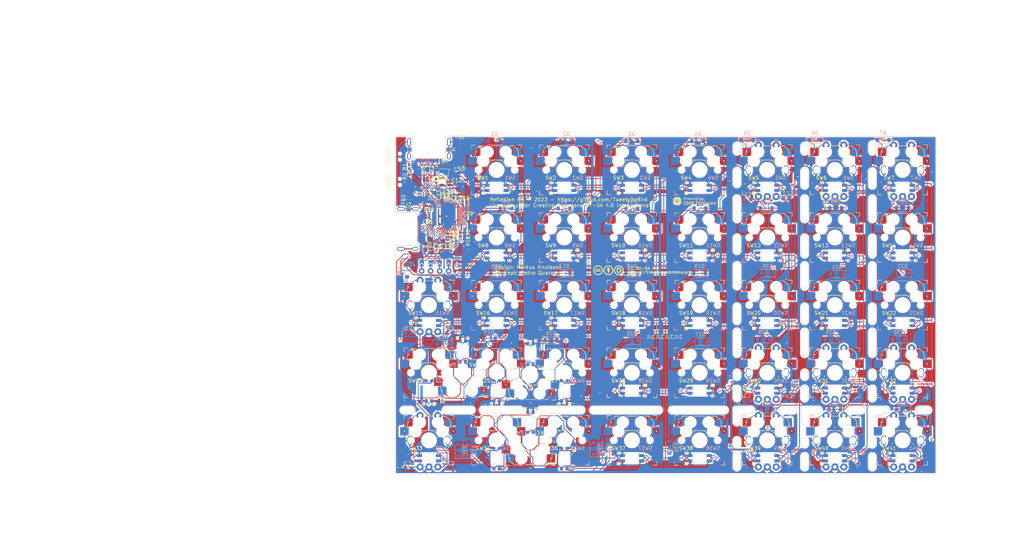
<source format=kicad_pcb>
(kicad_pcb (version 20221018) (generator pcbnew)
  (title_block (title "RefleXion - Ortho 65 Matrix") (date "2022-09-26") (rev "1.0.0") (company "Tweety's Wild Thinking") (comment 1 "Design: Markus Knutsson <markus.knutsson@tweety.se>") (comment 2 "Concept: Pedro Quaresma <pq@live.ie>") (comment 3 "https://github.com/TweetyDaBird") (comment 4 "Licensed under Creative Commons BY-SA 4.0 International"))
  (layers (0 "F.Cu" signal) (31 "B.Cu" signal) (34 "B.Paste" user) (35 "F.Paste" user) (36 "B.SilkS" user "B.Silkscreen") (37 "F.SilkS" user "F.Silkscreen") (38 "B.Mask" user) (39 "F.Mask" user) (44 "Edge.Cuts" user))
  (net 0 "")
  (net 1 "Row0")
  (net 2 "EncA")
  (net 3 "Row1")
  (net 4 "EncB")
  (net 5 "EncC")
  (net 6 "Row2")
  (net 7 "EncD")
  (net 8 "Row3")
  (net 9 "Net-(D4-A)")
  (net 10 "Row4")
  (net 11 "Enc3")
  (net 12 "Net-(D8-A)")
  (net 13 "Net-(D9-A)")
  (net 14 "Net-(D10-A)")
  (net 15 "Net-(D11-A)")
  (net 16 "Net-(D12-A)")
  (net 17 "Net-(D13-A)")
  (net 18 "Net-(D14-A)")
  (net 19 "Col0")
  (net 20 "Col1")
  (net 21 "Col2")
  (net 22 "Col3")
  (net 23 "Col4")
  (net 24 "Col5")
  (net 25 "Col6")
  (net 26 "Net-(D16-A)")
  (net 27 "Net-(D17-A)")
  (net 28 "Net-(D18-A)")
  (net 29 "Net-(D19-A)")
  (net 30 "Net-(D20-A)")
  (net 31 "Net-(D21-A)")
  (net 32 "Net-(D26-A)")
  (net 33 "Net-(D27-A)")
  (net 34 "Enc4")
  (net 35 "Enc5")
  (net 36 "Enc1")
  (net 37 "Enc2")
  (net 38 "GND")
  (net 39 "RGB")
  (net 40 "Net-(D34-A)")
  (net 41 "Net-(LED1-DOUT)")
  (net 42 "Net-(LED2-DOUT)")
  (net 43 "Net-(LED3-DOUT)")
  (net 44 "Net-(LED4-DOUT)")
  (net 45 "Net-(LED5-DOUT)")
  (net 46 "Net-(LED6-DOUT)")
  (net 47 "Net-(LED14-DIN)")
  (net 48 "Net-(LED15-DIN)")
  (net 49 "Net-(LED8-DIN)")
  (net 50 "Net-(LED10-DOUT)")
  (net 51 "Net-(LED10-DIN)")
  (net 52 "Net-(LED11-DIN)")
  (net 53 "Net-(LED12-DIN)")
  (net 54 "Net-(LED13-DIN)")
  (net 55 "Net-(LED15-DOUT)")
  (net 56 "Net-(LED16-DOUT)")
  (net 57 "Net-(LED17-DOUT)")
  (net 58 "Net-(LED18-DOUT)")
  (net 59 "Net-(LED19-DOUT)")
  (net 60 "Net-(LED20-DOUT)")
  (net 61 "Net-(LED21-DOUT)")
  (net 62 "Net-(LED22-DOUT)")
  (net 63 "Net-(LED23-DIN)")
  (net 64 "Net-(LED24-DIN)")
  (net 65 "Net-(LED25-DIN)")
  (net 66 "Net-(LED26-DIN)")
  (net 67 "Net-(LED27-DIN)")
  (net 68 "Net-(LED33-DOUT)")
  (net 69 "Net-(LED34-DOUT)")
  (net 70 "Enc6")
  (net 71 "Enc7")
  (net 72 "Enc8")
  (net 73 "EncE")
  (net 74 "Enc10")
  (net 75 "Enc9")
  (net 76 "Net-(D35-A)")
  (net 77 "Enc11")
  (net 78 "Col7")
  (net 79 "Net-(LED35-DOUT)")
  (net 80 "Net-(LED36-DOUT)")
  (net 81 "Net-(LED37-DOUT)")
  (net 82 "Net-(LED38-DOUT)")
  (net 83 "Net-(LED39-DOUT)")
  (net 84 "Net-(LED40-DOUT)")
  (net 85 "Net-(D1-A)")
  (net 86 "Net-(D2-A)")
  (net 87 "Net-(D3-A)")
  (net 88 "Net-(D22-A)")
  (net 89 "Net-(D23-A)")
  (net 90 "Net-(D24-A)")
  (net 91 "Net-(D25-A)")
  (net 92 "Net-(D32-A)")
  (net 93 "Net-(D33-A)")
  (net 94 "+3V3")
  (net 95 "Net-(U2-XIN)")
  (net 96 "Net-(C11-Pad1)")
  (net 97 "+5V")
  (net 98 "+1V1")
  (net 99 "VBUS")
  (net 100 "Net-(FB1-Pad1)")
  (net 101 "Earth_Protective")
  (net 102 "Net-(J1-CC1)")
  (net 103 "D+")
  (net 104 "D-")
  (net 106 "Net-(J1-CC2)")
  (net 108 "Net-(U2-RUN)")
  (net 109 "Net-(U1-~{CS})")
  (net 110 "Net-(R2-Pad2)")
  (net 111 "/DP")
  (net 112 "/DN")
  (net 113 "Net-(U2-XOUT)")
  (net 114 "Net-(U1-DO(IO1))")
  (net 115 "Net-(U1-IO2)")
  (net 116 "Net-(U1-DI(IO0))")
  (net 117 "Net-(U1-CLK)")
  (net 118 "Net-(U1-IO3)")
  (net 126 "Net-(LED23-DOUT)")
  (net 127 "Net-(LED28-DIN)")
  (net 128 "Net-(LED29-DIN)")
  (net 129 "Net-(LED30-DIN)")
  (net 130 "Net-(LED31-DIN)")
  (net 131 "unconnected-(LED41-DOUT-Pad2)")
  (net 132 "/VBUS_DETECT")
  (net 133 "Net-(R10-Pad2)")
  (net 134 "RX")
  (net 135 "TX")
  (net 136 "Net-(LED1-DIN)")
  (net 137 "SCL")
  (net 138 "SDA")
  (net 140 "Net-(FB4-Pad1)")
  (net 147 "Net-(D40-K)")
  (footprint "Keyboard RGB:MX_SK6812MINI-E_REVERSIBLE_special" (layer "F.Cu") (at 107.706563 119.041588 90)
    (fp_text reference "LED35" hide)
    (fp_text value "SK6812MINI-E" hide)
    (fp_line (start -1.65 -1.45) (end 1.65 -1.45) (stroke (width 0.1)) (layer "Edge.Cuts"))
    (fp_line (start -1.65 1.45) (end -1.65 -1.45) (stroke (width 0.1)) (layer "Edge.Cuts"))
    (fp_line (start 1.65 -1.45) (end 1.65 1.45) (stroke (width 0.1)) (layer "Edge.Cuts"))
    (fp_line (start 1.65 1.45) (end -1.65 1.45) (stroke (width 0.1)) (layer "Edge.Cuts"))
  )
  (footprint "Keyboard Encoders:Encoder_Alps_EC11E_Small" (layer "F.Cu") (at 174.381563 105.031588 90)
    (fp_text reference "ENC4" hide)
    (fp_text value "Rotary_Encoder_Click" hide)
  )
  (footprint "Keyboard Switches:SW_MX_HotSwap_Reversible" (layer "F.Cu") (at 212.481563 85.981588)
    (fp_text reference "SW22" hide)
    (fp_text value "SW_Push" hide)
  )
  (footprint "Keyboard RGB:MX_SK6812MINI-E_REVERSIBLE" (layer "F.Cu") (at 136.281563 52.931588 180)
    (fp_text reference "LED3" hide)
    (fp_text value "SK6812MINI-E" hide)
    (fp_line (start -1.65 -1.45) (end 1.65 -1.45) (stroke (width 0.1)) (layer "Edge.Cuts"))
    (fp_line (start -1.65 1.45) (end -1.65 -1.45) (stroke (width 0.1)) (layer "Edge.Cuts"))
    (fp_line (start 1.65 -1.45) (end 1.65 1.45) (stroke (width 0.1)) (layer "Edge.Cuts"))
    (fp_line (start 1.65 1.45) (end -1.65 1.45) (stroke (width 0.1)) (layer "Edge.Cuts"))
  )
  (footprint "Keyboard Stabilizer:Stabilizer_Cherry_MX_2.00u" (layer "F.Cu") (at -25.702 81.135)
    (fp_text reference "ST2" hide)
    (fp_text value "Stabilizer_2u_MX")
  )
  (footprint "Capacitor_SMD:C_0402_1005Metric" (layer "F.Cu") (at 87.39 55.38 90)
    (fp_text reference "C22")
    (fp_text value "100nF")
  )
  (footprint "Keyboard Switches:SW_MX_HotSwap_Reversible" (layer "F.Cu") (at 117.231563 124.081588)
    (fp_text reference "SW36" hide)
    (fp_text value "SW_Push" hide)
  )
  (footprint "Capacitor_SMD:C_0402_1005Metric" (layer "F.Cu") (at 89.17 57.81)
    (fp_text reference "C17")
    (fp_text value "100nF")
  )
  (footprint "Keyboard Switches:SW_MX_HotSwap_Reversible" (layer "F.Cu") (at 212.481563 66.931588)
    (fp_text reference "SW14" hide)
    (fp_text value "SW_Push" hide)
  )
  (footprint "Resistor_SMD:R_0402_1005Metric" (layer "F.Cu") (at 81.13 50.92 90)
    (fp_text reference "R5")
    (fp_text value "10K")
  )
  (footprint "Keyboard Switches:SW_MX_HotSwap_Reversible" (layer "F.Cu") (at 136.259063 66.931588)
    (fp_text reference "SW10" hide)
    (fp_text value "SW_Push" hide)
  )
  (footprint "Keyboard Common:YTS-A002" (layer "F.Cu") (at 70.95 44.15 90)
    (fp_text reference "SW42")
    (fp_text value "YTSA010" hide)
  )
  (footprint "Keyboard RGB:MX_SK6812MINI-E_REVERSIBLE" (layer "F.Cu") (at 79.131563 129.131588 180)
    (fp_text reference "LED33" hide)
    (fp_text value "SK6812MINI-E" hide)
    (fp_line (start -1.65 -1.45) (end 1.65 -1.45) (stroke (width 0.1)) (layer "Edge.Cuts"))
    (fp_line (start -1.65 1.45) (end -1.65 -1.45) (stroke (width 0.1)) (layer "Edge.Cuts"))
    (fp_line (start 1.65 -1.45) (end 1.65 1.45) (stroke (width 0.1)) (layer "Edge.Cuts"))
    (fp_line (start 1.65 1.45) (end -1.65 1.45) (stroke (width 0.1)) (layer "Edge.Cuts"))
  )
  (footprint "Keyboard Encoders:Encoder_Alps_EC11E_Small" (layer "F.Cu") (at 212.481563 47.881588 90)
    (fp_text reference "ENC3" hide)
    (fp_text value "Rotary_Encoder_Click" hide)
  )
  (footprint "Keyboard RGB:MX_SK6812MINI-E_REVERSIBLE" (layer "F.Cu") (at 155.331563 110.081588)
    (fp_text reference "LED29" hide)
    (fp_text value "SK6812MINI-E" hide)
    (fp_line (start -1.65 -1.45) (end 1.65 -1.45) (stroke (width 0.1)) (layer "Edge.Cuts"))
    (fp_line (start -1.65 1.45) (end -1.65 -1.45) (stroke (width 0.1)) (layer "Edge.Cuts"))
    (fp_line (start 1.65 -1.45) (end 1.65 1.45) (stroke (width 0.1)) (layer "Edge.Cuts"))
    (fp_line (start 1.65 1.45) (end -1.65 1.45) (stroke (width 0.1)) (layer "Edge.Cuts"))
  )
  (footprint "Keyboard Switches:SW_MX_HotSwap_Reversible" (layer "F.Cu") (at 136.281563 124.081588)
    (fp_text reference "SW37" hide)
    (fp_text value "SW_Push" hide)
  )
  (footprint "Keyboard Encoders:Encoder_Alps_EC11E_Small" (layer "F.Cu") (at 212.481563 124.081588 90)
    (fp_text reference "ENC9" hide)
    (fp_text value "Rotary_Encoder_Click" hide)
  )
  (footprint "Keyboard Switches:SW_MX_HotSwap_Reversible" (layer "F.Cu") (at 174.381563 124.081588)
    (fp_text reference "SW39" hide)
    (fp_text value "SW_Push" hide)
  )
  (footprint "Resistor_SMD:R_0402_1005Metric" (layer "F.Cu") (at 88.99 67.93 -90)
    (fp_text reference "R11")
    (fp_text value "68K")
  )
  (footprint "Keyboard RGB:MX_SK6812MINI-E_REVERSIBLE" (layer "F.Cu") (at 193.431563 71.981588)
    (fp_text reference "LED13" hide)
    (fp_text value "SK6812MINI-E" hide)
    (fp_line (start -1.65 -1.45) (end 1.65 -1.45) (stroke (width 0.1)) (layer "Edge.Cuts"))
    (fp_line (start -1.65 1.45) (end -1.65 -1.45) (stroke (width 0.1)) (layer "Edge.Cuts"))
    (fp_line (start 1.65 -1.45) (end 1.65 1.45) (stroke (width 0.1)) (layer "Edge.Cuts"))
    (fp_line (start 1.65 1.45) (end -1.65 1.45) (stroke (width 0.1)) (layer "Edge.Cuts"))
  )
  (footprint "Keyboard RGB:MX_SK6812MINI-E_REVERSIBLE" (layer "F.Cu") (at 117.231563 91.031588 180)
    (fp_text reference "LED17" hide)
    (fp_text value "SK6812MINI-E" hide)
    (fp_line (start -1.65 -1.45) (end 1.65 -1.45) (stroke (width 0.1)) (layer "Edge.Cuts"))
    (fp_line (start -1.65 1.45) (end -1.65 -1.45) (stroke (width 0.1)) (layer "Edge.Cuts"))
    (fp_line (start 1.65 -1.45) (end 1.65 1.45) (stroke (width 0.1)) (layer "Edge.Cuts"))
    (fp_line (start 1.65 1.45) (end -1.65 1.45) (stroke (width 0.1)) (layer "Edge.Cuts"))
  )
  (footprint "Keyboard Switches:SW_MX_HotSwap_Reversible" (layer "F.Cu") (at 155.331563 47.881588)
    (fp_text reference "SW4" hide)
    (fp_text value "SW_Push" hide)
  )
  (footprint "Keyboard RGB:MX_SK6812MINI-E_REVERSIBLE" (layer "F.Cu") (at 174.381563 52.931588 180)
    (fp_text reference "LED5" hide)
    (fp_text value "SK6812MINI-E" hide)
    (fp_line (start -1.65 -1.45) (end 1.65 -1.45) (stroke (width 0.1)) (layer "Edge.Cuts"))
    (fp_line (start -1.65 1.45) (end -1.65 -1.45) (stroke (width 0.1)) (layer "Edge.Cuts"))
    (fp_line (start 1.65 -1.45) (end 1.65 1.45) (stroke (width 0.1)) (layer "Edge.Cuts"))
    (fp_line (start 1.65 1.45) (end -1.65 1.45) (stroke (width 0.1)) (layer "Edge.Cuts"))
  )
  (footprint "Keyboard Switches:SW_MX_HotSwap_Reversible" (layer "F.Cu") (at 98.181563 105.031588)
    (fp_text reference "SW25" hide)
    (fp_text value "SW_Push" hide)
  )
  (footprint "Keyboard Switches:SW_MX_HotSwap_Reversible" (layer "F.Cu") (at 155.331563 124.081588)
    (fp_text reference "SW38" hide)
    (fp_text value "SW_Push" hide)
  )
  (footprint "Keyboard Common:SSD1306-0.91-OLED-4pin-128x32 doublesided" (layer "F.Cu") (at 80.879063 57.876588 -90)
    (fp_text reference "OLED1" hide)
    (fp_text value "OLED_4pin")
  )
  (footprint "Keyboard Switches:SW_MX_HotSwap_Reversible" (layer "F.Cu") (at 98.181563 66.931588)
    (fp_text reference "SW8" hide)
    (fp_text value "SW_Push" hide)
  )
  (footprint "Keyboard RGB:MX_SK6812MINI-E_REVERSIBLE" (layer "F.Cu") (at 174.381563 129.131588 180)
    (fp_text reference "LED39" hide)
    (fp_text value "SK6812MINI-E" hide)
    (fp_line (start -1.65 -1.45) (end 1.65 -1.45) (stroke (width 0.1)) (layer "Edge.Cuts"))
    (fp_line (start -1.65 1.45) (end -1.65 -1.45) (stroke (width 0.1)) (layer "Edge.Cuts"))
    (fp_line (start 1.65 -1.45) (end 1.65 1.45) (stroke (width 0.1)) (layer "Edge.Cuts"))
    (fp_line (start 1.65 1.45) (end -1.65 1.45) (stroke (width 0.1)) (layer "Edge.Cuts"))
  )
  (footprint "Logotypes:CC_BY_SA_40_line" (layer "F.Cu") (at 138.701511 76.085)
    (fp_text reference "Logo1")
    (fp_text value "CC-BY-SA-4.0" hide)
  )
  (footprint "Keyboard RGB:MX_SK6812MINI-E_REVERSIBLE" (layer "F.Cu") (at 174.381563 110.081588)
    (fp_text reference "LED30" hide)
    (fp_text value "SK6812MINI-E" hide)
    (fp_line (start -1.65 -1.45) (end 1.65 -1.45) (stroke (width 0.1)) (layer "Edge.Cuts"))
    (fp_line (start -1.65 1.45) (end -1.65 -1.45) (stroke (width 0.1)) (layer "Edge.Cuts"))
    (fp_line (start 1.65 -1.45) (end 1.65 1.45) (stroke (width 0.1)) (layer "Edge.Cuts"))
    (fp_line (start 1.65 1.45) (end -1.65 1.45) (stroke (width 0.1)) (layer "Edge.Cuts"))
  )
  (footprint "Package_DFN_QFN:QFN-56-1EP_7x7mm_P0.4mm_EP3.2x3.2mm" (layer "F.Cu") (at 84.13 60.94)
    (fp_text reference "U2")
    (fp_text value "RP2040")
  )
  (footprint "Resistor_SMD:R_0402_1005Metric" (layer "F.Cu") (at 84.41 68.17 -90)
    (fp_text reference "R6")
    (fp_text value "1K")
  )
  (footprint "Keyboard Switches:SW_MX_HotSwap_Reversible" (layer "F.Cu") (at 193.431563 66.931588)
    (fp_text reference "SW13" hide)
    (fp_text value "SW_Push" hide)
  )
  (footprint "Keyboard RGB:MX_SK6812MINI-E_REVERSIBLE_special" (layer "F.Cu") (at 117.231563 129.131588 90)
    (fp_text reference "LED36" hide)
    (fp_text value "SK6812MINI-E" hide)
    (fp_line (start -1.65 -1.45) (end 1.65 -1.45) (stroke (width 0.1)) (layer "Edge.Cuts"))
    (fp_line (start -1.65 1.45) (end -1.65 -1.45) (stroke (width 0.1)) (layer "Edge.Cuts"))
    (fp_line (start 1.65 -1.45) (end 1.65 1.45) (stroke (width 0.1)) (layer "Edge.Cuts"))
    (fp_line (start 1.65 1.45) (end -1.65 1.45) (stroke (width 0.1)) (layer "Edge.Cuts"))
  )
  (footprint "Keyboard Switches:SW_MX_HotSwap_Reversible" (layer "F.Cu") (at 174.381563 66.931588)
    (fp_text reference "SW12" hide)
    (fp_text value "SW_Push" hide)
  )
  (footprint "Keyboard RGB:MX_SK6812MINI-E_REVERSIBLE" (layer "F.Cu") (at 98.181563 52.931588 180)
    (fp_text reference "LED1" hide)
    (fp_text value "SK6812MINI-E" hide)
    (fp_line (start -1.65 -1.45) (end 1.65 -1.45) (stroke (width 0.1)) (layer "Edge.Cuts"))
    (fp_line (start -1.65 1.45) (end -1.65 -1.45) (stroke (width 0.1)) (layer "Edge.Cuts"))
    (fp_line (start 1.65 -1.45) (end 1.65 1.45) (stroke (width 0.1)) (layer "Edge.Cuts"))
    (fp_line (start 1.65 1.45) (end -1.65 1.45) (stroke (width 0.1)) (layer "Edge.Cuts"))
  )
  (footprint "Keyboard Switches:SW_MX_HotSwap_Reversible" (layer "F.Cu") (at 98.181563 85.981588)
    (fp_text reference "SW16" hide)
    (fp_text value "SW_Push" hide)
  )
  (footprint "Keyboard Encoders:Encoder_Alps_EC11E_Small" (layer "F.Cu") (at 193.431563 124.081588 90)
    (fp_text reference "ENC8" hide)
    (fp_text value "Rotary_Encoder_Click" hide)
  )
  (footprint "Keyboard RGB:MX_SK6812MINI-E_REVERSIBLE_special" (layer "F.Cu") (at 79.131563 110.081588 -90)
    (fp_text reference "LED23" hide)
    (fp_text value "SK6812MINI-E" hide)
    (fp_line (start -1.65 -1.45) (end 1.65 -1.45) (stroke (width 0.1)) (layer "Edge.Cuts"))
    (fp_line (start -1.65 1.45) (end -1.65 -1.45) (stroke (width 0.1)) (layer "Edge.Cuts"))
    (fp_line (start 1.65 -1.45) (end 1.65 1.45) (stroke (width 0.1)) (layer "Edge.Cuts"))
    (fp_line (start 1.65 1.45) (end -1.65 1.45) (stroke (width 0.1)) (layer "Edge.Cuts"))
  )
  (footprint "Capacitor_SMD:C_0402_1005Metric" (layer "F.Cu") (at 83.09 55.02 90)
    (fp_text reference "C23")
    (fp_text value "100nF")
  )
  (footprint "Keyboard Switches:SW_MX_HotSwap_Reversible" (layer "F.Cu") (at 79.131563 124.081588)
    (fp_text reference "SW33" hide)
    (fp_text value "SW_Push" hide)
  )
  (footprint "Keyboard Encoders:Encoder_Alps_EC11E_Small" (layer "F.Cu") (at 79.131563 124.081588 90)
    (fp_text reference "ENC11" hide)
    (fp_text value "Rotary_Encoder_Click" hide)
  )
  (footprint "Capacitor_SMD:C_0402_1005Metric" (layer "F.Cu") (at 85.44 66.28 -90)
    (fp_text reference "C21")
    (fp_text value "1uF")
  )
  (footprint "Keyboard Switches:SW_MX_HotSwap_Reversible" (layer "F.Cu") (at 136.281563 85.981588)
    (fp_text reference "SW18" hide)
    (fp_text value "SW_Push" hide)
  )
  (footprint "Keyboard Switches:SW_MX_HotSwap_Reversible" (layer "F.Cu") (at 117.231563 66.931588)
    (fp_text reference "SW9" hide)
    (fp_text value "SW_Push" hide)
  )
  (footprint "Capacitor_SMD:C_0402_1005Metric" (layer "F.Cu") (at 90.13 61.31)
    (fp_text reference "C20")
    (fp_text value "100nF")
  )
  (footprint "Capacitor_SMD:C_0402_1005Metric" (layer "F.Cu") (at 84.02 55.02 90)
    (fp_text reference "C9")
    (fp_text value "100nF")
  )
  (footprint "Keyboard Encoders:Encoder_Alps_EC11E_Small" (layer "F.Cu") (at 193.431563 105.031588 90)
    (fp_text reference "ENC5" hide)
    (fp_text value "Rotary_Encoder_Click" hide)
  )
  (footprint "Resistor_SMD:R_0402_1005Metric" (layer "F.Cu") (at 85.17 55.25 90)
    (fp_text reference "R3")
    (fp_text value "27R")
  )
  (footprint "Keyboard Switches:SW_MX_HotSwap_Reversible" (layer "F.Cu") (at 136.281563 47.881588)
    (fp_text reference "SW3" hide)
    (fp_text value "SW_Push" hide)
  )
  (footprint "Capacitor_SMD:C_0603_1608Metric_Pad1.08x0.95mm_HandSolder" (layer "F.Cu") (at 87.96 40.05)
    (fp_text reference "FB2")
    (fp_text value "BLM18SG700TZ1D")
  )
  (footprint "Keyboard Stabilizer:Stabilizer_Cherry_MX_2.00u" (layer "F.Cu") (at -25.702 101.885)
    (fp_text reference "ST3" hide)
    (fp_text value "Stabilizer_2u_MX")
  )
  (footprint "Keyboard RGB:MX_SK6812MINI-E_REVERSIBLE" (layer "F.Cu") (at 98.181563 91.031588 180)
    (fp_text reference "LED16" hide)
    (fp_text value "SK6812MINI-E" hide)
    (fp_line (start -1.65 -1.45) (end 1.65 -1.45) (stroke (width 0.1)) (layer "Edge.Cuts"))
    (fp_line (start -1.65 1.45) (end -1.65 -1.45) (stroke (width 0.1)) (layer "Edge.Cuts"))
    (fp_line (start 1.65 -1.45) (end 1.65 1.45) (stroke (width 0.1)) (layer "Edge.Cuts"))
    (fp_line (start 1.65 1.45) (end -1.65 1.45) (stroke (width 0.1)) (layer "Edge.Cuts"))
  )
  (footprint "Keyboard RGB:MX_SK6812MINI-E_REVERSIBLE" (layer "F.Cu") (at 174.381563 91.031588 180)
    (fp_text reference "LED20" hide)
    (fp_text value "SK6812MINI-E" hide)
    (fp_line (start -1.65 -1.45) (end 1.65 -1.45) (stroke (width 0.1)) (layer "Edge.Cuts"))
    (fp_line (start -1.65 1.45) (end -1.65 -1.45) (stroke (width 0.1)) (layer "Edge.Cuts"))
    (fp_line (start 1.65 -1.45) (end 1.65 1.45) (stroke (width 0.1)) (layer "Edge.Cuts"))
    (fp_line (start 1.65 1.45) (end -1.65 1.45) (stroke (width 0.1)) (layer "Edge.Cuts"))
  )
  (footprint "Keyboard Switches:SW_MX_HotSwap_Reversible" (layer "F.Cu") (at 174.381563 85.981588)
    (fp_text reference "SW20" hide)
    (fp_text value "SW_Push" hide)
  )
  (footprint "Keyboard Encoders:Encoder_Alps_EC11E_Small" (layer "F.Cu") (at 79.131563 85.981588 90)
    (fp_text reference "ENC10" hide)
    (fp_text value "Rotary_Encoder_Click" hide)
  )
  (footprint "Keyboard Encoders:Encoder_Alps_EC11E_Small" (layer "F.Cu") (at 174.381563 124.081588 90)
    (fp_text reference "ENC7" hide)
    (fp_text value "Rotary_Encoder_Click" hide)
  )
  (footprint "Capacitor_SMD:C_0603_1608Metric_Pad1.08x0.95mm_HandSolder" (layer "F.Cu") (at 78.1 69.46 -90)
    (fp_text reference "FB4")
    (fp_text value "BLM18SG700TZ1D")
  )
  (footprint "Keyboard RGB:MX_SK6812MINI-E_REVERSIBLE" (layer "F.Cu") (at 212.481563 52.931588 180)
    (fp_text reference "LED7" hide)
    (fp_text value "SK6812MINI-E" hide)
    (fp_line (start -1.65 -1.45) (end 1.65 -1.45) (stroke (width 0.1)) (layer "Edge.Cuts"))
    (fp_line (start -1.65 1.45) (end -1.65 -1.45) (stroke (width 0.1)) (layer "Edge.Cuts"))
    (fp_line (start 1.65 -1.45) (end 1.65 1.45) (stroke (width 0.1)) (layer "Edge.Cuts"))
    (fp_line (start 1.65 1.45) (end -1.65 1.45) (stroke (width 0.1)) (layer "Edge.Cuts"))
  )
  (footprint "Resistor_SMD:R_0402_1005Metric" (layer "F.Cu") (at 80.99 47.62 90)
    (fp_text reference "R7")
    (fp_text value "5.1K")
  )
  (footprint "Resistor_SMD:R_0402_1005Metric" (layer "F.Cu") (at 73.55 46.97 90)
    (fp_text reference "R1")
    (fp_text value "10K")
  )
  (footprint "Keyboard RGB:MX_SK6812MINI-E_REVERSIBLE" (layer "F.Cu") (at 155.331563 129.131588 180)
    (fp_text reference "LED38" hide)
    (fp_text value "SK6812MINI-E" hide)
    (fp_line (start -1.65 -1.45) (end 1.65 -1.45) (stroke (width 0.1)) (layer "Edge.Cuts"))
    (fp_line (start -1.65 1.45) (end -1.65 -1.45) (stroke (width 0.1)) (layer "Edge.Cuts"))
    (fp_line (start 1.65 -1.45) (end 1.65 1.45) (stroke (width 0.1)) (layer "Edge.Cuts"))
    (fp_line (start 1.65 1.45) (end -1.65 1.45) (stroke (width 0.1)) (layer "Edge.Cuts"))
  )
  (footprint "Keyboard RGB:MX_SK6812MINI-E_REVERSIBLE" (layer "F.Cu") (at 155.331563 71.981588)
    (fp_text reference "LED11" hide)
    (fp_text value "SK6812MINI-E" hide)
    (fp_line (start -1.65 -1.45) (end 1.65 -1.45) (stroke (width 0.1)) (layer "Edge.Cuts"))
    (fp_line (start -1.65 1.45) (end -1.65 -1.45) (stroke (width 0.1)) (layer "Edge.Cuts"))
    (fp_line (start 1.65 -1.45) (end 1.65 1.45) (stroke (width 0.1)) (layer "Edge.Cuts"))
    (fp_line (start 1.65 1.45) (end -1.65 1.45) (stroke (width 0.1)) (layer "Edge.Cuts"))
  )
  (footprint "Capacitor_SMD:C_0402_1005Metric" (layer "F.Cu") (at 88.31 55.38 90)
    (fp_text reference "C14")
    (fp_text value "1uF")
  )
  (footprint "Keyboard Common:USON-8_4x3mm_P0.8mm" (layer "F.Cu") (at 80.037142 54.19)
    (fp_text reference "U1")
    (fp_text value "W25Q32JVUUIQ")
  )
  (footprint "Capacitor_SMD:C_0402_1005Metric" (layer "F.Cu") (at 81.72 70.56)
    (fp_text reference "C10")
    (fp_text value "30pF")
  )
  (footprint "Keyboard RGB:MX_SK6812MINI-E_REVERSIBLE_special" (layer "F.Cu") (at 88.656563 98.991588 90)
    (fp_text reference "LED24" hide)
    (fp_text value "SK6812MINI-E" hide)
    (fp_line (start -1.65 -1.45) (end 1.65 -1.45) (stroke (width 0.1)) (layer "Edge.Cuts"))
    (fp_line (start -1.65 1.45) (end -1.65 -1.45) (stroke (width 0.1)) (layer "Edge.Cuts"))
    (fp_line (start 1.65 -1.45) (end 1.65 1.45) (stroke (width 0.1)) (layer "Edge.Cuts"))
    (fp_line (start 1.65 1.45) (end -1.65 1.45) (stroke (width 0.1)) (layer "Edge.Cuts"))
  )
  (footprint "Keyboard Switches:SW_MX_HotSwap_Reversible" (layer "F.Cu") (at 155.331563 85.981588)
    (fp_text reference "SW19" hide)
    (fp_text value "SW_Push" hide)
  )
  (footprint "Keyboard RGB:MX_SK6812MINI-E_REVERSIBLE" (layer "F.Cu") (at 136.281563 110.081588)
    (fp_text reference "LED28" hide)
    (fp_text value "SK6812MINI-E" hide)
    (fp_line (start -1.65 -1.45) (end 1.65 -1.45) (stroke (width 0.1)) (layer "Edge.Cuts"))
    (fp_line (start -1.65 1.45) (end -1.65 -1.45) (stroke (width 0.1)) (layer "Edge.Cuts"))
    (fp_line (start 1.65 -1.45) (end 1.65 1.45) (stroke (width 0.1)) (layer "Edge.Cuts"))
    (fp_line (start 1.65 1.45) (end -1.65 1.45) (stroke (width 0.1)) (layer "Edge.Cuts"))
  )
  (footprint "Keyboard RGB:MX_SK6812MINI-E_REVERSIBLE" (layer "F.Cu") (at 193.431563 110.081588)
    (fp_text reference "LED31" hide)
    (fp_text value "SK6812MINI-E" hide)
    (fp_line (start -1.65 -1.45) (end 1.65 -1.45) (stroke (width 0.1)) (layer "Edge.Cuts"))
    (fp_line (start -1.65 1.45) (end -1.65 -1.45) (stroke (width 0.1)) (layer "Edge.Cuts"))
    (fp_line (start 1.65 -1.45) (end 1.65 1.45) (stroke (width 0.1)) (layer "Edge.Cuts"))
    (fp_line (start 1.65 1.45) (end -1.65 1.45) (stroke (width 0.1)) (layer "Edge.Cuts"))
  )
  (footprint "Keyboard Switches:SW_MX_HotSwap_Reversible" (layer "F.Cu") (at 193.431563 85.981588)
    (fp_text reference "SW21" hide)
    (fp_text value "SW_Push" hide)
  )
  (footprint "Keyboard Switches:SW_MX_HotSwap_Reversible" (layer "F.Cu") (at 98.181563 124.081588)
    (fp_text reference "SW34" hide)
    (fp_text value "SW_Push" hide)
  )
  (footprint "Keyboard RGB:MX_SK6812MINI-E_REVERSIBLE" (layer "F.Cu") (at 136.281563 91.031588 180)
    (fp_text reference "LED18" hide)
    (fp_text value "SK6812MINI-E" hide)
    (fp_line (start -1.65 -1.45) (end 1.65 -1.45) (stroke (width 0.1)) (layer "Edge.Cuts"))
    (fp_line (start -1.65 1.45) (end -1.65 -1.45) (stroke (width 0.1)) (layer "Edge.Cuts"))
    (fp_line (start 1.65 -1.45) (end 1.65 1.45) (stroke (width 0.1)) (layer "Edge.Cuts"))
    (fp_line (start 1.65 1.45) (end -1.65 1.45) (stroke (width 0.1)) (layer "Edge.Cuts"))
  )
  (footprint "Keyboard Switches:SW_MX_HotSwap_Reversible" (layer "F.Cu") (at 107.706563 124.091588 180)
    (fp_text reference "SW35" hide)
    (fp_text value "SW_Push" hide)
  )
  (footprint "Capacitor_SMD:C_0402_1005Metric" (layer "F.Cu") (at 83.54 53.64 180)
    (fp_text reference "C13")
    (fp_text value "1uF")
  )
  (footprint "Keyboard RGB:MX_SK6812MINI-E_REVERSIBLE" (layer "F.Cu") (at 193.431563 91.031588 180)
    (fp_text reference "LED21" hide)
    (fp_text value "SK6812MINI-E" hide)
    (fp_line (start -1.65 -1.45) (end 1.65 -1.45) (stroke (width 0.1)) (layer "Edge.Cuts"))
    (fp_line (start -1.65 1.45) (end -1.65 -1.45) (stroke (width 0.1)) (layer "Edge.Cuts"))
    (fp_line (start 1.65 -1.45) (end 1.65 1.45) (stroke (width 0.1)) (layer "Edge.Cuts"))
    (fp_line (start 1.65 1.45) (end -1.65 1.45) (stroke (width 0.1)) (layer "Edge.Cuts"))
  )
  (footprint "Capacitor_SMD:C_0402_1005Metric" (layer "F.Cu") (at 84.49 66.29 -90)
    (fp_text reference "C18")
    (fp_text value "100nF")
  )
  (footprint "Keyboard RGB:MX_SK6812MINI-E_REVERSIBLE" (layer "F.Cu") (at 117.231563 71.981588)
    (fp_text reference "LED9" hide)
    (fp_text value "SK6812MINI-E" hide)
    (fp_line (start -1.65 -1.45) (end 1.65 -1.45) (stroke (width 0.1)) (layer "Edge.Cuts"))
    (fp_line (start -1.65 1.45) (end -1.65 -1.45) (stroke (width 0.1)) (layer "Edge.Cuts"))
    (fp_line (start 1.65 -1.45) (end 1.65 1.45) (stroke (width 0.1)) (layer "Edge.Cuts"))
    (fp_line (start 1.65 1.45) (end -1.65 1.45) (stroke (width 0.1)) (layer "Edge.Cuts"))
  )
  (footprint "Keyboard RGB:MX_SK6812MINI-E_REVERSIBLE_special" (layer "F.Cu") (at 98.181563 129.131588 90)
    (fp_text reference "LED34" hide)
    (fp_text value "SK6812MINI-E" hide)
    (fp_line (start -1.65 -1.45) (end 1.65 -1.45) (stroke (width 0.1)) (layer "Edge.Cuts"))
    (fp_line (start -1.65 1.45) (end -1.65 -1.45) (stroke (width 0.1)) (layer "Edge.Cuts"))
    (fp_line (start 1.65 -1.45) (end 1.65 1.45) (stroke (width 0.1)) (layer "Edge.Cuts"))
    (fp_line (start 1.65 1.45) (end -1.65 1.45) (stroke (width 0.1)) (layer "Edge.Cuts"))
  )
  (footprint "Keyboard Switches:SW_MX_HotSwap_Reversible" (layer "F.Cu") (at 174.381563 105.031588)
    (fp_text reference "SW30" hide)
    (fp_text value "SW_Push" hide)
  )
  (footprint "Keyboard RGB:MX_SK6812MINI-E_REVERSIBLE_special" (layer "F.Cu") (at 117.231563 110.081588 -90)
    (fp_text reference "LED27" hide)
    (fp_text value "SK6812MINI-E" hide)
    (fp_line (start -1.65 -1.45) (end 1.65 -1.45) (stroke (width 0.1)) (layer "Edge.Cuts"))
    (fp_line (start -1.65 1.45) (end -1.65 -1.45) (stroke (width 0.1)) (layer "Edge.Cuts"))
    (fp_line (start 1.65 -1.45) (end 1.65 1.45) (stroke (width 0.1)) (layer "Edge.Cuts"))
    (fp_line (start 1.65 1.45) (end -1.65 1.45) (stroke (width 0.1)) (layer "Edge.Cuts"))
  )
  (footprint "Keyboard RGB:MX_SK6812MINI-E_REVERSIBLE_special" (layer "F.Cu") (at 107.713437 99.728412 90)
    (fp_text reference "LED26" hide)
    (fp_text value "SK6812MINI-E" hide)
    (fp_line (start -1.65 -1.45) (end 1.65 -1.45) (stroke (width 0.1)) (layer "Edge.Cuts"))
    (fp_line (start -1.65 1.45) (end -1.65 -1.45) (stroke (width 0.1)) (layer "Edge.Cuts"))
    (fp_line (start 1.65 -1.45) (end 1.65 1.45) (stroke (width 0.1)) (layer "Edge.Cuts"))
    (fp_line (start 1.65 1.45) (end -1.65 1.45) (stroke (width 0.1)) (layer "Edge.Cuts"))
  )
  (footprint "Keyboard Stabilizer:Stabilizer_Cherry_MX_2.00u" (layer "F.Cu") (at -25.702 60.385)
    (fp_text reference "ST1" hide)
    (fp_text value "Stabilizer_2u_MX")
  )
  (footprint "Keyboard Switches:SW_MX_HotSwap_Reversible" (layer "F.Cu") (at 79.131563 105.031588)
    (fp_text reference "SW23" hide)
    (fp_text value "SW_Push" hide)
  )
  (footprint "Keyboard Common:Molex-216990_GCT-USB45xx_HRO-TYPE-C-31-M-13x-PiMicro" (layer "F.Cu") (at 79.132 38.857 180)
    (fp_text reference "J1")
    (fp_text value "USB_C_Receptacle_USB2.0")
    (fp_line (start -7.62 0.5) (end -4.62 0.5) (stroke (width 0.15)) (layer "Edge.Cuts"))
    (fp_line (start -4.62 0.5) (end -4.62 -5.783) (stroke (width 0.15)) (layer "Edge.Cuts"))
    (fp_line (start -4.02 -5.783) (end 4.02 -5.783) (stroke (width 0.15)) (layer "Edge.Cuts"))
    (fp_line (start 4.62 -5.783) (end 4.62 0.5) (stroke (width 0.15)) (layer "Edge.Cuts"))
    (fp_line (start 4.62 0.5) (end 7.62 0.5) (stroke (width 0.15)) (layer "Edge.Cuts"))
    (fp_arc (start -4.62 -5.783) (mid -4.32 -6.083) (end -4.02 -5.783) (stroke (width 0.15)) (layer "Edge.Cuts"))
    (fp_arc (start 4.02 -5.783) (mid 4.32 -6.083) (end 4.62 -5.783) (stroke (width 0.15)) (layer "Edge.Cuts"))
  )
  (footprint "Keyboard RGB:MX_SK6812MINI-E_REVERSIBLE" (layer "F.Cu") (at 174.381563 71.981588)
    (fp_text reference "LED12" hide)
    (fp_text value "SK6812MINI-E" hide)
    (fp_line (start -1.65 -1.45) (end 1.65 -1.45) (stroke (width 0.1)) (layer "Edge.Cuts"))
    (fp_line (start -1.65 1.45) (end -1.65 -1.45) (stroke (width 0.1)) (layer "Edge.Cuts"))
    (fp_line (start 1.65 -1.45) (end 1.65 1.45) (stroke (width 0.1)) (layer "Edge.Cuts"))
    (fp_line (start 1.65 1.45) (end -1.65 1.45) (stroke (width 0.1)) (layer "Edge.Cuts"))
  )
  (footprint "Keyboard Switches:SW_MX_HotSwap_Reversible" (layer "F.Cu") (at 117.231563 85.981588)
    (fp_text reference "SW17" hide)
    (fp_text value "SW_Push" hide)
  )
  (footprint "Keyboard Switches:SW_MX_HotSwap_Reversible" (layer "F.Cu") (at 174.381563 47.881588)
    (fp_text reference "SW5" hide)
    (fp_text value "SW_Push" hide)
  )
  (footprint "Keyboard RGB:MX_SK6812MINI-E_REVERSIBLE" (layer "F.Cu") (at 193.431563 52.931588 180)
    (fp_text reference "LED6" hide)
    (fp_text value "SK6812MINI-E" hide)
    (fp_line (start -1.65 -1.45) (end 1.65 -1.45) (stroke (width 0.1)) (layer "Edge.Cuts"))
    (fp_line (start -1.65 1.45) (end -1.65 -1.45) (stroke (width 0.1)) (layer "Edge.Cuts"))
    (fp_line (start 1.65 -1.45) (end 1.65 1.45) (stroke (width 0.1)) (layer "Edge.Cuts"))
    (fp_line (start 1.65 1.45) (end -1.65 1.45) (stroke (width 0.1)) (layer "Edge.Cuts"))
  )
  (footprint "Keyboard RGB:MX_SK6812MINI-E_REVERSIBLE" (layer "F.Cu") (at 155.331563 52.931588 180)
    (fp_text reference "LED4" hide)
    (fp_text value "SK6812MINI-E" hide)
    (fp_line (start -1.65 -1.45) (end 1.65 -1.45) (stroke (width 0.1)) (layer "Edge.Cuts"))
    (fp_line (start -1.65 1.45) (end -1.65 -1.45) (stroke (width 0.1)) (layer "Edge.Cuts"))
    (fp_line (start 1.65 -1.45) (end 1.65 1.45) (stroke (width 0.1)) (layer "Edge.Cuts"))
    (fp_line (start 1.65 1.45) (end -1.65 1.45) (stroke (width 0.1)) (layer "Edge.Cuts"))
  )
  (footprint "Capacitor_SMD:C_0603_1608Metric_Pad1.08x0.95mm_HandSolder" (layer "F.Cu") (at 83.12 46.78)
    (fp_text reference "FB1")
    (fp_text value "BLM18SG700TZ1D")
  )
  (footprint "Capacitor_SMD:C_0402_1005Metric" (layer "F.Cu") (at 79.1 58.04 180)
    (fp_text reference "C19")
    (fp_text value "100nF")
  )
  (footprint "Keyboard Switches:SW_MX_HotSwap_Reversible" (layer "F.Cu") (at 136.281563 105.031588)
    (fp_text reference "SW28" hide)
    (fp_text value "SW_Push" hide)
  )
  (footprint "Resistor_SMD:R_0402_1005Metric" (layer "F.Cu") (at 76.45 47.62 -90)
    (fp_text reference "R8")
    (fp_text value "5.1K")
  )
  (footprint "Package_TO_SOT_SMD:SOT-23-5" (layer "F.Cu") (at 83.89 51.1825 180)
    (fp_text reference "U4")
    (fp_text value "SPX3819M5-L-3-3/TR")
  )
  (footprint "Keyboard Switches:SW_MX_HotSwap_Reversible" (layer "F.Cu") (at 212.481563 47.881588)
    (fp_text reference "SW7" hide)
    (fp_text value "SW_Push" hide)
  )
  (footprint "Keyboard RGB:MX_SK6812MINI-E_REVERSIBLE_special" (layer "F.Cu") (at 98.181563 110.081588 -90)
    (fp_text reference "LED25" hide)
    (fp_text value "SK6812MINI-E" hide)
    (fp_line (start -1.65 -1.45) (end 1.65 -1.45) (stroke (width 0.1)) (layer "Edge.Cuts"))
    (fp_line (start -1.65 1.45) (end -1.65 -1.45) (stroke (width 0.1)) (layer "Edge.Cuts"))
    (fp_line (start 1.65 -1.45) (end 1.65 1.45) (stroke (width 0.1)) (layer "Edge.Cuts"))
    (fp_line (start 1.65 1.45) (end -1.65 1.45) (stroke (width 0.1)) (layer "Edge.Cuts"))
  )
  (footprint "Capacitor_SMD:C_0402_1005Metric" (layer "F.Cu") (at 86.9275 51.94)
    (fp_text reference "C12")
    (fp_text value "1uF")
  )
  (footprint "Keyboard Switches:SW_MX_HotSwap_Reversible" (layer "F.Cu") (at 193.431563 105.031588)
    (fp_text reference "SW31" hide)
    (fp_text value "SW_Push" hide)
  )
  (footprint "Resistor_SMD:R_0402_1005Metric" (layer "F.Cu") (at 86.11 55.25 90)
    (fp_text reference "R4")
    (fp_text value "27R")
  )
  (footprint "Keyboard Encoders:Encoder_Alps_EC11E_Small" (layer "F.Cu") (at 174.381563 47.881588 90)
    (fp_text reference "ENC1" hide)
    (fp_text value "Rotary_Encoder_Click" hide)
  )
  (footprint "Resistor_SMD:R_0402_1005Metric" (layer "F.Cu") (at 88.99 66.07 -90)
    (fp_text reference "R10")
    (fp_text value "68K")
  )
  (footprint "Keyboard RGB:MX_SK6812MINI-E_REVERSIBLE" (layer "F.Cu") (at 212.481563 91.031588 180)
    (fp_text reference "LED22" hide)
    (fp_text value "SK6812MINI-E" hide)
    (fp_line (start -1.65 -1.45) (end 1.65 -1.45) (stroke (width 0.1)) (layer "Edge.Cuts"))
    (fp_line (start -1.65 1.45) (end -1.65 -1.45) (stroke (width 0.1)) (layer "Edge.Cuts"))
    (fp_line (start 1.65 -1.45) (end 1.65 1.45) (stroke (width 0.1)) (layer "Edge.Cuts"))
    (fp_line (start 1.65 1.45) (end -1.65 1.45) (stroke (width 0.1)) (layer "Edge.Cuts"))
  )
  (footprint "Keyboard RGB:MX_SK6812MINI-E_REVERSIBLE" (layer "F.Cu") (at 212.481563 129.131588 180)
    (fp_text reference "LED41" hide)
    (fp_text value "SK6812MINI-E" hide)
    (fp_line (start -1.65 -1.45) (end 1.65 -1.45) (stroke (width 0.1)) (layer "Edge.Cuts"))
    (fp_line (start -1.65 1.45) (end -1.65 -1.45) (stroke (width 0.1)) (layer "Edge.Cuts"))
    (fp_line (start 1.65 -1.45) (end 1.65 1.45) (stroke (width 0.1)) (layer "Edge.Cuts"))
    (fp_line (start 1.65 1.45) (end -1.65 1.45) (stroke (width 0.1)) (layer "Edge.Cuts"))
  )
  (footprint "Package_TO_SOT_SMD:SOT-23-5" (layer "F.Cu") (at 88.42 49.7)
    (fp_text reference "U6")
    (fp_text value "SN74LV1T34DBV")
  )
  (footprint "Resistor_SMD:R_0402_1005Metric" (layer "F.Cu") (at 88.05 66.07 90)
    (fp_text reference "R9")
    (fp_text value "68K")
  )
  (footprint "Keyboard RGB:MX_SK6812MINI-E_REVERSIBLE" (layer "F.Cu") (at 212.481563 71.981588)
    (fp_text reference "LED14" hide)
    (fp_text value "SK6812MINI-E" hide)
    (fp_line (start -1.65 -1.45) (end 1.65 -1.45) (stroke (width 0.1)) (layer "Edge.Cuts"))
    (fp_line (start -1.65 1.45) (end -1.65 -1.45) (stroke (width 0.1)) (layer "Edge.Cuts"))
    (fp_line (start 1.65 -1.45) (end 1.65 1.45) (stroke (width 0.1)) (layer "Edge.Cuts"))
    (fp_line (start 1.65 1.45) (end -1.65 1.45) (stroke (width 0.1)) (layer "Edge.Cuts"))
  )
  (footprint "Package_TO_SOT_SMD:SOT-23-6_Handsoldering" (layer "F.Cu") (at 78.72 49.09 -90)
    (fp_text reference "U3")
    (fp_text value "SRV05-4")
  )
  (footprint "Keyboard Switches:SW_MX_HotSwap_Reversible" (layer "F.Cu") (at 193.431563 47.881588)
    (fp_text reference "SW6" hide)
    (fp_text value "SW_Push" hide)
  )
  (footprint "Keyboard Switches:SW_MX_HotSwap_Reversible" (layer "F.Cu") (at 212.481563 124.081588)
    (fp_text reference "SW41" hide)
    (fp_text value "SW_Push" hide)
  )
  (footprint "Keyboard Switches:SW_MX_HotSwap_Reversible" (layer "F.Cu") (at 88.656563 105.031588 180)
    (fp_text reference "SW24" hide)
    (fp_text value "SW_Push" hide)
  )
  (footprint "Resistor_SMD:R_0603_1608Metric" (layer "F.Cu") (at 85.55 47.7 -90)
    (fp_text reference "F1")
    (fp_text value "CF06V5TR50")
  )
  (footprint "Keyboard RGB:MX_SK6812MINI-E_REVERSIBLE" (layer "F.Cu") (at 155.331563 91.031588 180)
    (fp_text reference "LED19" hide)
    (fp_text value "SK6812MINI-E" hide)
    (fp_line (start -1.65 -1.45) (end 1.65 -1.45) (stroke (width 0.1)) (layer "Edge.Cuts"))
    (fp_line (start -1.65 1.45) (end -1.65 -1.45) (stroke (width 0.1)) (layer "Edge.Cuts"))
    (fp_line (start 1.65 -1.45) (end 1.65 1.45) (stroke (width 0.1)) (layer "Edge.Cuts"))
    (fp_line (start 1.65 1.45) (end -1.65 1.45) (stroke (width 0.1)) (layer "Edge.Cuts"))
  )
  (footprint "Keyboard Switches:SW_MX_HotSwap_Reversible" (layer "F.Cu") (at 155.331563 105.031588)
    (fp_text reference "SW29" hide)
    (fp_text value "SW_Push" hide)
  )
  (footprint "Keyboard RGB:MX_SK6812MINI-E_REVERSIBLE" (layer "F.Cu") (at 79.131563 91.031588 180)
    (fp_text reference "LED15" hide)
    (fp_text value "SK6812MINI-E" hide)
    (fp_line (start -1.65 -1.45) (end 1.65 -1.45) (stroke (width 0.1)) (layer "Edge.Cuts"))
    (fp_line (start -1.65 1.45) (end -1.65 -1.45) (stroke (width 0.1)) (layer "Edge.Cuts"))
    (fp_line (start 1.65 -1.45) (end 1.65 1.45) (stroke (width 0.1)) (layer "Edge.Cuts"))
    (fp_line (start 1.65 1.45) (end -1.65 1.45) (stroke (width 0.1)) (layer "Edge.Cuts"))
  )
  (footprint "Keyboard Encoders:Encoder_Alps_EC11E_Small" (layer "F.Cu") (at 193.431563 47.881588 90)
    (fp_text reference "ENC2" hide)
    (fp_text value "Rotary_Encoder_Click" hide)
  )
  (footprint "Keyboard Switches:SW_MX_HotSwap_Reversible" (layer "F.Cu") (at 98.181563 47.881588)
    (fp_text reference "SW1" hide)
    (fp_text value "SW_Push" hide)
  )
  (footprint "Capacitor_SMD:C_0402_1005Metric" (layer "F.Cu") (at 89.16 56.89)
    (fp_text reference "C16")
    (fp_text value "100nF")
  )
  (footprint "Keyboard Switches:SW_MX_HotSwap_Reversible" (layer "F.Cu") (at 107.713437 105.768412 180)
    (fp_text reference "SW26" hide)
    (fp_text value "SW_Push" hide)
  )
  (footprint "Resistor_SMD:R_0402_1005Metric" (layer "F.Cu") (at 73.54 49.77 90)
    (fp_text reference "R2")
    (fp_text value "1K")
  )
  (footprint "Capacitor_SMD:C_0402_1005Metric" (layer "F.Cu") (at 78.8 61.36 180)
    (fp_text reference "C15")
    (fp_text value "100nF")
  )
  (footprint "Capacitor_SMD:C_0603_1608Metric_Pad1.08x0.95mm_HandSolder" (layer "F.Cu") (at 73.41 56.25 90)
    (fp_text reference "FB3")
    (fp_text value "BLM18SG700TZ1D")
  )
  (footprint "Keyboard RGB:MX_SK6812MINI-E_REVERSIBLE" (layer "F.Cu") (at 136.281563 129.131588 180)
    (fp_text reference "LED37" hide)
    (fp_text value "SK6812MINI-E" hide)
    (fp_line (start -1.65 -1.45) (end 1.65 -1.45) (stroke (width 0.1)) (layer "Edge.Cuts"))
    (fp_line (start -1.65 1.45) (end -1.65 -1.45) (stroke (width 0.1)) (layer "Edge.Cuts"))
    (fp_line (start 1.65 -1.45) (end 1.65 1.45) (stroke (width 0.1)) (layer "Edge.Cuts"))
    (fp_line (start 1.65 1.45) (end -1.65 1.45) (stroke (width 0.1)) (layer "Edge.Cuts"))
  )
  (footprint "Keyboard Switches:SW_MX_HotSwap_Reversible" (layer "F.Cu") (at 117.231563 47.881588)
    (fp_text reference "SW2" hide)
    (fp_text value "SW_Push" hide)
  )
  (footprint "Keyboard Switches:SW_MX_HotSwap_Reversible" (layer "F.Cu") (at 117.231563 105.031588)
    (fp_text reference "SW27" hide)
    (fp_text value "SW_Push" hide)
  )
  (footprint "Keyboard Common:YTS-A002" (layer "F.Cu") (at 70.94 51.26 90)
    (fp_text reference "SW43")
    (fp_text value "YTSA010" hide)
  )
  (footprint "Keyboard RGB:MX_SK6812MINI-E_REVERSIBLE" (layer "F.Cu") (at 98.181563 71.981588)
    (fp_text reference "LED8" hide)
    (fp_text value "SK6812MINI-E" hide)
    (fp_line (start -1.65 -1.45) (end 1.65 -1.45) (stroke (width 0.1)) (layer "Edge.Cuts"))
    (fp_line (start -1.65 1.45) (end -1.65 -1.45) (stroke (width 0.1)) (layer "Edge.Cuts"))
    (fp_line (start 1.65 -1.45) (end 1.65 1.45) (stroke (width 0.1)) (layer "Edge.Cuts"))
    (fp_line (start 1.65 1.45) (end -1.65 1.45) (stroke (width 0.1)) (layer "Edge.Cuts"))
  )
  (footprint "Keyboard RGB:MX_SK6812MINI-E_REVERSIBLE" (layer "F.Cu") (at 117.231563 52.931588 180)
    (fp_text reference "LED2" hide)
    (fp_text value "SK6812MINI-E" hide)
    (fp_line (start -1.65 -1.45) (end 1.65 -1.45) (stroke (width 0.1)) (layer "Edge.Cuts"))
    (fp_line (start -1.65 1.45) (end -1.65 -1.45) (stroke (width 0.1)) (layer "Edge.Cuts"))
    (fp_line (start 1.65 -1.45) (end 1.65 1.45) (stroke (width 0.1)) (layer "Edge.Cuts"))
    (fp_line (start 1.65 1.45) (end -1.65 1.45) (stroke (width 0.1)) (layer "Edge.Cuts"))
  )
  (footprint "Logotypes:Powered_by_QMK" (layer "F.Cu") (at 153.89 56.68)
    (fp_text reference "Logo2" hide)
    (fp_text value "QMK_Logo" hide)
  )
  (footprint "Keyboard RGB:MX_SK6812MINI-E_REVERSIBLE" (layer "F.Cu") (at 193.431563 129.131588 180)
    (fp_text reference "LED40" hide)
    (fp_text value "SK6812MINI-E" hide)
    (fp_line (start -1.65 -1.45) (end 1.65 -1.45) (stroke (width 0.1)) (layer "Edge.Cuts"))
    (fp_line (start -1.65 1.45) (end -1.65 -1.45) (stroke (width 0.1)) (layer "Edge.Cuts"))
    (fp_line (start 1.65 -1.45) (end 1.65 1.45) (stroke (width 0.1)) (layer "Edge.Cuts"))
    (fp_line (start 1.65 1.45) (end -1.65 1.45) (stroke (width 0.1)) (layer "Edge.Cuts"))
  )
  (footprint "Keyboard Switches:SW_MX_HotSwap_Reversible" (layer "F.Cu") (at 193.431563 124.081588)
    (fp_text reference "SW40" hide)
    (fp_text value "SW_Push" hide)
  )
  (footprint "Keyboard Encoders:Encoder_Alps_EC11E_Small" (layer "F.Cu") (at 212.481563 105.031588 90)
    (fp_text reference "ENC6" hide)
    (fp_text value "Rotary_Encoder_Click" hide)
  )
  (footprint "Crystal:Crystal_SMD_2520-4Pin_2.5x2.0mm" (layer "F.Cu") (at 82.23 68.6)
    (fp_text reference "Y1")
    (fp_text value "TXM12M0004252LBCEO00T")
  )
  (footprint "Keyboard Common:Molex-216990_GCT-USB45xx_HRO-TYPE-C-31-M-13x-PiMicro" (layer "F.Cu") (at 70.107 64.51 -90)
    (fp_text reference "J2")
    (fp_text value "USB_C_Receptacle_USB2.0")
    (fp_line (start -7.62 0.5) (end -4.62 0.5) (stroke (width 0.15)) (layer "Edge.Cuts"))
    (fp_line (start -4.62 0.5) (end -4.62 -5.783) (stroke (width 0.15)) (layer "Edge.Cuts"))
    (fp_line (start -4.02 -5.783) (end 4.02 -5.783) (stroke (width 0.15)) (layer "Edge.Cuts"))
    (fp_line (start 4.62 -5.783) (end 4.62 0.5) (stroke (width 0.15)) (layer "Edge.Cuts"))
    (fp_line (start 4.62 0.5) (end 7.62 0.5) (stroke (width 0.15)) (layer "Edge.Cuts"))
    (fp_arc (start -4.62 -5.783) (mid -4.32 -6.083) (end -4.02 -5.783) (stroke (width 0.15)) (layer "Edge.Cuts"))
    (fp_arc (start 4.02 -5.783) (mid 4.32 -6.083) (end 4.62 -5.783) (stroke (width 0.15)) (layer "Edge.Cuts"))
  )
  (footprint "Diode_SMD:D_SOD-323F" (layer "F.Cu") (at 83.07 48.47 180)
    (fp_text reference "D40")
    (fp_text value "1N5819WS")
  )
  (footprint "Keyboard Switches:SW_MX_HotSwap_Reversible" (layer "F.Cu") (at 79.131563 85.981588)
    (fp_text reference "SW15" hide)
    (fp_text value "SW_Push" hide)
  )
  (footprint "Keyboard RGB:MX_SK6812MINI-E_REVERSIBLE" (layer "F.Cu") (at 136.281563 71.981588)
    (fp_text reference "LED10" hide)
    (fp_text value "SK6812MINI-E" hide)
    (fp_line (start -1.65 -1.45) (end 1.65 -1.45) (stroke (width 0.1)) (layer "Edge.Cuts"))
    (fp_line (start -1.65 1.45) (end -1.65 -1.45) (stroke (width 0.1)) (layer "Edge.Cuts"))
    (fp_line (start 1.65 -1.45) (end 1.65 1.45) (stroke (width 0.1)) (layer "Edge.Cuts"))
    (fp_line (start 1.65 1.45) (end -1.65 1.45) (stroke (width 0.1)) (layer "Edge.Cuts"))
  )
  (footprint "Keyboard RGB:MX_SK6812MINI-E_REVERSIBLE" (layer "F.Cu") (at 212.481563 110.081588)
    (fp_text reference "LED32" hide)
    (fp_text value "SK6812MINI-E" hide)
    (fp_line (start -1.65 -1.45) (end 1.65 -1.45) (stroke (width 0.1)) (layer "Edge.Cuts"))
    (fp_line (start -1.65 1.45) (end -1.65 -1.45) (stroke (width 0.1)) (layer "Edge.Cuts"))
    (fp_line (start 1.65 -1.45) (end 1.65 1.45) (stroke (width 0.1)) (layer "Edge.Cuts"))
    (fp_line (start 1.65 1.45) (end -1.65 1.45) (stroke (width 0.1)) (layer "Edge.Cuts"))
  )
  (footprint "Capacitor_SMD:C_0402_1005Metric" (layer "F.Cu") (at 84.41 70.02 -90)
    (fp_text reference "C11")
    (fp_text value "30pF")
  )
  (footprint "Keyboard Switches:SW_MX_HotSwap_Reversible" (layer "F.Cu") (at 155.331563 66.931588)
    (fp_text reference "SW11" hide)
    (fp_text value "SW_Push" hide)
  )
  (footprint "Keyboard Switches:SW_MX_HotSwap_Reversible" (layer "F.Cu") (at 212.481563 105.031588)
    (fp_text reference "SW32" hide)
    (fp_text value "SW_Push" hide)
  )
  (footprint "Diode_SMD:D_SOD-123" (layer "B.Cu") (at 154.8 39.74 180)
    (fp_text reference "D4")
    (fp_text value "1N4148W")
  )
  (footprint "Diode_SMD:D_SOD-123" (layer "B.Cu") (at 146.83 126.05 90)
    (fp_text reference "D35")
    (fp_text value "1N4148W")
  )
  (footprint "Diode_SMD:D_SOD-123" (layer "B.Cu") (at 173.27 95.61 180)
    (fp_text reference "D28")
    (fp_text value "1N4148W")
  )
  (footprint "Diode_SMD:D_SOD-123" (layer "B.Cu") (at 206.99 39.44 180)
    (fp_text reference "D7")
    (fp_text value "1N4148W")
  )
  (footprint "Diode_SMD:D_SOD-123" (layer "B.Cu") (at 97.5325 39.74 180)
    (fp_text reference "D1")
    (fp_text value "1N4148W")
  )
  (footprint "Diode_SMD:D_SOD-123" (layer "B.Cu") (at 193.66 58.6 180)
    (fp_text reference "D13")
    (fp_text value "1N4148W")
  )
  (footprint "Diode_SMD:D_SOD-123" (layer "B.Cu") (at 72.93 76.3725 -90)
    (fp_text reference "D15")
    (fp_text value "1N4148W")
  )
  (footprint "Diode_SMD:D_SOD-123" (layer "B.Cu") (at 212.459063 58.56 180)
    (fp_text reference "D14")
    (fp_text value "1N4148W")
  )
  (footprint "Diode_SMD:D_SOD-123" (layer "B.Cu") (at 155.6275 96.29 180)
    (fp_text reference "D27")
    (fp_text value "1N4148W")
  )
  (footprint "Diode_SMD:D_SOD-123" (layer "B.Cu") (at 174.359063 115.41 180)
    (fp_text reference "D36")
    (fp_text value "1N4148W")
  )
  (footprint "Diode_SMD:D_SOD-123" (layer "B.Cu") (at 83.2 96.93 180)
    (fp_text reference "D23")
    (fp_text value "1N4148W")
  )
  (footprint "Diode_SMD:D_SOD-123" (layer "B.Cu") (at 100.821563 58.681588 180)
    (fp_text reference "D8")
    (fp_text value "1N4148W")
  )
  (footprint "Diode_SMD:D_SOD-123" (layer "B.Cu") (at 174.484063 76.971588 180)
    (fp_text reference "D20")
    (fp_text value "1N4148W")
  )
  (footprint "Diode_SMD:D_SOD-123" (layer "B.Cu") (at 113.49 95.94 180)
    (fp_text reference "D25")
    (fp_text value "1N4148W")
  )
  (footprint "Capacitor_SMD:C_0603_1608Metric_Pad1.08x0.95mm_HandSolder" (layer "B.Cu") (at 73.32 132.03 180)
    (fp_text reference "C7")
    (fp_text value "100nF")
  )
  (footprint "Diode_SMD:D_SOD-123" (layer "B.Cu") (at 136.2075 96.01 180)
    (fp_text reference "D26")
    (fp_text value "1N4148W")
  )
  (footprint "Diode_SMD:D_SOD-123" (layer "B.Cu") (at 96.12 95.43 180)
    (fp_text reference "D24")
    (fp_text value "1N4148W")
  )
  (footprint "Diode_SMD:D_SOD-123" (layer "B.Cu") (at 192.32 95.61 180)
    (fp_text reference "D29")
    (fp_text value "1N4148W")
  )
  (footprint "Diode_SMD:D_SOD-123" (layer "B.Cu") (at 193.9475 77.23 180)
    (fp_text reference "D21")
    (fp_text value "1N4148W")
  )
  (footprint "Diode_SMD:D_SOD-123" (layer "B.Cu") (at 89.94 126.78 90)
    (fp_text reference "D32")
    (fp_text value "1N4148W")
  )
  (footprint "Capacitor_SMD:C_0603_1608Metric_Pad1.08x0.95mm_HandSolder" (layer "B.Cu") (at 179.78 56.01 180)
    (fp_text reference "C2")
    (fp_text value "100nF")
  )
  (footprint "Diode_SMD:D_SOD-123" (layer "B.Cu") (at 117.231563 76.981588 180)
    (fp_text reference "D17")
    (fp_text value "1N4148W")
  )
  (footprint "Capacitor_SMD:C_0603_1608Metric_Pad1.08x0.95mm_HandSolder" (layer "B.Cu") (at 85.07 132.05 180)
    (fp_text reference "C8")
    (fp_text value "100nF")
  )
  (footprint "Diode_SMD:D_SOD-123" (layer "B.Cu") (at 98.181563 76.981588 180)
    (fp_text reference "D16")
    (fp_text value "1N4148W")
  )
  (footprint "Diode_SMD:D_SOD-123" (layer "B.Cu") (at 125.56 126.34 90)
    (fp_text reference "D33")
    (fp_text value "1N4148W")
  )
  (footprint "Capacitor_SMD:C_0603_1608Metric_Pad1.08x0.95mm_HandSolder" (layer "B.Cu") (at 180.44 113.04 180)
    (fp_text reference "C4")
    (fp_text value "100nF")
  )
  (footprint "Diode_SMD:D_SOD-123" (layer "B.Cu") (at 168.71 39.57 180)
    (fp_text reference "D5")
    (fp_text value "1N4148W")
  )
  (footprint "Diode_SMD:D_SOD-123" (layer "B.Cu") (at 155.331563 76.981588 180)
    (fp_text reference "D19")
    (fp_text value "1N4148W")
  )
  (footprint "Diode_SMD:D_SOD-123" (layer "B.Cu") (at 193.409063 115.41 180)
    (fp_text reference "D37")
    (fp_text value "1N4148W")
  )
  (footprint "Diode_SMD:D_SOD-123" (layer "B.Cu") (at 136.236563 58.681588 180)
    (fp_text reference "D10")
    (fp_text value "1N4148W")
  )
  (footprint "Diode_SMD:D_SOD-123" (layer "B.Cu") (at 87.46 126.82 90)
    (fp_text reference "D31")
    (fp_text value "1N4148W")
  )
  (footprint "Diode_SMD:D_SOD-123" (layer "B.Cu") (at 174.07 58.64 180)
    (fp_text reference "D12")
    (fp_text value "1N4148W")
  )
  (footprint "Capacitor_SMD:C_0603_1608Metric_Pad1.08x0.95mm_HandSolder" (layer "B.Cu") (at 85 93.99 180)
    (fp_text reference "C6")
    (fp_text value "100nF")
  )
  (footprint "Diode_SMD:D_SOD-123" (layer "B.Cu") (at 136.236563 39.74 180)
    (fp_text reference "D3")
    (fp_text value "1N4148W")
  )
  (footprint "Diode_SMD:D_SOD-123" (layer "B.Cu") (at 136.236563 76.981588 180)
    (fp_text reference "D18")
    (fp_text value "1N4148W")
  )
  (footprint "Diode_SMD:D_SOD-123" (layer "B.Cu") (at 117.209063 58.681588 180)
    (fp_text reference "D9")
    (fp_text value "1N4148W")
  )
  (footprint "Diode_SMD:D_SOD-123" (layer "B.Cu") (at 187.8 39.44 180)
    (fp_text reference "D6")
    (fp_text value "1N4148W")
  )
  (footprint "Capacitor_SMD:C_0603_1608Metric_Pad1.08x0.95mm_HandSolder" (layer "B.Cu") (at 73.38 93.86 180)
    (fp_text reference "C5")
    (fp_text value "100nF")
  )
  (footprint "Diode_SMD:D_SOD-123" (layer "B.Cu") (at 212.459063 115.41 180)
    (fp_text reference "D38")
    (fp_text value "1N4148W")
  )
  (footprint "Diode_SMD:D_SOD-123" (layer "B.Cu") (at 211.37 95.61 180)
    (fp_text reference "D30")
    (fp_text value "1N4148W")
  )
  (footprint "Capacitor_SMD:C_0603_1608Metric_Pad1.08x0.95mm_HandSolder" (layer "B.Cu") (at 168.85 56.13 180)
    (fp_text reference "C1")
    (fp_text value "100nF")
  )
  (footprint "Diode_SMD:D_SOD-123" (layer "B.Cu") (at 212.481563 76.981588 180)
    (fp_text reference "D22")
    (fp_text value "1N4148W")
  )
  (footprint "Diode_SMD:D_SOD-123" (layer "B.Cu") (at 128.03 126.3475 90)
    (fp_text reference "D34")
    (fp_text value "1N4148W")
  )
  (footprint "Diode_SMD:D_SOD-123" (layer "B.Cu") (at 155.45 58.65 180)
    (fp_text reference "D11")
    (fp_text value "1N4148W")
  )
  (footprint "Diode_SMD:D_SOD-123" (layer "B.Cu") (at 117.8725 39.74 180)
    (fp_text reference "D2")
    (fp_text value "1N4148W")
  )
  (footprint "Capacitor_SMD:C_0603_1608Metric_Pad1.08x0.95mm_HandSolder" (layer "B.Cu") (at 168.78 112.95 180)
    (fp_text reference "C3")
    (fp_text value "100nF")
  )
  (gr_line (start 183.906613 109.620449) (end 183.906563 112.149551) (stroke (width 0.1)) (layer "Edge.Cuts"))
  (gr_arc (start 166.857461 51.789551) (mid 165.857012 52.79) (end 164.856563 51.789551) (stroke (width 0.1)) (layer "Edge.Cuts"))
  (gr_arc (start 72.106934 116.557387) (mid 71.106513 115.5569) (end 72.106934 114.556489) (stroke (width 0.1)) (layer "Edge.Cuts"))
  (gr_arc (start 183.906551 41.200449) (mid 184.907 40.2) (end 185.907449 41.200449) (stroke (width 0.1)) (layer "Edge.Cuts"))
  (gr_line (start 162.321563 116.557486) (end 147.650449 116.557486) (stroke (width 0.1)) (layer "Edge.Cuts"))
  (gr_arc (start 143.789551 114.556588) (mid 144.79 115.557) (end 143.789551 116.557486) (stroke (width 0.1)) (layer "Edge.Cuts"))
  (gr_line (start 185.907461 71.609551) (end 185.907461 67.03931) (stroke (width 0.1)) (layer "Edge.Cuts"))
  (gr_line (start 204.957461 118.922012) (end 204.957486 117.05786) (stroke (width 0.1)) (layer "Edge.Cuts"))
  (gr_arc (start 185.907486 131.606164) (mid 184.907037 132.606613) (end 183.906588 131.606164) (stroke (width 0.1)) (layer "Edge.Cuts"))
  (gr_line (start 166.857511 105.092012) (end 166.857461 106.079551) (stroke (width 0.1)) (layer "Edge.Cuts"))
  (gr_line (start 69.607 56.89) (end 69.606563 38.857) (stroke (width 0.1)) (layer "Edge.Cuts"))
  (gr_line (start 185.907461 42.621139) (end 185.907449 41.200449) (stroke (width 0.1)) (layer "Edge.Cuts"))
  (gr_line (start 202.956613 128.670449) (end 202.956588 131.606164) (stroke (width 0.1)) (layer "Edge.Cuts"))
  (gr_arc (start 204.957461 71.61) (mid 203.957012 72.610449) (end 202.956563 71.61) (stroke (width 0.1)) (layer "Edge.Cuts"))
  (gr_arc (start 185.907461 112.149551) (mid 184.907012 113.15) (end 183.906563 112.149551) (stroke (width 0.1)) (layer "Edge.Cuts"))
  (gr_arc (start 185.907461 99.65) (mid 184.907012 100.650449) (end 183.906563 99.65) (stroke (width 0.1)) (layer "Edge.Cuts"))
  (gr_arc (start 222.006588 133.106164) (mid 221.860031 133.460006) (end 221.506189 133.606563) (stroke (width 0.1)) (layer "Edge.Cuts"))
  (gr_line (start 202.956613 105.092012) (end 202.956563 106.079551) (stroke (width 0.1)) (layer "Edge.Cuts"))
  (gr_arc (start 219.606115 114.556589) (mid 220.606511 115.557) (end 219.606115 116.557487) (stroke (width 0.1)) (layer "Edge.Cuts"))
  (gr_arc (start 183.906563 86.488861) (mid 184.907012 85.488412) (end 185.907461 86.488861) (stroke (width 0.1)) (layer "Edge.Cuts"))
  (gr_arc (start 204.957461 118.922012) (mid 203.957012 119.922461) (end 202.956563 118.922012) (stroke (width 0.1)) (layer "Edge.Cuts"))
  (gr_arc (start 200.757777 114.556563) (mid 201.758152 115.556975) (end 200.757777 116.557461) (stroke (width 0.1)) (layer "Edge.Cuts"))
  (gr_line (start 185.907461 99.65) (end 185.907461 93.56931) (stroke (width 0.1)) (layer "Edge.Cuts"))
  (gr_arc (start 183.906563 74.82931) (mid 184.907012 73.828861) (end 185.907461 74.82931) (stroke (width 0.1)) (layer "Edge.Cuts"))
  (gr_line (start 204.957511 105.092012) (end 204.957461 106.079551) (stroke (width 0.1)) (layer "Edge.Cuts"))
  (gr_line (start 183.906563 52.189551) (end 183.906563 48.268861) (stroke (width 0.1)) (layer "Edge.Cuts"))
  (gr_arc (start 169.811563 114.556563) (mid 170.812012 115.556975) (end 169.811563 116.557461) (stroke (width 0.1)) (layer "Edge.Cuts"))
  (gr_line (start 164.856563 90.36) (end 164.856563 86.44931) (stroke (width 0.1)) (layer "Edge.Cuts"))
  (gr_line (start 202.956563 99.65) (end 202.956551 93.56931) (stroke (width 0.1)) (layer "Edge.Cuts"))
  (gr_arc (start 204.957486 131.606164) (mid 203.957037 132.606613) (end 202.956588 131.606164) (stroke (width 0.1)) (layer "Edge.Cuts"))
  (gr_arc (start 166.857461 61.68) (mid 165.857012 62.680449) (end 164.856563 61.68) (stroke (width 0.1)) (layer "Edge.Cuts"))
  (gr_arc (start 183.906613 105.092012) (mid 184.907062 104.091563) (end 185.907511 105.092012) (stroke (width 0.1)) (layer "Edge.Cuts"))
  (gr_line (start 197.992037 114.556538) (end 200.757777 114.556563) (stroke (width 0.1)) (layer "Edge.Cuts"))
  (gr_arc (start 164.856613 128.270449) (mid 165.857062 127.27) (end 166.857511 128.270449) (stroke (width 0.1)) (layer "Edge.Cuts"))
  (gr_arc (start 164.856563 67.03931) (mid 165.857012 66.038861) (end 166.857461 67.03931) (stroke (width 0.1)) (layer "Edge.Cuts"))
  (gr_line (start 166.857461 70.61) (end 166.857461 67.03931) (stroke (width 0.1)) (layer "Edge.Cuts"))
  (gr_line (start 204.957461 80.7) (end 204.957449 74.82931) (stroke (width 0.1)) (layer "Edge.Cuts"))
  (gr_arc (start 104.6796 114.556588) (mid 105.68 115.557) (end 104.6796 116.557486) (stroke (width 0.1)) (layer "Edge.Cuts"))
  (gr_arc (start 166.857461 118.922012) (mid 165.857012 119.922461) (end 164.856563 118.922012) (stroke (width 0.1)) (layer "Edge.Cuts"))
  (gr_arc (start 183.906613 128.620449) (mid 184.907062 127.62) (end 185.907511 128.620449) (stroke (width 0.1)) (layer "Edge.Cuts"))
  (gr_arc (start 204.957461 125.129551) (mid 203.957012 126.13) (end 202.956563 125.129551) (stroke (width 0.1)) (layer "Edge.Cuts"))
  (gr_arc (start 166.857461 70.61) (mid 165.857012 71.610449) (end 164.856563 70.61) (stroke (width 0.1)) (layer "Edge.Cuts"))
  (gr_line (start 183.906563 71.609551) (end 183.906563 67.03931) (stroke (width 0.1)) (layer "Edge.Cuts"))
  (gr_line (start 94.392012 114.556588) (end 104.6796 114.556588) (stroke (width 0.1)) (layer "Edge.Cuts"))
  (gr_line (start 164.856613 128.270449) (end 164.856588 131.606164) (stroke (width 0.1)) (layer "Edge.Cuts"))
  (gr_arc (start 183.906563 56.00931) (mid 184.907012 55.008861) (end 185.907461 56.00931) (stroke (width 0.1)) (layer "Edge.Cuts"))
  (gr_arc (start 207.822037 114.556588) (mid 208.822412 115.557) (end 207.822037 116.557486) (stroke (width 0.1)) (layer "Edge.Cuts"))
  (gr_line (start 183.906563 80.7) (end 183.906563 74.82931) (stroke (width 0.1)) (layer "Edge.Cuts"))
  (gr_line (start 183.906588 131.606164) (end 183.906613 128.620449) (stroke (width 0.1)) (layer "Edge.Cuts"))
  (gr_line (start 164.856563 51.789551) (end 164.856563 48.268861) (stroke (width 0.1)) (layer "Edge.Cuts"))
  (gr_arc (start 178.940449 116.557436) (mid 177.939976 115.557) (end 178.940449 114.556538) (stroke (width 0.1)) (layer "Edge.Cuts"))
  (gr_arc (start 147.650449 116.557486) (mid 146.65 115.557) (end 147.650449 114.556588) (stroke (width 0.1)) (layer "Edge.Cuts"))
  (gr_arc (start 121.942012 114.556588) (mid 122.942412 115.557) (end 121.942012 116.557486) (stroke (width 0.1)) (layer "Edge.Cuts"))
  (gr_arc (start 181.706189 114.556563) (mid 182.706564 115.556975) (end 181.706189 116.557461) (stroke (width 0.1)) (layer "Edge.Cuts"))
  (gr_arc (start 70.106962 133.606563) (mid 69.753142 133.459985) (end 69.606563 133.106164) (stroke (width 0.1)) (layer "Edge.Cuts"))
  (gr_line (start 164.856613 105.092012) (end 164.856563 106.079551) (stroke (width 0.1)) (layer "Edge.Cuts"))
  (gr_line (start 204.957461 52.19) (end 204.957449 48.36931) (stroke (width 0.1)) (layer "Edge.Cuts"))
  (gr_arc (start 185.907461 106.079551) (mid 184.907012 107.08) (end 183.906563 106.079551) (stroke (width 0.1)) (layer "Edge.Cuts"))
  (gr_line (start 200.757777 116.557461) (end 197.992037 116.557436) (stroke (width 0.1)) (layer "Edge.Cuts"))
  (gr_arc (start 185.907461 71.609551) (mid 184.907012 72.61) (end 183.906563 71.609551) (stroke (width 0.1)) (layer "Edge.Cuts"))
  (gr_line (start 166.857511 128.270449) (end 166.857486 131.606164) (stroke (width 0.1)) (layer "Edge.Cuts"))
  (gr_line (start 143.789551 116.557486) (end 125.411563 116.557486) (stroke (width 0.1)) (layer "Edge.Cuts"))
  (gr_line (start 69.607 72.13) (end 69.606563 133.106164) (stroke (width 0.1)) (layer "Edge.Cuts"))
  (gr_arc (start 217.142037 116.557436) (mid 216.141564 115.557) (end 217.142037 114.556538) (stroke (width 0.1)) (layer "Edge.Cuts"))
  (gr_arc (start 202.956551 67.03931) (mid 203.957 66.038861) (end 204.957449 67.03931) (stroke (width 0.1)) (layer "Edge.Cuts"))
  (gr_line (start 164.856563 42.621139) (end 164.856563 41.150449) (stroke (width 0.1)) (layer "Edge.Cuts"))
  (gr_line (start 204.957511 124.142012) (end 204.957461 125.129551) (stroke (width 0.1)) (layer "Edge.Cuts"))
  (gr_arc (start 202.956551 56.00931) (mid 203.957 55.008861) (end 204.957449 56.00931) (stroke (width 0.1)) (layer "Edge.Cuts"))
  (gr_arc (start 185.907461 42.621139) (mid 184.907012 43.621588) (end 183.906563 42.621139) (stroke (width 0.1)) (layer "Edge.Cuts"))
  (gr_arc (start 202.956551 93.56931) (mid 203.957 92.568861) (end 204.957449 93.56931) (stroke (width 0.1)) (layer "Edge.Cuts"))
  (gr_line (start 185.907461 90.359551) (end 185.907461 86.488861) (stroke (width 0.1)) (layer "Edge.Cuts"))
  (gr_line (start 202.956613 109.620449) (end 202.956563 112.149551) (stroke (width 0.1)) (layer "Edge.Cuts"))
  (gr_arc (start 202.956613 105.092012) (mid 203.957062 104.091563) (end 204.957511 105.092012) (stroke (width 0.1)) (layer "Edge.Cuts"))
  (gr_line (start 188.772037 114.556588) (end 184.406987 114.556588) (stroke (width 0.1)) (layer "Edge.Cuts"))
  (gr_line (start 222.006588 133.106164) (end 222.006588 114.056164) (stroke (width 0.1)) (layer "Edge.Cuts"))
  (gr_arc (start 202.956551 48.36931) (mid 203.957 47.368861) (end 204.957449 48.36931) (stroke (width 0.1)) (layer "Edge.Cuts"))
  (gr_line (start 202.956563 80.7) (end 202.956551 74.82931) (stroke (width 0.1)) (layer "Edge.Cuts"))
  (gr_line (start 204.957461 61.68) (end 204.957449 56.00931) (stroke (width 0.1)) (layer "Edge.Cuts"))
  (gr_arc (start 164.856563 74.80931) (mid 165.857012 73.808861) (end 166.857461 74.80931) (stroke (width 0.1)) (layer "Edge.Cuts"))
  (gr_line (start 185.907461 61.68) (end 185.907461 56.00931) (stroke (width 0.1)) (layer "Edge.Cuts"))
  (gr_arc (start 166.857461 80.6) (mid 165.857012 81.600449) (end 164.856563 80.6) (stroke (width 0.1)) (layer "Edge.Cuts"))
  (gr_line (start 207.822037 116.557486) (end 205.457885 116.557461) (stroke (width 0.1)) (layer "Edge.Cuts"))
  (gr_arc (start 183.906563 93.56931) (mid 184.907012 92.568861) (end 185.907461 93.56931) (stroke (width 0.1)) (layer "Edge.Cuts"))
  (gr_arc (start 202.956551 40.800449) (mid 203.957 39.8) (end 204.957449 40.800449) (stroke (width 0.1)) (layer "Edge.Cuts"))
  (gr_line (start 71.512 38.357) (end 70.106563 38.357) (stroke (width 0.1)) (layer "Edge.Cuts"))
  (gr_arc (start 185.907461 61.68) (mid 184.907012 62.680449) (end 183.906563 61.68) (stroke (width 0.1)) (layer "Edge.Cuts"))
  (gr_line (start 164.856563 99.65) (end 164.856563 93.56931) (stroke (width 0.1)) (layer "Edge.Cuts"))
  (gr_line (start 121.942012 116.557486) (end 110.710498 116.557486) (stroke (width 0.1)) (layer "Edge.Cuts"))
  (gr_arc (start 202.956551 86.47931) (mid 203.957 85.478861) (end 204.957449 86.47931) (stroke (width 0.1)) (layer "Edge.Cuts"))
  (gr_arc (start 202.956613 109.620449) (mid 203.957062 108.62) (end 204.957511 109.620449) (stroke (width 0.1)) (layer "Edge.Cuts"))
  (gr_line (start 183.906563 99.65) (end 183.906563 93.56931) (stroke (width 0.1)) (layer "Edge.Cuts"))
  (gr_line (start 183.906613 124.142012) (end 183.906563 125.129551) (stroke (width 0.1)) (layer "Edge.Cuts"))
  (gr_arc (start 164.856563 115.056962) (mid 165.003138 114.703139) (end 165.356962 114.556563) (stroke (width 0.1)) (layer "Edge.Cuts"))
  (gr_arc (start 183.906613 124.142012) (mid 184.907062 123.141563) (end 185.907511 124.142012) (stroke (width 0.1)) (layer "Edge.Cuts"))
  (gr_arc (start 204.957461 52.19) (mid 203.957012 53.190449) (end 202.956563 52.19) (stroke (width 0.1)) (layer "Edge.Cuts"))
  (gr_arc (start 84 116.557486) (mid 82.999514 115.557) (end 84 114.556588) (stroke (width 0.1)) (layer "Edge.Cuts"))
  (gr_line (start 185.907511 109.620449) (end 185.907461 112.149551) (stroke (width 0.1)) (layer "Edge.Cuts"))
  (gr_arc (start 164.856563 48.268861) (mid 165.857012 47.268412) (end 166.857461 48.268861) (stroke (width 0.1)) (layer "Edge.Cuts"))
  (gr_arc (start 166.857461 117.05786) (mid 167.004033 116.704033) (end 167.35786 116.557461) (stroke (width 0.1)) (layer "Edge.Cuts"))
  (gr_line (start 217.142037 114.556538) (end 219.606115 114.556589) (stroke (width 0.1)) (layer "Edge.Cuts"))
  (gr_line (start 166.857461 61.68) (end 166.857461 56.00931) (stroke (width 0.1)) (layer "Edge.Cuts"))
  (gr_line (start 166.857461 118.922012) (end 166.857461 117.05786) (stroke (width 0.1)) (layer "Edge.Cuts"))
  (gr_arc (start 166.857461 99.65) (mid 165.857012 100.650449) (end 164.856563 99.65) (stroke (width 0.1)) (layer "Edge.Cuts"))
  (gr_line (start 183.906613 105.092012) (end 183.906563 106.079551) (stroke (width 0.1)) (layer "Edge.Cuts"))
  (gr_arc (start 94.392012 116.557486) (mid 93.391514 115.557) (end 94.392012 114.556588) (stroke (width 0.1)) (layer "Edge.Cuts"))
  (gr_line (start 202.956613 124.142012) (end 202.956563 125.129551) (stroke (width 0.1)) (layer "Edge.Cuts"))
  (gr_line (start 202.956563 90.36) (end 202.956551 86.47931) (stroke (width 0.1)) (layer "Edge.Cuts"))
  (gr_line (start 204.957511 109.620449) (end 204.957461 112.149551) (stroke (width 0.1)) (layer "Edge.Cuts"))
  (gr_line (start 164.856563 61.68) (end 164.856563 56.00931) (stroke (width 0.1)) (layer "Edge.Cuts"))
  (gr_line (start 183.906563 90.359551) (end 183.906563 86.488861) (stroke (width 0.1)) (layer "Edge.Cuts"))
  (gr_line (start 185.907461 80.7) (end 185.907461 74.82931) (stroke (width 0.1)) (layer "Edge.Cuts"))
  (gr_arc (start 166.857461 90.36) (mid 165.857012 91.360449) (end 164.856563 90.36) (stroke (width 0.1)) (layer "Edge.Cuts"))
  (gr_arc (start 164.856563 93.56931) (mid 165.857012 92.568861) (end 166.857461 93.56931) (stroke (width 0.1)) (layer "Edge.Cuts"))
  (gr_line (start 147.650449 114.556588) (end 162.321563 114.556588) (stroke (width 0.1)) (layer "Edge.Cuts"))
  (gr_line (start 164.856613 109.620449) (end 164.856563 112.149551) (stroke (width 0.1)) (layer "Edge.Cuts"))
  (gr_line (start 207.822037 114.556588) (end 203.456987 114.556588) (stroke (width 0.1)) (layer "Edge.Cuts"))
  (gr_arc (start 162.321563 114.556588) (mid 163.322012 115.557037) (end 162.321563 116.557486) (stroke (width 0.1)) (layer "Edge.Cuts"))
  (gr_arc (start 197.992037 116.557436) (mid 196.991564 115.557) (end 197.992037 114.556538) (stroke (width 0.1)) (layer "Edge.Cuts"))
  (gr_line (start 166.857461 80.6) (end 166.857461 74.80931) (stroke (width 0.1)) (layer "Edge.Cuts"))
  (gr_line (start 165.356962 114.556563) (end 169.811563 114.556563) (stroke (width 0.1)) (layer "Edge.Cuts"))
  (gr_line (start 74.071114 114.556588) (end 72.106934 114.556489) (stroke (width 0.1)) (layer "Edge.Cuts"))
  (gr_arc (start 188.772037 114.556588) (mid 189.772412 115.557) (end 188.772037 116.557486) (stroke (width 0.1)) (layer "Edge.Cuts"))
  (gr_arc (start 185.907461 90.359551) (mid 184.907012 91.36) (end 183.906563 90.359551) (stroke (width 0.1)) (layer "Edge.Cuts"))
  (gr_arc (start 202.956551 74.82931) (mid 203.957 73.828861) (end 204.957449 74.82931) (stroke (width 0.1)) (layer "Edge.Cuts"))
  (gr_line (start 183.906563 42.621139) (end 183.906551 41.200449) (stroke (width 0.1)) (layer "Edge.Cuts"))
  (gr_line (start 104.6796 116.557486) (end 94.392012 116.557486) (stroke (width 0.1)) (layer "Edge.Cuts"))
  (gr_line (start 125.411563 114.556588) (end 143.789551 114.556588) (stroke (width 0.1)) (layer "Edge.Cuts"))
  (gr_line (start 204.957461 71.61) (end 204.957449 67.03931) (stroke (width 0.1)) (layer "Edge.Cuts"))
  (gr_line (start 166.857461 90.36) (end 166.857461 86.44931) (stroke (width 0.1)) (layer "Edge.Cuts"))
  (gr_line (start 181.706189 116.557461) (end 178.940449 116.557436) (stroke (width 0.1)) (layer "Edge.Cuts"))
  (gr_line (start 166.857461 42.621139) (end 166.857461 41.150449) (stroke (width 0.1)) (layer "Edge.Cuts"))
  (gr_arc (start 204.957461 106.079551) (mid 203.957012 107.08) (end 202.956563 106.079551) (stroke (width 0.1)) (layer "Edge.Cuts"))
  (gr_arc (start 185.907461 52.189551) (mid 184.907012 53.19) (end 183.906563 52.189551) (stroke (width 0.1)) (layer "Edge.Cuts"))
  (gr_line (start 222.006588 114.056164) (end 222.006588 38.857399) (stroke (width 0.1)) (layer "Edge.Cuts"))
  (gr_arc (start 185.907461 118.922012) (mid 184.907012 119.922461) (end 183.906563 118.922012) (stroke (width 0.1)) (layer "Edge.Cuts"))
  (gr_line (start 188.772037 116.557486) (end 186.407885 116.557461) (stroke (width 0.1)) (layer "Edge.Cuts"))
  (gr_arc (start 202.956613 128.670449) (mid 203.957062 127.67) (end 204.957511 128.670449) (stroke (width 0.1)) (layer "Edge.Cuts"))
  (gr_arc (start 110.710498 116.557486) (mid 109.71 115.557) (end 110.710498 114.556588) (stroke (width 0.1)) (layer "Edge.Cuts"))
  (gr_line (start 166.857511 124.142012) (end 166.857461 125.129551) (stroke (width 0.1)) (layer "Edge.Cuts"))
  (gr_arc (start 204.957461 99.65) (mid 203.957012 100.650449) (end 202.956563 99.65) (stroke (width 0.1)) (layer "Edge.Cuts"))
  (gr_line (start 169.811563 116.557461) (end 167.35786 116.557461) (stroke (width 0.1)) (layer "Edge.Cuts"))
  (gr_line (start 204.957461 42.621139) (end 204.957449 40.800449) (stroke (width 0.1)) (layer "Edge.Cuts"))
  (gr_arc (start 185.907486 117.05786) (mid 186.054058 116.704033) (end 186.407885 116.557461) (stroke (width 0.1)) (layer "Edge.Cuts"))
  (gr_line (start 183.906563 61.68) (end 183.906563 56.00931) (stroke (width 0.1)) (layer "Edge.Cuts"))
  (gr_arc (start 125.411563 116.557486) (mid 124.411114 115.557) (end 125.411563 114.556588) (stroke (width 0.1)) (layer "Edge.Cuts"))
  (gr_arc (start 164.856613 105.092012) (mid 165.857062 104.091563) (end 166.857511 105.092012) (stroke (width 0.1)) (layer "Edge.Cuts"))
  (gr_arc (start 91.05 114.556588) (mid 92.0504 115.557) (end 91.05 116.557486) (stroke (width 0.1)) (layer "Edge.Cuts"))
  (gr_arc (start 204.957461 42.621139) (mid 203.957012 43.621588) (end 202.956563 42.621139) (stroke (width 0.1)) (layer "Edge.Cuts"))
  (gr_line (start 185.907511 124.142012) (end 185.907461 125.129551) (stroke (width 0.1)) (layer "Edge.Cuts"))
  (gr_line (start 185.907511 105.092012) (end 185.907461 106.079551) (stroke (width 0.1)) (layer "Edge.Cuts"))
  (gr_line (start 166.857461 51.789551) (end 166.857461 48.268861) (stroke (width 0.1)) (layer "Edge.Cuts"))
  (gr_arc (start 221.506189 38.357) (mid 221.860032 38.50356) (end 222.006588 38.857399) (stroke (width 0.1)) (layer "Edge.Cuts"))
  (gr_line (start 164.856563 115.056962) (end 164.856563 118.922012) (stroke (width 0.1)) (layer "Edge.Cuts"))
  (gr_line (start 185.907511 128.620449) (end 185.907486 131.606164) (stroke (width 0.1)) (layer "Edge.Cuts"))
  (gr_arc (start 183.906588 115.056987) (mid 184.053156 114.703156) (end 184.406987 114.556588) (stroke (width 0.1)) (layer "Edge.Cuts"))
  (gr_line (start 91.05 116.557486) (end 84 116.557486) (stroke (width 0.1)) (layer "Edge.Cuts"))
  (gr_arc (start 166.857461 125.129551) (mid 165.857012 126.13) (end 164.856563 125.129551) (stroke (width 0.1)) (layer "Edge.Cuts"))
  (gr_line (start 166.857461 99.65) (end 166.857461 93.56931) (stroke (width 0.1)) (layer "Edge.Cuts"))
  (gr_arc (start 166.857461 112.149551) (mid 165.857012 113.15) (end 164.856563 112.149551) (stroke (width 0.1)) (layer "Edge.Cuts"))
  (gr_arc (start 166.857461 106.079551) (mid 165.857012 107.08) (end 164.856563 106.079551) (stroke (width 0.1)) (layer "Edge.Cuts"))
  (gr_line (start 164.856563 70.61) (end 164.856563 67.03931) (stroke (width 0.1)) (layer "Edge.Cuts"))
  (gr_arc (start 202.956588 115.056987) (mid 203.103156 114.703156) (end 203.456987 114.556588) (stroke (width 0.1)) (layer "Edge.Cuts"))
  (gr_arc (start 185.907461 125.129551) (mid 184.907012 126.13) (end 183.906563 125.129551) (stroke (width 0.1)) (layer "Edge.Cuts"))
  (gr_line (start 74.071114 116.557486) (end 72.106934 116.557387) (stroke (width 0.1)) (layer "Edge.Cuts"))
  (gr_line (start 204.957511 128.670449) (end 204.957486 131.606164) (stroke (width 0.1)) (layer "Edge.Cuts"))
  (gr_arc (start 69.606563 38.857) (mid 69.753007 38.503434) (end 70.106563 38.357) (stroke (width 0.1)) (layer "Edge.Cuts"))
  (gr_line (start 202.956563 52.19) (end 202.956551 48.36931) (stroke (width 0.1)) (layer "Edge.Cuts"))
  (gr_line (start 204.957461 99.65) (end 204.957449 93.56931) (stroke (width 0.1)) (layer "Edge.Cuts"))
  (gr_line (start 70.106962 133.606563) (end 221.506189 133.606563) (stroke (width 0.1)) (layer "Edge.Cuts"))
  (gr_arc (start 204.957461 61.68) (mid 203.957012 62.680449) (end 202.956563 61.68) (stroke (width 0.1)) (layer "Edge.Cuts"))
  (gr_arc (start 204.957461 80.7) (mid 203.957012 81.700449) (end 202.956563 80.7) (stroke (width 0.1)) (layer "Edge.Cuts"))
  (gr_line (start 202.956563 61.68) (end 202.956551 56.00931) (stroke (width 0.1)) (layer "Edge.Cuts"))
  (gr_line (start 202.956563 118.922012) (end 202.956588 115.056987) (stroke (width 0.1)) (layer "Edge.Cuts"))
  (gr_line (start 217.142037 116.557436) (end 219.606115 116.557487) (stroke (width 0.1)) (layer "Edge.Cuts"))
  (gr_line (start 202.956563 71.61) (end 202.956551 67.03931) (stroke (width 0.1)) (layer "Edge.Cuts"))
  (gr_arc (start 185.907461 80.7) (mid 184.907012 81.700449) (end 183.906563 80.7) (stroke (width 0.1)) (layer "Edge.Cuts"))
  (gr_line (start 86.752 38.357) (end 221.506189 38.357) (stroke (width 0.1)) (layer "Edge.Cuts"))
  (gr_arc (start 183.906563 67.03931) (mid 184.907012 66.038861) (end 185.907461 67.03931) (stroke (width 0.1)) (layer "Edge.Cuts"))
  (gr_arc (start 166.857486 131.606164) (mid 165.857037 132.606613) (end 164.856588 131.606164) (stroke (width 0.1)) (layer "Edge.Cuts"))
  (gr_arc (start 164.856563 41.150449) (mid 165.857012 40.15) (end 166.857461 41.150449) (stroke (width 0.1)) (layer "Edge.Cuts"))
  (gr_line (start 204.957461 90.36) (end 204.957449 86.47931) (stroke (width 0.1)) (layer "Edge.Cuts"))
  (gr_arc (start 164.856563 56.00931) (mid 165.857012 55.008861) (end 166.857461 56.00931) (stroke (width 0.1)) (layer "Edge.Cuts"))
  (gr_arc (start 183.906613 109.620449) (mid 184.907062 108.62) (end 185.907511 109.620449) (stroke (width 0.1)) (layer "Edge.Cuts"))
  (gr_line (start 202.956563 42.621139) (end 202.956551 40.800449) (stroke (width 0.1)) (layer "Edge.Cuts"))
  (gr_arc (start 202.956613 124.142012) (mid 203.957062 123.141563) (end 204.957511 124.142012) (stroke (width 0.1)) (layer "Edge.Cuts"))
  (gr_line (start 84 114.556588) (end 91.05 114.556588) (stroke (width 0.1)) (layer "Edge.Cuts"))
  (gr_arc (start 164.856563 86.44931) (mid 165.857012 85.448861) (end 166.857461 86.44931) (stroke (width 0.1)) (layer "Edge.Cuts"))
  (gr_arc (start 204.957486 117.05786) (mid 205.104058 116.704033) (end 205.457885 116.557461) (stroke (width 0.1)) (layer "Edge.Cuts"))
  (gr_line (start 121.942012 114.556588) (end 110.710498 114.556588) (stroke (width 0.1)) (layer "Edge.Cuts"))
  (gr_arc (start 164.856613 124.142012) (mid 165.857062 123.141563) (end 166.857511 124.142012) (stroke (width 0.1)) (layer "Edge.Cuts"))
  (gr_arc (start 204.957461 112.149551) (mid 203.957012 113.15) (end 202.956563 112.149551) (stroke (width 0.1)) (layer "Edge.Cuts"))
  (gr_line (start 164.856563 80.6) (end 164.856563 74.80931) (stroke (width 0.1)) (layer "Edge.Cuts"))
  (gr_line (start 178.940449 114.556538) (end 181.706189 114.556563) (stroke (width 0.1)) (layer "Edge.Cuts"))
  (gr_arc (start 204.957461 90.36) (mid 203.957012 91.360449) (end 202.956563 90.36) (stroke (width 0.1)) (layer "Edge.Cuts"))
  (gr_arc (start 164.856613 109.620449) (mid 165.857062 108.62) (end 166.857511 109.620449) (stroke (width 0.1)) (layer "Edge.Cuts"))
  (gr_arc (start 183.906563 48.268861) (mid 184.907012 47.268412) (end 185.907461 48.268861) (stroke (width 0.1)) (layer "Edge.Cuts"))
  (gr_line (start 166.857511 109.620449) (end 166.857461 112.149551) (stroke (width 0.1)) (layer "Edge.Cuts"))
  (gr_line (start 185.907461 52.189551) (end 185.907461 48.268861) (stroke (width 0.1)) (layer "Edge.Cuts"))
  (gr_arc (start 166.857461 42.621139) (mid 165.857012 43.621588) (end 164.856563 42.621139) (stroke (width 0.1)) (layer "Edge.Cuts"))
  (gr_line (start 183.906563 118.922012) (end 183.906588 115.056987) (stroke (width 0.1)) (layer "Edge.Cuts"))
  (gr_line (start 164.856613 124.142012) (end 164.856563 125.129551) (stroke (width 0.1)) (layer "Edge.Cuts"))
  (gr_arc (start 74.071114 114.556588) (mid 75.071512 115.557) (end 74.071114 116.557486) (stroke (width 0.1)) (layer "Edge.Cuts"))
  (gr_line (start 185.907461 118.922012) (end 185.907486 117.05786) (stroke (width 0.1)) (layer "Edge.Cuts"))
  (gr_text "Design: Markus Knutsson\nConcept: Pedro Quaresma" (at 97.51 76.07) (layer "F.SilkS") (effects (font (size 1 1)) (justify left)))
  (gr_text "RefleXion 65 - 2023 - https://github.com/TweetyDaBird\nLicensed under Creative Commons BY-SA 4.0 International " (at 96.14 57.03) (layer "F.SilkS") (effects (font (size 1 1)) (justify left)))
  (gr_text "JLCJLCJLCJLC" (at 145.47 94.92) (layer "F.SilkS") (effects (font (size 1 1))))
  (segment (start 188.1 38.906474) (end 169.033526 38.906474) (width 0.2) (layer "F.Cu") (net 1))
  (segment (start 207.0365 38.9065) (end 207.26 39.13) (width 0.2) (layer "F.Cu") (net 1))
  (segment (start 87.5675 58.74) (end 87.996737 58.74) (width 0.2) (layer "F.Cu") (net 1))
  (segment (start 88.386737 58.35) (end 89.94 58.35) (width 0.2) (layer "F.Cu") (net 1))
  (segment (start 136.6565 38.9065) (end 136.83 39.08) (width 0.2) (layer "F.Cu") (net 1))
  (segment (start 169.033526 38.906474) (end 168.83 39.11) (width 0.2) (layer "F.Cu") (net 1))
  (segment (start 188.3235 38.9065) (end 207.0365 38.9065) (width 0.2) (layer "F.Cu") (net 1))
  (segment (start 118.42 39.05) (end 118.2765 38.9065) (width 0.2) (layer "F.Cu") (net 1))
  (segment (start 89.94 58.35) (end 92.73 55.56) (width 0.2) (layer "F.Cu") (net 1))
  (segment (start 137.0035 38.9065) (end 154.9765 38.9065) (width 0.2) (layer "F.Cu") (net 1))
  (segment (start 154.9765 38.9065) (end 155.32 39.25) (width 0.2) (layer "F.Cu") (net 1))
  (segment (start 118.5635 38.9065) (end 136.6565 38.9065) (width 0.2) (layer "F.Cu") (net 1))
  (segment (start 155.32 39.25) (end 155.663526 38.906474) (width 0.2) (layer "F.Cu") (net 1))
  (segment (start 118.42 39.05) (end 118.5635 38.9065) (width 0.2) (layer "F.Cu") (net 1))
  (segment (start 98.5935 38.9065) (end 98.19 39.31) (width 0.2) (layer "F.Cu") (net 1))
  (segment (start 87.996737 58.74) (end 88.386737 58.35) (width 0.2) (layer "F.Cu") (net 1))
  (segment (start 92.73 55.56) (end 92.73 55.13) (width 0.2) (layer "F.Cu") (net 1))
  (segment (start 168.82 39.1) (end 168.83 39.11) (width 0.2) (layer "F.Cu") (net 1))
  (segment (start 188.211763 39.018237) (end 188.3235 38.9065) (width 0.2) (layer "F.Cu") (net 1))
  (segment (start 136.83 39.08) (end 137.0035 38.9065) (width 0.2) (layer "F.Cu") (net 1))
  (segment (start 118.2765 38.9065) (end 98.5935 38.9065) (width 0.2) (layer "F.Cu") (net 1))
  (segment (start 168.82 38.906474) (end 168.82 39.1) (width 0.2) (layer "F.Cu") (net 1))
  (segment (start 155.663526 38.906474) (end 168.82 38.906474) (width 0.2) (layer "F.Cu") (net 1))
  (via (at 155.32 39.25) (size 0.5) (drill 0.3) (layers "F.Cu" "B.Cu") (net 1))
  (via (at 92.73 55.13) (size 0.5) (drill 0.3) (layers "F.Cu" "B.Cu") (net 1))
  (via (at 98.19 39.31) (size 0.5) (drill 0.3) (layers "F.Cu" "B.Cu") (net 1))
  (via (at 118.42 39.05) (size 0.5) (drill 0.3) (layers "F.Cu" "B.Cu") (net 1))
  (via (at 168.83 39.11) (size 0.5) (drill 0.3) (layers "F.Cu" "B.Cu") (net 1))
  (via (at 188.211763 39.018237) (size 0.5) (drill 0.3) (layers "F.Cu" "B.Cu") (net 1))
  (via (at 207.26 39.13) (size 0.5) (drill 0.3) (layers "F.Cu" "B.Cu") (net 1))
  (via (at 136.83 39.08) (size 0.5) (drill 0.3) (layers "F.Cu" "B.Cu") (net 1))
  (segment (start 208.64 39.44) (end 207.57 39.44) (width 0.2) (layer "B.Cu") (net 1))
  (segment (start 98.19 44.497137) (end 98.19 39.31) (width 0.2) (layer "B.Cu") (net 1))
  (segment (start 155.96 39.25) (end 155.32 39.25) (width 0.2) (layer "B.Cu") (net 1))
  (segment (start 119.5225 39.74) (end 118.8325 39.05) (width 0.2) (layer "B.Cu") (net 1))
  (segment (start 92.73 49.957137) (end 98.19 44.497137) (width 0.2) (layer "B.Cu") (net 1))
  (segment (start 156.45 39.74) (end 155.96 39.25) (width 0.2) (layer "B.Cu") (net 1))
  (segment (start 188.633526 39.44) (end 188.211763 39.018237) (width 0.2) (layer "B.Cu") (net 1))
  (segment (start 189.45 39.44) (end 188.633526 39.44) (width 0.2) (layer "B.Cu") (net 1))
  (segment (start 170.36 39.57) (end 169.29 39.57) (width 0.2) (layer "B.Cu") (net 1))
  (segment (start 118.8325 39.05) (end 118.42 39.05) (width 0.2) (layer "B.Cu") (net 1))
  (segment (start 137.226563 39.08) (end 136.83 39.08) (width 0.2) (layer "B.Cu") (net 1))
  (segment (start 99.1825 39.74) (end 98.7525 39.31) (width 0.2) (layer "B.Cu") (net 1))
  (segment (start 98.7525 39.31) (end 98.19 39.31) (width 0.2) (layer "B.Cu") (net 1))
  (segment (start 92.73 55.13) (end 92.73 49.957137) (width 0.2) (layer "B.Cu") (net 1))
  (segment (start 169.29 39.57) (end 168.83 39.11) (width 0.2) (layer "B.Cu") (net 1))
  (segment (start 137.886563 39.74) (end 137.226563 39.08) (width 0.2) (layer "B.Cu") (net 1))
  (segment (start 207.57 39.44) (end 207.26 39.13) (width 0.2) (layer "B.Cu") (net 1))
  (segment (start 159.42 74.76) (end 87.37 74.76) (width 0.2) (layer "F.Cu") (net 2))
  (segment (start 181.764552 54.253) (end 178.72755 57.290002) (width 0.2) (layer "F.Cu") (net 2))
  (segment (start 186.205448 54.253) (end 181.764552 54.253) (width 0.2) (layer "F.Cu") (net 2))
  (segment (start 189.192448 57.24) (end 186.205448 54.253) (width 0.2) (layer "F.Cu") (net 2))
  (segment (start 168.6 72.75) (end 161.43 72.75) (width 0.2) (layer "F.Cu") (net 2))
  (segment (start 161.43 72.75) (end 159.42 74.76) (width 0.2) (layer "F.Cu") (net 2))
  (segment (start 81.810515 65.611762) (end 82.33 65.092277) (width 0.2) (layer "F.Cu") (net 2))
  (segment (start 82.33 65.092277) (end 82.33 64.3775) (width 0.2) (layer "F.Cu") (net 2))
  (segment (start 178.72755 57.290002) (end 172.66 57.290002) (width 0.2) (layer "F.Cu") (net 2))
  (segment (start 206.172448 54.28) (end 209.422448 57.53) (width 0.2) (layer "F.Cu") (net 2))
  (segment (start 206.05 54.28) (end 206.172448 54.28) (width 0.2) (layer "F.Cu") (net 2))
  (segment (start 200.184552 54.273) (end 206.043 54.273) (width 0.2) (layer "F.Cu") (net 2))
  (segment (start 190.85 57.24) (end 189.192448 57.24) (width 0.2) (layer "F.Cu") (net 2))
  (segment (start 87.37 74.76) (end 87.11 74.5) (width 0.2) (layer "F.Cu") (net 2))
  (segment (start 206.043 54.273) (end 206.05 54.28) (width 0.2) (layer "F.Cu") (net 2))
  (segment (start 168.72 72.87) (end 168.6 72.75) (width 0.2) (layer "F.Cu") (net 2))
  (segment (start 190.85 57.24) (end 197.217552 57.24) (width 0.2) (layer "F.Cu") (net 2))
  (segment (start 197.217552 57.24) (end 200.184552 54.273) (width 0.2) (layer "F.Cu") (net 2))
  (segment (start 209.422448 57.53) (end 210.11 57.53) (width 0.2) (layer "F.Cu") (net 2))
  (via (at 190.85 57.24) (size 0.5) (drill 0.3) (layers "F.Cu" "B.Cu") (net 2))
  (via (at 87.11 74.5) (size 0.5) (drill 0.3) (layers "F.Cu" "B.Cu") (net 2))
  (via (at 210.11 57.53) (size 0.5) (drill 0.3) (layers "F.Cu" "B.Cu") (net 2))
  (via (at 172.66 57.290002) (size 0.5) (drill 0.3) (layers "F.Cu" "B.Cu") (net 2))
  (via (at 81.810515 65.611762) (size 0.5) (drill 0.3) (layers "F.Cu" "B.Cu") (net 2))
  (via (at 168.72 72.87) (size 0.5) (drill 0.3) (layers "F.Cu" "B.Cu") (net 2))
  (segment (start 171.881563 56.511565) (end 172.66 57.290002) (width 0.2) (layer "B.Cu") (net 2))
  (segment (start 81.828869 65.611762) (end 83.057107 66.84) (width 0.2) (layer "B.Cu") (net 2))
  (segment (start 173.695563 64.274437) (end 168.72 69.25) (width 0.2) (layer "B.Cu") (net 2))
  (segment (start 171.881563 55.381588) (end 171.881563 56.511565) (width 0.2) (layer "B.Cu") (net 2))
  (segment (start 86.152261 66.84) (end 87.323 68.010739) (width 0.2) (layer "B.Cu") (net 2))
  (segment (start 168.72 69.25) (end 168.72 72.87) (width 0.2) (layer "B.Cu") (net 2))
  (segment (start 87.323 74.287) (end 87.11 74.5) (width 0.2) (layer "B.Cu") (net 2))
  (segment (start 209.981563 57.401563) (end 209.981563 55.381588) (width 0.2) (layer "B.Cu") (net 2))
  (segment (start 81.810515 65.611762) (end 81.828869 65.611762) (width 0.2) (layer "B.Cu") (net 2))
  (segment (start 173.695563 58.325565) (end 173.695563 64.274437) (width 0.2) (layer "B.Cu") (net 2))
  (segment (start 190.85 55.463151) (end 190.931563 55.381588) (width 0.2) (layer "B.Cu") (net 2))
  (segment (start 190.85 57.24) (end 190.85 55.463151) (width 0.2) (layer "B.Cu") (net 2))
  (segment (start 210.11 57.53) (end 209.981563 57.401563) (width 0.2) (layer "B.Cu") (net 2))
  (segment (start 171.133151 56.13) (end 171.881563 55.381588) (width 0.2) (layer "B.Cu") (net 2))
  (segment (start 83.057107 66.84) (end 86.152261 66.84) (width 0.2) (layer "B.Cu") (net 2))
  (segment (start 172.66 57.290002) (end 173.695563 58.325565) (width 0.2) (layer "B.Cu") (net 2))
  (segment (start 87.323 68.010739) (end 87.323 74.287) (width 0.2) (layer "B.Cu") (net 2))
  (segment (start 169.7125 56.13) (end 171.133151 56.13) (width 0.2) (layer "B.Cu") (net 2))
  (segment (start 116.845 59.045) (end 117.24 58.65) (width 0.2) (layer "F.Cu") (net 3))
  (segment (start 101.41 58.65) (end 101.805 59.045) (width 0.2) (layer "F.Cu") (net 3))
  (segment (start 177.83 58.65) (end 176.520002 58.65) (width 0.2) (layer "F.Cu") (net 3))
  (segment (start 200.313 54.607) (end 206.037 54.607) (width 0.2) (layer "F.Cu") (net 3))
  (segment (start 161.922003 58.65) (end 163.864 56.708003) (width 0.2) (layer "F.Cu") (net 3))
  (segment (start 87.5675 61.54) (end 88.433873 61.54) (width 0.2) (layer "F.Cu") (net 3))
  (segment (start 117.24 58.65) (end 118.054 59.464) (width 0.2) (layer "F.Cu") (net 3))
  (segment (start 206.037 54.607) (end 209.9 58.47) (width 0.2) (layer "F.Cu") (net 3))
  (segment (start 92.912123 58.65) (end 101.41 58.65) (width 0.2) (layer "F.Cu") (net 3))
  (segment (start 88.433873 61.54) (end 89.308873 60.665) (width 0.2) (layer "F.Cu") (net 3))
  (segment (start 196.38 58.54) (end 190.03 58.54) (width 0.2) (layer "F.Cu") (net 3))
  (segment (start 136.46 58.65) (end 137.144 59.334) (width 0.2) (layer "F.Cu") (net 3))
  (segment (start 90.897123 60.665) (end 92.912123 58.65) (width 0.2) (layer "F.Cu") (net 3))
  (segment (start 163.864 56.708003) (end 163.864 55.566) (width 0.2) (layer "F.Cu") (net 3))
  (segment (start 101.805 59.045) (end 116.845 59.045) (width 0.2) (layer "F.Cu") (net 3))
  (segment (start 118.054 59.464) (end 135.646 59.464) (width 0.2) (layer "F.Cu") (net 3))
  (segment (start 154.886 59.334) (end 155.57 58.65) (width 0.2) (layer "F.Cu") (net 3))
  (segment (start 164.82373 54.60627) (end 167.99627 54.60627) (width 0.2) (layer "F.Cu") (net 3))
  (segment (start 89.308873 60.665) (end 90.897123 60.665) (width 0.2) (layer "F.Cu") (net 3))
  (segment (start 181.9 54.58) (end 177.83 58.65) (width 0.2) (layer "F.Cu") (net 3))
  (segment (start 163.864 55.566) (end 164.82373 54.60627) (width 0.2) (layer "F.Cu") (net 3))
  (segment (start 135.646 59.464) (end 136.46 58.65) (width 0.2) (layer "F.Cu") (net 3))
  (segment (start 190.03 58.54) (end 186.07 54.58) (width 0.2) (layer "F.Cu") (net 3))
  (segment (start 172.04 58.65) (end 176.520002 58.65) (width 0.2) (layer "F.Cu") (net 3))
  (segment (start 196.38 58.54) (end 200.313 54.607) (width 0.2) (layer "F.Cu") (net 3))
  (segment (start 155.57 58.65) (end 161.922003 58.65) (width 0.2) (layer "F.Cu") (net 3))
  (segment (start 137.144 59.334) (end 154.886 59.334) (width 0.2) (layer "F.Cu") (net 3))
  (segment (start 186.07 54.58) (end 181.9 54.58) (width 0.2) (layer "F.Cu") (net 3))
  (segment (start 167.99627 54.60627) (end 172.04 58.65) (width 0.2) (layer "F.Cu") (net 3))
  (segment (start 209.9 58.47) (end 214.810004 58.47) (width 0.2) (layer "F.Cu") (net 3))
  (via (at 176.520002 58.65) (size 0.5) (drill 0.3) (layers "F.Cu" "B.Cu") (net 3))
  (via (at 155.57 58.65) (size 0.5) (drill 0.3) (layers "F.Cu" "B.Cu") (net 3))
  (via (at 136.46 58.65) (size 0.5) (drill 0.3) (layers "F.Cu" "B.Cu") (net 3))
  (via (at 196.38 58.54) (size 0.5) (drill 0.3) (layers "F.Cu" "B.Cu") (net 3))
  (via (at 214.810004 58.47) (size 0.5) (drill 0.3) (layers "F.Cu" "B.Cu") (net 3))
  (via (at 117.24 58.65) (size 0.5) (drill 0.3) (layers "F.Cu" "B.Cu") (net 3))
  (via (at 101.41 58.65) (size 0.5) (drill 0.3) (layers "F.Cu" "B.Cu") (net 3))
  (segment (start 102.471563 58.681588) (end 101.441588 58.681588) (width 0.2) (layer "B.Cu") (net 3))
  (segment (start 195.31 58.6) (end 196.32 58.6) (width 0.2) (layer "B.Cu") (net 3))
  (segment (start 196.32 58.6) (end 196.38 58.54) (width 0.2) (layer "B.Cu") (net 3))
  (segment (start 214.720004 58.56) (end 214.810004 58.47) (width 0.2) (layer "B.Cu") (net 3))
  (segment (start 175.73 58.65) (end 176.520002 58.65) (width 0.2) (layer "B.Cu") (net 3))
  (segment (start 136.491588 58.681588) (end 136.46 58.65) (width 0.2) (layer "B.Cu") (net 3))
  (segment (start 214.109063 58.56) (end 214.720004 58.56) (width 0.2) (layer "B.Cu") (net 3))
  (segment (start 101.441588 58.681588) (end 101.41 58.65) (width 0.2) (layer "B.Cu") (net 3))
  (segment (start 175.72 58.64) (end 175.73 58.65) (width 0.2) (layer "B.Cu") (net 3))
  (segment (start 157.1 58.65) (end 155.57 58.65) (width 0.2) (layer "B.Cu") (net 3))
  (segment (start 118.859063 58.681588) (end 117.271588 58.681588) (width 0.2) (layer "B.Cu") (net 3))
  (segment (start 117.271588 58.681588) (end 117.24 58.65) (width 0.2) (layer "B.Cu") (net 3))
  (segment (start 137.886563 58.681588) (end 136.491588 58.681588) (width 0.2) (layer "B.Cu") (net 3))
  (segment (start 163.987552 108.75) (end 163.39 108.75) (width 0.2) (layer "F.Cu") (net 4))
  (segment (start 172.010728 107.746) (end 180.836632 107.746) (width 0.2) (layer "F.Cu") (net 4))
  (segment (start 206.547 107.887) (end 201.854552 107.887) (width 0.2) (layer "F.Cu") (net 4))
  (segment (start 167.100407 107.890409) (end 164.847143 107.890409) (width 0.2) (layer "F.Cu") (net 4))
  (segment (start 164.847143 107.890409) (end 163.987552 108.75) (width 0.2) (layer "F.Cu") (net 4))
  (segment (start 81.917107 66.26) (end 81.77 66.26) (width 0.2) (layer "F.Cu") (net 4))
  (segment (start 213.703151 56.66) (end 214.981563 55.381588) (width 0.2) (layer "F.Cu") (net 4))
  (segment (start 198.781364 53.946) (end 206.300896 53.946) (width 0.2) (layer "F.Cu") (net 4))
  (segment (start 170.6 126.88) (end 169.970012 127.509988) (width 0.2) (layer "F.Cu") (net 4))
  (segment (start 89.99 75.1) (end 87.09 75.1) (width 0.2) (layer "F.Cu") (net 4))
  (segment (start 195.931563 55.381588) (end 197.345776 55.381588) (width 0.2) (layer "F.Cu") (net 4))
  (segment (start 187.52 127.18) (end 187.22 126.88) (width 0.2) (layer "F.Cu") (net 4))
  (segment (start 183.527552 108.45) (end 184.164552 107.813) (width 0.2) (layer "F.Cu") (net 4))
  (segment (start 186.340896 53.926) (end 181.629104 53.926) (width 0.2) (layer "F.Cu") (net 4))
  (segment (start 161.565448 73.077) (end 159.542448 75.1) (width 0.2) (layer "F.Cu") (net 4))
  (segment (start 87.09 75.1) (end 86.92 75.27) (width 0.2) (layer "F.Cu") (net 4))
  (segment (start 206.59 126.94) (end 187.76 126.94) (width 0.2) (layer "F.Cu") (net 4))
  (segment (start 197.345776 55.381588) (end 198.781364 53.946) (width 0.2) (layer "F.Cu") (net 4))
  (segment (start 207.15 108.49) (end 206.547 107.887) (width 0.2) (layer "F.Cu") (net 4))
  (segment (start 169.82 74.75) (end 168.147 73.077) (width 0.2) (layer "F.Cu") (net 4))
  (segment (start 189.023484 56.608588) (end 186.340896 53.926) (width 0.2) (layer "F.Cu") (net 4))
  (segment (start 195.931563 55.381588) (end 194.704563 56.608588) (width 0.2) (layer "F.Cu") (net 4))
  (segment (start 171.919728 107.837) (end 172.010728 107.746) (width 0.2) (layer "F.Cu") (net 4))
  (segment (start 168.147 73.077) (end 161.565448 73.077) (width 0.2) (layer "F.Cu") (net 4))
  (segment (start 82.73 65.447107) (end 81.917107 66.26) (width 0.2) (layer "F.Cu") (net 4))
  (segment (start 186.563 107.813) (end 187.71 108.96) (width 0.2) (layer "F.Cu") (net 4))
  (segment (start 207.1 127.45) (end 206.59 126.94) (width 0.2) (layer "F.Cu") (net 4))
  (segment (start 180.836632 107.746) (end 181.540632 108.45) (width 0.2) (layer "F.Cu") (net 4))
  (segment (start 181.629104 53.926) (end 180.173516 55.381588) (width 0.2) (layer "F.Cu") (net 4))
  (segment (start 169.970012 127.509988) (end 169.089988 127.509988) (width 0.2) (layer "F.Cu") (net 4))
  (segment (start 169.332998 107.837) (end 171.919728 107.837) (width 0.2) (layer "F.Cu") (net 4))
  (segment (start 201.527552 107.56) (end 197.832448 107.56) (width 0.2) (layer "F.Cu") (net 4))
  (segment (start 187.22 126.88) (end 170.6 126.88) (width 0.2) (layer "F.Cu") (net 4))
  (segment (start 206.300896 53.946) (end 209.014896 56.66) (width 0.2) (layer "F.Cu") (net 4))
  (segment (start 197.832448 107.56) (end 197.579448 107.813) (width 0.2) (layer "F.Cu") (net 4))
  (segment (start 168.189998 108.98) (end 167.100407 107.890409) (width 0.2) (layer "F.Cu") (net 4))
  (segment (start 194.704563 56.608588) (end 189.023484 56.608588) (width 0.2) (layer "F.Cu") (net 4))
  (segment (start 188.857 107.813) (end 187.71 108.96) (width 0.2) (layer "F.Cu") (net 4))
  (segment (start 187.76 126.94) (end 187.52 127.18) (width 0.2) (layer "F.Cu") (net 4))
  (segment (start 181.540632 108.45) (end 183.527552 108.45) (width 0.2) (layer "F.Cu") (net 4))
  (segment (start 168.189998 108.98) (end 169.332998 107.837) (width 0.2) (layer "F.Cu") (net 4))
  (segment (start 82.73 64.3775) (end 82.73 65.447107) (width 0.2) (layer "F.Cu") (net 4))
  (segment (start 159.542448 75.1) (end 89.99 75.1) (width 0.2) (layer "F.Cu") (net 4))
  (segment (start 184.164552 107.813) (end 186.563 107.813) (width 0.2) (layer "F.Cu") (net 4))
  (segment (start 201.854552 107.887) (end 201.527552 107.56) (width 0.2) (layer "F.Cu") (net 4))
  (segment (start 197.579448 107.813) (end 188.857 107.813) (width 0.2) (layer "F.Cu") (net 4))
  (segment (start 209.014896 56.66) (end 213.703151 56.66) (width 0.2) (layer "F.Cu") (net 4))
  (segment (start 179.59 74.75) (end 169.82 74.75) (width 0.2) (layer "F.Cu") (net 4))
  (segment (start 180.173516 55.381588) (end 176.881563 55.381588) (width 0.2) (layer "F.Cu") (net 4))
  (via (at 81.77 66.26) (size 0.5) (drill 0.3) (layers "F.Cu" "B.Cu") (net 4))
  (via (at 179.59 74.75) (size 0.5) (drill 0.3) (layers "F.Cu" "B.Cu") (net 4))
  (via (at 207.15 108.49) (size 0.5) (drill 0.3) (layers "F.Cu" "B.Cu") (net 4))
  (via (at 163.39 108.75) (size 0.5) (drill 0.3) (layers "F.Cu" "B.Cu") (net 4))
  (via (at 168.189998 108.98) (size 0.5) (drill 0.3) (layers "F.Cu" "B.Cu") (net 4))
  (via (at 207.1 127.45) (size 0.5) (drill 0.3) (layers "F.Cu" "B.Cu") (net 4))
  (via (at 187.52 127.18) (size 0.5) (drill 0.3) (layers "F.Cu" "B.Cu") (net 4))
  (via (at 169.089988 127.509988) (size 0.5) (drill 0.3) (layers "F.Cu" "B.Cu") (net 4))
  (via (at 86.92 75.27) (size 0.5) (drill 0.3) (layers "F.Cu" "B.Cu") (net 4))
  (via (at 187.71 108.96) (size 0.5) (drill 0.3) (layers "F.Cu" "B.Cu") (net 4))
  (segment (start 179.59 75.25) (end 179.59 74.75) (width 0.2) (layer "B.Cu") (net 4))
  (segment (start 163.89 125.439631) (end 164.063 125.266631) (width 0.2) (layer "B.Cu") (net 4))
  (segment (start 209.981563 131.581588) (end 208.541588 131.581588) (width 0.2) (layer "B.Cu") (net 4))
  (segment (start 177.509975 56.01) (end 176.881563 55.381588) (width 0.2) (layer "B.Cu") (net 4))
  (segment (start 188.841588 131.581588) (end 187.52 130.26) (width 0.2) (layer "B.Cu") (net 4))
  (segment (start 169.6425 112.95) (end 168.189998 111.497498) (width 0.2) (layer "B.Cu") (net 4))
  (segment (start 171.463151 112.95) (end 171.881563 112.531588) (width 0.2) (layer "B.Cu") (net 4))
  (segment (start 207.15 111.114238) (end 207.15 108.49) (width 0.2) (layer "B.Cu") (net 4))
  (segment (start 175.067563 83.347563) (end 175.067563 79.772437) (width 0.2) (layer "B.Cu") (net 4))
  (segment (start 86.607 74.115448) (end 86.607 74.957) (width 0.2) (layer "B.Cu") (net 4))
  (segment (start 179.45 87.73) (end 175.067563 83.347563) (width 0.2) (layer "B.Cu") (net 4))
  (segment (start 81.77 66.26) (end 82.843 67.333) (width 0.2) (layer "B.Cu") (net 4))
  (segment (start 169.6425 112.95) (end 171.463151 112.95) (width 0.2) (layer "B.Cu") (net 4))
  (segment (start 168.189998 108.98) (end 168.68 108.98) (width 0.2) (layer "B.Cu") (net 4))
  (segment (start 169.09 127.51) (end 169.09 130.204238) (width 0.2) (layer "B.Cu") (net 4))
  (segment (start 169.09 127.51) (end 168.45 126.87) (width 0.2) (layer "B.Cu") (net 4))
  (segment (start 179.59 68.764011) (end 179.59 74.75) (width 0.2) (layer "B.Cu") (net 4))
  (segment (start 175.067563 79.772437) (end 179.59 75.25) (width 0.2) (layer "B.Cu") (net 4))
  (segment (start 174.79 63.964011) (end 179.59 68.764011) (width 0.2) (layer "B.Cu") (net 4))
  (segment (start 168.68 108.98) (end 170.97 106.69) (width 0.2) (layer "B.Cu") (net 4))
  (segment (start 170.97 104.79) (end 174.42 101.34) (width 0.2) (layer "B.Cu") (net 4))
  (segment (start 86.607 74.957) (end 86.92 75.27) (width 0.2) (layer "B.Cu") (net 4))
  (segment (start 170.97 106.69) (end 170.97 104.79) (width 0.2) (layer "B.Cu") (net 4))
  (segment (start 86.947 73.775448) (end 86.607 74.115448) (width 0.2) (layer "B.Cu") (net 4))
  (segment (start 179.45 93.3) (end 179.45 87.73) (width 0.2) (layer "B.Cu") (net 4))
  (segment (start 208.56735 112.531588) (end 207.15 111.114238) (width 0.2) (layer "B.Cu") (net 4))
  (segment (start 164.063 125.266631) (end 164.063 109.423) (width 0.2) (layer "B.Cu") (net 4))
  (segment (start 178.9175 56.01) (end 177.509975 56.01) (width 0.2) (layer "B.Cu") (net 4))
  (segment (start 187.52 130.26) (end 187.52 127.18) (width 0.2) (layer "B.Cu") (net 4))
  (segment (start 190.931563 131.581588) (end 188.841588 131.581588) (width 0.2) (layer "B.Cu") (net 4))
  (segment (start 82.843 67.333) (end 86.135448 67.333) (width 0.2) (layer "B.Cu") (net 4))
  (segment (start 189.51735 112.531588) (end 187.71 110.724238) (width 0.2) (layer "B.Cu") (net 4))
  (segment (start 187.71 110.724238) (end 187.71 108.96) (width 0.2) (layer "B.Cu") (net 4))
  (segment (start 164.063 109.423) (end 163.39 108.75) (width 0.2) (layer "B.Cu") (net 4))
  (segment (start 174.42 98.33) (end 179.45 93.3) (width 0.2) (layer "B.Cu") (net 4))
  (segment (start 176.881563 55.381588) (end 174.79 57.473151) (width 0.2) (layer "B.Cu") (net 4))
  (segment (start 209.981563 112.531588) (end 208.56735 112.531588) (width 0.2) (layer "B.Cu") (net 4))
  (segment (start 86.947 68.144552) (end 86.947 73.775448) (width 0.2) (layer "B.Cu") (net 4))
  (segment (start 207.1 130.14) (end 207.1 127.45) (width 0.2) (layer "B.Cu") (net 4))
  (segment (start 86.135448 67.333) (end 86.947 68.144552) (width 0.2) (layer "B.Cu") (net 4))
  (segment (start 208.541588 131.581588) (end 207.1 130.14) (width 0.2) (layer "B.Cu") (net 4))
  (segment (start 169.09 130.204238) (end 170.46735 131.581588) (width 0.2) (layer "B.Cu") (net 4))
  (segment (start 190.931563 112.531588) (end 189.51735 112.531588) (width 0.2) (layer "B.Cu") (net 4))
  (segment (start 169.09 127.51) (end 169.089988 127.509988) (width 0.2) (layer "B.Cu") (net 4))
  (segment (start 168.189998 111.497498) (end 168.189998 108.98) (width 0.2) (layer "B.Cu") (net 4))
  (segment (start 174.79 57.473151) (end 174.79 63.964011) (width 0.2) (layer "B.Cu") (net 4))
  (segment (start 168.45 126.87) (end 164.906155 126.87) (width 0.2) (layer "B.Cu") (net 4))
  (segment (start 163.89 125.853845) (end 163.89 125.439631) (width 0.2) (layer "B.Cu") (net 4))
  (segment (start 170.46735 131.581588) (end 171.881563 131.581588) (width 0.2) (layer "B.Cu") (net 4))
  (segment (start 164.906155 126.87) (end 163.89 125.853845) (width 0.2) (layer "B.Cu") (net 4))
  (segment (start 174.42 101.34) (end 174.42 98.33) (width 0.2) (layer "B.Cu") (net 4))
  (segment (start 197.444 107.486) (end 182.004 107.486) (width 0.2) (layer "F.Cu") (net 5))
  (segment (start 70.01 129.41) (end 70.01 73.705104) (width 0.2) (layer "F.Cu") (net 5))
  (segment (start 164.39 125.646738) (end 162.613262 125.646738) (width 0.2) (layer "F.Cu") (net 5))
  (segment (start 170.187409 126.532591) (end 178.317409 126.532591) (width 0.2) (layer "F.Cu") (net 5))
  (segment (start 178.788412 131.581588) (end 180.28 130.09) (width 0.2) (layer "F.Cu") (net 5))
  (segment (start 79.210024 63.157528) (end 79.210024 64.689976) (width 0.2) (layer "F.Cu") (net 5))
  (segment (start 169.73 126.99) (end 170.187409 126.532591) (width 0.2) (layer "F.Cu") (net 5))
  (segment (start 197.518412 131.581588) (end 199.25 129.85) (width 0.2) (layer "F.Cu") (net 5))
  (segment (start 171.78428 107.51) (end 171.87528 107.419) (width 0.2) (layer "F.Cu") (net 5))
  (segment (start 78.256538 133.206563) (end 126.573437 133.206563) (width 0.2) (layer "F.Cu") (net 5))
  (segment (start 198.192591 126.532591) (end 198.04 126.38) (width 0.2) (layer "F.Cu") (net 5))
  (segment (start 171.87528 107.419) (end 181.289 107.419) (width 0.2) (layer "F.Cu") (net 5))
  (segment (start 76.631563 131.581588) (end 78.256538 133.206563) (width 0.2) (layer "F.Cu") (net 5))
  (segment (start 162.613262 125.646738) (end 161.83 126.43) (width 0.2) (layer "F.Cu") (net 5))
  (segment (start 164.14 107.51) (end 171.78428 107.51) (width 0.2) (layer "F.Cu") (net 5))
  (segment (start 217.19 127.12) (end 216.602591 126.532591) (width 0.2) (layer "F.Cu") (net 5))
  (segment (start 80.6925 62.34) (end 80.027552 62.34) (width 0.2) (layer "F.Cu") (net 5))
  (segment (start 195.931563 131.581588) (end 197.518412 131.581588) (width 0.2) (layer "F.Cu") (net 5))
  (segment (start 176.881563 131.581588) (end 178.788412 131.581588) (width 0.2) (layer "F.Cu") (net 5))
  (segment (start 182.004 107.486) (end 181.68 107.81) (width 0.2) (layer "F.Cu") (net 5))
  (segment (start 72.181588 131.581588) (end 70.01 129.41) (width 0.2) (layer "F.Cu") (net 5))
  (segment (start 72.145104 71.57) (end 72.83 71.57) (width 0.2) (layer "F.Cu") (net 5))
  (segment (start 216.602591 126.532591) (end 198.192591 126.532591) (width 0.2) (layer "F.Cu") (net 5))
  (segment (start 178.317409 126.532591) (end 178.47 126.38) (width 0.2) (layer "F.Cu") (net 5))
  (segment (start 198.04 126.38) (end 197.887407 126.532593) (width 0.2) (layer "F.Cu") (net 5))
  (segment (start 164.11 107.54) (end 164.14 107.51) (width 0.2) (layer "F.Cu") (net 5))
  (segment (start 201.41 106.98) (end 197.95 106.98) (width 0.2) (layer "F.Cu") (net 5))
  (segment (start 201.94 107.51) (end 201.41 106.98) (width 0.2) (layer "F.Cu") (net 5))
  (segment (start 76.631563 131.581588) (end 72.181588 131.581588) (width 0.2) (layer "F.Cu") (net 5))
  (segment (start 80.027552 62.34) (end 79.210024 63.157528) (width 0.2) (layer "F.Cu") (net 5))
  (segment (start 197.95 106.98) (end 197.444 107.486) (width 0.2) (layer "F.Cu") (net 5))
  (segment (start 181.289 107.419) (end 181.68 107.81) (width 0.2) (layer "F.Cu") (net 5))
  (segment (start 161.83 126.43) (end 129.98 126.43) (width 0.2) (layer "F.Cu") (net 5))
  (segment (start 70.01 73.705104) (end 72.145104 71.57) (width 0.2) (layer "F.Cu") (net 5))
  (segment (start 217.67 107.51) (end 201.94 107.51) (width 0.2) (layer "F.Cu") (net 5))
  (segment (start 197.887407 126.532593) (end 178.622593 126.532593) (width 0.2) (layer "F.Cu") (net 5))
  (segment (start 178.622593 126.532593) (end 178.47 126.38) (width 0.2) (layer "F.Cu") (net 5))
  (segment (start 126.573437 133.206563) (end 129.89 129.89) (width 0.2) (layer "F.Cu") (net 5))
  (via (at 180.28 130.09) (size 0.5) (drill 0.3) (layers "F.Cu" "B.Cu") (net 5))
  (via (at 199.25 129.85) (size 0.5) (drill 0.3) (layers "F.Cu" "B.Cu") (net 5))
  (via (at 164.11 107.54) (size 0.5) (drill 0.3) (layers "F.Cu" "B.Cu") (net 5))
  (via (at 129.98 126.43) (size 0.5) (drill 0.3) (layers "F.Cu" "B.Cu") (net 5))
  (via (at 72.83 71.57) (size 0.5) (drill 0.3) (layers "F.Cu" "B.Cu") (net 5))
  (via (at 181.68 107.81) (size 0.5) (drill 0.3) (layers "F.Cu" "B.Cu") (net 5))
  (via (at 129.89 129.89) (size 0.5) (drill 0.3) (layers "F.Cu" "B.Cu") (net 5))
  (via (at 217.19 127.12) (size 0.5) (drill 0.3) (layers "F.Cu" "B.Cu") (net 5))
  (via (at 217.67 107.51) (size 0.5) (drill 0.3) (layers "F.Cu" "B.Cu") (net 5))
  (via (at 169.73 126.99) (size 0.5) (drill 0.3) (layers "F.Cu" "B.Cu") (net 5))
  (via (at 164.39 125.646738) (size 0.5) (drill 0.3) (layers "F.Cu" "B.Cu") (net 5))
  (via (at 79.210024 64.689976) (size 0.5) (drill 0.3) (layers "F.Cu" "B.Cu") (net 5))
  (via (at 178.47 126.38) (size 0.5) (drill 0.3) (layers "F.Cu" "B.Cu") (net 5))
  (via (at 197.95 106.98) (size 0.5) (drill 0.3) (layers "F.Cu" "B.Cu") (net 5))
  (via (at 198.04 126.38) (size 0.5) (drill 0.3) (layers "F.Cu" "B.Cu") (net 5))
  (segment (start 74.630912 131.581588) (end 76.631563 131.581588) (width 0.2) (layer "B.Cu") (net 5))
  (segment (start 164.39 107.82) (end 164.11 107.54) (width 0.2) (layer "B.Cu") (net 5))
  (segment (start 129.98 129.8) (end 129.89 129.89) (width 0.2) (layer "B.Cu") (net 5))
  (segment (start 216.538412 112.531588) (end 218.42 110.65) (width 0.2) (layer "B.Cu") (net 5))
  (segment (start 199.25 129.85) (end 199.25 127.59) (width 0.2) (layer "B.Cu") (net 5))
  (segment (start 197.498412 112.531588) (end 199.11 110.92) (width 0.2) (layer "B.Cu") (net 5))
  (segment (start 217.55 130.427364) (end 217.55 127.48) (width 0.2) (layer "B.Cu") (net 5))
  (segment (start 214.981563 112.531588) (end 216.538412 112.531588) (width 0.2) (layer "B.Cu") (net 5))
  (segment (start 180.28 128.19) (end 178.47 126.38) (width 0.2) (layer "B.Cu") (net 5))
  (segment (start 216.395776 131.581588) (end 217.55 130.427364) (width 0.2) (layer "B.Cu") (net 5))
  (segment (start 180.28 130.09) (end 180.28 128.19) (width 0.2) (layer "B.Cu") (net 5))
  (segment (start 78.743 68.70975) (end 78.743 65.157) (width 0.2) (layer "B.Cu") (net 5))
  (segment (start 199.25 127.59) (end 198.04 126.38) (width 0.2) (layer "B.Cu") (net 5))
  (segment (start 72.83 71.57) (end 75.88275 71.57) (width 0.2) (layer "B.Cu") (net 5))
  (segment (start 179.5775 113.04) (end 177.389975 113.04) (width 0.2) (layer "B.Cu") (net 5))
  (segment (start 169.73 126.99) (end 169.272591 126.532591) (width 0.2) (layer "B.Cu") (net 5))
  (segment (start 164.39 125.646738) (end 164.39 107.82) (width 0.2) (layer "B.Cu") (net 5))
  (segment (start 179.5775 113.04) (end 179.5775 112.3025) (width 0.2) (layer "B.Cu") (net 5))
  (segment (start 169.272591 126.532591) (end 165.275853 126.532591) (width 0.2) (layer "B.Cu") (net 5))
  (segment (start 214.981563 131.581588) (end 216.395776 131.581588) (width 0.2) (layer "B.Cu") (net 5))
  (segment (start 129.98 126.43) (end 129.98 129.8) (width 0.2) (layer "B.Cu") (net 5))
  (segment (start 165.275853 126.532591) (end 164.39 125.646738) (width 0.2) (layer "B.Cu") (net 5))
  (segment (start 218.42 108.26) (end 217.67 107.51) (width 0.2) (layer "B.Cu") (net 5))
  (segment (start 78.743 65.157) (end 79.210024 64.689976) (width 0.2) (layer "B.Cu") (net 5))
  (segment (start 74.1825 132.03) (end 74.630912 131.581588) (width 0.2) (layer "B.Cu") (net 5))
  (segment (start 179.5775 112.3025) (end 181.68 110.2) (width 0.2) (layer "B.Cu") (net 5))
  (segment (start 195.931563 112.531588) (end 197.498412 112.531588) (width 0.2) (layer "B.Cu") (net 5))
  (segment (start 199.11 108.14) (end 197.95 106.98) (width 0.2) (layer "B.Cu") (net 5))
  (segment (start 75.88275 71.57) (end 78.743 68.70975) (width 0.2) (layer "B.Cu") (net 5))
  (segment (start 217.55 127.48) (end 217.19 127.12) (width 0.2) (layer "B.Cu") (net 5))
  (segment (start 177.389975 113.04) (end 176.881563 112.531588) (width 0.2) (layer "B.Cu") (net 5))
  (segment (start 218.42 110.65) (end 218.42 108.26) (width 0.2) (layer "B.Cu") (net 5))
  (segment (start 199.11 110.92) (end 199.11 108.14) (width 0.2) (layer "B.Cu") (net 5))
  (segment (start 181.68 110.2) (end 181.68 107.81) (width 0.2) (layer "B.Cu") (net 5))
  (segment (start 136.45 77.09) (end 155.48 77.09) (width 0.2) (layer "F.Cu") (net 6))
  (segment (start 158.014896 77.09) (end 161.698626 73.40627) (width 0.2) (layer "F.Cu") (net 6))
  (segment (start 168.013822 73.40627) (end 169.987552 75.38) (width 0.2) (layer "F.Cu") (net 6))
  (segment (start 98.27 77.09) (end 87.370022 77.09) (width 0.2) (layer "F.Cu") (net 6))
  (segment (start 87.370022 77.09) (end 87.370011 77.089989) (width 0.2) (layer "F.Cu") (net 6))
  (segment (start 98.27 77.09) (end 117.15 77.09) (width 0.2) (layer "F.Cu") (net 6))
  (segment (start 155.48 77.09) (end 158.014896 77.09) (width 0.2) (layer "F.Cu") (net 6))
  (segment (start 188.307 73.397) (end 183.403 73.397) (width 0.2) (layer "F.Cu") (net 6))
  (segment (start 183.403 73.397) (end 181.42 75.38) (width 0.2) (layer "F.Cu") (net 6))
  (segment (start 87.5675 64.4125) (end 87.54 64.44) (width 0.2) (layer "F.Cu") (net 6))
  (segment (start 87.5675 63.54) (end 87.5675 64.4125) (width 0.2) (layer "F.Cu") (net 6))
  (segment (start 72.93 75.570002) (end 74.779998 77.42) (width 0.2) (layer "F.Cu") (net 6))
  (segment (start 209.06627 73.42627) (end 202.169021 73.42627) (width 0.2) (layer "F.Cu") (net 6))
  (segment (start 74.779998 77.42) (end 87.04 77.42) (width 0.2) (layer "F.Cu") (net 6))
  (segment (start 202.169021 73.42627) (end 200.985291 74.61) (width 0.2) (layer "F.Cu") (net 6))
  (segment (start 181.42 75.38) (end 176.134063 75.38) (width 0.2) (layer "F.Cu") (net 6))
  (segment (start 169.987552 75.38) (end 176.134063 75.38) (width 0.2) (layer "F.Cu") (net 6))
  (segment (start 87.04 77.42) (end 87.370011 77.089989) (width 0.2) (layer "F.Cu") (net 6))
  (segment (start 200.985291 74.61) (end 195.5975 74.61) (width 0.2) (layer "F.Cu") (net 6))
  (segment (start 189.52 74.61) (end 188.307 73.397) (width 0.2) (layer "F.Cu") (net 6))
  (segment (start 117.15 77.09) (end 136.45 77.09) (width 0.2) (layer "F.Cu") (net 6))
  (segment (start 195.5975 74.61) (end 189.52 74.61) (width 0.2) (layer "F.Cu") (net 6))
  (segment (start 161.698626 73.40627) (end 168.013822 73.40627) (width 0.2) (layer "F.Cu") (net 6))
  (segment (start 212.58 76.94) (end 209.06627 73.42627) (width 0.2) (layer "F.Cu") (net 6))
  (via (at 136.45 77.09) (size 0.5) (drill 0.3) (layers "F.Cu" "B.Cu") (net 6))
  (via (at 87.370011 77.089989) (size 0.5) (drill 0.3) (layers "F.Cu" "B.Cu") (net 6))
  (via (at 155.48 77.09) (size 0.5) (drill 0.3) (layers "F.Cu" "B.Cu") (net 6))
  (via (at 87.54 64.44) (size 0.5) (drill 0.3) (layers "F.Cu" "B.Cu") (net 6))
  (via (at 195.5975 74.61) (size 0.5) (drill 0.3) (layers "F.Cu" "B.Cu") (net 6))
  (via (at 117.15 77.09) (size 0.5) (drill 0.3) (layers "F.Cu" "B.Cu") (net 6))
  (via (at 212.58 76.94) (size 0.5) (drill 0.3) (layers "F.Cu" "B.Cu") (net 6))
  (via (at 176.134063 75.38) (size 0.5) (drill 0.3) (layers "F.Cu" "B.Cu") (net 6))
  (via (at 72.93 75.570002) (size 0.5) (drill 0.3) (layers "F.Cu" "B.Cu") (net 6))
  (via (at 98.27 77.09) (size 0.5) (drill 0.3) (layers "F.Cu" "B.Cu") (net 6))
  (segment (start 99.831563 76.981588) (end 98.378412 76.981588) (width 0.2) (layer "B.Cu") (net 6))
  (segment (start 156.981563 76.981588) (end 155.588412 76.981588) (width 0.2) (layer "B.Cu") (net 6))
  (segment (start 195.5975 77.23) (end 195.5975 74.61) (width 0.2) (layer "B.Cu") (net 6))
  (segment (start 117.258412 76.981588) (end 117.15 77.09) (width 0.2) (layer "B.Cu") (net 6))
  (segment (start 155.588412 76.981588) (end 155.48 77.09) (width 0.2) (layer "B.Cu") (net 6))
  (segment (start 118.881563 76.981588) (end 117.258412 76.981588) (width 0.2) (layer "B.Cu") (net 6))
  (segment (start 87.65 64.55) (end 87.54 64.44) (width 0.2) (layer "B.Cu") (net 6))
  (segment (start 137.886563 76.981588) (end 136.558412 76.981588) (width 0.2) (layer "B.Cu") (net 6))
  (segment (start 72.93 74.7225) (end 72.93 75.570002) (width 0.2) (layer "B.Cu") (net 6))
  (segment (start 136.558412 76.981588) (end 136.45 77.09) (width 0.2) (layer "B.Cu") (net 6))
  (segment (start 98.378412 76.981588) (end 98.27 77.09) (width 0.2) (layer "B.Cu") (net 6))
  (segment (start 214.131563 76.981588) (end 212.621588 76.981588) (width 0.2) (layer "B.Cu") (net 6))
  (segment (start 176.134063 76.971588) (end 176.134063 75.38) (width 0.2) (layer "B.Cu") (net 6))
  (segment (start 87.370011 77.089989) (end 87.65 76.81) (width 0.2) (layer "B.Cu") (net 6))
  (segment (start 212.621588 76.981588) (end 212.58 76.94) (width 0.2) (layer "B.Cu") (net 6))
  (segment (start 87.65 76.81) (end 87.65 64.55) (width 0.2) (layer "B.Cu") (net 6))
  (segment (start 79.5 120.97) (end 79.5 117.61) (width 0.2) (layer "F.Cu") (net 7))
  (segment (start 74.94 105.902719) (end 78.445563 102.397156) (width 0.2) (layer "F.Cu") (net 7))
  (segment (start 81.7 123.17) (end 79.5 120.97) (width 0.2) (layer "F.Cu") (net 7))
  (segment (start 78.445563 102.397156) (end 78.445563 99.183636) (width 0.2) (layer "F.Cu") (net 7))
  (segment (start 79.710024 64.482869) (end 79.710024 64.897083) (width 0.2) (layer "F.Cu") (net 7))
  (segment (start 84.2 127.51) (end 81.7 125.01) (width 0.2) (layer "F.Cu") (net 7))
  (segment (start 83.045776 131.581588) (end 84.2 130.427364) (width 0.2) (layer "F.Cu") (net 7))
  (segment (start 76.631563 97.369636) (end 76.631563 93.481588) (width 0.2) (layer "F.Cu") (net 7))
  (segment (start 79.5 117.61) (end 74.94 113.05) (width 0.2) (layer "F.Cu") (net 7))
  (segment (start 81.631563 131.581588) (end 83.045776 131.581588) (width 0.2) (layer "F.Cu") (net 7))
  (segment (start 80.6925 62.74) (end 80.200815 62.74) (width 0.2) (layer "F.Cu") (net 7))
  (segment (start 84.2 130.427364) (end 84.2 127.51) (width 0.2) (layer "F.Cu") (net 7))
  (segment (start 78.445563 99.183636) (end 76.631563 97.369636) (width 0.2) (layer "F.Cu") (net 7))
  (segment (start 81.7 125.01) (end 81.7 123.17) (width 0.2) (layer "F.Cu") (net 7))
  (segment (start 75.21735 93.481588) (end 71.467 89.731238) (width 0.2) (layer "F.Cu") (net 7))
  (segment (start 76.631563 93.481588) (end 75.21735 93.481588) (width 0.2) (layer "F.Cu") (net 7))
  (segment (start 79.603 64.375845) (end 79.710024 64.482869) (width 0.2) (layer "F.Cu") (net 7))
  (segment (start 74.94 113.05) (end 74.94 105.902719) (width 0.2) (layer "F.Cu") (net 7))
  (segment (start 79.3 65.307107) (end 79.3 65.35) (width 0.2) (layer "F.Cu") (net 7))
  (segment (start 79.710024 64.897083) (end 79.3 65.307107) (width 0.2) (layer "F.Cu") (net 7))
  (segment (start 71.467 74.113002) (end 73.370002 72.21) (width 0.2) (layer "F.Cu") (net 7))
  (segment (start 79.603 63.337815) (end 79.603 64.375845) (width 0.2) (layer "F.Cu") (net 7))
  (segment (start 71.467 89.731238) (end 71.467 74.113002) (width 0.2) (layer "F.Cu") (net 7))
  (segment (start 80.200815 62.74) (end 79.603 63.337815) (width 0.2) (layer "F.Cu") (net 7))
  (via (at 79.3 65.35) (size 0.5) (drill 0.3) (layers "F.Cu" "B.Cu") (net 7))
  (via (at 73.370002 72.21) (size 0.5) (drill 0.3) (layers "F.Cu" "B.Cu") (net 7))
  (segment (start 79.07 68.845198) (end 79.07 65.58) (width 0.2) (layer "B.Cu") (net 7))
  (segment (start 79.07 65.58) (end 79.3 65.35) (width 0.2) (layer "B.Cu") (net 7))
  (segment (start 83.739088 131.581588) (end 84.2075 132.05) (width 0.2) (layer "B.Cu") (net 7))
  (segment (start 75.705198 72.21) (end 79.07 68.845198) (width 0.2) (layer "B.Cu") (net 7))
  (segment (start 76.253151 93.86) (end 76.631563 93.481588) (width 0.2) (layer "B.Cu") (net 7))
  (segment (start 74.2425 93.86) (end 76.253151 93.86) (width 0.2) (layer "B.Cu") (net 7))
  (segment (start 81.631563 131.581588) (end 83.739088 131.581588) (width 0.2) (layer "B.Cu") (net 7))
  (segment (start 73.370002 72.21) (end 75.705198 72.21) (width 0.2) (layer "B.Cu") (net 7))
  (segment (start 193.69 94.25) (end 197.81 94.25) (width 0.2) (layer "F.Cu") (net 8))
  (segment (start 197.81 94.25) (end 199.933 92.127) (width 0.2) (layer "F.Cu") (net 8))
  (segment (start 97.75 94.69) (end 96.55 93.49) (width 0.2) (layer "F.Cu") (net 8))
  (segment (start 157.816143 93.38) (end 157.22 93.38) (width 0.2) (layer "F.Cu") (net 8))
  (segment (start 81.566737 65.17) (end 81.280004 65.17) (width 0.2) (layer "F.Cu") (net 8))
  (segment (start 174.18 94.25) (end 170.39 94.25) (width 0.2) (layer "F.Cu") (net 8))
  (segment (start 83.77 95.14) (end 83.77 96.92) (width 0.2) (layer "F.Cu") (net 8))
  (segment (start 177.61 94.25) (end 179.733 92.127) (width 0.2) (layer "F.Cu") (net 8))
  (segment (start 157.22 93.38) (end 157.19 93.41) (width 0.2) (layer "F.Cu") (net 8))
  (segment (start 199.933 92.127) (end 208.007 92.127) (width 0.2) (layer "F.Cu") (net 8))
  (segment (start 170.39 94.25) (end 168.24 92.1) (width 0.2) (layer "F.Cu") (net 8))
  (segment (start 208.007 92.127) (end 209.28 93.4) (width 0.2) (layer "F.Cu") (net 8))
  (segment (start 186.997 92.127) (end 189.12 94.25) (width 0.2) (layer "F.Cu") (net 8))
  (segment (start 189.12 94.25) (end 193.69 94.25) (width 0.2) (layer "F.Cu") (net 8))
  (segment (start 81.93 64.806737) (end 81.566737 65.17) (width 0.2) (layer "F.Cu") (net 8))
  (segment (start 87.48 93.49) (end 85.42 93.49) (width 0.2) (layer "F.Cu") (net 8))
  (segment (start 85.42 93.49) (end 83.77 95.14) (width 0.2) (layer "F.Cu") (net 8))
  (segment (start 159.096143 92.1) (end 157.816143 93.38) (width 0.2) (layer "F.Cu") (net 8))
  (segment (start 168.24 92.1) (end 159.096143 92.1) (width 0.2) (layer "F.Cu") (net 8))
  (segment (start 174.18 94.25) (end 177.61 94.25) (width 0.2) (layer "F.Cu") (net 8))
  (segment (start 137.82 93.41) (end 136.54 94.69) (width 0.2) (layer "F.Cu") (net 8))
  (segment (start 209.28 93.4) (end 213.04 93.4) (width 0.2) (layer "F.Cu") (net 8))
  (segment (start 136.54 94.69) (end 115.17 94.69) (width 0.2) (layer "F.Cu") (net 8))
  (segment (start 179.733 92.127) (end 186.997 92.127) (width 0.2) (layer "F.Cu") (net 8))
  (segment (start 81.93 64.3775) (end 81.93 64.806737) (width 0.2) (layer "F.Cu") (net 8))
  (segment (start 96.55 93.49) (end 87.48 93.49) (width 0.2) (layer "F.Cu") (net 8))
  (segment (start 157.19 93.41) (end 137.82 93.41) (width 0.2) (layer "F.Cu") (net 8))
  (segment (start 97.75 94.69) (end 115.17 94.69) (width 0.2) (layer "F.Cu") (net 8))
  (via (at 83.77 96.92) (size 0.5) (drill 0.3) (layers "F.Cu" "B.Cu") (net 8))
  (via (at 87.48 93.49) (size 0.5) (drill 0.3) (layers "F.Cu" "B.Cu") (net 8))
  (via (at 213.04 93.4) (size 0.5) (drill 0.3) (layers "F.Cu" "B.Cu") (net 8))
  (via (at 81.280004 65.17) (size 0.5) (drill 0.3) (layers "F.Cu" "B.Cu") (net 8))
  (via (at 157.22 93.38) (size 0.5) (drill 0.3) (layers "F.Cu" "B.Cu") (net 8))
  (via (at 193.69 94.25) (size 0.5) (drill 0.3) (layers "F.Cu" "B.Cu") (net 8))
  (via (at 115.17 94.69) (size 0.5) (drill 0.3) (layers "F.Cu" "B.Cu") (net 8))
  (via (at 97.75 94.69) (size 0.5) (drill 0.3) (layers "F.Cu" "B.Cu") (net 8))
  (via (at 137.82 93.41) (size 0.5) (drill 0.3) (layers "F.Cu" "B.Cu") (net 8))
  (via (at 174.18 94.25) (size 0.5) (drill 0.3) (layers "F.Cu" "B.Cu") (net 8))
  (segment (start 86.62 73.64) (end 86.62 68.37) (width 0.2) (layer "B.Cu") (net 8))
  (segment (start 115.14 94.72) (end 115.17 94.69) (width 0.2) (layer "B.Cu") (net 8))
  (segment (start 157.2775 93.4375) (end 157.22 93.38) (width 0.2) (layer "B.Cu") (net 8))
  (segment (start 86.23 74.03) (end 86.62 73.64) (width 0.2) (layer "B.Cu") (net 8))
  (segment (start 81.27 66.467107) (end 81.27 65.180004) (width 0.2) (layer "B.Cu") (net 8))
  (segment (start 82.52 67.66) (end 82.462893 67.66) (width 0.2) (layer "B.Cu") (net 8))
  (segment (start 193.97 95.61) (end 193.97 94.53) (width 0.2) (layer "B.Cu") (net 8))
  (segment (start 213.02 95.61) (end 213.02 93.42) (width 0.2) (layer "B.Cu") (net 8))
  (segment (start 86.23 76.657085) (end 86.23 74.03) (width 0.2) (layer "B.Cu") (net 8))
  (segment (start 87.48 93.49) (end 87.48 77.907085) (width 0.2) (layer "B.Cu") (net 8))
  (segment (start 97.75 94.69) (end 97.75 95.41) (width 0.2) (layer "B.Cu") (net 8))
  (segment (start 82.52 67.66) (end 82.42 67.66) (width 0.2) (layer "B.Cu") (net 8))
  (segment (start 97.75 95.41) (end 97.77 95.43) (width 0.2) (layer "B.Cu") (net 8))
  (segment (start 174.92 95.61) (end 174.92 94.99) (width 0.2) (layer "B.Cu") (net 8))
  (segment (start 85.91 67.66) (end 82.52 67.66) (width 0.2) (layer "B.Cu") (net 8))
  (segment (start 84.85 96.93) (end 83.78 96.93) (width 0.2) (layer "B.Cu") (net 8))
  (segment (start 81.27 65.180004) (end 81.280004 65.17) (width 0.2) (layer "B.Cu") (net 8))
  (segment (start 137.8575 93.4475) (end 137.82 93.41) (width 0.2) (layer "B.Cu") (net 8))
  (segment (start 213.02 93.42) (end 213.04 93.4) (width 0.2) (layer "B.Cu") (net 8))
  (segment (start 174.92 94.99) (end 174.18 94.25) (width 0.2) (layer "B.Cu") (net 8))
  (segment (start 82.462893 67.66) (end 81.27 66.467107) (width 0.2) (layer "B.Cu") (net 8))
  (segment (start 137.8575 96.01) (end 137.8575 93.4475) (width 0.2) (layer "B.Cu") (net 8))
  (segment (start 115.14 95.94) (end 115.14 94.72) (width 0.2) (layer "B.Cu") (net 8))
  (segment (start 157.2775 96.29) (end 157.2775 93.4375) (width 0.2) (layer "B.Cu") (net 8))
  (segment (start 193.97 94.53) (end 193.69 94.25) (width 0.2) (layer "B.Cu") (net 8))
  (segment (start 83.78 96.93) (end 83.77 96.92) (width 0.2) (layer "B.Cu") (net 8))
  (segment (start 87.48 77.907085) (end 86.23 76.657085) (width 0.2) (layer "B.Cu") (net 8))
  (segment (start 86.62 68.37) (end 85.91 67.66) (width 0.2) (layer "B.Cu") (net 8))
  (via (at 149.581563 42.801588) (size 0.5) (drill 0.3) (layers "F.Cu" "B.Cu") (net 9))
  (segment (start 153.15 39.74) (end 152.643151 39.74) (width 0.2) (layer "B.Cu") (net 9))
  (segment (start 149.581563 42.801588) (end 149.581563 44.191588) (width 0.2) (layer "B.Cu") (net 9))
  (segment (start 149.581563 44.191588) (end 148.431563 45.341588) (width 0.2) (layer "B.Cu") (net 9))
  (segment (start 152.643151 39.74) (end 149.581563 42.801588) (width 0.2) (layer "B.Cu") (net 9))
  (segment (start 212.48 115.31) (end 213.344532 116.174532) (width 0.2) (layer "F.Cu") (net 10))
  (segment (start 161.705448 127.017) (end 147.512986 127.017) (width 0.2) (layer "F.Cu") (net 10))
  (segment (start 169.337409 126.532591) (end 162.189857 126.532591) (width 0.2) (layer "F.Cu") (net 10))
  (segment (start 95.849563 132.879563) (end 125.070437 132.879563) (width 0.2) (layer "F.Cu") (net 10))
  (segment (start 171.32 124.55) (end 169.337409 126.532591) (width 0.2) (layer "F.Cu") (net 10))
  (segment (start 81.79 127.66) (end 81.36 127.23) (width 0.2) (layer "F.Cu") (net 10))
  (segment (start 128.9575 127.07) (end 128.03 127.9975) (width 0.2) (layer "F.Cu") (net 10))
  (segment (start 197.342405 114.147595) (end 208.677595 114.147595) (width 0.2) (layer "F.Cu") (net 10))
  (segment (start 171.32 123.78) (end 171.32 124.55) (width 0.2) (layer "F.Cu") (net 10))
  (segment (start 190.55 115.36) (end 194.13 115.36) (width 0.2) (layer "F.Cu") (net 10))
  (segment (start 194.13 115.36) (end 196.13 115.36) (width 0.2) (layer "F.Cu") (net 10))
  (segment (start 125.070437 132.879563) (end 127.99 129.96) (width 0.2) (layer "F.Cu") (net 10))
  (segment (start 80.364024 63.868476) (end 80.364024 66.055976) (width 0.2) (layer "F.Cu") (net 10))
  (segment (start 147.512986 127.017) (end 146.83 127.699986) (width 0.2) (layer "F.Cu") (net 10))
  (segment (start 80.6925 63.54) (end 80.364024 63.868476) (width 0.2) (layer "F.Cu") (net 10))
  (segment (start 174.54 120.56) (end 171.32 123.78) (width 0.2) (layer "F.Cu") (net 10))
  (segment (start 70.46 125.09) (end 70.46 82.28) (width 0.2) (layer "F.Cu") (net 10))
  (segment (start 189.880209 114.690209) (end 190.55 115.36) (width 0.2) (layer "F.Cu") (net 10))
  (segment (start 91.56 128.59) (end 95.849563 132.879563) (width 0.2) (layer "F.Cu") (net 10))
  (segment (start 208.677595 114.147595) (end 209.84 115.31) (width 0.2) (layer "F.Cu") (net 10))
  (segment (start 83.16 127.66) (end 81.79 127.66) (width 0.2) (layer "F.Cu") (net 10))
  (segment (start 70.46 82.28) (end 70.54 82.2) (width 0.2) (layer "F.Cu") (net 10))
  (segment (start 70.51 82.17) (end 70.51 76.94) (width 0.2) (layer "F.Cu") (net 10))
  (segment (start 176.64 114.94) (end 177.572992 114.94) (width 0.2) (layer "F.Cu") (net 10))
  (segment (start 209.84 115.31) (end 212.48 115.31) (width 0.2) (layer "F.Cu") (net 10))
  (segment (start 70.51 76.94) (end 70.53 76.92) (width 0.2) (layer "F.Cu") (net 10))
  (segment (start 72.6 127.23) (end 70.46 125.09) (width 0.2) (layer "F.Cu") (net 10))
  (segment (start 177.572992 114.94) (end 178.356428 114.156564) (width 0.2) (layer "F.Cu") (net 10))
  (segment (start 80.364024 66.055976) (end 80.24 66.18) (width 0.2) (layer "F.Cu") (net 10))
  (segment (start 162.189857 126.532591) (end 161.705448 127.017) (width 0.2) (layer "F.Cu") (net 10))
  (segment (start 196.13 115.36) (end 197.342405 114.147595) (width 0.2) (layer "F.Cu") (net 10))
  (segment (start 178.356428 114.156564) (end 189.355707 114.156564) (width 0.2) (layer "F.Cu") (net 10))
  (segment (start 146.83 127.699986) (end 146.200014 127.07) (width 0.2) (layer "F.Cu") (net 10))
  (segment (start 189.861799 114.662656) (end 189.880209 114.690209) (width 0.2) (layer "F.Cu") (net 10))
  (segment (start 81.36 127.23) (end 72.6 127.23) (width 0.2) (layer "F.Cu") (net 10))
  (segment (start 189.355707 114.156564) (end 189.861799 114.662656) (width 0.2) (layer "F.Cu") (net 10))
  (segment (start 146.200014 127.07) (end 128.9575 127.07) (width 0.2) (layer "F.Cu") (net 10))
  (via (at 83.16 127.66) (size 0.5) (drill 0.3) (layers "F.Cu" "B.Cu") (net 10))
  (via (at 213.344532 116.174532) (size 0.5) (drill 0.3) (layers "F.Cu" "B.Cu") (net 10))
  (via (at 127.99 129.96) (size 0.5) (drill 0.3) (layers "F.Cu" "B.Cu") (net 10))
  (via (at 174.54 120.56) (size 0.5) (drill 0.3) (layers "F.Cu" "B.Cu") (net 10))
  (via (at 194.13 115.36) (size 0.5) (drill 0.3) (layers "F.Cu" "B.Cu") (net 10))
  (via (at 128.03 127.9975) (size 0.5) (drill 0.3) (layers "F.Cu" "B.Cu") (net 10))
  (via (at 91.56 128.59) (size 0.5) (drill 0.3) (layers "F.Cu" "B.Cu") (net 10))
  (via (at 146.83 127.699986) (size 0.5) (drill 0.3) (layers "F.Cu" "B.Cu") (net 10))
  (via (at 70.53 76.92) (size 0.5) (drill 0.3) (layers "F.Cu" "B.Cu") (net 10))
  (via (at 176.64 114.94) (size 0.5) (drill 0.3) (layers "F.Cu" "B.Cu") (net 10))
  (via (at 80.24 66.18) (size 0.5) (drill 0.3) (layers "F.Cu" "B.Cu") (net 10))
  (segment (start 86.65 127.66) (end 83.16 127.66) (width 0.2) (layer "B.Cu") (net 10))
  (segment (start 176.009063 115.41) (end 176.17 115.41) (width 0.2) (layer "B.Cu") (net 10))
  (segment (start 87.46 128.47) (end 86.65 127.66) (width 0.2) (layer "B.Cu") (net 10))
  (segment (start 174.54 116.91) (end 174.54 120.56) (width 0.2) (layer "B.Cu") (net 10))
  (segment (start 75.72 74.677107) (end 75.72 73.127552) (width 0.2) (layer "B.Cu") (net 10))
  (segment (start 127.99 128.0375) (end 128.03 127.9975) (width 0.2) (layer "B.Cu") (net 10))
  (segment (start 176.04 115.41) (end 174.54 116.91) (width 0.2) (layer "B.Cu") (net 10))
  (segment (start 91.4 128.43) (end 91.56 128.59) (width 0.2) (layer "B.Cu") (net 10))
  (segment (start 71.18 76.27) (end 74.127107 76.27) (width 0.2) (layer "B.Cu") (net 10))
  (segment (start 194.18 115.41) (end 194.13 115.36) (width 0.2) (layer "B.Cu") (net 10))
  (segment (start 214.109063 115.41) (end 213.344532 116.174532) (width 0.2) (layer "B.Cu") (net 10))
  (segment (start 128.0225 127.99) (end 125.56 127.99) (width 0.2) (layer "B.Cu") (net 10))
  (segment (start 146.83 127.7) (end 146.83 127.699986) (width 0.2) (layer "B.Cu") (net 10))
  (segment (start 128.03 127.9975) (end 128.0225 127.99) (width 0.2) (layer "B.Cu") (net 10))
  (segment (start 89.9 128.47) (end 89.94 128.43) (width 0.2) (layer "B.Cu") (net 10))
  (segment (start 127.99 129.96) (end 127.99 128.0375) (width 0.2) (layer "B.Cu") (net 10))
  (segment (start 87.46 128.47) (end 89.9 128.47) (width 0.2) (layer "B.Cu") (net 10))
  (segment (start 70.53 76.92) (end 71.18 76.27) (width 0.2) (layer "B.Cu") (net 10))
  (segment (start 176.17 115.41) (end 176.64 114.94) (width 0.2) (layer "B.Cu") (net 10))
  (segment (start 80.24 68.607552) (end 80.24 66.18) (width 0.2) (layer "B.Cu") (net 10))
  (segment (start 195.059063 115.41) (end 194.18 115.41) (width 0.2) (layer "B.Cu") (net 10))
  (segment (start 75.72 73.127552) (end 80.24 68.607552) (width 0.2) (layer "B.Cu") (net 10))
  (segment (start 89.94 128.43) (end 91.4 128.43) (width 0.2) (layer "B.Cu") (net 10))
  (segment (start 74.127107 76.27) (end 75.72 74.677107) (width 0.2) (layer "B.Cu") (net 10))
  (via (at 206.731563 42.801588) (size 0.5) (drill 0.3) (layers "F.Cu" "B.Cu") (net 11))
  (segment (start 209.981563 40.881588) (end 208.651563 40.881588) (width 0.2) (layer "B.Cu") (net 11))
  (segment (start 205.581563 43.951588) (end 205.581563 45.341588) (width 0.2) (layer "B.Cu") (net 11))
  (segment (start 206.731563 40.831563) (end 206.731563 42.801588) (width 0.2) (layer "B.Cu") (net 11))
  (segment (start 205.34 39.44) (end 206.731563 40.831563) (width 0.2) (layer "B.Cu") (net 11))
  (segment (start 206.731563 42.801588) (end 205.581563 43.951588) (width 0.2) (layer "B.Cu") (net 11))
  (segment (start 208.651563 40.881588) (end 206.731563 42.801588) (width 0.2) (layer "B.Cu") (net 11))
  (via (at 91.281565 64.391589) (size 0.5) (drill 0.3) (layers "F.Cu" "B.Cu") (net 12))
  (via (at 92.431563 61.851588) (size 0.5) (drill 0.3) (layers "F.Cu" "B.Cu") (net 12))
  (segment (start 92.431563 61.851588) (end 92.431563 63.241588) (width 0.2) (layer "B.Cu") (net 12))
  (segment (start 99.171563 58.681588) (end 95.601563 58.681588) (width 0.2) (layer "B.Cu") (net 12))
  (segment (start 95.601563 58.681588) (end 92.431563 61.851588) (width 0.2) (layer "B.Cu") (net 12))
  (segment (start 92.431563 63.241588) (end 91.281563 64.391588) (width 0.2) (layer "B.Cu") (net 12))
  (via (at 111.481563 61.851588) (size 0.5) (drill 0.3) (layers "F.Cu" "B.Cu") (net 13))
  (segment (start 115.559063 58.681588) (end 114.651563 58.681588) (width 0.2) (layer "B.Cu") (net 13))
  (segment (start 111.481563 63.241588) (end 110.331563 64.391588) (width 0.2) (layer "B.Cu") (net 13))
  (segment (start 114.651563 58.681588) (end 111.481563 61.851588) (width 0.2) (layer "B.Cu") (net 13))
  (segment (start 111.481563 61.851588) (end 111.481563 63.241588) (width 0.2) (layer "B.Cu") (net 13))
  (via (at 130.509063 61.851588) (size 0.5) (drill 0.3) (layers "F.Cu" "B.Cu") (net 14))
  (segment (start 130.509063 63.241588) (end 129.359063 64.391588) (width 0.2) (layer "B.Cu") (net 14))
  (segment (start 134.586563 58.681588) (end 133.679063 58.681588) (width 0.2) (layer "B.Cu") (net 14))
  (segment (start 130.509063 61.851588) (end 130.509063 63.241588) (width 0.2) (layer "B.Cu") (net 14))
  (segment (start 133.679063 58.681588) (end 130.509063 61.851588) (width 0.2) (layer "B.Cu") (net 14))
  (via (at 149.581563 61.851588) (size 0.5) (drill 0.3) (layers "F.Cu" "B.Cu") (net 15))
  (segment (start 152.783151 58.65) (end 149.581563 61.851588) (width 0.2) (layer "B.Cu") (net 15))
  (segment (start 153.8 58.65) (end 152.783151 58.65) (width 0.2) (layer "B.Cu") (net 15))
  (segment (start 149.581563 63.241588) (end 148.431563 64.391588) (width 0.2) (layer "B.Cu") (net 15))
  (segment (start 149.581563 61.851588) (end 149.581563 63.241588) (width 0.2) (layer "B.Cu") (net 15))
  (via (at 168.631563 61.851588) (size 0.5) (drill 0.3) (layers "F.Cu" "B.Cu") (net 16))
  (segment (start 168.631563 63.241588) (end 167.481563 64.391588) (width 0.2) (layer "B.Cu") (net 16))
  (segment (start 168.631563 61.851588) (end 168.631563 63.241588) (width 0.2) (layer "B.Cu") (net 16))
  (segment (start 169.208412 61.851588) (end 168.631563 61.851588) (width 0.2) (layer "B.Cu") (net 16))
  (segment (start 172.42 58.64) (end 169.208412 61.851588) (width 0.2) (layer "B.Cu") (net 16))
  (via (at 187.681563 61.851588) (size 0.5) (drill 0.3) (layers "F.Cu" "B.Cu") (net 17))
  (segment (start 192.01 58.6) (end 190.933151 58.6) (width 0.2) (layer "B.Cu") (net 17))
  (segment (start 187.681563 63.241588) (end 186.531563 64.391588) (width 0.2) (layer "B.Cu") (net 17))
  (segment (start 187.681563 61.851588) (end 187.681563 63.241588) (width 0.2) (layer "B.Cu") (net 17))
  (segment (start 190.933151 58.6) (end 187.681563 61.851588) (width 0.2) (layer "B.Cu") (net 17))
  (via (at 206.731563 61.851588) (size 0.5) (drill 0.3) (layers "F.Cu" "B.Cu") (net 18))
  (segment (start 210.023151 58.56) (end 206.731563 61.851588) (width 0.2) (layer "B.Cu") (net 18))
  (segment (start 206.731563 63.241588) (end 205.581563 64.391588) (width 0.2) (layer "B.Cu") (net 18))
  (segment (start 210.809063 58.56) (end 210.023151 58.56) (width 0.2) (layer "B.Cu") (net 18))
  (segment (start 206.731563 61.851588) (end 206.731563 63.241588) (width 0.2) (layer "B.Cu") (net 18))
  (segment (start 86.884412 111.965588) (end 84.760563 111.965588) (width 0.2) (layer "F.Cu") (net 19))
  (segment (start 86.031563 102.491588) (end 86.031563 105.901563) (width 0.2) (layer "F.Cu") (net 19))
  (segment (start 81.4875 64.42) (end 80.919998 64.42) (width 0.2) (layer "F.Cu") (net 19))
  (segment (start 81.53 64.3775) (end 81.4875 64.42) (width 0.2) (layer "F.Cu") (net 19))
  (segment (start 81.631563 117.081588) (end 81.631563 115.598437) (width 0.2) (layer "F.Cu") (net 19))
  (segment (start 86.031563 105.901563) (end 87.970563 107.840563) (width 0.2) (layer "F.Cu") (net 19))
  (segment (start 84.760563 111.965588) (end 82.906563 110.111588) (width 0.2) (layer "F.Cu") (net 19))
  (segment (start 81.631563 115.598437) (end 82.88 114.35) (width 0.2) (layer "F.Cu") (net 19))
  (segment (start 82.88 114.35) (end 82.88 112.08) (width 0.2) (layer "F.Cu") (net 19))
  (segment (start 87.970563 107.840563) (end 87.970563 110.879437) (width 0.2) (layer "F.Cu") (net 19))
  (segment (start 87.970563 110.879437) (end 86.884412 111.965588) (width 0.2) (layer "F.Cu") (net 19))
  (via (at 84.881563 80.901588) (size 0.5) (drill 0.3) (layers "F.Cu" "B.Cu") (net 19))
  (via (at 80.919998 64.42) (size 0.5) (drill 0.3) (layers "F.Cu" "B.Cu") (net 19))
  (via (at 86.031563 102.491588) (size 0.5) (drill 0.3) (layers "F.Cu" "B.Cu") (net 19))
  (via (at 86.031563 83.441588) (size 0.5) (drill 0.3) (layers "F.Cu" "B.Cu") (net 19))
  (via (at 81.756563 107.571588) (size 0.5) (drill 0.3) (layers "F.Cu" "B.Cu") (net 19))
  (via (at 86.031563 121.541588) (size 0.5) (drill 0.3) (layers "F.Cu" "B.Cu") (net 19))
  (via (at 82.88 112.08) (size 0.5) (drill 0.3) (layers "F.Cu" "B.Cu") (net 19))
  (via (at 82.906563 110.111588) (size 0.5) (drill 0.3) (layers "F.Cu" "B.Cu") (net 19))
  (segment (start 80.74 68.582651) (end 80.74 64.599998) (width 0.2) (layer "B.Cu") (net 19))
  (segment (start 84.881563 120.391588) (end 86.031563 121.541588) (width 0.2) (layer "B.Cu") (net 19))
  (segment (start 84.881563 119.001588) (end 82.961563 117.081588) (width 0.2) (layer "B.Cu") (net 19))
  (segment (start 84.881563 99.951588) (end 84.881563 101.341588) (width 0.2) (layer "B.Cu") (net 19))
  (segment (start 76.047 73.275651) (end 80.74 68.582651) (width 0.2) (layer "B.Cu") (net 19))
  (segment (start 82.906563 110.111588) (end 82.906563 108.721588) (width 0.2) (layer "B.Cu") (net 19))
  (segment (start 81.631563 78.981588) (end 80.359975 77.71) (width 0.2) (layer "B.Cu") (net 19))
  (segment (start 84.881563 82.291588) (end 84.881563 80.901588) (width 0.2) (layer "B.Cu") (net 19))
  (segment (start 76.047 74.963) (end 76.047 73.275651) (width 0.2) (layer "B.Cu") (net 19))
  (segment (start 86.79 98.043151) (end 84.881563 99.951588) (width 0.2) (layer "B.Cu") (net 19))
  (segment (start 76.42 77.71) (end 75.76 77.05) (width 0.2) (layer "B.Cu") (net 19))
  (segment (start 82.961563 117.081588) (end 81.631563 117.081588) (width 0.2) (layer "B.Cu") (net 19))
  (segment (start 86.031563 83.441588) (end 84.881563 82.291588) (width 0.2) (layer "B.Cu") (net 19))
  (segment (start 84.881563 101.341588) (end 86.031563 102.491588) (width 0.2) (layer "B.Cu") (net 19))
  (segment (start 84.881563 119.001588) (end 84.881563 120.391588) (width 0.2) (layer "B.Cu") (net 19))
  (segment (start 80.74 64.599998) (end 80.919998 64.42) (width 0.2) (layer "B.Cu") (net 19))
  (segment (start 86.031563 83.441588) (end 86.79 84.200025) (width 0.2) (layer "B.Cu") (net 19))
  (segment (start 82.906563 108.721588) (end 81.756563 107.571588) (width 0.2) (layer "B.Cu") (net 19))
  (segment (start 75.76 75.25) (end 76.047 74.963) (width 0.2) (layer "B.Cu") (net 19))
  (segment (start 75.76 77.05) (end 75.76 75.25) (width 0.2) (layer "B.Cu") (net 19))
  (segment (start 82.906563 110.111588) (end 82.906563 112.053437) (width 0.2) (layer "B.Cu") (net 19))
  (segment (start 81.631563 78.981588) (end 82.961563 78.981588) (width 0.2) (layer "B.Cu") (net 19))
  (segment (start 82.906563 112.053437) (end 82.88 112.08) (width 0.2) (layer "B.Cu") (net 19))
  (segment (start 86.79 84.200025) (end 86.79 98.043151) (width 0.2) (layer "B.Cu") (net 19))
  (segment (start 80.359975 77.71) (end 76.42 77.71) (width 0.2) (layer "B.Cu") (net 19))
  (segment (start 82.961563 78.981588) (end 84.881563 80.901588) (width 0.2) (layer "B.Cu") (net 19))
  (segment (start 97.495563 118.233636) (end 96.401927 117.14) (width 0.2) (layer "F.Cu") (net 20))
  (segment (start 89.63 67.42) (end 89.63 63.28) (width 0.2) (layer "F.Cu") (net 20))
  (segment (start 100.806563 126.631588) (end 100.806563 123.136563) (width 0.2) (layer "F.Cu") (net 20))
  (segment (start 105.081563 67.918437) (end 103.720512 69.279488) (width 0.2) (layer "F.Cu") (net 20))
  (segment (start 96.401927 117.14) (end 94.293151 117.14) (width 0.2) (layer "F.Cu") (net 20))
  (segment (start 91.489488 69.279488) (end 89.63 67.42) (width 0.2) (layer "F.Cu") (net 20))
  (segment (start 89.63 63.28) (end 88.69 62.34) (width 0.2) (layer "F.Cu") (net 20))
  (segment (start 88.69 62.34) (end 87.5675 62.34) (width 0.2) (layer "F.Cu") (net 20))
  (segment (start 100.806563 123.136563) (end 97.495563 119.825563) (width 0.2) (layer "F.Cu") (net 20))
  (segment (start 97.495563 119.825563) (end 97.495563 118.233636) (width 0.2) (layer "F.Cu") (net 20))
  (segment (start 100.813437 108.308412) (end 100.813437 103.935414) (width 0.2) (layer "F.Cu") (net 20))
  (segment (start 99.952412 98.097588) (end 102.077563 98.097588) (width 0.2) (layer "F.Cu") (net 20))
  (segment (start 101.956563 129.171588) (end 101.956563 127.781588) (width 0.2) (layer "F.Cu") (net 20))
  (segment (start 98.867563 99.182437) (end 99.952412 98.097588) (width 0.2) (layer "F.Cu") (net 20))
  (segment (start 100.813437 103.935414) (end 98.867563 101.98954) (width 0.2) (layer "F.Cu") (net 20))
  (segment (start 101.956563 127.781588) (end 100.806563 126.631588) (width 0.2) (layer "F.Cu") (net 20))
  (segment (start 94.293151 117.14) (end 92.431563 119.001588) (width 0.2) (layer "F.Cu") (net 20))
  (segment (start 105.081563 64.391588) (end 105.081563 67.918437) (width 0.2) (layer "F.Cu") (net 20))
  (segment (start 98.867563 101.98954) (end 98.867563 99.182437) (width 0.2) (layer "F.Cu") (net 20))
  (segment (start 102.077563 98.097588) (end 103.931563 99.951588) (width 0.2) (layer "F.Cu") (net 20))
  (segment (start 103.720512 69.279488) (end 91.489488 69.279488) (width 0.2) (layer "F.Cu") (net 20))
  (via (at 101.956562 129.171586) (size 0.5) (drill 0.3) (layers "F.Cu" "B.Cu") (net 20))
  (via (at 105.081563 45.341588) (size 0.5) (drill 0.3) (layers "F.Cu" "B.Cu") (net 20))
  (via (at 92.431563 119.001588) (size 0.5) (drill 0.3) (layers "F.Cu" "B.Cu") (net 20))
  (via (at 105.081563 83.441588) (size 0.5) (drill 0.3) (layers "F.Cu" "B.Cu") (net 20))
  (via (at 105.081563 64.391588) (size 0.5) (drill 0.3) (layers "F.Cu" "B.Cu") (net 20))
  (via (at 100.813437 108.308482) (size 0.5) (drill 0.3) (layers "F.Cu" "B.Cu") (net 20))
  (via (at 103.931563 99.951588) (size 0.5) (drill 0.3) (layers "F.Cu" "B.Cu") (net 20))
  (via (at 105.081563 102.491588) (size 0.5) (drill 0.3) (layers "F.Cu" "B.Cu") (net 20))
  (via (at 103.931563 61.851588) (size 0.5) (drill 0.3) (layers "F.Cu" "B.Cu") (net 20))
  (segment (start 103.931563 80.901588) (end 105.081563 82.051588) (width 0.2) (layer "B.Cu") (net 20))
  (segment (start 101.963437 110.848452) (end 101.963437 109.458482) (width 0.2) (layer "B.Cu") (net 20))
  (segment (start 103.931563 61.851588) (end 103.931563 63.241588) (width 0.2) (layer "B.Cu") (net 20))
  (segment (start 105.081563 64.391588) (end 105.081563 79.751588) (width 0.2) (layer "B.Cu") (net 20))
  (segment (start 99.918412 112.131588) (end 94.068412 112.131588) (width 0.2) (layer "B.Cu") (net 20))
  (segment (start 92.73 118.703151) (end 92.431563 119.001588) (width 0.2) (layer "B.Cu") (net 20))
  (segment (start 105.081563 82.051588) (end 105.081563 83.441588) (width 0.2) (layer "B.Cu") (net 20))
  (segment (start 105.081563 101.101588) (end 105.081563 102.491588) (width 0.2) (layer "B.Cu") (net 20))
  (segment (start 92.73 113.47) (end 92.73 118.703151) (width 0.2) (layer "B.Cu") (net 20))
  (segment (start 105.081563 83.441588) (end 105.081563 98.801588) (width 0.2) (layer "B.Cu") (net 20))
  (segment (start 105.081563 60.701588) (end 103.931563 61.851588) (width 0.2) (layer "B.Cu") (net 20))
  (segment (start 101.963437 110.848452) (end 101.201548 110.848452) (width 0.2) (layer "B.Cu") (net 20))
  (segment (start 101.201548 110.848452) (end 99.918412 112.131588) (width 0.2) (layer "B.Cu") (net 20))
  (segment (start 105.081563 45.341588) (end 105.081563 60.701588) (width 0.2) (layer "B.Cu") (net 20))
  (segment (start 103.931563 63.241588) (end 105.081563 64.391588) (width 0.2) (layer "B.Cu") (net 20))
  (segment (start 103.931563 44.191588) (end 105.081563 45.341588) (width 0.2) (layer "B.Cu") (net 20))
  (segment (start 105.081563 79.751588) (end 103.931563 80.901588) (width 0.2) (layer "B.Cu") (net 20))
  (segment (start 94.068412 112.131588) (end 92.73 113.47) (width 0.2) (layer "B.Cu") (net 20))
  (segment (start 101.963437 109.458482) (end 100.813437 108.308482) (width 0.2) (layer "B.Cu") (net 20))
  (segment (start 103.931563 42.801588) (end 103.931563 44.191588) (width 0.2) (layer "B.Cu") (net 20))
  (segment (start 105.081563 98.801588) (end 103.931563 99.951588) (width 0.2) (layer "B.Cu") (net 20))
  (segment (start 91.281563 120.151588) (end 92.431563 119.001588) (width 0.2) (layer "B.Cu") (net 20))
  (segment (start 91.281563 121.541588) (end 91.281563 120.151588) (width 0.2) (layer "B.Cu") (net 20))
  (segment (start 103.931563 99.951588) (end 105.081563 101.101588) (width 0.2) (layer "B.Cu") (net 20))
  (segment (start 87.5675 61.14) (end 88.371425 61.14) (width 0.2) (layer "F.Cu") (net 21))
  (segment (start 88.371425 61.14) (end 89.173425 60.338) (width 0.2) (layer "F.Cu") (net 21))
  (segment (start 93.994344 57.093) (end 123.938563 57.093) (width 0.2) (layer "F.Cu") (net 21))
  (segment (start 123.938563 57.093) (end 124.131563 56.9) (width 0.2) (layer "F.Cu") (net 21))
  (segment (start 90.749344 60.338) (end 93.994344 57.093) (width 0.2) (layer "F.Cu") (net 21))
  (segment (start 89.173425 60.338) (end 90.749344 60.338) (width 0.2) (layer "F.Cu") (net 21))
  (via (at 124.131563 64.391588) (size 0.5) (drill 0.3) (layers "F.Cu" "B.Cu") (net 21))
  (via (at 124.131563 83.441588) (size 0.5) (drill 0.3) (layers "F.Cu" "B.Cu") (net 21))
  (via (at 124.131563 102.491588) (size 0.5) (drill 0.3) (layers "F.Cu" "B.Cu") (net 21))
  (via (at 124.131563 45.341588) (size 0.5) (drill 0.3) (layers "F.Cu" "B.Cu") (net 21))
  (via (at 124.131563 56.9) (size 0.5) (drill 0.3) (layers "F.Cu" "B.Cu") (net 21))
  (via (at 124.131563 121.541588) (size 0.5) (drill 0.3) (layers "F.Cu" "B.Cu") (net 21))
  (segment (start 123.67 118.313151) (end 122.981563 119.001588) (width 0.2) (layer "B.Cu") (net 21))
  (segment (start 124.131563 45.341588) (end 124.131563 56.9) (width 0.2) (layer "B.Cu") (net 21))
  (segment (start 122.981563 61.851588) (end 122.981563 58.05) (width 0.2) (layer "B.Cu") (net 21))
  (segment (start 122.981563 42.801588) (end 124.131563 43.951588) (width 0.2) (layer "B.Cu") (net 21))
  (segment (start 122.981563 80.901588) (end 122.981563 82.291588) (width 0.2) (layer "B.Cu") (net 21))
  (segment (start 124.131563 64.391588) (end 124.131563 79.751588) (width 0.2) (layer "B.Cu") (net 21))
  (segment (start 122.981563 101.341588) (end 124.131563 102.491588) (width 0.2) (layer "B.Cu") (net 21))
  (segment (start 124.131563 79.751588) (end 122.981563 80.901588) (width 0.2) (layer "B.Cu") (net 21))
  (segment (start 124.131563 98.801588) (end 122.981563 99.951588) (width 0.2) (layer "B.Cu") (net 21))
  (segment (start 122.981563 61.851588) (end 122.981563 63.241588) (width 0.2) (layer "B.Cu") (net 21))
  (segment (start 122.981563 58.05) (end 124.131563 56.9) (width 0.2) (layer "B.Cu") (net 21))
  (segment (start 122.981563 120.391588) (end 124.131563 121.541588) (width 0.2) (layer "B.Cu") (net 21))
  (segment (start 122.981563 63.241588) (end 124.131563 64.391588) (width 0.2) (layer "B.Cu") (net 21))
  (segment (start 122.981563 119.001588) (end 122.981563 120.391588) (width 0.2) (layer "B.Cu") (net 21))
  (segment (start 122.981563 99.951588) (end 122.981563 101.341588) (width 0.2) (layer "B.Cu") (net 21))
  (segment (start 122.981563 82.291588) (end 124.131563 83.441588) (width 0.2) (layer "B.Cu") (net 21))
  (segment (start 124.131563 110.468437) (end 123.67 110.93) (width 0.2) (layer "B.Cu") (net 21))
  (segment (start 123.67 110.93) (end 123.67 118.313151) (width 0.2) (layer "B.Cu") (net 21))
  (segment (start 124.131563 83.441588) (end 124.131563 98.801588) (width 0.2) (layer "B.Cu") (net 21))
  (segment (start 124.131563 43.951588) (end 124.131563 45.341588) (width 0.2) (layer "B.Cu") (net 21))
  (segment (start 124.131563 102.491588) (end 124.131563 110.468437) (width 0.2) (layer "B.Cu") (net 21))
  (segment (start 142.791563 56.4) (end 123.924456 56.4) (width 0.2) (layer "F.Cu") (net 22))
  (segment (start 123.558456 56.766) (end 93.858896 56.766) (width 0.2) (layer "F.Cu") (net 22))
  (segment (start 93.858896 56.766) (end 90.613896 60.011) (width 0.2) (layer "F.Cu") (net 22))
  (segment (start 88.308977 60.74) (end 87.5675 60.74) (width 0.2) (layer "F.Cu") (net 22))
  (segment (start 123.924456 56.4) (end 123.558456 56.766) (width 0.2) (layer "F.Cu") (net 22))
  (segment (start 89.037977 60.011) (end 88.308977 60.74) (width 0.2) (layer "F.Cu") (net 22))
  (segment (start 143.181563 56.01) (end 142.791563 56.4) (width 0.2) (layer "F.Cu") (net 22))
  (segment (start 90.613896 60.011) (end 89.037977 60.011) (width 0.2) (layer "F.Cu") (net 22))
  (via (at 143.181563 102.491588) (size 0.5) (drill 0.3) (layers "F.Cu" "B.Cu") (net 22))
  (via (at 143.159063 83.57) (size 0.5) (drill 0.3) (layers "F.Cu" "B.Cu") (net 22))
  (via (at 143.181563 45.341588) (size 0.5) (drill 0.3) (layers "F.Cu" "B.Cu") (net 22))
  (via (at 143.159063 64.391588) (size 0.5) (drill 0.3) (layers "F.Cu" "B.Cu") (net 22))
  (via (at 143.181563 56.01) (size 0.5) (drill 0.3) (layers "F.Cu" "B.Cu") (net 22))
  (via (at 143.181563 121.541588) (size 0.5) (drill 0.3) (layers "F.Cu" "B.Cu") (net 22))
  (segment (start 143.181563 102.491588) (end 144.86 104.170025) (width 0.2) (layer "B.Cu") (net 22))
  (segment (start 142.031564 44.191589) (end 143.181563 45.341588) (width 0.2) (layer "B.Cu") (net 22))
  (segment (start 144.86 104.170025) (end 144.86 112.3) (width 0.2) (layer "B.Cu") (net 22))
  (segment (start 142.009063 63.241588) (end 143.159063 64.391588) (width 0.2) (layer "B.Cu") (net 22))
  (segment (start 143.159063 64.391588) (end 143.159063 79.774088) (width 0.2) (layer "B.Cu") (net 22))
  (segment (start 143.181563 45.341588) (end 143.181563 56.01) (width 0.2) (layer "B.Cu") (net 22))
  (segment (start 145.22 117.17) (end 143.388412 119.001588) (width 0.2) (layer "B.Cu") (net 22))
  (segment (start 142.031563 80.901588) (end 142.031563 82.4425) (width 0.2) (layer "B.Cu") (net 22))
  (segment (start 142.009063 61.851588) (end 142.009063 57.1825) (width 0.2) (layer "B.Cu") (net 22))
  (segment (start 143.159063 98.824088) (end 142.031563 99.951588) (width 0.2) (layer "B.Cu") (net 22))
  (segment (start 142.009063 57.1825) (end 143.181563 56.01) (width 0.2) (layer "B.Cu") (net 22))
  (segment (start 143.388412 119.001588) (end 142.031563 119.001588) (width 0.2) (layer "B.Cu") (net 22))
  (segment (start 142.009063 61.851588) (end 142.009063 63.241588) (width 0.2) (layer "B.Cu") (net 22))
  (segment (start 143.159063 83.57) (end 143.159063 98.824088) (width 0.2) (layer "B.Cu") (net 22))
  (segment (start 142.031563 101.341588) (end 143.181563 102.491588) (width 0.2) (layer "B.Cu") (net 22))
  (segment (start 143.181563 121.541588) (end 143.181563 120.151588) (width 0.2) (layer "B.Cu") (net 22))
  (segment (start 143.159063 79.774088) (end 142.031563 80.901588) (width 0.2) (layer "B.Cu") (net 22))
  (segment (start 143.181563 120.151588) (end 142.031563 119.001588) (width 0.2) (layer "B.Cu") (net 22))
  (segment (start 144.86 112.3) (end 145.22 112.66) (width 0.2) (layer "B.Cu") (net 22))
  (segment (start 142.031563 82.4425) (end 143.159063 83.57) (width 0.2) (layer "B.Cu") (net 22))
  (segment (start 142.031564 42.80159) (end 142.031564 44.191589) (width 0.2) (layer "B.Cu") (net 22))
  (segment (start 142.031563 99.951588) (end 142.031563 101.341588) (width 0.2) (layer "B.Cu") (net 22))
  (segment (start 145.22 112.66) (end 145.22 117.17) (width 0.2) (layer "B.Cu") (net 22))
  (segment (start 90.478448 59.684) (end 93.723448 56.439) (width 0.2) (layer "F.Cu") (net 23))
  (segment (start 93.723448 56.439) (end 123.423008 56.439) (width 0.2) (layer "F.Cu") (net 23))
  (segment (start 87.5675 60.34) (end 88.246529 60.34) (width 0.2) (layer "F.Cu") (net 23))
  (segment (start 88.246529 60.34) (end 88.902529 59.684) (width 0.2) (layer "F.Cu") (net 23))
  (segment (start 123.789008 56.073) (end 142.371456 56.073) (width 0.2) (layer "F.Cu") (net 23))
  (segment (start 142.371456 56.073) (end 143.384456 55.06) (width 0.2) (layer "F.Cu") (net 23))
  (segment (start 88.902529 59.684) (end 90.478448 59.684) (width 0.2) (layer "F.Cu") (net 23))
  (segment (start 123.423008 56.439) (end 123.789008 56.073) (width 0.2) (layer "F.Cu") (net 23))
  (segment (start 143.384456 55.06) (end 162.231563 55.06) (width 0.2) (layer "F.Cu") (net 23))
  (via (at 162.231563 55.06) (size 0.5) (drill 0.3) (layers "F.Cu" "B.Cu") (net 23))
  (via (at 162.231563 121.541588) (size 0.5) (drill 0.3) (layers "F.Cu" "B.Cu") (net 23))
  (via (at 162.231563 45.341588) (size 0.5) (drill 0.3) (layers "F.Cu" "B.Cu") (net 23))
  (via (at 162.231563 64.391588) (size 0.5) (drill 0.3) (layers "F.Cu" "B.Cu") (net 23))
  (via (at 162.231563 83.441588) (size 0.5) (drill 0.3) (layers "F.Cu" "B.Cu") (net 23))
  (via (at 162.231563 102.491588) (size 0.5) (drill 0.3) (layers "F.Cu" "B.Cu") (net 23))
  (segment (start 162.231563 109.131563) (end 163.733 110.633) (width 0.2) (layer "B.Cu") (net 23))
  (segment (start 162.231563 79.751588) (end 161.081563 80.901588) (width 0.2) (layer "B.Cu") (net 23))
  (segment (start 163.733 110.633) (end 163.733 116.350151) (width 0.2) (layer "B.Cu") (net 23))
  (segment (start 162.231563 64.391588) (end 162.231563 79.751588) (width 0.2) (layer "B.Cu") (net 23))
  (segment (start 161.081563 63.241588) (end 162.231563 64.391588) (width 0.2) (layer "B.Cu") (net 23))
  (segment (start 161.081563 61.851588) (end 161.081563 63.241588) (width 0.2) (layer "B.Cu") (net 23))
  (segment (start 162.231563 45.341588) (end 162.231563 55.06) (width 0.2) (layer "B.Cu") (net 23))
  (segment (start 161.081564 42.80159) (end 161.081564 44.191589) (width 0.2) (layer "B.Cu") (net 23))
  (segment (start 162.231563 98.801588) (end 161.081563 99.951588) (width 0.2) (layer "B.Cu") (net 23))
  (segment (start 163.733 116.350151) (end 161.081563 119.001588) (width 0.2) (layer "B.Cu") (net 23))
  (segment (start 162.231563 83.441588) (end 162.231563 98.801588) (width 0.2) (layer "B.Cu") (net 23))
  (segment (start 161.081563 120.391588) (end 162.231563 121.541588) (width 0.2) (layer "B.Cu") (net 23))
  (segment (start 161.081563 82.291588) (end 162.231563 83.441588) (width 0.2) (layer "B.Cu") (net 23))
  (segment (start 161.081564 44.191589) (end 162.231563 45.341588) (width 0.2) (layer "B.Cu") (net 23))
  (segment (start 162.231563 101.101588) (end 162.231563 102.491588) (width 0.2) (layer "B.Cu") (net 23))
  (segment (start 161.081563 80.901588) (end 161.081563 82.291588) (width 0.2) (layer "B.Cu") (net 23))
  (segment (start 161.081563 56.21) (end 162.231563 55.06) (width 0.2) (layer "B.Cu") (net 23))
  (segment (start 161.081563 61.851588) (end 161.081563 56.21) (width 0.2) (layer "B.Cu") (net 23))
  (segment (start 161.081563 99.951588) (end 162.231563 101.101588) (width 0.2) (layer "B.Cu") (net 23))
  (segment (start 161.081563 119.001588) (end 161.081563 120.391588) (width 0.2) (layer "B.Cu") (net 23))
  (segment (start 162.231563 102.491588) (end 162.231563 109.131563) (width 0.2) (layer "B.Cu") (net 23))
  (segment (start 145.514147 50.38) (end 145.468291 50.334144) (width 0.2) (layer "F.Cu") (net 24))
  (segment (start 90.343 59.357) (end 88.767081 59.357) (width 0.2) (layer "F.Cu") (net 24))
  (segment (start 88.184081 59.94) (end 87.5675 59.94) (width 0.2) (layer "F.Cu") (net 24))
  (segment (start 169.52 50.07) (end 167.9 50.07) (width 0.2) (layer "F.Cu") (net 24))
  (segment (start 173.695563 45.247156) (end 171.21 47.732719) (width 0.2) (layer "F.Cu") (net 24))
  (segment (start 175.46735 40.881588) (end 173.695563 42.653375) (width 0.2) (layer "F.Cu") (net 24))
  (segment (start 161.45 50.38) (end 145.514147 50.38) (width 0.2) (layer "F.Cu") (net 24))
  (segment (start 145.468291 50.334144) (end 107.875856 50.334144) (width 0.2) (layer "F.Cu") (net 24))
  (segment (start 173.695563 42.653375) (end 173.695563 45.247156) (width 0.2) (layer "F.Cu") (net 24))
  (segment (start 93.91 55.79) (end 90.343 59.357) (width 0.2) (layer "F.Cu") (net 24))
  (segment (start 176.881563 40.881588) (end 175.46735 40.881588) (width 0.2) (layer "F.Cu") (net 24))
  (segment (start 107.22 55.79) (end 93.91 55.79) (width 0.2) (layer "F.Cu") (net 24))
  (segment (start 171.21 48.38) (end 169.52 50.07) (width 0.2) (layer "F.Cu") (net 24))
  (segment (start 171.21 47.732719) (end 171.21 48.38) (width 0.2) (layer "F.Cu") (net 24))
  (segment (start 167.35 49.52) (end 167.35 47.77765) (width 0.2) (layer "F.Cu") (net 24))
  (segment (start 167.9 50.07) (end 167.35 49.52) (width 0.2) (layer "F.Cu") (net 24))
  (segment (start 166.38235 46.81) (end 165.02 46.81) (width 0.2) (layer "F.Cu") (net 24))
  (segment (start 165.02 46.81) (end 161.45 50.38) (width 0.2) (layer "F.Cu") (net 24))
  (segment (start 88.767081 59.357) (end 88.184081 59.94) (width 0.2) (layer "F.Cu") (net 24))
  (segment (start 107.875856 50.334144) (end 106.99 51.22) (width 0.2) (layer "F.Cu") (net 24))
  (segment (start 167.35 47.77765) (end 166.38235 46.81) (width 0.2) (layer "F.Cu") (net 24))
  (via (at 181.281563 102.491588) (size 0.5) (drill 0.3) (layers "F.Cu" "B.Cu") (net 24))
  (via (at 181.281563 83.441588) (size 0.5) (drill 0.3) (layers "F.Cu" "B.Cu") (net 24))
  (via (at 181.281563 45.341588) (size 0.5) (drill 0.3) (layers "F.Cu" "B.Cu") (net 24))
  (via (at 107.22 55.79) (size 0.5) (drill 0.3) (layers "F.Cu" "B.Cu") (net 24))
  (via (at 181.281563 121.541588) (size 0.5) (drill 0.3) (layers "F.Cu" "B.Cu") (net 24))
  (via (at 181.281563 64.391588) (size 0.5) (drill 0.3) (layers "F.Cu" "B.Cu") (net 24))
  (via (at 106.99 51.22) (size 0.5) (drill 0.3) (layers "F.Cu" "B.Cu") (net 24))
  (segment (start 180.131563 119.001588) (end 181.281563 120.151588) (width 0.2) (layer "B.Cu") (net 24))
  (segment (start 181.281563 98.801588) (end 180.131563 99.951588) (width 0.2) (layer "B.Cu") (net 24))
  (segment (start 176.881563 98.031588) (end 178.211563 98.031588) (width 0.2) (layer "B.Cu") (net 24))
  (segment (start 180.131563 42.801588) (end 180.131563 44.191588) (width 0.2) (layer "B.Cu") (net 24))
  (segment (start 181.281563 51.948666) (end 181.816002 52.483105) (width 0.2) (layer "B.Cu") (net 24))
  (segment (start 178.242168 114.147832) (end 182.306182 114.147832) (width 0.2) (layer "B.Cu") (net 24))
  (segment (start 106.99 55.56) (end 107.22 55.79) (width 0.2) (layer "B.Cu") (net 24))
  (segment (start 106.99 51.22) (end 106.99 55.56) (width 0.2) (layer "B.Cu") (net 24))
  (segment (start 180.131563 101.341588) (end 181.281563 102.491588) (width 0.2) (layer "B.Cu") (net 24))
  (segment (start 178.211563 98.031588) (end 180.131563 99.951588) (width 0.2) (layer "B.Cu") (net 24))
  (segment (start 178.211563 40.881588) (end 180.131563 42.801588) (width 0.2) (layer "B.Cu") (net 24))
  (segment (start 181.281563 79.751588) (end 180.131563 80.901588) (width 0.2) (layer "B.Cu") (net 24))
  (segment (start 183.124014 110.7797) (end 182.12 109.775686) (width 0.2) (layer "B.Cu") (net 24))
  (segment (start 181.281563 45.341588) (end 181.281563 51.948666) (width 0.2) (layer "B.Cu") (net 24))
  (segment (start 181.281563 64.391588) (end 181.281563 79.751588) (width 0.2) (layer "B.Cu") (net 24))
  (segment (start 182.12 109.775686) (end 182.12 108.077107) (width 0.2) (layer "B.Cu") (net 24))
  (segment (start 176.881563 40.881588) (end 178.211563 40.881588) (width 0.2) (layer "B.Cu") (net 24))
  (segment (start 182.306182 114.147832) (end 183.124014 113.33) (width 0.2) (layer "B.Cu") (net 24))
  (segment (start 176.881563 117.081588) (end 176.881563 115.508437) (width 0.2) (layer "B.Cu") (net 24))
  (segment (start 181.281563 120.151588) (end 181.281563 121.541588) (width 0.2) (layer "B.Cu") (net 24))
  (segment (start 180.131563 44.191588) (end 181.281563 45.341588) (width 0.2) (layer "B.Cu") (net 24))
  (segment (start 182.12 108.077107) (end 182.18 108.017107) (width 0.2) (layer "B.Cu") (net 24))
  (segment (start 181.816002 52.483105) (end 181.816002 60.167149) (width 0.2) (layer "B.Cu") (net 24))
  (segment (start 182.18 108.017107) (end 182.18 103.390025) (width 0.2) (layer "B.Cu") (net 24))
  (segment (start 180.131563 82.291588) (end 181.281563 83.441588) (width 0.2) (layer "B.Cu") (net 24))
  (segment (start 176.881563 115.508437) (end 178.242168 114.147832) (width 0.2) (layer "B.Cu") (net 24))
  (segment (start 182.18 103.390025) (end 181.281563 102.491588) (width 0.2) (layer "B.Cu") (net 24))
  (segment (start 183.124014 113.33) (end 183.124014 110.7797) (width 0.2) (layer "B.Cu") (net 24))
  (segment (start 181.281563 83.441588) (end 181.281563 98.801588) (width 0.2) (layer "B.Cu") (net 24))
  (segment (start 178.211563 117.081588) (end 180.131563 119.001588) (width 0.2) (layer "B.Cu") (net 24))
  (segment (start 180.131563 80.901588) (end 180.131563 82.291588) (width 0.2) (layer "B.Cu") (net 24))
  (segment (start 181.816002 60.167149) (end 180.131563 61.851588) (width 0.2) (layer "B.Cu") (net 24))
  (segment (start 180.131563 61.851588) (end 180.131563 63.241588) (width 0.2) (layer "B.Cu") (net 24))
  (segment (start 176.881563 117.081588) (end 178.211563 117.081588) (width 0.2) (layer "B.Cu") (net 24))
  (segment (start 180.131563 99.951588) (end 180.131563 101.341588) (width 0.2) (layer "B.Cu") (net 24))
  (segment (start 180.131563 63.241588) (end 181.281563 64.391588) (width 0.2) (layer "B.Cu") (net 24))
  (segment (start 156.396081 39.733474) (end 155.922555 40.207) (width 0.2) (layer "F.Cu") (net 25))
  (segment (start 88.121633 59.54) (end 87.5675 59.54) (width 0.2) (layer "F.Cu") (net 25))
  (segment (start 90.184896 59.03) (end 88.631633 59.03) (width 0.2) (layer "F.Cu") (net 25))
  (segment (start 127.427 40.207) (end 127.34 40.12) (width 0.2) (layer "F.Cu") (net 25))
  (segment (start 168.487445 39.937) (end 168.283919 39.733474) (width 0.2) (layer "F.Cu") (net 25))
  (segment (start 168.283919 39.733474) (end 156.396081 39.733474) (width 0.2) (layer "F.Cu") (net 25))
  (segment (start 187.485033 39.654588) (end 169.454967 39.654588) (width 0.2) (layer "F.Cu") (net 25))
  (segment (start 155.922555 40.207) (end 127.427 40.207) (width 0.2) (layer "F.Cu") (net 25))
  (segment (start 126.14 55.29) (end 93.924896 55.29) (width 0.2) (layer "F.Cu") (net 25))
  (segment (start 187.747445 39.917) (end 187.485033 39.654588) (width 0.2) (layer "F.Cu") (net 25))
  (segment (start 169.454967 39.654588) (end 169.172555 39.937) (width 0.2) (layer "F.Cu") (net 25))
  (segment (start 126.7 54.73) (end 126.14 55.29) (width 0.2) (layer "F.Cu") (net 25))
  (segment (start 88.631633 59.03) (end 88.121633 59.54) (width 0.2) (layer "F.Cu") (net 25))
  (segment (start 169.172555 39.937) (end 168.487445 39.937) (width 0.2) (layer "F.Cu") (net 25))
  (segment (start 195.931563 40.881588) (end 194.654082 39.604107) (width 0.2) (layer "F.Cu") (net 25))
  (segment (start 93.924896 55.29) (end 90.184896 59.03) (width 0.2) (layer "F.Cu") (net 25))
  (segment (start 188.795448 39.604107) (end 188.482555 39.917) (width 0.2) (layer "F.Cu") (net 25))
  (segment (start 194.654082 39.604107) (end 188.795448 39.604107) (width 0.2) (layer "F.Cu") (net 25))
  (segment (start 188.482555 39.917) (end 187.747445 39.917) (width 0.2) (layer "F.Cu") (net 25))
  (via (at 200.331563 121.541588) (size 0.5) (drill 0.3) (layers "F.Cu" "B.Cu") (net 25))
  (via (at 126.7 54.73) (size 0.5) (drill 0.3) (layers "F.Cu" "B.Cu") (net 25))
  (via (at 200.331563 64.391588) (size 0.5) (drill 0.3) (layers "F.Cu" "B.Cu") (net 25))
  (via (at 127.34 40.12) (size 0.5) (drill 0.3) (layers "F.Cu" "B.Cu") (net 25))
  (via (at 200.331563 102.491588) (size 0.5) (drill 0.3) (layers "F.Cu" "B.Cu") (net 25))
  (via (at 200.331563 45.341588) (size 0.5) (drill 0.3) (layers "F.Cu" "B.Cu") (net 25))
  (via (at 200.331563 83.441588) (size 0.5) (drill 0.3) (layers "F.Cu" "B.Cu") (net 25))
  (segment (start 200.331563 64.391588) (end 200.331563 79.751588) (width 0.2) (layer "B.Cu") (net 25))
  (segment (start 200.331563 82.051588) (end 200.331563 83.441588) (width 0.2) (layer "B.Cu") (net 25))
  (segment (start 200.331563 107.9133) (end 202.146 109.727737) (width 0.2) (layer "B.Cu") (net 25))
  (segment (start 195.931563 117.081588) (end 195.931563 114.878437) (width 0.2) (layer "B.Cu") (net 25))
  (segment (start 202.146 112.86) (end 201.046 113.96) (width 0.2) (layer "B.Cu") (net 25))
  (segment (start 199.181563 63.241588) (end 200.331563 64.391588) (width 0.2) (layer "B.Cu") (net 25))
  (segment (start 200.331563 79.751588) (end 199.181563 80.901588) (width 0.2) (layer "B.Cu") (net 25))
  (segment (start 197.261563 40.881588) (end 199.181563 42.801588) (width 0.2) (layer "B.Cu") (net 25))
  (segment (start 200.331563 120.151588) (end 200.331563 121.541588) (width 0.2) (layer "B.Cu") (net 25))
  (segment (start 201.046 113.96) (end 196.85 113.96) (width 0.2) (layer "B.Cu") (net 25))
  (segment (start 195.931563 40.881588) (end 197.261563 40.881588) (width 0.2) (layer "B.Cu") (net 25))
  (segment (start 199.181563 99.951588) (end 200.331563 101.101588) (width 0.2) (layer "B.Cu") (net 25))
  (segment (start 197.261563 117.081588) (end 199.181563 119.001588) (width 0.2) (layer "B.Cu") (net 25))
  (segment (start 200.331563 98.801588) (end 199.181563 99.951588) (width 0.2) (layer "B.Cu") (net 25))
  (segment (start 197.261563 98.031588) (end 199.181563 99.951588) (width 0.2) (layer "B.Cu") (net 25))
  (segment (start 195.931563 98.031588) (end 197.261563 98.031588) (width 0.2) (layer "B.Cu") (net 25))
  (segment (start 202.146 109.727737) (end 202.146 112.86) (width 0.2) (layer "B.Cu") (net 25))
  (segment (start 195.931563 114.878437) (end 196.85 113.96) (width 0.2) (layer "B.Cu") (net 25))
  (segment (start 200.331563 101.101588) (end 200.331563 102.491588) (width 0.2) (layer "B.Cu") (net 25))
  (segment (start 200.331563 83.441588) (end 200.331563 98.801588) (width 0.2) (layer "B.Cu") (net 25))
  (segment (start 199.181563 80.901588) (end 200.331563 82.051588) (width 0.2) (layer "B.Cu") (net 25))
  (segment (start 199.181563 61.851588) (end 199.181563 63.241588) (width 0.2) (layer "B.Cu") (net 25))
  (segment (start 200.331563 60.701588) (end 199.181563 61.851588) (width 0.2) (layer "B.Cu") (net 25))
  (segment (start 195.931563 117.081588) (end 197.261563 117.081588) (width 0.2) (layer "B.Cu") (net 25))
  (segment (start 199.181563 44.191588) (end 200.331563 45.341588) (width 0.2) (layer "B.Cu") (net 25))
  (segment (start 127.34 40.12) (end 127.34 54.09) (width 0.2) (layer "B.Cu") (net 25))
  (segment (start 200.331563 102.491588) (end 200.331563 107.9133) (width 0.2) (layer "B.Cu") (net 25))
  (segment (start 199.181563 119.001588) (end 200.331563 120.151588) (width 0.2) (layer "B.Cu") (net 25))
  (segment (start 127.34 54.09) (end 126.7 54.73) (width 0.2) (layer "B.Cu") (net 25))
  (segment (start 200.331563 45.341588) (end 200.331563 60.701588) (width 0.2) (layer "B.Cu") (net 25))
  (segment (start 199.181563 42.801588) (end 199.181563 44.191588) (width 0.2) (layer "B.Cu") (net 25))
  (via (at 91.281563 83.441576) (size 0.5) (drill 0.3) (layers "F.Cu" "B.Cu") (net 26))
  (via (at 92.431563 80.901588) (size 0.5) (drill 0.3) (layers "F.Cu" "B.Cu") (net 26))
  (segment (start 96.531563 76.981588) (end 96.351563 76.981588) (width 0.2) (layer "B.Cu") (net 26))
  (segment (start 92.431563 82.291576) (end 91.281563 83.441576) (width 0.2) (layer "B.Cu") (net 26))
  (segment (start 92.431563 80.901588) (end 92.431563 82.291576) (width 0.2) (layer "B.Cu") (net 26))
  (segment (start 91.281563 83.441588) (end 91.281563 83.441576) (width 0.2) (layer "B.Cu") (net 26))
  (segment (start 96.351563 76.981588) (end 92.431563 80.901588) (width 0.2) (layer "B.Cu") (net 26))
  (via (at 111.481563 80.901588) (size 0.5) (drill 0.3) (layers "F.Cu" "B.Cu") (net 27))
  (segment (start 115.401563 76.981588) (end 111.481563 80.901588) (width 0.2) (layer "B.Cu") (net 27))
  (segment (start 111.481563 82.291588) (end 110.331563 83.441588) (width 0.2) (layer "B.Cu") (net 27))
  (segment (start 115.581563 76.981588) (end 115.401563 76.981588) (width 0.2) (layer "B.Cu") (net 27))
  (segment (start 111.481563 80.901588) (end 111.481563 82.291588) (width 0.2) (layer "B.Cu") (net 27))
  (via (at 130.531563 80.901588) (size 0.5) (drill 0.3) (layers "F.Cu" "B.Cu") (net 28))
  (segment (start 134.451563 76.981588) (end 130.531563 80.901588) (width 0.2) (layer "B.Cu") (net 28))
  (segment (start 134.586563 76.981588) (end 134.451563 76.981588) (width 0.2) (layer "B.Cu") (net 28))
  (segment (start 130.531563 82.291588) (end 129.381563 83.441588) (width 0.2) (layer "B.Cu") (net 28))
  (segment (start 130.531563 80.901588) (end 130.531563 82.291588) (width 0.2) (layer "B.Cu") (net 28))
  (via (at 149.581563 80.901588) (size 0.5) (drill 0.3) (layers "F.Cu" "B.Cu") (net 29))
  (segment (start 153.501563 76.981588) (end 149.581563 80.901588) (width 0.2) (layer "B.Cu") (net 29))
  (segment (start 149.581563 82.291588) (end 148.431563 83.441588) (width 0.2) (layer "B.Cu") (net 29))
  (segment (start 153.681563 76.981588) (end 153.501563 76.981588) (width 0.2) (layer "B.Cu") (net 29))
  (segment (start 149.581563 80.901588) (end 149.581563 82.291588) (width 0.2) (layer "B.Cu") (net 29))
  (via (at 168.631563 80.901588) (size 0.5) (drill 0.3) (layers "F.Cu" "B.Cu") (net 30))
  (segment (start 172.834063 76.971588) (end 172.561563 76.971588) (width 0.2) (layer "B.Cu") (net 30))
  (segment (start 168.631563 82.291588) (end 167.481563 83.441588) (width 0.2) (layer "B.Cu") (net 30))
  (segment (start 168.631563 80.901588) (end 168.631563 82.291588) (width 0.2) (layer "B.Cu") (net 30))
  (segment (start 172.561563 76.971588) (end 168.631563 80.901588) (width 0.2) (layer "B.Cu") (net 30))
  (via (at 187.681563 80.901588) (size 0.5) (drill 0.3) (layers "F.Cu" "B.Cu") (net 31))
  (segment (start 187.681563 82.291588) (end 186.531563 83.441588) (width 0.2) (layer "B.Cu") (net 31))
  (segment (start 187.681563 80.901588) (end 187.681563 82.291588) (width 0.2) (layer "B.Cu") (net 31))
  (segment (start 192.2975 77.23) (end 191.353151 77.23) (width 0.2) (layer "B.Cu") (net 31))
  (segment (start 191.353151 77.23) (end 187.681563 80.901588) (width 0.2) (layer "B.Cu") (net 31))
  (via (at 130.531563 99.951588) (size 0.5) (drill 0.3) (layers "F.Cu" "B.Cu") (net 32))
  (segment (start 134.473151 96.01) (end 130.531563 99.951588) (width 0.2) (layer "B.Cu") (net 32))
  (segment (start 134.5575 96.01) (end 134.473151 96.01) (width 0.2) (layer "B.Cu") (net 32))
  (segment (start 129.381563 101.101588) (end 129.381563 102.491588) (width 0.2) (layer "B.Cu") (net 32))
  (segment (start 130.531563 99.951588) (end 129.381563 101.101588) (width 0.2) (layer "B.Cu") (net 32))
  (via (at 149.581563 99.951588) (size 0.5) (drill 0.3) (layers "F.Cu" "B.Cu") (net 33))
  (segment (start 148.431563 101.101588) (end 148.431563 102.491588) (width 0.2) (layer "B.Cu") (net 33))
  (segment (start 153.9775 96.29) (end 153.243151 96.29) (width 0.2) (layer "B.Cu") (net 33))
  (segment (start 153.243151 96.29) (end 149.581563 99.951588) (width 0.2) (layer "B.Cu") (net 33))
  (segment (start 149.581563 99.951588) (end 148.431563 101.101588) (width 0.2) (layer "B.Cu") (net 33))
  (via (at 168.631563 99.951588) (size 0.5) (drill 0.3) (layers "F.Cu" "B.Cu") (net 34))
  (segment (start 168.631563 99.951588) (end 168.631563 101.341588) (width 0.2) (layer "B.Cu") (net 34))
  (segment (start 171.62 95.61) (end 171.881563 95.871563) (width 0.2) (layer "B.Cu") (net 34))
  (segment (start 168.631563 101.341588) (end 167.481563 102.491588) (width 0.2) (layer "B.Cu") (net 34))
  (segment (start 170.551563 98.031588) (end 168.631563 99.951588) (width 0.2) (layer "B.Cu") (net 34))
  (segment (start 171.881563 95.871563) (end 171.881563 98.031588) (width 0.2) (layer "B.Cu") (net 34))
  (segment (start 171.881563 98.031588) (end 170.551563 98.031588) (width 0.2) (layer "B.Cu") (net 34))
  (via (at 187.681563 99.951588) (size 0.5) (drill 0.3) (layers "F.Cu" "B.Cu") (net 35))
  (segment (start 187.681563 99.951588) (end 187.681563 101.341588) (width 0.2) (layer "B.Cu") (net 35))
  (segment (start 190.931563 95.871563) (end 190.931563 98.031588) (width 0.2) (layer "B.Cu") (net 35))
  (segment (start 189.601563 98.031588) (end 187.681563 99.951588) (width 0.2) (layer "B.Cu") (net 35))
  (segment (start 190.931563 98.031588) (end 189.601563 98.031588) (width 0.2) (layer "B.Cu") (net 35))
  (segment (start 190.67 95.61) (end 190.931563 95.871563) (width 0.2) (layer "B.Cu") (net 35))
  (segment (start 187.681563 101.341588) (end 186.531563 102.491588) (width 0.2) (layer "B.Cu") (net 35))
  (via (at 168.631563 42.801588) (size 0.5) (drill 0.3) (layers "F.Cu" "B.Cu") (net 36))
  (segment (start 168.631563 42.801588) (end 168.631563 44.191588) (width 0.2) (layer "B.Cu") (net 36))
  (segment (start 171.881563 40.881588) (end 170.551563 40.881588) (width 0.2) (layer "B.Cu") (net 36))
  (segment (start 168.631563 41.141563) (end 167.06 39.57) (width 0.2) (layer "B.Cu") (net 36))
  (segment (start 168.631563 44.191588) (end 167.481563 45.341588) (width 0.2) (layer "B.Cu") (net 36))
  (segment (start 170.551563 40.881588) (end 168.631563 42.801588) (width 0.2) (layer "B.Cu") (net 36))
  (segment (start 168.631563 42.801588) (end 168.631563 41.141563) (width 0.2) (layer "B.Cu") (net 36))
  (via (at 187.681563 42.801588) (size 0.5) (drill 0.3) (layers "F.Cu" "B.Cu") (net 37))
  (segment (start 190.931563 40.881588) (end 189.601563 40.881588) (width 0.2) (layer "B.Cu") (net 37))
  (segment (start 187.681563 42.801588) (end 186.531563 43.951588) (width 0.2) (layer "B.Cu") (net 37))
  (segment (start 187.681563 40.971563) (end 186.15 39.44) (width 0.2) (layer "B.Cu") (net 37))
  (segment (start 186.531563 43.951588) (end 186.531563 45.341588) (width 0.2) (layer "B.Cu") (net 37))
  (segment (start 189.601563 40.881588) (end 187.681563 42.801588) (width 0.2) (layer "B.Cu") (net 37))
  (segment (start 187.681563 42.801588) (end 187.681563 40.971563) (width 0.2) (layer "B.Cu") (net 37))
  (segment (start 95.481563 53.681588) (end 93.511559 53.681588) (width 0.254) (layer "F.Cu") (net 38))
  (segment (start 211.03 114.17) (end 211.29 113.91) (width 0.254) (layer "F.Cu") (net 38))
  (segment (start 169.75 55.37) (end 169.75 54.45) (width 0.254) (layer "F.Cu") (net 38))
  (segment (start 88.74 51.72) (end 88.74 52.55) (width 0.254) (layer "F.Cu") (net 38))
  (segment (start 77 68.95) (end 77 68.26) (width 0.254) (layer "F.Cu") (net 38))
  (segment (start 114.591563 53.681588) (end 114.379924 53.681588) (width 0.254) (layer "F.Cu") (net 38))
  (segment (start 80.58 71.49) (end 85.17 71.49) (width 0.254) (layer "F.Cu") (net 38))
  (segment (start 83.13 64.3775) (end 83.13 65.845368) (width 0.254) (layer "F.Cu") (net 38))
  (segment (start 76.45 48.13) (end 76.45 49.056) (width 0.254) (layer "F.Cu") (net 38))
  (segment (start 196.071563 71.231588) (end 196.316296 71.231588) (width 0.254) (layer "F.Cu") (net 38))
  (segment (start 115.319994 127.210006) (end 115.319994 132.010006) (width 0.254) (layer "F.Cu") (net 38))
  (segment (start 76.491563 91.781588) (end 75.659981 90.950006) (width 0.254) (layer "F.Cu") (net 38))
  (segment (start 206.43 112.64) (end 207.03 113.24) (width 0.254) (layer "F.Cu") (net 38))
  (segment (start 78.32 61.36) (end 78.32 60.94) (width 0.254) (layer "F.Cu") (net 38))
  (segment (start 205.41 113.42) (end 206.19 112.64) (width 0.254) (layer "F.Cu") (net 38))
  (segment (start 177.7853 71.995325) (end 178.009383 71.995325) (width 0.254) (layer "F.Cu") (net 38))
  (segment (start 206.9 131.6) (end 206.740002 131.6) (width 0.254) (layer "F.Cu") (net 38))
  (segment (start 215.121563 109.331588) (end 215.474069 109.331588) (width 0.254) (layer "F.Cu") (net 38))
  (segment (start 171.11 56.73) (end 169.75 55.37) (width 0.254) (layer "F.Cu") (net 38))
  (segment (start 86.75 51.1825) (end 87.2825 50.65) (width 0.254) (layer "F.Cu") (net 38))
  (segment (start 196.316296 71.231588) (end 197.072354 71.987646) (width 0.254) (layer "F.Cu") (net 38))
  (segment (start 114.51 124.93) (end 114.51 124.49) (width 0.254) (layer "F.Cu") (net 38))
  (segment (start 188.88 112.81) (end 190.24 114.17) (width 0.254) (layer "F.Cu") (net 38))
  (segment (start 120.638528 71.998553) (end 119.871563 71.231588) (width 0.254) (layer "F.Cu") (net 38))
  (segment (start 170.706824 129.158467) (end 168.48 131.385291) (width 0.254) (layer "F.Cu") (net 38))
  (segment (start 133.581563 129.881588) (end 133.171588 129.881588) (width 0.254) (layer "F.Cu") (net 38))
  (segment (start 189.428412 129.881588) (end 187.49 131.82) (width 0.254) (layer "F.Cu") (net 38))
  (segment (start 90.61 61.31) (end 90.61 66.75) (width 0.254) (layer "F.Cu") (net 38))
  (segment (start 83.2 71.49) (end 83.2 70.6) (width 0.254) (layer "F.Cu") (net 38))
  (segment (start 190.731563 129.881588) (end 190.351588 129.881588) (width 0.254) (layer "F.Cu") (net 38))
  (segment (start 196.789975 110.05) (end 196.071563 109.331588) (width 0.254) (layer "F.Cu") (net 38))
  (segment (start 187.49 131.82) (end 187.49 132.05) (width 0.254) (layer "F.Cu") (net 38))
  (segment (start 171.53017 53.681588) (end 170.780044 52.931462) (width 0.254) (layer "F.Cu") (net 38))
  (segment (start 75.659981 90.950006) (end 75.429994 90.950006) (width 0.254) (layer "F.Cu") (net 38))
  (segment (start 81.387753 67.587615) (end 81.387753 67.905485) (width 0.254) (layer "F.Cu") (net 38))
  (segment (start 180.36 111.35) (end 181.84 111.35) (width 0.254) (layer "F.Cu") (net 38))
  (segment (start 80.85 67.9) (end 80.3 68.45) (width 0.254) (layer "F.Cu") (net 38))
  (segment (start 184.069591 113.579591) (end 181.84 111.35) (width 0.254) (layer "F.Cu") (net 38))
  (segment (start 79.306 49.406) (end 78.72 48.82) (width 0.254) (layer "F.Cu") (net 38))
  (segment (start 192.02 114.17) (end 192.12 114.07) (width 0.254) (layer "F.Cu") (net 38))
  (segment (start 89.88 56.89) (end 90.95 55.82) (width 0.254) (layer "F.Cu") (net 38))
  (segment (start 118.875588 126.985588) (end 115.544412 126.985588) (width 0.254) (layer "F.Cu") (net 38))
  (segment (start 152.479526 53.681588) (end 151.728842 52.930904) (width 0.254) (layer "F.Cu") (net 38))
  (segment (start 190.566962 53.681588) (end 189.74049 52.855116) (width 0.254) (layer "F.Cu") (net 38))
  (segment (start 85.0275 51.1825) (end 86.75 51.1825) (width 0.254) (layer "F.Cu") (net 38))
  (segment (start 84.49 66.77) (end 85.43 66.77) (width 0.254) (layer "F.Cu") (net 38))
  (segment (start 81.355 67.9) (end 81.382268 67.9) (width 0.254) (layer "F.Cu") (net 38))
  (segment (start 178.11 110.03) (end 177.719975 110.03) (width 0.254) (layer "F.Cu") (net 38))
  (segment (start 83.105 69.3) (end 83.105 70.505) (width 0.254) (layer "F.Cu") (net 38))
  (segment (start 171.741563 53.681588) (end 171.53017 53.681588) (width 0.254) (layer "F.Cu") (net 38))
  (segment (start 174.381563 112.531588) (end 175.909975 114.06) (width 0.254) (layer "F.Cu") (net 38))
  (segment (start 83.06 53.64) (end 82.239998 53.64) (width 0.254) (layer "F.Cu") (net 38))
  (segment (start 209.781563 129.881588) (end 208.618412 129.881588) (width 0.254) (layer "F.Cu") (net 38))
  (segment (start 170.991374 91.031399) (end 171.741563 91.781588) (width 0.254) (layer "F.Cu") (net 38))
  (segment (start 170.780139 91.031399) (end 170.991374 91.031399) (width 0.254) (layer "F.Cu") (net 38))
  (segment (start 215.474069 109.331588) (end 216.197562 110.055081) (width 0.254) (layer "F.Cu") (net 38))
  (segment (start 139.953208 71.924975) (end 139.61495 71.924975) (width 0.254) (layer "F.Cu") (net 38))
  (segment (start 187.45 112.81) (end 186.680409 113.579591) (width 0.254) (layer "F.Cu") (net 38))
  (segment (start 114.51 124.49) (end 114.5 124.48) (width 0.254) (layer "F.Cu") (net 38))
  (segment (start 80.99 48.13) (end 80.99 49.036) (width 0.254) (layer "F.Cu") (net 38))
  (segment (start 208.618412 129.881588) (end 208.425 130.075) (width 0.254) (layer "F.Cu") (net 38))
  (segment (start 168.48 131.385291) (end 168.48 131.78) (width 0.254) (layer "F.Cu") (net 38))
  (segment (start 77 68.26) (end 76.45 67.71) (width 0.254) (layer "F.Cu") (net 38))
  (segment (start 139.61495 71.924975) (end 138.921563 71.231588) (width 0.254) (layer "F.Cu") (net 38))
  (segment (start 78.32 60.94) (end 77.51 60.13) (width 0.254) (layer "F.Cu") (net 38))
  (segment (start 80.99 49.036) (end 80.62 49.406) (width 0.254) (layer "F.Cu") (net 38))
  (segment (start 90.95 56.51) (end 90.95 55.82) (width 0.254) (layer "F.Cu") (net 38))
  (segment (start 83.23 63.19) (end 84.13 62.29) (width 0.254) (layer "F.Cu") (net 38))
  (segment (start 207.03 113.24) (end 208.38 113.24) (width 0.254) (layer "F.Cu") (net 38))
  (segment (start 187.45 112.81) (end 188.88 112.81) (width 0.254) (layer "F.Cu") (net 38))
  (segment (start 119.4 127.51) (end 118.875588 126.985588) (width 0.254) (layer "F.Cu") (net 38))
  (segment (start 84.13 60.94) (end 84.13 60.9399) (width 0.254) (layer "F.Cu") (net 38))
  (segment (start 95.31688 91.781588) (end 94.520978 90.985686) (width 0.254) (layer "F.Cu") (net 38))
  (segment (start 201.49 112.37) (end 202.4 113.28) (width 0.254) (layer "F.Cu") (net 38))
  (segment (start 157.971563 109.331588) (end 158.461588 109.331588) (width 0.254) (layer "F.Cu") (net 38))
  (segment (start 216.08726 71.978877) (end 215.868852 71.978877) (width 0.254) (layer "F.Cu") (net 38))
  (segment (start 80.3 68.45) (end 80.3 69.82) (width 0.254) (layer "F.Cu") (net 38))
  (segment (start 190.24 114.17) (end 192.02 114.17) (width 0.254) (layer "F.Cu") (net 38))
  (segment (start 113.841743 91.031768) (end 114.591563 91.781588) (width 0.254) (layer "F.Cu") (net 38))
  (segment (start 208.880262 52.93186) (end 209.091835 52.93186) (width 0.254) (layer "F.Cu") (net 38))
  (segment (start 81.355 67.9) (end 80.85 67.9) (width 0.254) (layer "F.Cu") (net 38))
  (segment (start 152.471588 91.781588) (end 151.7 91.01) (width 0.254) (layer "F.Cu") (net 38))
  (segment (start 174.381563 55.381588) (end 173.033151 56.73) (width 0.254) (layer "F.Cu") (net 38))
  (segment (start 208.38 113.24) (end 209.31 114.17) (width 0.254) (layer "F.Cu") (net 38))
  (segment (start 83.13 63.29) (end 83.23 63.19) (width 0.254) (layer "F.Cu") (net 38))
  (segment (start 87.2825 50.65) (end 87.67 50.65) (width 0.254) (layer "F.Cu") (net 38))
  (segment (start 202.4 113.28) (end 202.699591 113.579591) (width 0.254) (layer "F.Cu") (net 38))
  (segment (start 83.09 54.54) (end 82.229998 53.679998) (width 0.254) (layer "F.Cu") (net 38))
  (segment (start 72.3 46.15) (end 72.3 47.37) (width 0.254) (layer "F.Cu") (net 38))
  (segment (start 89.64 56.89) (end 89.88 56.89) (width 0.254) (layer "F.Cu") (net 38))
  (segment (start 157.971563 71.231588) (end 158.391588 71.231588) (width 0.254) (layer "F.Cu") (net 38))
  (segment (start 177.719975 110.03) (end 177.021563 109.331588) (width 0.254) (layer "F.Cu") (net 38))
  (segment (start 82.229998 53.679998) (end 82.229998 53.63) (width 0.254) (layer "F.Cu") (net 38))
  (segment (start 202.699591 113.579591) (end 205.250409 113.579591) (width 0.254) (layer "F.Cu") (net 38))
  (segment (start 83.13 64.3775) (end 83.13 63.29) (width 0.254) (layer "F.Cu") (net 38))
  (segment (start 80.33 69.85) (end 80.33 71.24) (width 0.254) (layer "F.Cu") (net 38))
  (segment (start 85.44 68.346629) (end 85.695371 68.602) (width 0.254) (layer "F.Cu") (net 38))
  (segment (start 198.39 112.37) (end 199.08 112.37) (width 0.254) (layer "F.Cu") (net 38))
  (segment (start 89.65 57.81) (end 90.95 56.51) (width 0.254) (layer "F.Cu") (net 38))
  (segment (start 190.351588 129.881588) (end 189.64 129.17) (width 0.254) (layer "F.Cu") (net 38))
  (segment (start 114.379924 53.681588) (end 113.630059 52.931723) (width 0.254) (layer "F.Cu") (net 38))
  (segment (start 209.841563 129.881588) (end 209.159975 129.2) (width 0.254) (layer "F.Cu") (net 38))
  (segment (start 74.82 45.77) (end 75.362 45.77) (width 0.254) (layer "F.Cu") (net 38))
  (segment (start 139.381588 109.331588) (end 140.12 110.07) (width 0.254) (layer "F.Cu") (net 38))
  (segment (start 76.45 49.056) (end 76.8 49.406) (width 0.254) (layer "F.Cu") (net 38))
  (segment (start 101.5838 71.993825) (end 100.821563 71.231588) (width 0.254) (layer "F.Cu") (net 38))
  (segment (start 77.51 60.13) (end 77 60.13) (width 0.254) (layer "F.Cu") (net 38))
  (segment (start 177.021563 71.231588) (end 177.7853 71.995325) (width 0.254) (layer "F.Cu") (net 38))
  (segment (start 158.391588 71.231588) (end 159.12 71.96) (width 0.254) (layer "F.Cu") (net 38))
  (segment (start 205.250409 113.579591) (end 205.41 113.42) (width 0.254) (layer "F.Cu") (net 38))
  (segment (start 192.18 114.13) (end 196.63 114.13) (width 0.254) (layer "F.Cu") (net 38))
  (segment (start 81.382268 67.9) (end 81.387753 67.905485) (width 0.254) (layer "F.Cu") (net 38))
  (segment (start 209.31 114.17) (end 211.03 114.17) (width 0.254) (layer "F.Cu") (net 38))
  (segment (start 78.62 58) (end 77.57 56.95) (width 0.254) (layer "F.Cu") (net 38))
  (segment (start 189.66 91.02) (end 190.029975 91.02) (width 0.254) (layer "F.Cu") (net 38))
  (segment (start 72.3 47.37) (end 71.9 47.77) (width 0.254) (layer "F.Cu") (net 38))
  (segment (start 196.63 114.13) (end 198.39 112.37) (width 0.254) (layer "F.Cu") (net 38))
  (segment (start 151.5 129.09) (end 151.899975 129.09) (width 0.254) (layer "F.Cu") (net 38))
  (segment (start 78.72 47.74) (end 78.72 48.82) (width 0.254) (layer "F.Cu") (net 38))
  (segment (start 85.44 66.76) (end 85.44 68.346629) (width 0.254) (layer "F.Cu") (net 38))
  (segment (start 152.691563 91.781588) (end 152.471588 91.781588) (width 0.254) (layer "F.Cu") (net 38))
  (segment (start 215.868852 71.978877) (end 215.121563 71.231588) (width 0.254) (layer "F.Cu") (net 38))
  (segment (start 190.029975 91.02) (end 190.791563 91.781588) (width 0.254) (layer "F.Cu") (net 38))
  (segment (start 209.159975 129.2) (end 208.75 129.2) (width 0.254) (layer "F.Cu") (net 38))
  (segment (start 173.033151 56.73) (end 171.11 56.73) (width 0.254) (layer "F.Cu") (net 38))
  (segment (start 78.134 49.406) (end 78.72 48.82) (width 0.254) (layer "F.Cu") (net 38))
  (segment (start 190.791563 53.681588) (end 190.566962 53.681588) (width 0.254) (layer "F.Cu") (net 38))
  (segment (start 151.899975 129.09) (end 152.691563 129.881588) (width 0.254) (layer "F.Cu") (net 38))
  (segment (start 78.787142 55.39) (end 78.787142 55.513142) (width 0.254) (layer "F.Cu") (net 38))
  (segment (start 209.091835 52.93186) (end 209.841563 53.681588) (width 0.254) (layer "F.Cu") (net 38))
  (segment (start 77.069063 73.557588) (end 77.069063 73.240937) (width 0.254) (layer "F.Cu") (net 38))
  (segment (start 113.630125 91.031768) (end 113.841743 91.031768) (width 0.254) (layer "F.Cu") (net 38))
  (segment (start 75.362 45.77) (end 75.932 45.2) (width 0.254) (layer "F.Cu") (net 38))
  (segment (start 119.4 127.95) (end 119.4 127.51) (width 0.254) (layer "F.Cu") (net 38))
  (segment (start 209.531588 91.781588) (end 208.81 91.06) (width 0.254) (layer "F.Cu") (net 38))
  (segment (start 76.8 49.406) (end 78.134 49.406) (width 0.254) (layer "F.Cu") (net 38))
  (segment (start 133.171588 129.881588) (end 132.43 129.14) (width 0.254) (layer "F.Cu") (net 38))
  (segment (start 80.3 69.82) (end 80.33 69.85) (width 0.254) (layer "F.Cu") (net 38))
  (segment (start 90.61 66.75) (end 92.03 68.17) (width 0.254) (layer "F.Cu") (net 38))
  (segment (start 132.870383 91.010408) (end 133.641563 91.781588) (width 0.254) (layer "F.Cu") (net 38))
  (segment (start 158.461588 109.331588) (end 159.2 110.07) (width 0.254) (layer "F.Cu") (net 38))
  (segment (start 175.909975 114.06) (end 177.65 114.06) (width 0.254) (layer "F.Cu") (net 38))
  (segment (start 206.19 112.64) (end 206.43 112.64) (width 0.254) (layer "F.Cu") (net 38))
  (segment (start 82.239998 53.64) (end 82.229998 53.63) (width 0.254) (layer "F.Cu") (net 38))
  (segment (start 115.544412 126.985588) (end 115.319994 127.210006) (width 0.254) (layer "F.Cu") (net 38))
  (segment (start 133.641563 53.681588) (end 133.430403 53.681588) (width 0.254) (layer "F.Cu") (net 38))
  (segment (start 77.069063 73.240937) (end 77.82 72.49) (width 0.254) (layer "F.Cu") (net 38))
  (segment (start 83.46 45.63) (end 82.762 45.63) (width 0.254) (layer "F.Cu") (net 38))
  (segment (start 152.691563 53.681588) (end 152.479526 53.681588) (width 0.254) (layer "F.Cu") (net 38))
  (segment (start 84.13 62.29) (end 84.13 60.94) (width 0.254) (layer "F.Cu") (net 38))
  (segment (start 133.430403 53.681588) (end 132.680184 52.931369) (width 0.254) (layer "F.Cu") (net 38))
  (segment (start 88.99 68.44) (end 88.99 69.42) (width 0.254) (layer "F.Cu") (net 38))
  (segment (start 120.857003 71.998553) (end 120.638528 71.998553) (width 0.254) (layer "F.Cu") (net 38))
  (segment (start 101.800673 71.993825) (end 101.5838 71.993825) (width 0.254) (layer "F.Cu") (net 38))
  (segment (start 190.731563 129.881588) (end 189.428412 129.881588) (width 0.254) (layer "F.Cu") (net 38))
  (segment (start 93.511559 53.681588) (end 93.257 53.936147) (width 0.254) (layer "F.Cu") (net 38))
  (segment (start 80.33 71.24) (end 80.58 71.49) (width 0.254) (layer "F.Cu") (net 38))
  (segment (start 208.425 130.075) (end 206.9 131.6) (width 0.254) (layer "F.Cu") (net 38))
  (segment (start 192.12 114.07) (end 192.18 114.13) (width 0.254) (layer "F.Cu") (net 38))
  (segment (start 209.841563 91.781588) (end 209.531588 91.781588) (width 0.254) (layer "F.Cu") (net 38))
  (segment (start 85.17 71.49) (end 85.67 70.99) (width 0.254) (layer "F.Cu") (net 38))
  (segment (start 132.650647 91.010408) (end 132.870383 91.010408) (width 0.254) (layer "F.Cu") (net 38))
  (segment (start 78.787142 55.513142) (end 79.07 55.796) (width 0.254) (layer "F.Cu") (net 38))
  (segment (start 87.67 50.65) (end 88.74 51.72) (width 0.254) (layer "F.Cu") (net 38))
  (segment (start 115.544412 126.985588) (end 115.544412 125.964412) (width 0.254) (layer "F.Cu") (net 38))
  (segment (start 78.62 58.04) (end 78.62 58) (width 0.254) (layer "F.Cu") (net 38))
  (segment (start 138.921563 109.331588) (end 139.381588 109.331588) (width 0.254) (layer "F.Cu") (net 38))
  (segment (start 82.762 45.63) (end 82.332 45.2) (width 0.254) (layer "F.Cu") (net 38))
  (segment (start 197.31 110.05) (end 196.789975 110.05) (width 0.254) (layer "F.Cu") (net 38))
  (segment (start 88.99 69.42) (end 88.98 69.43) (width 0.254) (layer "F.Cu") (net 38))
  (segment (start 78.32 61.36) (end 76.5 61.36) (width 0.254) (layer "F.Cu") (net 38))
  (segment (start 83.105 70.505) (end 83.2 70.6) (width 0.254) (layer "F.Cu") (net 38))
  (segment (start 95.541563 91.781588) (end 95.31688 91.781588) (width 0.254) (layer "F.Cu") (net 38))
  (segment (start 85.43 66.77) (end 85.44 66.76) (width 0.254) (layer "F.Cu") (net 38))
  (segment (start 115.544412 125.964412) (end 114.51 124.93) (width 0.254) (layer "F.Cu") (net 38))
  (segment (start 177.65 114.06) (end 180.36 111.35) (width 0.254) (layer "F.Cu") (net 38))
  (segment (start 199.08 112.37) (end 201.49 112.37) (width 0.254) (layer "F.Cu") (net 38))
  (segment (start 80.62 49.406) (end 79.306 49.406) (width 0.254) (layer "F.Cu") (net 38))
  (segment (start 186.680409 113.579591) (end 184.069591 113.579591) (width 0.254) (layer "F.Cu") (net 38))
  (segment (start 83.13 65.845368) (end 81.387753 67.587615) (width 0.254) (layer "F.Cu") (net 38))
  (via (at 85.69 95.44) (size 0.5) (drill 0.3) (layers "F.Cu" "B.Cu") (net 38))
  (via (at 163.81 50.9) (size 0.5) (drill 0.3) (layers "F.Cu" "B.Cu") (net 38))
  (via (at 70.47 131.79) (size 0.5) (drill 0.3) (layers "F.Cu" "B.Cu") (net 38))
  (via (at 73.24 128.02) (size 0.5) (drill 0.3) (layers "F.Cu" "B.Cu") (net 38))
  (via (at 85.67 70.99) (size 0.5) (drill 0.3) (layers "F.Cu" "B.Cu") (net 38))
  (via (at 206.48 51.34) (size 0.5) (drill 0.3) (layers "F.Cu" "B.Cu") (net 38))
  (via (at 84.13 60.9399) (size 0.6) (drill 0.3) (layers "F.Cu" "B.Cu") (net 38))
  (via (at 72.28 112.78) (size 0.5) (drill 0.3) (layers "F.Cu" "B.Cu") (net 38))
  (via (at 132.43 129.14) (size 0.6) (drill 0.3) (layers "F.Cu" "B.Cu") (net 38))
  (via (at 197.072354 71.987646) (size 0.6) (drill 0.3) (layers "F.Cu" "B.Cu") (net 38))
  (via (at 208.81 91.06) (size 0.6) (drill 0.3) (layers "F.Cu" "B.Cu") (net 38))
  (via (at 192.12 114.07) (size 0.5) (drill 0.3) (layers "F.Cu" "B.Cu") (net 38))
  (via (at 117.89 117.47) (size 0.5) (drill 0.3) (layers "F.Cu" "B.Cu") (net 38))
  (via (at 102.39 96.59) (size 0.5) (drill 0.3) (layers "F.Cu" "B.Cu") (net 38))
  (via (at 170.780139 91.031399) (size 0.6) (drill 0.3) (layers "F.Cu" "B.Cu") (net 38))
  (via (at 178.11 110.03) (size 0.6) (drill 0.3) (layers "F.Cu" "B.Cu") (net 38))
  (via (at 77.11 113.1) (size 0.5) (drill 0.3) (layers "F.Cu" "B.Cu") (net 38))
  (via (at 107.73 113.51) (size 0.5) (drill 0.3) (layers "F.Cu" "B.Cu") (net 38))
  (via (at 120.857003 71.998553) (size 0.6) (drill 0.3) (layers "F.Cu" "B.Cu") (net 38))
  (via (at 208.880262 52.93186) (size 0.6) (drill 0.3) (layers "F.Cu" "B.Cu") (net 38))
  (via (at 139.953208 71.924975) (size 0.6) (drill 0.3) (layers "F.Cu" "B.Cu") (net 38))
  (via (at 168.16 51.81) (size 0.5) (drill 0.3) (layers "F.Cu" "B.Cu") (net 38))
  (via (at 114.5 124.48) (size 0.6) (drill 0.3) (layers "F.Cu" "B.Cu") (net 38))
  (via (at 189.66 91.02) (size 0.6) (drill 0.3) (layers "F.Cu" "B.Cu") (net 38))
  (via (at 151.7 91.01) (size 0.6) (drill 0.3) (layers "F.Cu" "B.Cu") (net 38))
  (via (at 78.72 48.82) (size 0.6) (drill 0.3) (layers "F.Cu" "B.Cu") (net 38))
  (via (at 179.71 78.73) (size 0.5) (drill 0.3) (layers "F.Cu" "B.Cu") (net 38))
  (via (at 77 68.95) (size 0.6) (drill 0.3) (layers "F.Cu" "B.Cu") (net 38))
  (via (at 115.85 121.34) (size 0.5) (drill 0.3) (layers "F.Cu" "B.Cu") (net 38))
  (via (at 127.29 110.71) (size 0.5) (drill 0.3) (layers "F.Cu" "B.Cu") (net 38))
  (via (at 151.5 129.09) (size 0.6) (drill 0.3) (layers "F.Cu" "B.Cu") (net 38))
  (via (at 81.27 113.56) (size 0.5) (drill 0.3) (layers "F.Cu" "B.Cu") (net 38))
  (via (at 163.78 105.91) (size 0.5) (drill 0.3) (layers "F.Cu" "B.Cu") (net 38))
  (via (at 159.12 71.96) (size 0.6) (drill 0.3) (layers "F.Cu" "B.Cu") (net 38))
  (via (at 84.69 72.8375) (size 0.6) (drill 0.3) (layers "F.Cu" "B.Cu") (net 38))
  (via (at 94.96 113.92) (size 0.5) (drill 0.3) (layers "F.Cu" "B.Cu") (net 38))
  (via (at 217.83 132.84) (size 0.6) (drill 0.3) (layers "F.Cu" "B.Cu") (net 38))
  (via (at 71.9 47.77) (size 0.6) (drill 0.3) (layers "F.Cu" "B.Cu") (net 38))
  (via (at 79.07 55.796) (size 0.6) (drill 0.3) (layers "F.Cu" "B.Cu") (net 38))
  (via (at 177.09 68.58) (size 0.5) (drill 0.3) (layers "F.Cu" "B.Cu") (net 38))
  (via (at 115.319994 132.010006) (size 0.5) (drill 0.3) (layers "F.Cu" "B.Cu") (net 38))
  (via (at 119.74 113.63) (size 0.5) (drill 0.3) (layers "F.Cu" "B.Cu") (net 38))
  (via (at 183 49.83) (size 0.5) (drill 0.3) (layers "F.Cu" "B.Cu") (net 38))
  (via (at 76.46 49.78) (size 0.5) (drill 0.3) (layers "F.Cu" "B.Cu") (net 38))
  (via (at 74.98 74.71) (size 0.5) (drill 0.3) (layers "F.Cu" "B.Cu") (net 38))
  (via (at 209.58 125.03) (size 0.5) (drill 0.3) (layers "F.Cu" "B.Cu") (net 38))
  (via (at 208.75 129.2) (size 0.6) (drill 0.3) (layers "F.Cu" "B.Cu") (net 38))
  (via (at 77.57 56.95) (size 0.6) (drill 0.3) (layers "F.Cu" "B.Cu") (net 38))
  (via (at 90.95 55.82) (size 0.6) (drill 0.3) (layers "F.Cu" "B.Cu") (net 38))
  (via (at 170.780044 52.931462) (size 0.6) (drill 0.3) (layers "F.Cu" "B.Cu") (net 38))
  (via (at 206.740002 131.6) (size 0.6) (drill 0.3) (layers "F.Cu" "B.Cu") (net 38))
  (via (at 88.68 94.69) (size 0.5) (drill 0.3) (layers "F.Cu" "B.Cu") (net 38))
  (via (at 88.98 69.43) (size 0.6) (drill 0.3) (layers "F.Cu" "B.Cu") (net 38))
  (via (at 197.31 110.05) (size 0.6) (drill 0.3) (layers "F.Cu" "B.Cu") (net 38))
  (via (at 72.25 51.35) (size 0.5) (drill 0.3) (layers "F.Cu" "B.Cu") (net 38))
  (via (at 113.630059 52.931723) (size 0.6) (drill 0.3) (layers "F.Cu" "B.Cu") (net 38))
  (via (at 151.728842 52.930904) (size 0.6) (drill 0.3) (layers "F.Cu" "B.Cu") (net 38))
  (via (at 92.03 68.17) (size 0.6) (drill 0.3) (layers "F.Cu" "B.Cu") (net 38))
  (via (at 88.74 52.55) (size 0.6) (drill 0.3) (layers "F.Cu" "B.Cu") (net 38))
  (via (at 187.49 132.05) (size 0.6) (drill 0.3) (layers "F.Cu" "B.Cu") (net 38))
  (via (at 209.32 106.28) (size 0.5) (drill 0.3) (layers "F.Cu" "B.Cu") (net 38))
  (via (at 189.64 129.17) (size 0.6) (drill 0.3) (layers "F.Cu" "B.Cu") (net 38))
  (via (at 115.11 113.92) (size 0.5) (drill 0.3) (layers "F.Cu" "B.Cu") (net 38))
  (via (at 132.680184 52.931369) (size 0.6) (drill 0.3) (layers "F.Cu" "B.Cu") (net 38))
  (via (at 206.43 112.64) (size 0.6) (drill 0.3) (layers "F.Cu" "B.Cu") (net 38))
  (via (at 202.11 50.49) (size 0.5) (drill 0.3) (layers "F.Cu" "B.Cu") (net 38))
  (via (at 215.25 57.27) (size 0.6) (drill 0.3) (layers "F.Cu" "B.Cu") (net 38))
  (via (at 215.45 125.11) (size 0.5) (drill 0.3) (layers "F.Cu" "B.Cu") (net 38))
  (via (at 85.97 42.16) (size 0.6) (drill 0.3) (layers "F.Cu" "B.Cu") (net 38))
  (via (at 75.21 52.67) (size 0.5) (drill 0.3) (layers "F.Cu" "B.Cu") (net 38))
  (via (at 84.95 78.79) (size 0.5) (drill 0.3) (layers "F.Cu" "B.Cu") (net 38))
  (via (at 140.12 110.07) (size 0.6) (drill 0.3) (layers "F.Cu" "B.Cu") (net 38))
  (via (at 74.82 45.77) (size 0.6) (drill 0.3) (layers "F.Cu" "B.Cu") (net 38))
  (via (at 73.62 109.07) (size 0.5) (drill 0.3) (layers "F.Cu" "B.Cu") (net 38))
  (via (at 132.650647 91.010408) (size 0.6) (drill 0.3) (layers "F.Cu" "B.Cu") (net 38))
  (via (at 121.97 111.64) (size 0.5) (drill 0.3) (layers "F.Cu" "B.Cu") (net 38))
  (via (at 187.12 51.75) (size 0.5) (drill 0.3) (layers "F.Cu" "B.Cu") (net 38))
  (via (at 90.15 74.26) (size 0.5) (drill 0.3) (layers "F.Cu" "B.Cu") (net 38))
  (via (at 216.08726 71.978877) (size 0.6) (drill 0.3) (layers "F.Cu" "B.Cu") (net 38))
  (via (at 211.29 113.91) (size 0.5) (drill 0.3) (layers "F.Cu" "B.Cu") (net 38))
  (via (at 189.74049 52.855116) (size 0.6) (drill 0.3) (layers "F.Cu" "B.Cu") (net 38))
  (via (at 173.1 114.13) (size 0.5) (drill 0.3) (layers "F.Cu" "B.Cu") (net 38))
  (via (at 83.23 63.19) (size 0.6) (drill 0.3) (layers "F.Cu" "B.Cu") (net 38))
  (via (at 220.8 48.49) (size 0.5) (drill 0.3) (layers "F.Cu" "B.Cu") (net 38))
  (via (at 181.84 111.35) (size 0.5) (drill 0.3) (layers "F.Cu" "B.Cu") (net 38))
  (via (at 81.387753 67.905485) (size 0.6) (drill 0.3) (layers "F.Cu" "B.Cu") (net 38))
  (via (at 85.695371 68.602) (size 0.6) (drill 0.3) (layers "F.Cu" "B.Cu") (net 38))
  (via (at 168.48 131.78) (size 0.6) (drill 0.3) (layers "F.Cu" "B.Cu") (net 38))
  (via (at 159.2 110.07) (size 0.6) (drill 0.3) (layers "F.Cu" "B.Cu") (net 38))
  (via (at 180.45 131.840002) (size 0.6) (drill 0.3) (layers "F.Cu" "B.Cu") (net 38))
  (via (at 196.52 106.18) (size 0.5) (drill 0.3) (layers "F.Cu" "B.Cu") (net 38))
  (via (at 193.38 120.5) (size 0.5) (drill 0.3) (layers "F.Cu" "B.Cu") (net 38))
  (via (at 101.800673 71.993825) (size 0.6) (drill 0.3) (layers "F.Cu" "B.Cu") (net 38))
  (via (at 200.16 109.09) (size 0.5) (drill 0.3) (layers "F.Cu" "B.Cu") (net 38))
  (via (at 95.88 128.3) (size 0.5) (drill 0.3) (layers "F.Cu" "B.Cu") (net 38))
  (via (at 166.47 113.8) (size 0.5) (drill 0.3) (layers "F.Cu" "B.Cu") (net 38))
  (via (at 108.03 41.78) (size 0.5) (drill 0.3) (layers "F.Cu" "B.Cu") (net 38))
  (via (at 76.87 125.87) (size 0.5) (drill 0.3) (layers "F.Cu" "B.Cu") (net 38))
  (via (at 119.4 127.95) (size 0.5) (drill 0.3) (layers "F.Cu" "B.Cu") (net 38))
  (via (at 80.33 69.85) (size 0.6) (drill 0.3) (layers "F.Cu" "B.Cu") (net 38))
  (via (at 90.21 70.28) (size 0.5) (drill 0.3) (layers "F.Cu" "B.Cu") (net 38))
  (via (at 91.61 50.61) (size 0.5) (drill 0.3) (layers "F.Cu" "B.Cu") (net 38))
  (via (at 179.04 111.5) (size 0.5) (drill 0.3) (layers "F.Cu" "B.Cu") (net 38))
  (via (at 82.229998 53.63) (size 0.6) (drill 0.3) (layers "F.Cu" "B.Cu") (net 38))
  (via (at 162.25 113.43) (size 0.5) (drill 0.3) (layers "F.Cu" "B.Cu") (net 38))
  (via (at 187.45 112.81) (size 0.6) (drill 0.3) (layers "F.Cu" "B.Cu") (net 38))
  (via (at 109.41 53.88) (size 0.5) (drill 0.3) (layers "F.Cu" "B.Cu") (net 38))
  (via (at 179.41 109.03) (size 0.5) (drill 0.3) (layers "F.Cu" "B.Cu") (net 38))
  (via (at 77.82 72.49) (size 0.6) (drill 0.3) (layers "F.Cu" "B.Cu") (net 38))
  (via (at 199.08 112.37) (size 0.5) (drill 0.3) (layers "F.Cu" "B.Cu") (net 38))
  (via (at 219.35 112.45) (size 0.5) (drill 0.3) (layers "F.Cu" "B.Cu") (net 38))
  (via (at 83.2 70.6) (size 0.6) (drill 0.3) (layers "F.Cu" "B.Cu") (net 38))
  (via (at 93.257 53.936147) (size 0.6) (drill 0.3) (layers "F.Cu" "B.Cu") (net 38))
  (via (at 90.83 113.52) (size 0.5) (drill 0.3) (layers "F.Cu" "B.Cu") (net 38))
  (via (at 177.52 106.08) (size 0.5) (drill 0.3) (layers "F.Cu" "B.Cu") (net 38))
  (via (at 94.520978 90.985686) (size 0.6) (drill 0.3) (layers "F.Cu" "B.Cu") (net 38))
  (via (at 190.47 106) (size 0.5) (drill 0.3) (layers "F.Cu" "B.Cu") (net 38))
  (via (at 199.73 131.69) (size 0.6) (drill 0.3) (layers "F.Cu" "B.Cu") (net 38))
  (via (at 179.88 96.65) (size 0.5) (drill 0.3) (layers "F.Cu" "B.Cu") (net 38))
  (via (at 169.75 54.45) (size 0.5) (drill 0.3) (layers "F.Cu" "B.Cu") (net 38))
  (via (at 83.46 45.63) (size 0.6) (drill 0.3) (layers "F.Cu" "B.Cu") (net 38))
  (via (at 75.429994 90.950006) (size 0.6) (drill 0.3) (layers "F.Cu" "B.Cu") (net 38))
  (via (at 113.630125 91.031768) (size 0.6) (drill 0.3) (layers "F.Cu" "B.Cu") (net 38))
  (via (at 107.62 131.86) (size 0.5) (drill 0.3) (layers "F.Cu" "B.Cu") (net 38))
  (via (at 170.706824 129.158467) (size 0.6) (drill 0.3) (layers "F.Cu" "B.Cu") (net 38))
  (via (at 216.197562 110.055081) (size 0.6) (drill 0.3) (layers "F.Cu" "B.Cu") (net 38))
  (via (at 77 60.13) (size 0.6) (drill 0.3) (layers "F.Cu" "B.Cu") (net 38))
  (via (at 178.009383 71.995325) (size 0.6) (drill 0.3) (layers "F.Cu" "B.Cu") (net 38))
  (via (at 81.79 95.42) (size 0.5) (drill 0.3) (layers "F.Cu" "B.Cu") (net 38))
  (segment (start 215.126563 110.831586) (end 215.903068 110.055081) (width 0.254) (layer "B.Cu") (net 38))
  (segment (start 209.836563 52.18159) (end 209.630532 52.18159) (width 0.254) (layer "B.Cu") (net 38))
  (segment (start 196.528414 110.831586) (end 197.31 110.05) (width 0.254) (layer "B.Cu") (net 38))
  (segment (start 132.823153 129.14) (end 133.581563 128.38159) (width 0.254) (layer "B.Cu") (net 38))
  (segment (start 72.609563 133.179563) (end 72.4575 133.0275) (width 0.254) (layer "B.Cu") (net 38))
  (segment (start 100.826563 72.731586) (end 101.062912 72.731586) (width 0.254) (layer "B.Cu") (net 38))
  (segment (start 177.273122 72.731586) (end 178.009383 71.995325) (width 0.254) (layer "B.Cu") (net 38))
  (segment (start 133.636563 90.28159) (end 133.379465 90.28159) (width 0.254) (layer "B.Cu") (net 38))
  (segment (start 133.379465 90.28159) (end 132.650647 91.010408) (width 0.254) (layer "B.Cu") (net 38))
  (segment (start 79.131563 131.581588) (end 80.729538 133.179563) (width 0.254) (layer "B.Cu") (net 38))
  (segment (start 175.979538 133.179563) (end 179.110439 133.179563) (width 0.254) (layer "B.Cu") (net 38))
  (segment (start 188.67 112.81) (end 190.19 114.33) (width 0.254) (layer "B.Cu") (net 38))
  (segment (start 170.780044 52.931462) (end 170.986691 52.931462) (width 0.254) (layer "B.Cu") (net 38))
  (segment (start 151.958153 91.01) (end 152.686563 90.28159) (width 0.254) (layer "B.Cu") (net 38))
  (segment (start 196.076563 110.831586) (end 196.528414 110.831586) (width 0.254) (layer "B.Cu") (net 38))
  (segment (start 158.438414 110.831586) (end 157.976563 110.831586) (width 0.254) (layer "B.Cu") (net 38))
  (segment (start 190.19 114.33) (end 191.633151 114.33) (width 0.254) (layer "B.Cu") (net 38))
  (segment (start 170.986691 52.931462) (end 171.736563 52.18159) (width 0.254) (layer "B.Cu") (net 38))
  (segment (start 190.786563 90.28159) (end 190.39841 90.28159) (width 0.254) (layer "B.Cu") (net 38))
  (segment (start 84.689063 72.838437) (end 84.69 72.8375) (width 0.254) (layer "B.Cu") (net 38))
  (segment (start 119.876563 72.731586) (end 120.12397 72.731586) (width 0.254) (layer "B.Cu") (net 38))
  (segment (start 193.431563 131.581588) (end 195.029538 133.179563) (width 0.254) (layer "B.Cu") (net 38))
  (segment (start 191.633151 114.33) (end 193.431563 112.531588) (width 0.254) (layer "B.Cu") (net 38))
  (segment (start 191.833588 133.179563) (end 188.619563 133.179563) (width 0.254) (layer "B.Cu") (net 38))
  (segment (start 114.586563 90.28159) (end 114.380303 90.28159) (width 0.254) (layer "B.Cu") (net 38))
  (segment (start 139.146597 72.731586) (end 139.953208 71.924975) (width 0.254) (layer "B.Cu") (net 38))
  (segment (start 113.83643 52.931723) (end 114.586563 52.18159) (width 0.254) (layer "B.Cu") (net 38))
  (segment (start 196.820503 71.987646) (end 197.072354 71.987646) (width 0.254) (layer "B.Cu") (net 38))
  (segment (start 72.4575 133.0275) (end 72.4575 132.03) (width 0.254) (layer "B.Cu") (net 38))
  (segment (start 76.09841 90.28159) (end 75.429994 90.950006) (width 0.254) (layer "B.Cu") (net 38))
  (segment (start 193.431563 131.581588) (end 191.833588 133.179563) (width 0.254) (layer "B.Cu") (net 38))
  (segment (start 79.131563 131.581588) (end 77.533588 133.179563) (width 0.254) (layer "B.Cu") (net 38))
  (segment (start 171.529948 90.28159) (end 170.780139 91.031399) (width 0.254) (layer "B.Cu") (net 38))
  (segment (start 114.380303 90.28159) (end 113.630125 91.031768) (width 0.254) (layer "B.Cu") (net 38))
  (segment (start 212.481563 131.581588) (end 214.069975 133.17) (width 0.254) (layer "B.Cu") (net 38))
  (segment (start 212.481563 131.581588) (end 210.883588 133.179563) (width 0.254) (layer "B.Cu") (net 38))
  (segment (start 94.832467 90.985686) (end 94.520978 90.985686) (width 0.254) (layer "B.Cu") (net 38))
  (segment (start 177.026563 110.831586) (end 177.308414 110.831586) (width 0.254) (layer "B.Cu") (net 38))
  (segment (start 171.736563 90.28159) (end 171.529948 90.28159) (width 0.254) (layer "B.Cu") (net 38))
  (segment (start 215.334551 72.731586) (end 216.08726 71.978877) (width 0.254) (layer "B.Cu") (net 38))
  (segment (start 210.883588 133.179563) (end 208.319565 133.179563) (width 0.254) (layer "B.Cu") (net 38))
  (segment (start 95.536563 90.28159) (end 94.832467 90.985686) (width 0.254) (layer "B.Cu") (net 38))
  (segment (start 179.110439 133.179563) (end 180.45 131.840002) (width 0.254) (layer "B.Cu") (net 38))
  (segment (start 177.308414 110.831586) (end 178.11 110.03) (width 0.254) (layer "B.Cu") (net 38))
  (segment (start 151.728842 52.930904) (end 151.937249 52.930904) (width 0.254) (layer "B.Cu") (net 38))
  (segment (start 172.783588 133.179563) (end 169.879563 133.179563) (width 0.254) (layer "B.Cu") (net 38))
  (segment (start 190.113037 52.855116) (end 190.786563 52.18159) (width 0.254) (layer "B.Cu") (net 38))
  (segment (start 170.959686 129.158467) (end 170.706824 129.158467) (width 0.254) (layer "B.Cu") (net 38))
  (segment (start 85.87 133.179563) (end 85.87 132.1125) (width 0.254) (layer "B.Cu") (net 38))
  (segment (start 138.926563 72.731586) (end 139.146597 72.731586) (width 0.254) (layer "B.Cu") (net 38))
  (segment (start 159.12 71.96) (end 158.748149 71.96) (width 0.254) (layer "B.Cu") (net 38))
  (segment (start 208.319565 133.179563) (end 206.740002 131.6) (width 0.254) (layer "B.Cu") (net 38))
  (segment (start 209.836563 128.38159) (end 209.56841 128.38159) (width 0.254) (layer "B.Cu") (net 38))
  (segment (start 209.56841 128.38159) (end 208.75 129.2) (width 0.254) (layer "B.Cu") (net 38))
  (segment (start 190.39841 90.28159) (end 189.66 91.02) (width 0.254) (layer "B.Cu") (net 38))
  (segment (start 132.886784 52.931369) (end 133.636563 52.18159) (width 0.254) (layer "B.Cu") (net 38))
  (segment (start 158.748149 71.96) (end 157.976563 72.731586) (width 0.254) (layer "B.Cu") (net 38))
  (segment (start 189.74049 52.855116) (end 190.113037 52.855116) (width 0.254) (layer "B.Cu") (net 38))
  (segment (start 96.623694 126.985588) (end 98.402461 126.985588) (width 0.254) (layer "B.Cu") (net 38))
  (segment (start 169.879563 133.179563) (end 168.48 131.78) (width 0.254) (layer "B.Cu") (net 38))
  (segment (start 217.5 133.17) (end 217.83 132.84) (width 0.254) (layer "B.Cu") (net 38))
  (segment (start 196.076563 72.731586) (end 196.820503 71.987646) (width 0.254) (layer "B.Cu") (net 38))
  (segment (start 151.7 91.01) (end 151.958153 91.01) (width 0.254) (layer "B.Cu") (net 38))
  (segment (start 120.12397 72.731586) (end 120.857003 71.998553) (width 0.254) (layer "B.Cu") (net 38))
  (segment (start 174.381563 131.581588) (end 175.979538 133.179563) (width 0.254) (layer "B.Cu") (net 38))
  (segment (start 98.402461 126.985588) (end 98.931561 126.456488) (width 0.254) (layer "B.Cu") (net 38))
  (segment (start 132.43 129.14) (end 132.823153 129.14) (width 0.254) (layer "B.Cu") (net 38))
  (segment (start 139.688149 110.07) (end 138.926563 110.831586) (width 0.254) (layer "B.Cu") (net 38))
  (segment (start 215.126563 72.731586) (end 215.334551 72.731586) (width 0.254) (layer "B.Cu") (net 38))
  (segment (start 195.029538 133.179563) (end 198.240437 133.179563) (width 0.254) (layer "B.Cu") (net 38))
  (segment (start 187.45 112.81) (end 188.67 112.81) (width 0.254) (layer "B.Cu") (net 38))
  (segment (start 209.630532 52.18159) (end 208.880262 52.93186) (width 0.254) (layer "B.Cu") (net 38))
  (segment (start 101.062912 72.731586) (end 101.800673 71.993825) (width 0.254) (layer "B.Cu") (net 38))
  (segment (start 190.786563 128.38159) (end 190.42841 128.38159) (width 0.254) (layer "B.Cu") (net 38))
  (segment (start 76.486563 90.28159) (end 76.09841 90.28159) (width 0.254) (layer "B.Cu") (net 38))
  (segment (start 208.81 91.06) (end 209.058153 91.06) (width 0.254) (layer "B.Cu") (net 38))
  (segment (start 152.20841 128.38159) (end 151.5 129.09) (width 0.254) (layer "B.Cu") (net 38))
  (segment (start 85.87 132.1125) (end 85.9325 132.05) (width 0.254) (layer "B.Cu") (net 38))
  (segment (start 113.630059 52.931723) (end 113.83643 52.931723) (width 0.254) (layer "B.Cu") (net 38))
  (segment (start 174.381563 131.581588) (end 172.783588 133.179563) (width 0.254) (layer "B.Cu") (net 38))
  (segment (start 215.903068 110.055081) (end 216.197562 110.055081) (width 0.254) (layer "B.Cu") (net 38))
  (segment (start 151.937249 52.930904) (end 152.686563 52.18159) (width 0.254) (layer "B.Cu") (net 38))
  (segment (start 190.42841 128.38159) (end 189.64 129.17) (width 0.254) (layer "B.Cu") (net 38))
  (segment (start 95.88 128.3) (end 95.88 127.729282) (width 0.254) (layer "B.Cu") (net 38))
  (segment (start 198.240437 133.179563) (end 199.73 131.69) (width 0.254) (layer "B.Cu") (net 38))
  (segment (start 140.12 110.07) (end 139.688149 110.07) (width 0.254) (layer "B.Cu") (net 38))
  (segment (start 177.026563 72.731586) (end 177.273122 72.731586) (width 0.254) (layer "B.Cu") (net 38))
  (segment (start 152.686563 128.38159) (end 152.20841 128.38159) (width 0.254) (layer "B.Cu") (net 38))
  (segment (start 171.736563 128.38159) (end 170.959686 129.158467) (width 0.254) (layer "B.Cu") (net 38))
  (segment (start 80.729538 133.179563) (end 85.87 133.179563) (width 0.254) (layer "B.Cu") (net 38))
  (segment (start 132.680184 52.931369) (end 132.886784 52.931369) (width 0.254) (layer "B.Cu") (net 38))
  (segment (start 209.058153 91.06) (end 209.836563 90.28159) (width 0.254) (layer "B.Cu") (net 38))
  (segment (start 77.533588 133.179563) (end 72.609563 133.179563) (width 0.254) (layer "B.Cu") (net 38))
  (segment (start 159.2 110.07) (end 158.438414 110.831586) (width 0.254) (layer "B.Cu") (net 38))
  (segment (start 188.619563 133.179563) (end 187.49 132.05) (width 0.254) (layer "B.Cu") (net 38))
  (segment (start 214.069975 133.17) (end 217.5 133.17) (width 0.254) (layer "B.Cu") (net 38))
  (segment (start 84.689063 73.557588) (end 84.689063 72.838437) (width 0.254) (layer "B.Cu") (net 38))
  (segment (start 95.88 127.729282) (end 96.623694 126.985588) (width 0.254) (layer "B.Cu") (net 38))
  (segment (start 88.31 62.74) (end 88.97 63.4) (width 0.2) (layer "F.Cu") (net 39))
  (segment (start 88.349998 49.7) (end 88.379998 49.67) (width 0.2) (layer "F.Cu") (net 39))
  (segment (start 87.2825 49.7) (end 88.349998 49.7) (width 0.2) (layer "F.Cu") (net 39))
  (segment (start 87.5675 62.74) (end 88.31 62.74) (width 0.2) (layer "F.Cu") (net 39))
  (via (at 88.97 63.4) (size 0.5) (drill 0.3) (layers "F.Cu" "B.Cu") (net 39))
  (via (at 88.379998 49.67) (size 0.5) (drill 0.3) (layers "F.Cu" "B.Cu") (net 39))
  (segment (start 89.868 51.158002) (end 89.868 62.502) (width 0.2) (layer "B.Cu") (net 39))
  (segment (start 89.868 62.502) (end 88.97 63.4) (width 0.2) (layer "B.Cu") (net 39))
  (segment (start 88.379998 49.67) (end 89.868 51.158002) (width 0.2) (layer "B.Cu") (net 39))
  (via (at 130.531563 119.001588) (size 0.5) (drill 0.3) (layers "F.Cu" "B.Cu") (net 40))
  (segment (start 128.03 122.893151) (end 129.381563 121.541588) (width 0.2) (layer "B.Cu") (net 40))
  (segment (start 129.381563 120.151588) (end 130.531563 119.001588) (width 0.2) (layer "B.Cu") (net 40))
  (segment (start 129.381563 121.541588) (end 129.381563 120.151588) (width 0.2) (layer "B.Cu") (net 40))
  (segment (start 128.03 124.6975) (end 128.03 122.893151) (width 0.2) (layer "B.Cu") (net 40))
  (segment (start 112.63 52.87) (end 112.649999 52.850001) (width 0.2) (layer "F.Cu") (net 41))
  (segment (start 102.028412 53.681588) (end 102.84 52.87) (width 0.2) (layer "F.Cu") (net 41))
  (segment (start 102.84 52.87) (end 112.63 52.87) (width 0.2) (layer "F.Cu") (net 41))
  (segment (start 100.821563 53.681588) (end 102.028412 53.681588) (width 0.2) (layer "F.Cu") (net 41))
  (segment (start 113.318412 52.181588) (end 112.649999 52.850001) (width 0.2) (layer "F.Cu") (net 41))
  (segment (start 114.586563 52.181588) (end 113.318412 52.181588) (width 0.2) (layer "F.Cu") (net 41))
  (via (at 112.649999 52.850001) (size 0.5) (drill 0.3) (layers "F.Cu" "B.Cu") (net 41))
  (via (at 102.84 52.87) (size 0.5) (drill 0.3) (layers "F.Cu" "B.Cu") (net 41))
  (segment (start 102.84 52.87) (end 102.151589 52.181589) (width 0.2) (layer "B.Cu") (net 41))
  (segment (start 102.151589 52.181589) (end 100.821563 52.181589) (width 0.2) (layer "B.Cu") (net 41))
  (segment (start 114.591563 53.681586) (end 113.481584 53.681586) (width 0.2) (layer "B.Cu") (net 41))
  (segment (start 113.481584 53.681586) (end 112.649999 52.850001) (width 0.2) (layer "B.Cu") (net 41))
  (segment (start 121.66 52.86) (end 131.73 52.86) (width 0.2) (layer "F.Cu") (net 42))
  (segment (start 131.78 52.91) (end 132.508412 52.181588) (width 0.2) (layer "F.Cu") (net 42))
  (segment (start 120.838412 53.681588) (end 121.66 52.86) (width 0.2) (layer "F.Cu") (net 42))
  (segment (start 131.73 52.86) (end 131.78 52.91) (width 0.2) (layer "F.Cu") (net 42))
  (segment (start 119.871563 53.681588) (end 120.838412 53.681588) (width 0.2) (layer "F.Cu") (net 42))
  (segment (start 132.508412 52.181588) (end 133.636563 52.181588) (width 0.2) (layer "F.Cu") (net 42))
  (via (at 121.66 52.86) (size 0.5) (drill 0.3) (layers "F.Cu" "B.Cu") (net 42))
  (via (at 131.78 52.91) (size 0.5) (drill 0.3) (layers "F.Cu" "B.Cu") (net 42))
  (segment (start 121.66 52.86) (end 120.981589 52.181589) (width 0.2) (layer "B.Cu") (net 42))
  (segment (start 131.78 52.91) (end 132.551586 53.681586) (width 0.2) (layer "B.Cu") (net 42))
  (segment (start 132.551586 53.681586) (end 133.641563 53.681586) (width 0.2) (layer "B.Cu") (net 42))
  (segment (start 120.981589 52.181589) (end 119.871563 52.181589) (width 0.2) (layer "B.Cu") (net 42))
  (segment (start 151.038412 52.181588) (end 150.43 52.79) (width 0.2) (layer "F.Cu") (net 43))
  (segment (start 139.958411 53.681588) (end 138.921563 53.681588) (width 0.2) (layer "F.Cu") (net 43))
  (segment (start 140.76 52.76) (end 140.76 52.879999) (width 0.2) (layer "F.Cu") (net 43))
  (segment (start 140.76 52.76) (end 150.4 52.76) (width 0.2) (layer "F.Cu") (net 43))
  (segment (start 150.4 52.76) (end 150.43 52.79) (width 0.2) (layer "F.Cu") (net 43))
  (segment (start 140.76 52.879999) (end 139.958411 53.681588) (width 0.2) (layer "F.Cu") (net 43))
  (segment (start 152.686563 52.181588) (end 151.038412 52.181588) (width 0.2) (layer "F.Cu") (net 43))
  (via (at 140.76 52.76) (size 0.5) (drill 0.3) (layers "F.Cu" "B.Cu") (net 43))
  (via (at 150.43 52.79) (size 0.5) (drill 0.3) (layers "F.Cu" "B.Cu") (net 43))
  (segment (start 151.734233 53.681586) (end 152.691563 53.681586) (width 0.2) (layer "B.Cu") (net 43))
  (segment (start 138.921563 52.181589) (end 140.181589 52.181589) (width 0.2) (layer "B.Cu") (net 43))
  (segment (start 140.181589 52.181589) (end 140.76 52.76) (width 0.2) (layer "B.Cu") (net 43))
  (segment (start 150.842647 52.79) (end 151.734233 53.681586) (width 0.2) (layer "B.Cu") (net 43))
  (segment (start 150.43 52.79) (end 150.842647 52.79) (width 0.2) (layer "B.Cu") (net 43))
  (segment (start 159.078412 53.681588) (end 159.83 52.93) (width 0.2) (layer "F.Cu") (net 44))
  (segment (start 160.473591 53.573591) (end 159.83 52.93) (width 0.2) (layer "F.Cu") (net 44))
  (segment (start 157.971563 53.681588) (end 159.078412 53.681588) (width 0.2) (layer "F.Cu") (net 44))
  (segment (start 171.736563 52.181588) (end 170.188412 52.181588) (width 0.2) (layer "F.Cu") (net 44))
  (segment (start 170.188412 52.181588) (end 169.64 52.73) (width 0.2) (layer "F.Cu") (net 44))
  (segment (start 168.796409 53.573591) (end 160.473591 53.573591) (width 0.2) (layer "F.Cu") (net 44))
  (segment (start 169.64 52.73) (end 168.796409 53.573591) (width 0.2) (layer "F.Cu") (net 44))
  (via (at 159.83 52.93) (size 0.5) (drill 0.3) (layers "F.Cu" "B.Cu") (net 44))
  (via (at 169.64 52.73) (size 0.5) (drill 0.3) (layers "F.Cu" "B.Cu") (net 44))
  (segment (start 157.971563 52.181589) (end 159.211589 52.181589) (width 0.2) (layer "B.Cu") (net 44))
  (segment (start 170.591586 53.681586) (end 171.741563 53.681586) (width 0.2) (layer "B.Cu") (net 44))
  (segment (start 169.64 52.73) (end 170.591586 53.681586) (width 0.2) (layer "B.Cu") (net 44))
  (segment (start 159.83 52.8) (end 159.83 52.93) (width 0.2) (layer "B.Cu") (net 44))
  (segment (start 159.211589 52.181589) (end 159.83 52.8) (width 0.2) (layer "B.Cu") (net 44))
  (segment (start 179.539 53.599) (end 187.881 53.599) (width 0.2) (layer "F.Cu") (net 45))
  (segment (start 190.786563 52.181588) (end 189.298412 52.181588) (width 0.2) (layer "F.Cu") (net 45))
  (segment (start 189.298412 52.181588) (end 188.59 52.89) (width 0.2) (layer "F.Cu") (net 45))
  (segment (start 178.88 52.94) (end 179.539 53.599) (width 0.2) (layer "F.Cu") (net 45))
  (segment (start 177.021563 53.681588) (end 178.138412 53.681588) (width 0.2) (layer "F.Cu") (net 45))
  (segment (start 178.138412 53.681588) (end 178.88 52.94) (width 0.2) (layer "F.Cu") (net 45))
  (segment (start 187.881 53.599) (end 188.59 52.89) (width 0.2) (layer "F.Cu") (net 45))
  (via (at 178.88 52.94) (size 0.5) (drill 0.3) (layers "F.Cu" "B.Cu") (net 45))
  (via (at 188.59 52.89) (size 0.5) (drill 0.3) (layers "F.Cu" "B.Cu") (net 45))
  (segment (start 178.88 52.94) (end 178.121589 52.181589) (width 0.2) (layer "B.Cu") (net 45))
  (segment (start 188.59 52.89) (end 189.381586 53.681586) (width 0.2) (layer "B.Cu") (net 45))
  (segment (start 189.381586 53.681586) (end 190.791563 53.681586) (width 0.2) (layer "B.Cu") (net 45))
  (segment (start 178.121589 52.181589) (end 177.021563 52.181589) (width 0.2) (layer "B.Cu") (net 45))
  (segment (start 198.18 52.98) (end 198.82 53.62) (width 0.2) (layer "F.Cu") (net 46))
  (segment (start 196.071563 53.681588) (end 197.478412 53.681588) (width 0.2) (layer "F.Cu") (net 46))
  (segment (start 198.82 53.62) (end 207.07 53.62) (width 0.2) (layer "F.Cu") (net 46))
  (segment (start 208.508412 52.181588) (end 207.8 52.89) (width 0.2) (layer "F.Cu") (net 46))
  (segment (start 207.07 53.62) (end 207.8 52.89) (width 0.2) (layer "F.Cu") (net 46))
  (segment (start 209.836563 52.181588) (end 208.508412 52.181588) (width 0.2) (layer "F.Cu") (net 46))
  (segment (start 197.478412 53.681588) (end 198.18 52.98) (width 0.2) (layer "F.Cu") (net 46))
  (via (at 207.8 52.89) (size 0.5) (drill 0.3) (layers "F.Cu" "B.Cu") (net 46))
  (via (at 198.18 52.98) (size 0.5) (drill 0.3) (layers "F.Cu" "B.Cu") (net 46))
  (segment (start 197.381589 52.181589) (end 196.071563 52.181589) (width 0.2) (layer "B.Cu") (net 46))
  (segment (start 208.591586 53.681586) (end 209.841563 53.681586) (width 0.2) (layer "B.Cu") (net 46))
  (segment (start 198.18 52.98) (end 197.381589 52.181589) (width 0.2) (layer "B.Cu") (net 46))
  (segment (start 207.8 52.89) (end 208.591586 53.681586) (width 0.2) (layer "B.Cu") (net 46))
  (segment (start 216.158412 72.731588) (end 215.126563 72.731588) (width 0.2) (layer "F.Cu") (net 47))
  (segment (start 217.02 52.8) (end 216.138412 53.681588) (width 0.2) (layer "F.Cu") (net 47))
  (segment (start 216.98 71.91) (end 216.158412 72.731588) (width 0.2) (layer "F.Cu") (net 47))
  (segment (start 216.138412 53.681588) (end 215.121563 53.681588) (width 0.2) (layer "F.Cu") (net 47))
  (via (at 217.02 52.8) (size 0.5) (drill 0.3) (layers "F.Cu" "B.Cu") (net 47))
  (via (at 216.98 71.91) (size 0.5) (drill 0.3) (layers "F.Cu" "B.Cu") (net 47))
  (segment (start 217.02 56.991525) (end 213.167563 60.843962) (width 0.2) (layer "B.Cu") (net 47))
  (segment (start 215.121563 52.181589) (end 216.401589 52.181589) (width 0.2) (layer "B.Cu") (net 47))
  (segment (start 216.30159 71.23159) (end 216.98 71.91) (width 0.2) (layer "B.Cu") (net 47))
  (segment (start 216.401589 52.181589) (end 217.02 52.8) (width 0.2) (layer "B.Cu") (net 47))
  (segment (start 213.167563 60.843962) (end 213.167563 64.147563) (width 0.2) (layer "B.Cu") (net 47))
  (segment (start 215.121563 71.23159) (end 216.30159 71.23159) (width 0.2) (layer "B.Cu") (net 47))
  (segment (start 215.09 66.07) (end 215.09 71.200027) (width 0.2) (layer "B.Cu") (net 47))
  (segment (start 213.167563 64.147563) (end 215.09 66.07) (width 0.2) (layer "B.Cu") (net 47))
  (segment (start 217.02 52.8) (end 217.02 56.991525) (width 0.2) (layer "B.Cu") (net 47))
  (segment (start 215.09 71.200027) (end 215.121563 71.23159) (width 0.2) (layer "B.Cu") (net 47))
  (segment (start 94.338412 71.231588) (end 93.66 71.91) (width 0.2) (layer "F.Cu") (net 48))
  (segment (start 95.541563 71.231588) (end 94.338412 71.231588) (width 0.2) (layer "F.Cu") (net 48))
  (segment (start 76.486563 85.113437) (end 79.01 82.59) (width 0.2) (layer "F.Cu") (net 48))
  (segment (start 74.778412 90.281588) (end 76.431563 90.281588) (width 0.2) (layer "F.Cu") (net 48))
  (segment (start 79.01 78.78) (end 80.04 77.75) (width 0.2) (layer "F.Cu") (net 48))
  (segment (start 74.765 90.295) (end 74.778412 90.281588) (width 0.2) (layer "F.Cu") (net 48))
  (segment (start 74.21 90.85) (end 74.765 90.295) (width 0.2) (layer "F.Cu") (net 48))
  (segment (start 76.486563 90.226588) (end 76.431563 90.281588) (width 0.2) (layer "F.Cu") (net 48))
  (segment (start 80.04 77.75) (end 89.955 77.75) (width 0.2) (layer "F.Cu") (net 48))
  (segment (start 79.01 82.59) (end 79.01 78.78) (width 0.2) (layer "F.Cu") (net 48))
  (segment (start 76.486563 88.573437) (end 76.486563 85.113437) (width 0.2) (layer "F.Cu") (net 48))
  (segment (start 76.486563 88.573437) (end 76.486563 90.226588) (width 0.2) (layer "F.Cu") (net 48))
  (via (at 74.21 90.85) (size 0.5) (drill 0.3) (layers "F.Cu" "B.Cu") (net 48))
  (via (at 93.66 71.91) (size 0.5) (drill 0.3) (layers "F.Cu" "B.Cu") (net 48))
  (via (at 89.955 77.75) (size 0.5) (drill 0.3) (layers "F.Cu" "B.Cu") (net 48))
  (segment (start 75.141586 91.781586) (end 74.21 90.85) (width 0.2) (layer "B.Cu") (net 48))
  (segment (start 76.491563 91.781586) (end 75.141586 91.781586) (width 0.2) (layer "B.Cu") (net 48))
  (segment (start 93.66 71.91) (end 89.955 75.615) (width 0.2) (layer "B.Cu") (net 48))
  (segment (start 93.66 71.91) (end 94.481587 72.731587) (width 0.2) (layer "B.Cu") (net 48))
  (segment (start 89.955 75.615) (end 89.955 77.75) (width 0.2) (layer "B.Cu") (net 48))
  (segment (start 94.481587 72.731587) (end 95.541563 72.731587) (width 0.2) (layer "B.Cu") (net 48))
  (segment (start 112.7 72.02) (end 103.13 72.02) (width 0.2) (layer "F.Cu") (net 49))
  (segment (start 112.79 71.93) (end 112.7 72.02) (width 0.2) (layer "F.Cu") (net 49))
  (segment (start 114.591563 71.231588) (end 113.488412 71.231588) (width 0.2) (layer "F.Cu") (net 49))
  (segment (start 103.13 72.02) (end 102.418412 72.731588) (width 0.2) (layer "F.Cu") (net 49))
  (segment (start 113.488412 71.231588) (end 112.79 71.93) (width 0.2) (layer "F.Cu") (net 49))
  (segment (start 102.418412 72.731588) (end 100.826563 72.731588) (width 0.2) (layer "F.Cu") (net 49))
  (via (at 103.13 72.02) (size 0.5) (drill 0.3) (layers "F.Cu" "B.Cu") (net 49))
  (via (at 112.79 71.93) (size 0.5) (drill 0.3) (layers "F.Cu" "B.Cu") (net 49))
  (segment (start 102.34159 71.23159) (end 100.821563 71.23159) (width 0.2) (layer "B.Cu") (net 49))
  (segment (start 103.13 72.02) (end 102.34159 71.23159) (width 0.2) (layer "B.Cu") (net 49))
  (segment (start 113.226522 72.323477) (end 113.183477 72.323477) (width 0.2) (layer "B.Cu") (net 49))
  (segment (start 113.183477 72.323477) (end 112.79 71.93) (width 0.2) (layer "B.Cu") (net 49))
  (segment (start 114.591563 72.731587) (end 113.634632 72.731587) (width 0.2) (layer "B.Cu") (net 49))
  (segment (start 113.634632 72.731587) (end 113.226522 72.323477) (width 0.2) (layer "B.Cu") (net 49))
  (segment (start 132.145483 71.224517) (end 131.43 71.94) (width 0.2) (layer "F.Cu") (net 50))
  (segment (start 121.138412 72.731588) (end 119.876563 72.731588) (width 0.2) (layer "F.Cu") (net 50))
  (segment (start 131.39 71.98) (end 131.43 71.94) (width 0.2) (layer "F.Cu") (net 50))
  (segment (start 121.89 71.98) (end 121.138412 72.731588) (width 0.2) (layer "F.Cu") (net 50))
  (segment (start 121.89 71.98) (end 131.39 71.98) (width 0.2) (layer "F.Cu") (net 50))
  (segment (start 133.634492 71.224517) (end 132.145483 71.224517) (width 0.2) (layer "F.Cu") (net 50))
  (via (at 121.89 71.98) (size 0.5) (drill 0.3) (layers "F.Cu" "B.Cu") (net 50))
  (via (at 131.43 71.94) (size 0.5) (drill 0.3) (layers "F.Cu" "B.Cu") (net 50))
  (segment (start 119.871563 71.23159) (end 121.14159 71.23159) (width 0.2) (layer "B.Cu") (net 50))
  (segment (start 132.221587 72.731587) (end 133.641563 72.731587) (width 0.2) (layer "B.Cu") (net 50))
  (segment (start 131.43 71.94) (end 132.221587 72.731587) (width 0.2) (layer "B.Cu") (net 50))
  (segment (start 121.14159 71.23159) (end 121.89 71.98) (width 0.2) (layer "B.Cu") (net 50))
  (segment (start 138.926563 72.731588) (end 140.288412 72.731588) (width 0.2) (layer "F.Cu") (net 51))
  (segment (start 141.16 71.86) (end 141.03 71.99) (width 0.2) (layer "F.Cu") (net 51))
  (segment (start 151.138412 71.231588) (end 152.691563 71.231588) (width 0.2) (layer "F.Cu") (net 51))
  (segment (start 150.51 71.86) (end 151.138412 71.231588) (width 0.2) (layer "F.Cu") (net 51))
  (segment (start 140.288412 72.731588) (end 141.03 71.99) (width 0.2) (layer "F.Cu") (net 51))
  (segment (start 150.51 71.86) (end 141.16 71.86) (width 0.2) (layer "F.Cu") (net 51))
  (via (at 141.03 71.99) (size 0.5) (drill 0.3) (layers "F.Cu" "B.Cu") (net 51))
  (via (at 150.51 71.86) (size 0.5) (drill 0.3) (layers "F.Cu" "B.Cu") (net 51))
  (segment (start 152.691563 72.731587) (end 151.381587 72.731587) (width 0.2) (layer "B.Cu") (net 51))
  (segment (start 141.03 71.99) (end 140.27159 71.23159) (width 0.2) (layer "B.Cu") (net 51))
  (segment (start 140.27159 71.23159) (end 138.921563 71.23159) (width 0.2) (layer "B.Cu") (net 51))
  (segment (start 151.381587 72.731587) (end 150.51 71.86) (width 0.2) (layer "B.Cu") (net 51))
  (segment (start 170.412726 71.231588) (end 169.755624 71.88869) (width 0.2) (layer "F.Cu") (net 52))
  (segment (start 171.741563 71.231588) (end 170.412726 71.231588) (width 0.2) (layer "F.Cu") (net 52))
  (segment (start 157.976563 72.731588) (end 159.518412 72.731588) (width 0.2) (layer "F.Cu") (net 52))
  (segment (start 159.518412 72.731588) (end 160.31 71.94) (width 0.2) (layer "F.Cu") (net 52))
  (segment (start 160.41 72.04) (end 169.645202 72.04) (width 0.2) (layer "F.Cu") (net 52))
  (segment (start 169.645202 72.04) (end 169.755624 71.929578) (width 0.2) (layer "F.Cu") (net 52))
  (segment (start 169.755624 71.88869) (end 169.755624 71.929578) (width 0.2) (layer "F.Cu") (net 52))
  (segment (start 160.31 71.94) (end 160.41 72.04) (width 0.2) (layer "F.Cu") (net 52))
  (via (at 169.755624 71.929578) (size 0.5) (drill 0.3) (layers "F.Cu" "B.Cu") (net 52))
  (via (at 160.31 71.94) (size 0.5) (drill 0.3) (layers "F.Cu" "B.Cu") (net 52))
  (segment (start 170.557633 72.731587) (end 169.755624 71.929578) (width 0.2) (layer "B.Cu") (net 52))
  (segment (start 160.31 71.94) (end 159.60159 71.23159) (width 0.2) (layer "B.Cu") (net 52))
  (segment (start 159.60159 71.23159) (end 157.971563 71.23159) (width 0.2) (layer "B.Cu") (net 52))
  (segment (start 171.741563 72.731587) (end 170.557633 72.731587) (width 0.2) (layer "B.Cu") (net 52))
  (segment (start 189.748412 71.231588) (end 189.04 71.94) (width 0.2) (layer "F.Cu") (net 53))
  (segment (start 187.91 73.07) (end 183.015686 73.07) (width 0.2) (layer "F.Cu") (net 53))
  (segment (start 177.026563 72.731588) (end 178.048412 72.731588) (width 0.2) (layer "F.Cu") (net 53))
  (segment (start 178.048412 72.731588) (end 178.81 71.97) (width 0.2) (layer "F.Cu") (net 53))
  (segment (start 190.791563 71.231588) (end 189.748412 71.231588) (width 0.2) (layer "F.Cu") (net 53))
  (segment (start 183.015686 73.07) (end 181.915686 71.97) (width 0.2) (layer "F.Cu") (net 53))
  (segment (start 181.915686 71.97) (end 178.81 71.97) (width 0.2) (layer "F.Cu") (net 53))
  (segment (start 189.04 71.94) (end 187.91 73.07) (width 0.2) (layer "F.Cu") (net 53))
  (via (at 189.04 71.94) (size 0.5) (drill 0.3) (layers "F.Cu" "B.Cu") (net 53))
  (via (at 178.81 71.97) (size 0.5) (drill 0.3) (layers "F.Cu" "B.Cu") (net 53))
  (segment (start 177.021563 71.23159) (end 178.07159 71.23159) (width 0.2) (layer "B.Cu") (net 53))
  (segment (start 189.04 71.959999) (end 189.04 71.94) (width 0.2) (layer "B.Cu") (net 53))
  (segment (start 190.791563 72.731587) (end 189.811588 72.731587) (width 0.2) (layer "B.Cu") (net 53))
  (segment (start 178.07159 71.23159) (end 178.81 71.97) (width 0.2) (layer "B.Cu") (net 53))
  (segment (start 189.811588 72.731587) (end 189.04 71.959999) (width 0.2) (layer "B.Cu") (net 53))
  (segment (start 201.14 72.12) (end 202.03304 73.01304) (width 0.2) (layer "F.Cu") (net 54))
  (segment (start 202.03304 73.01304) (end 206.77696 73.01304) (width 0.2) (layer "F.Cu") (net 54))
  (segment (start 196.076563 72.731588) (end 197.488412 72.731588) (width 0.2) (layer "F.Cu") (net 54))
  (segment (start 198.1 72.12) (end 201.14 72.12) (width 0.2) (layer "F.Cu") (net 54))
  (segment (start 208.558412 71.231588) (end 209.841563 71.231588) (width 0.2) (layer "F.Cu") (net 54))
  (segment (start 207.91 71.88) (end 208.558412 71.231588) (width 0.2) (layer "F.Cu") (net 54))
  (segment (start 197.488412 72.731588) (end 198.1 72.12) (width 0.2) (layer "F.Cu") (net 54))
  (segment (start 206.77696 73.01304) (end 207.91 71.88) (width 0.2) (layer "F.Cu") (net 54))
  (via (at 207.91 71.88) (size 0.5) (drill 0.3) (layers "F.Cu" "B.Cu") (net 54))
  (via (at 198.1 72.12) (size 0.5) (drill 0.3) (layers "F.Cu" "B.Cu") (net 54))
  (segment (start 197.21159 71.23159) (end 198.1 72.12) (width 0.2) (layer "B.Cu") (net 54))
  (segment (start 209.841563 72.731587) (end 208.761587 72.731587) (width 0.2) (layer "B.Cu") (net 54))
  (segment (start 208.761587 72.731587) (end 207.91 71.88) (width 0.2) (layer "B.Cu") (net 54))
  (segment (start 196.071563 71.23159) (end 197.21159 71.23159) (width 0.2) (layer "B.Cu") (net 54))
  (segment (start 81.771563 91.781588) (end 83.133121 91.781588) (width 0.2) (layer "F.Cu") (net 55))
  (segment (start 94.168412 90.281588) (end 93.45 91) (width 0.2) (layer "F.Cu") (net 55))
  (segment (start 84.65 91) (end 84.6 91.05) (width 0.2) (layer "F.Cu") (net 55))
  (segment (start 93.45 91) (end 84.65 91) (width 0.2) (layer "F.Cu") (net 55))
  (segment (start 83.864709 91.05) (end 84.6 91.05) (width 0.2) (layer "F.Cu") (net 55))
  (segment (start 83.133121 91.781588) (end 83.864709 91.05) (width 0.2) (layer "F.Cu") (net 55))
  (segment (start 95.536563 90.281588) (end 94.168412 90.281588) (width 0.2) (layer "F.Cu") (net 55))
  (via (at 84.6 91.05) (size 0.5) (drill 0.3) (layers "F.Cu" "B.Cu") (net 55))
  (via (at 93.45 91) (size 0.5) (drill 0.3) (layers "F.Cu" "B.Cu") (net 55))
  (segment (start 93.45 91) (end 94.231586 91.781586) (width 0.2) (layer "B.Cu") (net 55))
  (segment (start 94.231586 91.781586) (end 95.541563 91.781586) (width 0.2) (layer "B.Cu") (net 55))
  (segment (start 84.6 91.05) (end 83.907 90.357) (width 0.2) (layer "B.Cu") (net 55))
  (segment (start 83.907 90.357) (end 81.846974 90.357) (width 0.2) (layer "B.Cu") (net 55))
  (segment (start 81.846974 90.357) (end 81.771563 90.281589) (width 0.2) (layer "B.Cu") (net 55))
  (segment (start 112.73 91.04) (end 112.64 90.95) (width 0.2) (layer "F.Cu") (net 56))
  (segment (start 114.586563 90.281588) (end 113.488412 90.281588) (width 0.2) (layer "F.Cu") (net 56))
  (segment (start 100.821563 91.781588) (end 102.298412 91.781588) (width 0.2) (layer "F.Cu") (net 56))
  (segment (start 103.13 90.95) (end 103.03 91.05) (width 0.2) (layer "F.Cu") (net 56))
  (segment (start 102.298412 91.781588) (end 103.03 91.05) (width 0.2) (layer "F.Cu") (net 56))
  (segment (start 113.488412 90.281588) (end 112.73 91.04) (width 0.2) (layer "F.Cu") (net 56))
  (segment (start 112.64 90.95) (end 103.13 90.95) (width 0.2) (layer "F.Cu") (net 56))
  (via (at 112.73 91.04) (size 0.5) (drill 0.3) (layers "F.Cu" "B.Cu") (net 56))
  (via (at 103.03 91.05) (size 0.5) (drill 0.3) (layers "F.Cu" "B.Cu") (net 56))
  (segment (start 113.471586 91.781586) (end 112.73 91.04) (width 0.2) (layer "B.Cu") (net 56))
  (segment (start 114.591563 91.781586) (end 113.471586 91.781586) (width 0.2) (layer "B.Cu") (net 56))
  (segment (start 100.821563 90.281589) (end 102.261589 90.281589) (width 0.2) (layer "B.Cu") (net 56))
  (segment (start 102.261589 90.281589) (end 103.03 91.05) (width 0.2) (layer "B.Cu") (net 56))
  (segment (start 131.31 91.02) (end 131.32 91.03) (width 0.2) (layer "F.Cu") (net 57))
  (segment (start 133.636563 90.281588) (end 132.068412 90.281588) (width 0.2) (layer "F.Cu") (net 57))
  (segment (start 132.068412 90.281588) (end 131.32 91.03) (width 0.2) (layer "F.Cu") (net 57))
  (segment (start 121.86 91.02) (end 121.098412 91.781588) (width 0.2) (layer "F.Cu") (net 57))
  (segment (start 121.86 91.02) (end 131.31 91.02) (width 0.2) (layer "F.Cu") (net 57))
  (segment (start 121.098412 91.781588) (end 119.871563 91.781588) (width 0.2) (layer "F.Cu") (net 57))
  (via (at 131.32 91.03) (size 0.5) (drill 0.3) (layers "F.Cu" "B.Cu") (net 57))
  (via (at 121.86 91.02) (size 0.5) (drill 0.3) (layers "F.Cu" "B.Cu") (net 57))
  (segment (start 119.871563 90.281589) (end 121.121589 90.281589) (width 0.2) (layer "B.Cu") (net 57))
  (segment (start 131.32 91.03) (end 132.071586 91.781586) (width 0.2) (layer "B.Cu") (net 57))
  (segment (start 121.121589 90.281589) (end 121.86 91.02) (width 0.2) (layer "B.Cu") (net 57))
  (segment (start 132.071586 91.781586) (end 133.641563 91.781586) (width 0.2) (layer "B.Cu") (net 57))
  (segment (start 140.85 91.04) (end 150.85 91.04) (width 0.2) (layer "F.Cu") (net 58))
  (segment (start 150.85 91.04) (end 150.87 91.02) (width 0.2) (layer "F.Cu") (net 58))
  (segment (start 152.686563 90.281588) (end 151.608412 90.281588) (width 0.2) (layer "F.Cu") (net 58))
  (segment (start 151.608412 90.281588) (end 150.87 91.02) (width 0.2) (layer "F.Cu") (net 58))
  (segment (start 138.921563 91.781588) (end 140.108412 91.781588) (width 0.2) (layer "F.Cu") (net 58))
  (segment (start 140.108412 91.781588) (end 140.85 91.04) (width 0.2) (layer "F.Cu") (net 58))
  (via (at 140.85 91.04) (size 0.5) (drill 0.3) (layers "F.Cu" "B.Cu") (net 58))
  (via (at 150.87 91.02) (size 0.5) (drill 0.3) (layers "F.Cu" "B.Cu") (net 58))
  (segment (start 152.691563 91.781586) (end 151.631586 91.781586) (width 0.2) (layer "B.Cu") (net 58))
  (segment (start 140.85 91.04) (end 140.091589 90.281589) (width 0.2) (layer "B.Cu") (net 58))
  (segment (start 151.631586 91.781586) (end 150.87 91.02) (width 0.2) (layer "B.Cu") (net 58))
  (segment (start 140.091589 90.281589) (end 138.921563 90.281589) (width 0.2) (layer "B.Cu") (net 58))
  (segment (start 169.227 91.773) (end 160.583 91.773) (width 0.2) (layer "F.Cu") (net 59))
  (segment (start 157.980151 91.773) (end 159.197 91.773) (width 0.2) (layer "F.Cu") (net 59))
  (segment (start 170.718412 90.281588) (end 171.736563 90.281588) (width 0.2) (layer "F.Cu") (net 59))
  (segment (start 160.583 91.773) (end 159.89 91.08) (width 0.2) (layer "F.Cu") (net 59))
  (segment (start 169.97 91.03) (end 169.227 91.773) (width 0.2) (layer "F.Cu") (net 59))
  (segment (start 169.97 91.03) (end 170.718412 90.281588) (width 0.2) (layer "F.Cu") (net 59))
  (segment (start 159.197 91.773) (end 159.89 91.08) (width 0.2) (layer "F.Cu") (net 59))
  (via (at 159.89 91.08) (size 0.5) (drill 0.3) (layers "F.Cu" "B.Cu") (net 59))
  (via (at 169.97 91.03) (size 0.5) (drill 0.3) (layers "F.Cu" "B.Cu") (net 59))
  (segment (start 159.091589 90.281589) (end 157.971563 90.281589) (width 0.2) (layer "B.Cu") (net 59))
  (segment (start 171.741563 91.781586) (end 170.721586 91.781586) (width 0.2) (layer "B.Cu") (net 59))
  (segment (start 159.89 91.08) (end 159.091589 90.281589) (width 0.2) (layer "B.Cu") (net 59))
  (segment (start 170.721586 91.781586) (end 169.97 91.03) (width 0.2) (layer "B.Cu") (net 59))
  (segment (start 187.47 91.8) (end 188.27 91) (width 0.2) (layer "F.Cu") (net 60))
  (segment (start 177.021563 91.781588) (end 178.108412 91.781588) (width 0.2) (layer "F.Cu") (net 60))
  (segment (start 190.786563 90.281588) (end 188.988412 90.281588) (width 0.2) (layer "F.Cu") (net 60))
  (segment (start 178.9 90.99) (end 179.71 91.8) (width 0.2) (layer "F.Cu") (net 60))
  (segment (start 188.988412 90.281588) (end 188.27 91) (width 0.2) (layer "F.Cu") (net 60))
  (segment (start 178.108412 91.781588) (end 178.9 90.99) (width 0.2) (layer "F.Cu") (net 60))
  (segment (start 179.71 91.8) (end 187.47 91.8) (width 0.2) (layer "F.Cu") (net 60))
  (via (at 178.9 90.99) (size 0.5) (drill 0.3) (layers "F.Cu" "B.Cu") (net 60))
  (via (at 188.27 91) (size 0.5) (drill 0.3) (layers "F.Cu" "B.Cu") (net 60))
  (segment (start 188.27 91) (end 189.051586 91.781586) (width 0.2) (layer "B.Cu") (net 60))
  (segment (start 178.9 90.99) (end 178.191589 90.281589) (width 0.2) (layer "B.Cu") (net 60))
  (segment (start 178.191589 90.281589) (end 177.021563 90.281589) (width 0.2) (layer "B.Cu") (net 60))
  (segment (start 189.051586 91.781586) (end 190.791563 91.781586) (width 0.2) (layer "B.Cu") (net 60))
  (segment (start 196.071563 91.781588) (end 197.668412 91.781588) (width 0.2) (layer "F.Cu") (net 61))
  (segment (start 208.538412 90.281588) (end 207.76 91.06) (width 0.2) (layer "F.Cu") (net 61))
  (segment (start 207.76 91.06) (end 207.02 91.8) (width 0.2) (layer "F.Cu") (net 61))
  (segment (start 207.02 91.8) (end 198.45 91.8) (width 0.2) (layer "F.Cu") (net 61))
  (segment (start 198.45 91.8) (end 198.05 91.4) (width 0.2) (layer "F.Cu") (net 61))
  (segment (start 209.836563 90.281588) (end 208.538412 90.281588) (width 0.2) (layer "F.Cu") (net 61))
  (segment (start 197.668412 91.781588) (end 198.05 91.4) (width 0.2) (layer "F.Cu") (net 61))
  (via (at 207.76 91.06) (size 0.5) (drill 0.3) (layers "F.Cu" "B.Cu") (net 61))
  (via (at 198.05 91.4) (size 0.5) (drill 0.3) (layers "F.Cu" "B.Cu") (net 61))
  (segment (start 197.66688 90.281589) (end 198.05 90.664709) (width 0.2) (layer "B.Cu") (net 61))
  (segment (start 207.76 91.06) (end 208.481586 91.781586) (width 0.2) (layer "B.Cu") (net 61))
  (segment (start 208.481586 91.781586) (end 209.841563 91.781586) (width 0.2) (layer "B.Cu") (net 61))
  (segment (start 198.05 90.664709) (end 198.05 91.4) (width 0.2) (layer "B.Cu") (net 61))
  (segment (start 196.071563 90.281589) (end 197.66688 90.281589) (width 0.2) (layer "B.Cu") (net 61))
  (segment (start 216.428412 110.831588) (end 217.2 110.06) (width 0.2) (layer "F.Cu") (net 62))
  (segment (start 215.186975 91.847) (end 216.896272 91.847) (width 0.2) (layer "F.Cu") (net 62))
  (segment (start 215.121563 91.781588) (end 215.186975 91.847) (width 0.2) (layer "F.Cu") (net 62))
  (segment (start 215.126563 110.831588) (end 216.428412 110.831588) (width 0.2) (layer "F.Cu") (net 62))
  (segment (start 216.896272 91.847) (end 217.456866 91.286406) (width 0.2) (layer "F.Cu") (net 62))
  (via (at 217.456866 91.286406) (size 0.5) (drill 0.3) (layers "F.Cu" "B.Cu") (net 62))
  (via (at 217.2 110.06) (size 0.5) (drill 0.3) (layers "F.Cu" "B.Cu") (net 62))
  (segment (start 212.88 101.78) (end 215.29 104.19) (width 0.2) (layer "B.Cu") (net 62))
  (segment (start 212.88 97.54) (end 212.88 101.78) (width 0.2) (layer "B.Cu") (net 62))
  (segment (start 215.29 104.19) (end 215.29 109.163153) (width 0.2) (layer "B.Cu") (net 62))
  (segment (start 214.813272 93.93) (end 214.813272 95.606728) (width 0.2) (layer "B.Cu") (net 62))
  (segment (start 215.121563 90.281589) (end 216.884725 90.281589) (width 0.2) (layer "B.Cu") (net 62))
  (segment (start 216.47159 109.33159) (end 217.2 110.06) (width 0.2) (layer "B.Cu") (net 62))
  (segment (start 217.456866 90.85373) (end 217.456866 91.286406) (width 0.2) (layer "B.Cu") (net 62))
  (segment (start 216.884725 90.281589) (end 217.456866 90.85373) (width 0.2) (layer "B.Cu") (net 62))
  (segment (start 215.121563 109.33159) (end 216.47159 109.33159) (width 0.2) (layer "B.Cu") (net 62))
  (segment (start 214.813272 95.606728) (end 212.88 97.54) (width 0.2) (layer "B.Cu") (net 62))
  (segment (start 215.29 109.163153) (end 215.121563 109.33159) (width 0.2) (layer "B.Cu") (net 62))
  (segment (start 217.456866 91.286406) (end 214.813272 93.93) (width 0.2) (layer "B.Cu") (net 62))
  (segment (start 78.381563 112.981588) (end 79.14 113.740025) (width 0.2) (layer "F.Cu") (net 63))
  (segment (start 90.4 102.58) (end 91.68 103.86) (width 0.2) (layer "F.Cu") (net 63))
  (segment (start 88.66 101.22) (end 88.578151 101.22) (width 0.2) (layer "F.Cu") (net 63))
  (segment (start 91.68 103.86) (end 91.68 104.23) (width 0.2) (layer "F.Cu") (net 63))
  (segment (start 90.4 101.4) (end 90.4 102.58) (width 0.2) (layer "F.Cu") (net 63))
  (segment (start 88.838412 101.041588) (end 90.041588 101.041588) (width 0.2) (layer "F.Cu") (net 63))
  (segment (start 88.578151 101.22) (end 87.906563 101.891588) (width 0.2) (layer "F.Cu") (net 63))
  (segment (start 90.041588 101.041588) (end 90.4 101.4) (width 0.2) (layer "F.Cu") (net 63))
  (segment (start 88.66 101.22) (end 88.838412 101.041588) (width 0.2) (layer "F.Cu") (net 63))
  (segment (start 79.14 113.740025) (end 79.14 113.779982) (width 0.2) (layer "F.Cu") (net 63))
  (via (at 88.66 101.22) (size 0.5) (drill 0.3) (layers "F.Cu" "B.Cu") (net 63))
  (via (at 91.68 104.23) (size 0.5) (drill 0.3) (layers "F.Cu" "B.Cu") (net 63))
  (via (at 79.14 113.779982) (size 0.5) (drill 0.3) (layers "F.Cu" "B.Cu") (net 63))
  (segment (start 89.406563 101.891588) (end 89.331588 101.891588) (width 0.2) (layer "B.Cu") (net 63))
  (segment (start 79.881561 113.038421) (end 79.14 113.779982) (width 0.2) (layer "B.Cu") (net 63))
  (segment (start 89.331588 101.891588) (end 88.66 101.22) (width 0.2) (layer "B.Cu") (net 63))
  (segment (start 79.881561 112.981588) (end 79.881561 113.038421) (width 0.2) (layer "B.Cu") (net 63))
  (segment (start 79.881561 112.981588) (end 87.868412 112.981588) (width 0.2) (layer "B.Cu") (net 63))
  (segment (start 89.96 108.15) (end 89.96 107.3) (width 0.2) (layer "B.Cu") (net 63))
  (segment (start 87.868412 112.981588) (end 89.014 111.836) (width 0.2) (layer "B.Cu") (net 63))
  (segment (start 89.014 111.836) (end 89.014 109.096) (width 0.2) (layer "B.Cu") (net 63))
  (segment (start 89.96 107.3) (end 91.68 105.58) (width 0.2) (layer "B.Cu") (net 63))
  (segment (start 91.68 105.58) (end 91.68 104.23) (width 0.2) (layer "B.Cu") (net 63))
  (segment (start 89.014 109.096) (end 89.96 108.15) (width 0.2) (layer "B.Cu") (net 63))
  (segment (start 96.18 97.11) (end 95.161588 96.091588) (width 0.2) (layer "F.Cu") (net 64))
  (segment (start 95.161588 96.091588) (end 89.406563 96.091588) (width 0.2) (layer "F.Cu") (net 64))
  (segment (start 98.18 107.882088) (end 98.6826 107.379488) (width 0.2) (layer "F.Cu") (net 64))
  (segment (start 95.26 105.969273) (end 95.26 105.05) (width 0.2) (layer "F.Cu") (net 64))
  (segment (start 96.05 106.759273) (end 95.26 105.969273) (width 0.2) (layer "F.Cu") (net 64))
  (segment (start 98.04558 108.016508) (end 98.18 107.882088) (width 0.2) (layer "F.Cu") (net 64))
  (segment (start 96.05 107.483017) (end 96.05 106.759273) (width 0.2) (layer "F.Cu") (net 64))
  (segment (start 96.583492 108.016508) (end 98.04558 108.016508) (width 0.2) (layer "F.Cu") (net 64))
  (segment (start 88.64 96.77) (end 88.728151 96.77) (width 0.2) (layer "F.Cu") (net 64))
  (segment (start 88.728151 96.77) (end 89.406563 96.091588) (width 0.2) (layer "F.Cu") (net 64))
  (segment (start 98.6826 107.379488) (end 98.931563 107.379488) (width 0.2) (layer "F.Cu") (net 64))
  (segment (start 96.583492 108.016508) (end 96.05 107.483017) (width 0.2) (layer "F.Cu") (net 64))
  (via (at 88.64 96.77) (size 0.5) (drill 0.3) (layers "F.Cu" "B.Cu") (net 64))
  (via (at 96.18 97.11) (size 0.5) (drill 0.3) (layers "F.Cu" "B.Cu") (net 64))
  (via (at 98.18 107.882088) (size 0.5) (drill 0.3) (layers "F.Cu" "B.Cu") (net 64))
  (via (at 95.26 105.05) (size 0.5) (drill 0.3) (layers "F.Cu" "B.Cu") (net 64))
  (segment (start 98.18 107.882088) (end 97.6774 107.379488) (width 0.2) (layer "B.Cu") (net 64))
  (segment (start 87.961588 96.091588) (end 88.64 96.77) (width 0.2) (layer "B.Cu") (net 64))
  (segment (start 87.906565 96.091588) (end 87.961588 96.091588) (width 0.2) (layer "B.Cu") (net 64))
  (segment (start 95.26 104.225103) (end 97.76 101.725103) (width 0.2) (layer "B.Cu") (net 64))
  (segment (start 95.26 105.05) (end 95.26 104.225103) (width 0.2) (layer "B.Cu") (net 64))
  (segment (start 97.76 98.69) (end 96.18 97.11) (width 0.2) (layer "B.Cu") (net 64))
  (segment (start 97.6774 107.379488) (end 97.431563 107.379488) (width 0.2) (layer "B.Cu") (net 64))
  (segment (start 97.76 101.725103) (end 97.76 98.69) (width 0.2) (layer "B.Cu") (net 64))
  (segment (start 107.0295 102.628412) (end 107.73 101.927912) (width 0.2) (layer "F.Cu") (net 65))
  (segment (start 107.14 108.729984) (end 107.14 111.69) (width 0.2) (layer "F.Cu") (net 65))
  (segment (start 105.848412 112.981588) (end 99.79 112.981588) (width 0.2) (layer "F.Cu") (net 65))
  (segment (start 98.158563 112.254588) (end 99.387555 112.254588) (width 0.2) (layer "F.Cu") (net 65))
  (segment (start 104.590016 106.18) (end 107.14 108.729984) (width 0.2) (layer "F.Cu") (net 65))
  (segment (start 99.387555 112.254588) (end 99.79 112.657033) (width 0.2) (layer "F.Cu") (net 65))
  (segment (start 99.79 112.657033) (end 99.79 112.981588) (width 0.2) (layer "F.Cu") (net 65))
  (segment (start 107.14 111.69) (end 105.848412 112.981588) (width 0.2) (layer "F.Cu") (net 65))
  (segment (start 97.431563 112.981588) (end 98.158563 112.254588) (width 0.2) (layer "F.Cu") (net 65))
  (segment (start 106.963437 102.628412) (end 107.0295 102.628412) (width 0.2) (layer "F.Cu") (net 65))
  (via (at 99.79 112.981588) (size 0.5) (drill 0.3) (layers "F.Cu" "B.Cu") (net 65))
  (via (at 104.590016 106.18) (size 0.5) (drill 0.3) (layers "F.Cu" "B.Cu") (net 65))
  (via (at 107.73 101.927912) (size 0.5) (drill 0.3) (layers "F.Cu" "B.Cu") (net 65))
  (segment (start 107.762937 101.927912) (end 108.463437 102.628412) (width 0.2) (layer "B.Cu") (net 65))
  (segment (start 98.931561 112.981588) (end 99.79 112.981588) (width 0.2) (layer "B.Cu") (net 65))
  (segment (start 107.73 101.927912) (end 107.762937 101.927912) (width 0.2) (layer "B.Cu") (net 65))
  (segment (start 106.511588 101.778412) (end 104.590016 103.699984) (width 0.2) (layer "B.Cu") (net 65))
  (segment (start 107.73 101.927912) (end 107.5805 101.778412) (width 0.2) (layer "B.Cu") (net 65))
  (segment (start 107.5805 101.778412) (end 106.511588 101.778412) (width 0.2) (layer "B.Cu") (net 65))
  (segment (start 104.590016 103.699984) (end 104.590016 106.18) (width 0.2) (layer "B.Cu") (net 65))
  (segment (start 108.463437 96.828412) (end 108.371588 96.828412) (width 0.2) (layer "F.Cu") (net 66))
  (segment (start 116.95 98.9) (end 116.95 101.021977) (width 0.2) (layer "F.Cu") (net 66))
  (segment (start 117.690512 107.379488) (end 118.540512 107.379488) (width 0.2) (layer "F.Cu") (net 66))
  (segment (start 119.755004 106.164996) (end 119.28 106.64) (width 0.2) (layer "F.Cu") (net 66))
  (segment (start 116.95 101.021977) (end 119.755004 103.826981) (width 0.2) (layer "F.Cu") (net 66))
  (segment (start 108.371588 96.828412) (end 107.72 97.48) (width 0.2) (layer "F.Cu") (net 66))
  (segment (start 114.878412 96.828412) (end 116.95 98.9) (width 0.2) (layer "F.Cu") (net 66))
  (segment (start 119.755004 103.826981) (end 119.755004 106.164996) (width 0.2) (layer "F.Cu") (net 66))
  (segment (start 118.540512 107.379488) (end 119.28 106.64) (width 0.2) (layer "F.Cu") (net 66))
  (segment (start 108.463437 96.828412) (end 114.878412 96.828412) (width 0.2) (layer "F.Cu") (net 66))
  (via (at 119.28 106.64) (size 0.5) (drill 0.3) (layers "F.Cu" "B.Cu") (net 66))
  (via (at 107.72 97.49) (size 0.5) (drill 0.3) (layers "F.Cu" "B.Cu") (net 66))
  (segment (start 119.82 107.69) (end 119.82 107.18) (width 0.2) (layer "B.Cu") (net 66))
  (segment (start 107.615027 97.48) (end 106.963439 96.828412) (width 0.2) (layer "B.Cu") (net 66))
  (segment (start 119.82 107.18) (end 119.28 106.64) (width 0.2) (layer "B.Cu") (net 66))
  (segment (start 116.769488 107.379488) (end 117.366009 107.976009) (width 0.2) (layer "B.Cu") (net 66))
  (segment (start 107.72 97.48) (end 107.615027 97.48) (width 0.2) (layer "B.Cu") (net 66))
  (segment (start 117.366009 107.976009) (end 119.533991 107.976009) (width 0.2) (layer "B.Cu") (net 66))
  (segment (start 119.533991 107.976009) (end 119.82 107.69) (width 0.2) (layer "B.Cu") (net 66))
  (segment (start 133.641563 109.331588) (end 132.258412 109.331588) (width 0.2) (layer "F.Cu") (net 67))
  (segment (start 117.21 112.281088) (end 117.2365 112.254588) (width 0.2) (layer "F.Cu") (net 67))
  (segment (start 117.2365 112.254588) (end 129.335412 112.254588) (width 0.2) (layer "F.Cu") (net 67))
  (segment (start 116.481563 112.981588) (end 116.5095 112.981588) (width 0.2) (layer "F.Cu") (net 67))
  (segment (start 129.335412 112.254588) (end 131.5 110.09) (width 0.2) (layer "F.Cu") (net 67))
  (segment (start 116.5095 112.981588) (end 117.21 112.281088) (width 0.2) (layer "F.Cu") (net 67))
  (segment (start 132.258412 109.331588) (end 131.5 110.09) (width 0.2) (layer "F.Cu") (net 67))
  (via (at 117.21 112.281088) (size 0.5) (drill 0.3) (layers "F.Cu" "B.Cu") (net 67))
  (via (at 131.5 110.09) (size 0.5) (drill 0.3) (layers "F.Cu" "B.Cu") (net 67))
  (segment (start 117.21 112.281088) (end 117.281061 112.281088) (width 0.2) (layer "B.Cu") (net 67))
  (segment (start 117.281061 112.281088) (end 117.981561 112.981588) (width 0.2) (layer "B.Cu") (net 67))
  (segment (start 132.241587 110.831587) (end 133.641563 110.831587) (width 0.2) (layer "B.Cu") (net 67))
  (segment (start 131.5 110.09) (end 132.241587 110.831587) (width 0.2) (layer "B.Cu") (net 67))
  (segment (start 98.381051 126.98) (end 95.74 126.98) (width 0.2) (layer "F.Cu") (net 68))
  (segment (start 98.931563 126.429488) (end 98.381051 126.98) (width 0.2) (layer "F.Cu") (net 68))
  (segment (start 83.585 129.075) (end 82.778412 129.881588) (width 0.2) (layer "F.Cu") (net 68))
  (segment (start 82.778412 129.881588) (end 81.831563 129.881588) (width 0.2) (layer "F.Cu") (net 68))
  (via (at 83.585 129.075) (size 0.5) (drill 0.3) (layers "F.Cu" "B.Cu") (net 68))
  (via (at 95.74 126.98) (size 0.5) (drill 0.3) (layers "F.Cu" "B.Cu") (net 68))
  (segment (start 83.585 129.075) (end 82.891588 128.381588) (width 0.2) (layer "B.Cu") (net 68))
  (segment (start 97.431565 126.429488) (end 96.290512 126.429488) (width 0.2) (layer "B.Cu") (net 68))
  (segment (start 82.891588 128.381588) (end 81.831563 128.381588) (width 0.2) (layer "B.Cu") (net 68))
  (segment (start 96.290512 126.429488) (end 95.74 126.98) (width 0.2) (layer "B.Cu") (net 68))
  (segment (start 83.84 129.33) (end 93.39 129.33) (width 0.2) (layer "B.Cu") (net 68))
  (segment (start 93.39 129.33) (end 95.74 126.98) (width 0.2) (layer "B.Cu") (net 68))
  (segment (start 83.585 129.075) (end 83.84 129.33) (width 0.2) (layer "B.Cu") (net 68))
  (segment (start 98.4 118.02) (end 99.460971 116.959029) (width 0.2) (layer "F.Cu") (net 69))
  (segment (start 107.593059 116.959029) (end 107.71 116.842088) (width 0.2) (layer "F.Cu") (net 69))
  (segment (start 100.26 131.35) (end 100.26 128.91) (width 0.2) (layer "F.Cu") (net 69))
  (segment (start 99.8 131.81) (end 99.8 131.674588) (width 0.2) (layer "F.Cu") (net 69))
  (segment (start 98.4 119.63) (end 98.4 118.02) (width 0.2) (layer "F.Cu") (net 69))
  (segment (start 107.71 116.842088) (end 107.756063 116.842088) (width 0.2) (layer "F.Cu") (net 69))
  (segment (start 107.756063 116.842088) (end 108.456563 116.141588) (width 0.2) (layer "F.Cu") (net 69))
  (segment (start 99.460971 116.959029) (end 107.593059 116.959029) (width 0.2) (layer "F.Cu") (net 69))
  (segment (start 97.431563 132.031588) (end 98.158563 131.304588) (width 0.2) (layer "F.Cu") (net 69))
  (segment (start 98.158563 131.304588) (end 99.43 131.304588) (width 0.2) (layer "F.Cu") (net 69))
  (segment (start 99.8 131.81) (end 100.26 131.35) (width 0.2) (layer "F.Cu") (net 69))
  (segment (start 99.8 131.674588) (end 99.43 131.304588) (width 0.2) (layer "F.Cu") (net 69))
  (via (at 98.4 119.63) (size 0.5) (drill 0.3) (layers "F.Cu" "B.Cu") (net 69))
  (via (at 99.8 131.81) (size 0.5) (drill 0.3) (layers "F.Cu" "B.Cu") (net 69))
  (via (at 100.26 128.91) (size 0.5) (drill 0.3) (layers "F.Cu" "B.Cu") (net 69))
  (via (at 107.71 116.842088) (size 0.5) (drill 0.3) (layers "F.Cu" "B.Cu") (net 69))
  (segment (start 101.37 123.949593) (end 98.4 120.979593) (width 0.2) (layer "B.Cu") (net 69))
  (segment (start 106.956565 116.141588) (end 107.0095 116.141588) (width 0.2) (layer "B.Cu") (net 69))
  (segment (start 98.931563 132.031588) (end 99.578412 132.031588) (width 0.2) (layer "B.Cu") (net 69))
  (segment (start 99.578412 132.031588) (end 99.8 131.81) (width 0.2) (layer "B.Cu") (net 69))
  (segment (start 107.0095 116.141588) (end 107.71 116.842088) (width 0.2) (layer "B.Cu") (net 69))
  (segment (start 100.26 128.147123) (end 101.37 127.037123) (width 0.2) (layer "B.Cu") (net 69))
  (segment (start 101.37 127.037123) (end 101.37 123.949593) (width 0.2) (layer "B.Cu") (net 69))
  (segment (start 98.4 120.979593) (end 98.4 119.63) (width 0.2) (layer "B.Cu") (net 69))
  (segment (start 100.26 128.91) (end 100.26 128.147123) (width 0.2) (layer "B.Cu") (net 69))
  (via (at 206.731563 99.951588) (size 0.5) (drill 0.3) (layers "F.Cu" "B.Cu") (net 70))
  (segment (start 206.731563 99.951588) (end 206.731563 101.341588) (width 0.2) (layer "B.Cu") (net 70))
  (segment (start 209.981563 98.031588) (end 208.651563 98.031588) (width 0.2) (layer "B.Cu") (net 70))
  (segment (start 209.981563 95.871563) (end 209.981563 98.031588) (width 0.2) (layer "B.Cu") (net 70))
  (segment (start 208.651563 98.031588) (end 206.731563 99.951588) (width 0.2) (layer "B.Cu") (net 70))
  (segment (start 209.72 95.61) (end 209.981563 95.871563) (width 0.2) (layer "B.Cu") (net 70))
  (segment (start 206.731563 101.341588) (end 205.581563 102.491588) (width 0.2) (layer "B.Cu") (net 70))
  (via (at 168.631563 119.001588) (size 0.5) (drill 0.3) (layers "F.Cu" "B.Cu") (net 71))
  (segment (start 170.551563 117.081588) (end 168.631563 119.001588) (width 0.2) (layer "B.Cu") (net 71))
  (segment (start 171.881563 117.081588) (end 170.551563 117.081588) (width 0.2) (layer "B.Cu") (net 71))
  (segment (start 168.631563 119.001588) (end 168.631563 120.391588) (width 0.2) (layer "B.Cu") (net 71))
  (segment (start 171.881563 116.268437) (end 172.74 115.41) (width 0.2) (layer "B.Cu") (net 71))
  (segment (start 171.881563 117.081588) (end 171.881563 116.268437) (width 0.2) (layer "B.Cu") (net 71))
  (segment (start 168.631563 120.391588) (end 167.481563 121.541588) (width 0.2) (layer "B.Cu") (net 71))
  (via (at 187.681563 119.001588) (size 0.5) (drill 0.3) (layers "F.Cu" "B.Cu") (net 72))
  (segment (start 190.931563 117.081588) (end 190.931563 116.2375) (width 0.2) (layer "B.Cu") (net 72))
  (segment (start 187.681563 120.391588) (end 186.531563 121.541588) (width 0.2) (layer "B.Cu") (net 72))
  (segment (start 190.931563 117.081588) (end 189.601563 117.081588) (width 0.2) (layer "B.Cu") (net 72))
  (segment (start 190.931563 116.2375) (end 191.759063 115.41) (width 0.2) (layer "B.Cu") (net 72))
  (segment (start 189.601563 117.081588) (end 187.681563 119.001588) (width 0.2) (layer "B.Cu") (net 72))
  (segment (start 187.681563 119.001588) (end 187.681563 120.391588) (width 0.2) (layer "B.Cu") (net 72))
  (segment (start 80.263263 63.14) (end 79.93 63.473263) (width 0.2) (layer "F.Cu") (net 73))
  (segment (start 79.93 63.473263) (end 79.93 64.240397) (width 0.2) (layer "F.Cu") (net 73))
  (segment (start 71.14 73.61) (end 71.81 72.94) (width 0.2) (layer "F.Cu") (net 73))
  (segment (start 80.6925 63.14) (end 80.263263 63.14) (width 0.2) (layer "F.Cu") (net 73))
  (segment (start 80.037024 64.347421) (end 80.037024 65.482976) (width 0.2) (layer "F.Cu") (net 73))
  (segment (start 80.037024 65.482976) (end 79.57 65.95) (width 0.2) (layer "F.Cu") (net 73))
  (segment (start 71.02 95.74) (end 71.14 95.62) (width 0.2) (layer "F.Cu") (net 73))
  (segment (start 71.14 95.62) (end 71.14 73.61) (width 0.2) (layer "F.Cu") (net 73))
  (segment (start 79.93 64.240397) (end 80.037024 64.347421) (width 0.2) (layer "F.Cu") (net 73))
  (via (at 71.81 72.94) (size 0.5) (drill 0.3) (layers "F.Cu" "B.Cu") (net 73))
  (via (at 71.02 95.74) (size 0.5) (drill 0.3) (layers "F.Cu" "B.Cu") (net 73))
  (via (at 79.57 65.95) (size 0.5) (drill 0.3) (layers "F.Cu" "B.Cu") (net 73))
  (segment (start 84.1375 93.99) (end 82.139975 93.99) (width 0.2) (layer "B.Cu") (net 73))
  (segment (start 81.631563 93.481588) (end 79.373151 95.74) (width 0.2) (layer "B.Cu") (net 73))
  (segment (start 79.373151 95.74) (end 71.02 95.74) (width 0.2) (layer "B.Cu") (net 73))
  (segment (start 79.51 66.01) (end 79.57 65.95) (width 0.2) (layer "B.Cu") (net 73))
  (segment (start 75.437646 72.94) (end 79.51 68.867646) (width 0.2) (layer "B.Cu") (net 73))
  (segment (start 79.51 68.867646) (end 79.51 66.01) (width 0.2) (layer "B.Cu") (net 73))
  (segment (start 71.81 72.94) (end 75.437646 72.94) (width 0.2) (layer "B.Cu") (net 73))
  (segment (start 82.139975 93.99) (end 81.631563 93.481588) (width 0.2) (layer "B.Cu") (net 73))
  (via (at 73.381563 80.901588) (size 0.5) (drill 0.3) (layers "F.Cu" "B.Cu") (net 74))
  (via (at 72.19 83.53) (size 0.5) (drill 0.3) (layers "F.Cu" "B.Cu") (net 74))
  (segment (start 72.19 83.53) (end 72.143151 83.53) (width 0.2) (layer "B.Cu") (net 74))
  (segment (start 72.143151 83.53) (end 72.231563 83.441588) (width 0.2) (layer "B.Cu") (net 74))
  (segment (start 73.381563 80.901588) (end 73.381563 82.291588) (width 0.2) (layer "B.Cu") (net 74))
  (segment (start 73.381563 80.901588) (end 75.301563 78.981588) (width 0.2) (layer "B.Cu") (net 74))
  (segment (start 72.19 83.483151) (end 72.19 83.53) (width 0.2) (layer "B.Cu") (net 74))
  (segment (start 75.301563 78.981588) (end 76.631563 78.981588) (width 0.2) (layer "B.Cu") (net 74))
  (segment (start 72.93 80.450025) (end 73.381563 80.901588) (width 0.2) (layer "B.Cu") (net 74))
  (segment (start 73.381563 82.291588) (end 72.19 83.483151) (width 0.2) (layer "B.Cu") (net 74))
  (segment (start 72.93 78.0225) (end 72.93 80.450025) (width 0.2) (layer "B.Cu") (net 74))
  (via (at 206.731563 119.001588) (size 0.5) (drill 0.3) (layers "F.Cu" "B.Cu") (net 75))
  (segment (start 206.731563 120.391588) (end 205.581563 121.541588) (width 0.2) (layer "B.Cu") (net 75))
  (segment (start 208.651563 117.081588) (end 206.731563 119.001588) (width 0.2) (layer "B.Cu") (net 75))
  (segment (start 209.981563 116.2375) (end 210.809063 115.41) (width 0.2) (layer "B.Cu") (net 75))
  (segment (start 209.981563 117.081588) (end 209.981563 116.2375) (width 0.2) (layer "B.Cu") (net 75))
  (segment (start 209.981563 117.081588) (end 208.651563 117.081588) (width 0.2) (layer "B.Cu") (net 75))
  (segment (start 206.731563 119.001588) (end 206.731563 120.391588) (width 0.2) (layer "B.Cu") (net 75))
  (via (at 149.581563 119.001588) (size 0.5) (drill 0.3) (layers "F.Cu" "B.Cu") (net 76))
  (segment (start 148.431561 122.798439) (end 148.431561 121.541588) (width 0.2) (layer "B.Cu") (net 76))
  (segment (start 148.431563 121.541588) (end 148.431563 120.151588) (width 0.2) (layer "B.Cu") (net 76))
  (segment (start 146.83 124.4) (end 148.431561 122.798439) (width 0.2) (layer "B.Cu") (net 76))
  (segment (start 148.431563 120.151588) (end 149.581563 119.001588) (width 0.2) (layer "B.Cu") (net 76))
  (segment (start 72.231563 126.121563) (end 73.013 126.903) (width 0.2) (layer "F.Cu") (net 77))
  (segment (start 73.013 126.903) (end 81.943 126.903) (width 0.2) (layer "F.Cu") (net 77))
  (segment (start 81.943 126.903) (end 81.97 126.93) (width 0.2) (layer "F.Cu") (net 77))
  (segment (start 72.231563 121.541588) (end 72.231563 126.121563) (width 0.2) (layer "F.Cu") (net 77))
  (via (at 73.381563 119.001588) (size 0.5) (drill 0.3) (layers "F.Cu" "B.Cu") (net 77))
  (via (at 72.231563 121.541588) (size 0.5) (drill 0.3) (layers "F.Cu" "B.Cu") (net 77))
  (via (at 81.97 126.93) (size 0.5) (drill 0.3) (layers "F.Cu" "B.Cu") (net 77))
  (segment (start 73.381563 119.001588) (end 75.301563 117.081588) (width 0.2) (layer "B.Cu") (net 77))
  (segment (start 87.46 125.17) (end 85.7 126.93) (width 0.2) (layer "B.Cu") (net 77))
  (segment (start 85.7 126.93) (end 81.97 126.93) (width 0.2) (layer "B.Cu") (net 77))
  (segment (start 75.301563 117.081588) (end 76.631563 117.081588) (width 0.2) (layer "B.Cu") (net 77))
  (segment (start 72.231563 120.151588) (end 73.381563 119.001588) (width 0.2) (layer "B.Cu") (net 77))
  (segment (start 72.231563 121.541588) (end 72.231563 120.151588) (width 0.2) (layer "B.Cu") (net 77))
  (segment (start 93.789448 54.963) (end 125.477 54.963) (width 0.2) (layer "F.Cu") (net 78))
  (segment (start 213.607082 39.507107) (end 207.8 39.507107) (width 0.2) (layer "F.Cu") (net 78))
  (segment (start 169.037107 39.61) (end 168.622893 39.61) (width 0.2) (layer "F.Cu") (net 78))
  (segment (start 136.692893 39.87) (end 136.252893 39.43) (width 0.2) (layer "F.Cu") (net 78))
  (segment (start 125.477 54.963) (end 125.85 54.59) (width 0.2) (layer "F.Cu") (net 78))
  (segment (start 207.608554 39.698553) (end 206.891446 39.698553) (width 0.2) (layer "F.Cu") (net 78))
  (segment (start 126.92 39.43) (end 126.65 39.7) (width 0.2) (layer "F.Cu") (net 78))
  (segment (start 88.059185 59.14) (end 88.499185 58.7) (width 0.2) (layer "F.Cu") (net 78))
  (segment (start 90.052448 58.7) (end 93.789448 54.963) (width 0.2) (layer "F.Cu") (net 78))
  (segment (start 156.260633 39.406474) (end 155.797107 39.87) (width 0.2) (layer "F.Cu") (net 78))
  (segment (start 88.499185 58.7) (end 90.052448 58.7) (width 0.2) (layer "F.Cu") (net 78))
  (segment (start 168.419367 39.406474) (end 156.260633 39.406474) (width 0.2) (layer "F.Cu") (net 78))
  (segment (start 155.797107 39.87) (end 136.692893 39.87) (width 0.2) (layer "F.Cu") (net 78))
  (segment (start 188.66 39.277107) (end 188.347107 39.59) (width 0.2) (layer "F.Cu") (net 78))
  (segment (start 87.5675 59.14) (end 88.059185 59.14) (width 0.2) (layer "F.Cu") (net 78))
  (segment (start 188.347107 39.59) (end 187.882893 39.59) (width 0.2) (layer "F.Cu") (net 78))
  (segment (start 206.47 39.277107) (end 188.66 39.277107) (width 0.2) (layer "F.Cu") (net 78))
  (segment (start 206.891446 39.698553) (end 206.47 39.277107) (width 0.2) (layer "F.Cu") (net 78))
  (segment (start 207.8 39.507107) (end 207.608554 39.698553) (width 0.2) (layer "F.Cu") (net 78))
  (segment (start 214.981563 40.881588) (end 213.607082 39.507107) (width 0.2) (layer "F.Cu") (net 78))
  (segment (start 187.882893 39.59) (end 187.620481 39.327588) (width 0.2) (layer "F.Cu") (net 78))
  (segment (start 187.620481 39.327588) (end 169.319519 39.327588) (width 0.2) (layer "F.Cu") (net 78))
  (segment (start 168.622893 39.61) (end 168.419367 39.406474) (width 0.2) (layer "F.Cu") (net 78))
  (segment (start 136.252893 39.43) (end 126.92 39.43) (width 0.2) (layer "F.Cu") (net 78))
  (segment (start 169.319519 39.327588) (end 169.037107 39.61) (width 0.2) (layer "F.Cu") (net 78))
  (via (at 219.381563 45.341588) (size 0.5) (drill 0.3) (layers "F.Cu" "B.Cu") (net 78))
  (via (at 219.381563 83.441588) (size 0.5) (drill 0.3) (layers "F.Cu" "B.Cu") (net 78))
  (via (at 125.85 54.59) (size 0.5) (drill 0.3) (layers "F.Cu" "B.Cu") (net 78))
  (via (at 126.65 39.7) (size 0.5) (drill 0.3) (layers "F.Cu" "B.Cu") (net 78))
  (via (at 219.381563 102.491588) (size 0.5) (drill 0.3) (layers "F.Cu" "B.Cu") (net 78))
  (via (at 219.381563 64.391588) (size 0.5) (drill 0.3) (layers "F.Cu" "B.Cu") (net 78))
  (via (at 219.381563 121.541588) (size 0.5) (drill 0.3) (layers "F.Cu" "B.Cu") (net 78))
  (segment (start 218.231563 119.001588) (end 218.231563 120.391588) (width 0.2) (layer "B.Cu") (net 78))
  (segment (start 221.006 112.38) (end 221.006 109.986) (width 0.2) (layer "B.Cu") (net 78))
  (segment (start 219.184987 64.195013) (end 219.381563 64.391588) (width 0.2) (layer "B.Cu") (net 78))
  (segment (start 219.381563 108.361563) (end 219.381563 102.491588) (width 0.2) (layer "B.Cu") (net 78))
  (segment (start 218.231563 42.801588) (end 218.231563 44.191588) (width 0.2) (layer "B.Cu") (net 78))
  (segment (start 221.006 109.986) (end 219.381563 108.361563) (width 0.2) (layer "B.Cu") (net 78))
  (segment (start 214.981563 117.081588) (end 216.311563 117.081588) (width 0.2) (layer "B.Cu") (net 78))
  (segment (start 216.311563 117.081588) (end 218.231563 119.001588) (width 0.2) (layer "B.Cu") (net 78))
  (segment (start 218.231563 80.901588) (end 218.231563 82.291588) (width 0.2) (layer "B.Cu") (net 78))
  (segment (start 219.381563 98.801588) (end 218.231563 99.951588) (width 0.2) (layer "B.Cu") (net 78))
  (segment (start 216.311563 98.031588) (end 218.231563 99.951588) (width 0.2) (layer "B.Cu") (net 78))
  (segment (start 219.381563 83.441588) (end 219.381563 98.801588) (width 0.2) (layer "B.Cu") (net 78))
  (segment (start 218.231563 82.291588) (end 219.381563 83.441588) (width 0.2) (layer "B.Cu") (net 78))
  (segment (start 219.381563 45.341588) (end 219.381563 60.701588) (width 0.2) (layer "B.Cu") (net 78))
  (segment (start 218.231563 63.241588) (end 219.184987 64.195013) (width 0.2) (layer "B.Cu") (net 78))
  (segment (start 214.981563 98.031588) (end 216.311563 98.031588) (width 0.2) (layer "B.Cu") (net 78))
  (segment (start 218.231563 44.191588) (end 219.381563 45.341588) (width 0.2) (layer "B.Cu") (net 78))
  (segment (start 216.59 113.94) (end 219.446 113.94) (width 0.2) (layer "B.Cu") (net 78))
  (segment (start 126.12 40.23) (end 126.12 54.32) (width 0.2) (layer "B.Cu") (net 78))
  (segment (start 214.981563 40.881588) (end 216.311563 40.881588) (width 0.2) (layer "B.Cu") (net 78))
  (segment (start 214.981563 117.081588) (end 214.981563 115.548437) (width 0.2) (layer "B.Cu") (net 78))
  (segment (start 218.231563 120.391588) (end 219.381563 121.541588) (width 0.2) (layer "B.Cu") (net 78))
  (segment (start 218.231563 99.951588) (end 218.231563 101.341588) (width 0.2) (layer "B.Cu") (net 78))
  (segment (start 219.184987 79.948164) (end 218.231563 80.901588) (width 0.2) (layer "B.Cu") (net 78))
  (segment (start 218.231563 61.851588) (end 218.231563 63.241588) (width 0.2) (layer "B.Cu") (net 78))
  (segment (start 219.446 113.94) (end 221.006 112.38) (width 0.2) (layer "B.Cu") (net 78))
  (segment (start 219.381563 60.701588) (end 218.231563 61.851588) (width 0.2) (layer "B.Cu") (net 78))
  (segment (start 214.981563 115.548437) (end 216.59 113.94) (width 0.2) (layer "B.Cu") (net 78))
  (segment (start 126.12 54.32) (end 125.85 54.59) (width 0.2) (layer "B.Cu") (net 78))
  (segment (start 219.184987 64.195013) (end 219.184987 79.948164) (width 0.2) (layer "B.Cu") (net 78))
  (segment (start 126.65 39.7) (end 126.12 40.23) (width 0.2) (layer "B.Cu") (net 78))
  (segment (start 218.231563 101.341588) (end 219.381563 102.491588) (width 0.2) (layer "B.Cu") (net 78))
  (segment (start 216.311563 40.881588) (end 218.231563 42.801588) (width 0.2) (layer "B.Cu") (net 78))
  (segment (start 119.649488 126.429488) (end 119.92 126.7) (width 0.2) (layer "F.Cu") (net 79))
  (segment (start 107.2274 121.743688) (end 107.1974 121.743688) (width 0.2) (layer "F.Cu") (net 79))
  (segment (start 109.556563 120.857273) (end 109.199248 121.214588) (width 0.2) (layer "F.Cu") (net 79))
  (segment (start 109.556563 118.173437) (end 109.556563 120.857273) (width 0.2) (layer "F.Cu") (net 79))
  (segment (start 117.981563 126.429488) (end 119.649488 126.429488) (width 0.2) (layer "F.Cu") (net 79))
  (segment (start 119.93 123.459593) (end 117.1 120.629593) (width 0.2) (layer "F.Cu") (net 79))
  (segment (start 109.199248 121.214588) (end 107.7565 121.214588) (width 0.2) (layer "F.Cu") (net 79))
  (segment (start 117.1 118.788073) (end 115.459515 117.147588) (width 0.2) (layer "F.Cu") (net 79))
  (segment (start 107.73 121.241088) (end 107.2274 121.743688) (width 0.2) (layer "F.Cu") (net 79))
  (segment (start 110.582412 117.147588) (end 109.556563 118.173437) (width 0.2) (layer "F.Cu") (net 79))
  (segment (start 107.7565 121.214588) (end 107.73 121.241088) (width 0.2) (layer "F.Cu") (net 79))
  (segment (start 119.93 126.69) (end 119.93 123.459593) (width 0.2) (layer "F.Cu") (net 79))
  (segment (start 119.92 126.7) (end 119.93 126.69) (width 0.2) (layer "F.Cu") (net 79))
  (segment (start 117.1 120.629593) (end 117.1 118.788073) (width 0.2) (layer "F.Cu") (net 79))
  (segment (start 115.459515 117.147588) (end 110.582412 117.147588) (width 0.2) (layer "F.Cu") (net 79))
  (via (at 107.73 121.241088) (size 0.5) (drill 0.3) (layers "F.Cu" "B.Cu") (net 79))
  (via (at 119.92 126.7) (size 0.5) (drill 0.3) (layers "F.Cu" "B.Cu") (net 79))
  (segment (start 116.481565 126.429488) (end 117.010665 126.958588) (width 0.2) (layer "B.Cu") (net 79))
  (segment (start 117.010665 126.958588) (end 119.661412 126.958588) (width 0.2) (layer "B.Cu") (net 79))
  (segment (start 107.73 121.241088) (end 108.2326 121.743688) (width 0.2) (layer "B.Cu") (net 79))
  (segment (start 108.2326 121.743688) (end 108.456563 121.743688) (width 0.2) (layer "B.Cu") (net 79))
  (segment (start 119.661412 126.958588) (end 119.92 126.7) (width 0.2) (layer "B.Cu") (net 79))
  (segment (start 127.55 129.09) (end 125.184644 131.455356) (width 0.2) (layer "F.Cu") (net 80))
  (segment (start 117.208563 131.304588) (end 116.481563 132.031588) (width 0.2) (layer "F.Cu") (net 80))
  (segment (start 131.968412 128.381588) (end 131.26 129.09) (width 0.2) (layer "F.Cu") (net 80))
  (segment (start 131.26 129.09) (end 127.55 129.09) (width 0.2) (layer "F.Cu") (net 80))
  (segment (start 133.581563 128.381588) (end 131.968412 128.381588) (width 0.2) (layer "F.Cu") (net 80))
  (segment (start 118.437555 131.304588) (end 117.208563 131.304588) (width 0.2) (layer "F.Cu") (net 80))
  (segment (start 119.06 131.95) (end 119.06 131.927033) (width 0.2) (layer "F.Cu") (net 80))
  (segment (start 119.554644 131.455356) (end 119.06 131.95) (width 0.2) (layer "F.Cu") (net 80))
  (segment (start 119.06 131.927033) (end 118.437555 131.304588) (width 0.2) (layer "F.Cu") (net 80))
  (segment (start 125.184644 131.455356) (end 119.554644 131.455356) (width 0.2) (layer "F.Cu") (net 80))
  (via (at 119.06 131.95) (size 0.5) (drill 0.3) (layers "F.Cu" "B.Cu") (net 80))
  (via (at 131.26 129.09) (size 0.5) (drill 0.3) (layers "F.Cu" "B.Cu") (net 80))
  (segment (start 131.26 129.09) (end 132.051586 129.881586) (width 0.2) (layer "B.Cu") (net 80))
  (segment (start 118.978412 132.031588) (end 119.06 131.95) (width 0.2) (layer "B.Cu") (net 80))
  (segment (start 117.981563 132.031588) (end 118.978412 132.031588) (width 0.2) (layer "B.Cu") (net 80))
  (segment (start 132.051586 129.881586) (end 133.581563 129.881586) (width 0.2) (layer "B.Cu") (net 80))
  (segment (start 141.18 129.09) (end 141.16 129.07) (width 0.2) (layer "F.Cu") (net 81))
  (segment (start 151.078412 128.381588) (end 150.37 129.09) (width 0.2) (layer "F.Cu") (net 81))
  (segment (start 140.348412 129.881588) (end 141.16 129.07) (width 0.2) (layer "F.Cu") (net 81))
  (segment (start 150.37 129.09) (end 141.18 129.09) (width 0.2) (layer "F.Cu") (net 81))
  (segment (start 152.686563 128.381588) (end 151.078412 128.381588) (width 0.2) (layer "F.Cu") (net 81))
  (segment (start 138.981563 129.881588) (end 140.348412 129.881588) (width 0.2) (layer "F.Cu") (net 81))
  (via (at 150.37 129.09) (size 0.5) (drill 0.3) (layers "F.Cu" "B.Cu") (net 81))
  (via (at 141.16 129.07) (size 0.5) (drill 0.3) (layers "F.Cu" "B.Cu") (net 81))
  (segment (start 152.691563 129.881586) (end 151.161586 129.881586) (width 0.2) (layer "B.Cu") (net 81))
  (segment (start 151.161586 129.881586) (end 150.37 129.09) (width 0.2) (layer "B.Cu") (net 81))
  (segment (start 140.471588 128.381588) (end 138.981563 128.381588) (width 0.2) (layer "B.Cu") (net 81))
  (segment (start 141.16 129.07) (end 140.471588 128.381588) (width 0.2) (layer "B.Cu") (net 81))
  (segment (start 162.432591 126.867409) (end 167.367407 126.867409) (width 0.2) (layer "F.Cu") (net 82))
  (segment (start 160.22 129.08) (end 162.432591 126.867409) (width 0.2) (layer "F.Cu") (net 82))
  (segment (start 167.367407 126.867409) (end 169.619998 129.12) (width 0.2) (layer "F.Cu") (net 82))
  (segment (start 171.736563 128.381588) (end 170.35841 128.381588) (width 0.2) (layer "F.Cu") (net 82))
  (segment (start 160.22 129.08) (end 159.418412 129.881588) (width 0.2) (layer "F.Cu") (net 82))
  (segment (start 159.418412 129.881588) (end 157.971563 129.881588) (width 0.2) (layer "F.Cu") (net 82))
  (segment (start 170.35841 128.381588) (end 169.619998 129.12) (width 0.2) (layer "F.Cu") (net 82))
  (via (at 160.22 129.08) (size 0.5) (drill 0.3) (layers "F.Cu" "B.Cu") (net 82))
  (via (at 169.619998 129.12) (size 0.5) (drill 0.3) (layers "F.Cu" "B.Cu") (net 82))
  (segment (start 159.521589 128.381589) (end 160.22 129.08) (width 0.2) (layer "B.Cu") (net 82))
  (segment (start 171.741563 129.881586) (end 170.381584 129.881586) (width 0.2) (layer "B.Cu") (net 82))
  (segment (start 170.381584 129.881586) (end 169.619998 129.12) (width 0.2) (layer "B.Cu") (net 82))
  (segment (start 157.971563 128.381589) (end 159.521589 128.381589) (width 0.2) (layer "B.Cu") (net 82))
  (segment (start 179.048412 129.881588) (end 177.021563 129.881588) (width 0.2) (layer "F.Cu") (net 83))
  (segment (start 181.11 129.18) (end 183.083268 127.206732) (width 0.2) (layer "F.Cu") (net 83))
  (segment (start 179.75 129.18) (end 181.11 129.18) (width 0.2) (layer "F.Cu") (net 83))
  (segment (start 190.786563 128.381588) (end 189.518412 128.381588) (width 0.2) (layer "F.Cu") (net 83))
  (segment (start 179.75 129.18) (end 179.048412 129.881588) (width 0.2) (layer "F.Cu") (net 83))
  (segment (start 189.518412 128.381588) (end 188.75 129.15) (width 0.2) (layer "F.Cu") (net 83))
  (segment (start 186.806732 127.206732) (end 188.75 129.15) (width 0.2) (layer "F.Cu") (net 83))
  (segment (start 183.083268 127.206732) (end 186.806732 127.206732) (width 0.2) (layer "F.Cu") (net 83))
  (via (at 179.75 129.18) (size 0.5) (drill 0.3) (layers "F.Cu" "B.Cu") (net 83))
  (via (at 188.75 129.15) (size 0.5) (drill 0.3) (layers "F.Cu" "B.Cu") (net 83))
  (segment (start 178.951589 128.381589) (end 179.75 129.18) (width 0.2) (layer "B.Cu") (net 83))
  (segment (start 190.791563 129.881586) (end 189.481586 129.881586) (width 0.2) (layer "B.Cu") (net 83))
  (segment (start 189.481586 129.881586) (end 188.75 129.15) (width 0.2) (layer "B.Cu") (net 83))
  (segment (start 177.021563 128.381589) (end 178.951589 128.381589) (width 0.2) (layer "B.Cu") (net 83))
  (segment (start 209.836563 128.381588) (end 208.608412 128.381588) (width 0.2) (layer "F.Cu") (net 84))
  (segment (start 206.137 127.267) (end 207.93 129.06) (width 0.2) (layer "F.Cu") (net 84))
  (segment (start 198.47 129.15) (end 200.034896 129.15) (width 0.2) (layer "F.Cu") (net 84))
  (segment (start 201.917896 127.267) (end 206.137 127.267) (width 0.2) (layer "F.Cu") (net 84))
  (segment (start 208.608412 128.381588) (end 207.93 129.06) (width 0.2) (layer "F.Cu") (net 84))
  (segment (start 198.47 129.15) (end 197.738412 129.881588) (width 0.2) (layer "F.Cu") (net 84))
  (segment (start 200.034896 129.15) (end 201.917896 127.267) (width 0.2) (layer "F.Cu") (net 84))
  (segment (start 197.738412 129.881588) (end 196.071563 129.881588) (width 0.2) (layer "F.Cu") (net 84))
  (via (at 207.93 129.06) (size 0.5) (drill 0.3) (layers "F.Cu" "B.Cu") (net 84))
  (via (at 198.47 129.15) (size 0.5) (drill 0.3) (layers "F.Cu" "B.Cu") (net 84))
  (segment (start 209.841563 129.881586) (end 208.586295 129.881586) (width 0.2) (layer "B.Cu") (net 84))
  (segment (start 207.93 129.225291) (end 207.93 129.06) (width 0.2) (layer "B.Cu") (net 84))
  (segment (start 208.586295 129.881586) (end 207.93 129.225291) (width 0.2) (layer "B.Cu") (net 84))
  (segment (start 197.701589 128.381589) (end 198.47 129.15) (width 0.2) (layer "B.Cu") (net 84))
  (segment (start 196.071563 128.381589) (end 197.701589 128.381589) (width 0.2) (layer "B.Cu") (net 84))
  (via (at 92.431563 42.801588) (size 0.5) (drill 0.3) (layers "F.Cu" "B.Cu") (net 85))
  (segment (start 92.431563 42.801588) (end 92.431563 44.191588) (width 0.2) (layer "B.Cu") (net 85))
  (segment (start 95.8825 39.74) (end 95.493151 39.74) (width 0.2) (layer "B.Cu") (net 85))
  (segment (start 95.493151 39.74) (end 92.431563 42.801588) (width 0.2) (layer "B.Cu") (net 85))
  (segment (start 92.431563 44.191588) (end 91.281563 45.341588) (width 0.2) (layer "B.Cu") (net 85))
  (via (at 111.481563 42.801588) (size 0.5) (drill 0.3) (layers "F.Cu" "B.Cu") (net 86))
  (segment (start 115.131199 39.74) (end 112.069611 42.801588) (width 0.2) (layer "B.Cu") (net 86))
  (segment (start 112.069611 42.801588) (end 111.481563 42.801588) (width 0.2) (layer "B.Cu") (net 86))
  (segment (start 111.481563 42.801588) (end 111.481563 44.191588) (width 0.2) (layer "B.Cu") (net 86))
  (segment (start 111.481563 44.191588) (end 110.331563 45.341588) (width 0.2) (layer "B.Cu") (net 86))
  (segment (start 116.2225 39.74) (end 115.131199 39.74) (width 0.2) (layer "B.Cu") (net 86))
  (via (at 130.531563 42.801588) (size 0.5) (drill 0.3) (layers "F.Cu" "B.Cu") (net 87))
  (segment (start 133.593151 39.74) (end 130.531563 42.801588) (width 0.2) (layer "B.Cu") (net 87))
  (segment (start 130.531563 44.191588) (end 129.381563 45.341588) (width 0.2) (layer "B.Cu") (net 87))
  (segment (start 130.531563 42.801588) (end 130.531563 44.191588) (width 0.2) (layer "B.Cu") (net 87))
  (segment (start 134.586563 39.74) (end 133.593151 39.74) (width 0.2) (layer "B.Cu") (net 87))
  (via (at 206.731563 80.901588) (size 0.5) (drill 0.3) (layers "F.Cu" "B.Cu") (net 88))
  (segment (start 206.731563 80.901588) (end 205.581563 82.051588) (width 0.2) (layer "B.Cu") (net 88))
  (segment (start 210.831563 76.981588) (end 210.651563 76.981588) (width 0.2) (layer "B.Cu") (net 88))
  (segment (start 205.581563 82.051588) (end 205.581563 83.441588) (width 0.2) (layer "B.Cu") (net 88))
  (segment (start 210.651563 76.981588) (end 206.731563 80.901588) (width 0.2) (layer "B.Cu") (net 88))
  (segment (start 94.406563 110.111588) (end 92.225151 112.293) (width 0.2) (layer "F.Cu") (net 89))
  (segment (start 83.087107 111.58) (end 81.812893 111.58) (width 0.2) (layer "F.Cu") (net 89))
  (segment (start 81.812893 111.58) (end 81.261305 112.131588) (width 0.2) (layer "F.Cu") (net 89))
  (segment (start 81.261305 112.131588) (end 75.691588 112.131588) (width 0.2) (layer "F.Cu") (net 89))
  (segment (start 92.225151 112.293) (end 83.800107 112.293) (width 0.2) (layer "F.Cu") (net 89))
  (segment (start 83.800107 112.293) (end 83.087107 111.58) (width 0.2) (layer "F.Cu") (net 89))
  (segment (start 75.691588 112.131588) (end 75.54 111.98) (width 0.2) (layer "F.Cu") (net 89))
  (via (at 73.381563 99.951588) (size 0.5) (drill 0.3) (layers "F.Cu" "B.Cu") (net 89))
  (via (at 94.406563 110.111588) (size 0.5) (drill 0.3) (layers "F.Cu" "B.Cu") (net 89))
  (via (at 75.54 111.98) (size 0.5) (drill 0.3) (layers "F.Cu" "B.Cu") (net 89))
  (segment (start 72.231563 101.101588) (end 73.381563 99.951588) (width 0.2) (layer "B.Cu") (net 89))
  (segment (start 72.231563 102.491588) (end 72.231563 101.101588) (width 0.2) (layer "B.Cu") (net 89))
  (segment (start 74.691563 111.98) (end 75.54 111.98) (width 0.2) (layer "B.Cu") (net 89))
  (segment (start 94.406563 110.111588) (end 95.556563 108.961588) (width 0.2) (layer "B.Cu") (net 89))
  (segment (start 72.231563 102.491588) (end 72.231563 109.52) (width 0.2) (layer "B.Cu") (net 89))
  (segment (start 81.55 96.93) (end 76.403151 96.93) (width 0.2) (layer "B.Cu") (net 89))
  (segment (start 72.231563 109.52) (end 74.691563 111.98) (width 0.2) (layer "B.Cu") (net 89))
  (segment (start 76.403151 96.93) (end 73.381563 99.951588) (width 0.2) (layer "B.Cu") (net 89))
  (segment (start 95.556563 108.961588) (end 95.556563 107.571588) (width 0.2) (layer "B.Cu") (net 89))
  (segment (start 95.86 95.24) (end 95.73 95.37) (width 0.2) (layer "F.Cu") (net 90))
  (segment (start 116.95 95.24) (end 95.86 95.24) (width 0.2) (layer "F.Cu") (net 90))
  (segment (start 117.74 96.03) (end 116.95 95.24) (width 0.2) (layer "F.Cu") (net 90))
  (via (at 95.73 95.37) (size 0.5) (drill 0.3) (layers "F.Cu" "B.Cu") (net 90))
  (via (at 113.463437 110.848448) (size 0.5) (drill 0.3) (layers "F.Cu" "B.Cu") (net 90))
  (via (at 117.74 96.03) (size 0.5) (drill 0.3) (layers "F.Cu" "B.Cu") (net 90))
  (via (at 92.431563 99.951588) (size 0.5) (drill 0.3) (layers "F.Cu" "B.Cu") (net 90))
  (segment (start 95.67 95.43) (end 95.73 95.37) (width 0.2) (layer "B.Cu") (net 90))
  (segment (start 94.47 95.43) (end 94.47 95.923126) (width 0.2) (layer "B.Cu") (net 90))
  (segment (start 92.431563 97.961563) (end 92.431563 99.951588) (width 0.2) (layer "B.Cu") (net 90))
  (segment (start 114.613437 103.921666) (end 117.74 100.795103) (width 0.2) (layer "B.Cu") (net 90))
  (segment (start 92.431563 101.341588) (end 91.281563 102.491588) (width 0.2) (layer "B.Cu") (net 90))
  (segment (start 94.47 95.43) (end 95.67 95.43) (width 0.2) (layer "B.Cu") (net 90))
  (segment (start 114.613437 108.308412) (end 114.613437 103.921666) (width 0.2) (layer "B.Cu") (net 90))
  (segment (start 113.463437 110.848448) (end 114.613437 109.698448) (width 0.2) (layer "B.Cu") (net 90))
  (segment (start 92.431563 99.951588) (end 92.431563 101.341588) (width 0.2) (layer "B.Cu") (net 90))
  (segment (start 94.47 95.923126) (end 92.431563 97.961563) (width 0.2) (layer "B.Cu") (net 90))
  (segment (start 114.613437 109.698448) (end 114.613437 108.308432) (width 0.2) (layer "B.Cu") (net 90))
  (segment (start 117.74 100.795103) (end 117.74 96.03) (width 0.2) (layer "B.Cu") (net 90))
  (via (at 111.481563 99.951588) (size 0.5) (drill 0.3) (layers "F.Cu" "B.Cu") (net 91))
  (segment (start 111.481563 101.341588) (end 110.331563 102.491588) (width 0.2) (layer "B.Cu") (net 91))
  (segment (start 111.18 96.6) (end 111.18 99.650025) (width 0.2) (layer "B.Cu") (net 91))
  (segment (start 111.481563 99.951588) (end 111.481563 101.341588) (width 0.2) (layer "B.Cu") (net 91))
  (segment (start 111.18 99.650025) (end 111.481563 99.951588) (width 0.2) (layer "B.Cu") (net 91))
  (segment (start 111.84 95.94) (end 111.18 96.6) (width 0.2) (layer "B.Cu") (net 91))
  (segment (start 105.081563 125.011563) (end 105.081563 121.541588) (width 0.2) (layer "F.Cu") (net 92))
  (segment (start 108.392563 129.022563) (end 106.53 127.16) (width 0.2) (layer "F.Cu") (net 92))
  (segment (start 108.392563 130.482563) (end 108.392563 129.022563) (width 0.2) (layer "F.Cu") (net 92))
  (segment (start 111.338151 131.29) (end 109.2 131.29) (width 0.2) (layer "F.Cu") (net 92))
  (segment (start 113.456563 129.171588) (end 111.338151 131.29) (width 0.2) (layer "F.Cu") (net 92))
  (segment (start 106.53 126.46) (end 105.081563 125.011563) (width 0.2) (layer "F.Cu") (net 92))
  (segment (start 106.53 127.16) (end 106.53 126.46) (width 0.2) (layer "F.Cu") (net 92))
  (segment (start 109.2 131.29) (end 108.392563 130.482563) (width 0.2) (layer "F.Cu") (net 92))
  (via (at 105.081563 121.541588) (size 0.5) (drill 0.3) (layers "F.Cu" "B.Cu") (net 92))
  (via (at 113.456563 129.17159) (size 0.5) (drill 0.3) (layers "F.Cu" "B.Cu") (net 92))
  (segment (start 103.931563 120.391588) (end 105.081563 121.541588) (width 0.2) (layer "B.Cu") (net 92))
  (segment (start 97.495563 121.391574) (end 93.147137 125.74) (width 0.2) (layer "B.Cu") (net 92))
  (segment (start 100.143713 116.957486) (end 97.495563 119.605636) (width 0.2) (layer "B.Cu") (net 92))
  (segment (start 113.456563 129.17159) (end 113.456563 127.781588) (width 0.2) (layer "B.Cu") (net 92))
  (segment (start 101.887461 116.957486) (end 100.143713 116.957486) (width 0.2) (layer "B.Cu") (net 92))
  (segment (start 97.495563 119.605636) (end 97.495563 121.391574) (width 0.2) (layer "B.Cu") (net 92))
  (segment (start 103.931563 119.001588) (end 101.887461 116.957486) (width 0.2) (layer "B.Cu") (net 92))
  (segment (start 113.456563 127.781588) (end 114.606563 126.631588) (width 0.2) (layer "B.Cu") (net 92))
  (segment (start 90.55 125.74) (end 89.94 125.13) (width 0.2) (layer "B.Cu") (net 92))
  (segment (start 93.147137 125.74) (end 90.55 125.74) (width 0.2) (layer "B.Cu") (net 92))
  (segment (start 103.931563 119.001588) (end 103.931563 120.391588) (width 0.2) (layer "B.Cu") (net 92))
  (via (at 111.481563 119.001588) (size 0.5) (drill 0.3) (layers "F.Cu" "B.Cu") (net 93))
  (segment (start 111.481563 119.001588) (end 110.331563 120.151588) (width 0.2) (layer "B.Cu") (net 93))
  (segment (start 110.331563 120.151588) (end 110.331563 121.541588) (width 0.2) (layer "B.Cu") (net 93))
  (segment (start 113.353151 117.13) (end 111.481563 119.001588) (width 0.2) (layer "B.Cu") (net 93))
  (segment (start 121.776488 125.286488) (end 117.09 120.6) (width 0.2) (layer "B.Cu") (net 93))
  (segment (start 117.09 118.757915) (end 115.462085 117.13) (width 0.2) (layer "B.Cu") (net 93))
  (segment (start 115.462085 117.13) (end 113.353151 117.13) (width 0.2) (layer "B.Cu") (net 93))
  (segment (start 117.09 120.6) (end 117.09 118.757915) (width 0.2) (layer "B.Cu") (net 93))
  (segment (start 124.963512 125.286488) (end 121.776488 125.286488) (width 0.2) (layer "B.Cu") (net 93))
  (segment (start 125.56 124.69) (end 124.963512 125.286488) (width 0.2) (layer "B.Cu") (net 93))
  (segment (start 84.33 58.33) (end 84.33 57.5025) (width 0.254) (layer "F.Cu") (net 94))
  (segment (start 80.6925 58.34) (end 79.88 58.34) (width 0.254) (layer "F.Cu") (net 94))
  (segment (start 88.9605 61.757392) (end 88.777892 61.94) (width 0.254) (layer "F.Cu") (net 94))
  (segment (start 84.33 64.3775) (end 84.33 65.65) (width 0.254) (layer "F.Cu") (net 94))
  (segment (start 87.5675 57.8925) (end 87.5675 58.34) (width 0.254) (layer "F.Cu") (net 94))
  (segment (start 74.0765 48.27) (end 74.0765 48.0065) (width 0.254) (layer "F.Cu") (net 94))
  (segment (start 88.9605 61.757392) (end 89.407892 61.31) (width 0.254) (layer "F.Cu") (net 94))
  (segment (start 80.6925 61.94) (end 79.86 61.94) (width 0.254) (layer "F.Cu") (net 94))
  (segment (start 88.68 56.89) (end 87.79 56.89) (width 0.254) (layer "F.Cu") (net 94))
  (segment (start 83.959921 58.34) (end 87.5675 58.34) (width 0.254) (layer "F.Cu") (net 94))
  (segment (start 84.33 64.3775) (end 84.33 63.910079) (width 0.254) (layer "F.Cu") (net 94))
  (segment (start 88.45 57.81) (end 87.66 57.02) (width 0.254) (layer "F.Cu") (net 94))
  (segment (start 84.720079 63.52) (end 86.32 63.52) (width 0.254) (layer "F.Cu") (net 94))
  (segment (start 86.73 57.5025) (end 87.1775 57.5025) (width 0.254) (layer "F.Cu") (net 94))
  (segment (start 80.6925 58.34) (end 83.959921 58.34) (width 0.254) (layer "F.Cu") (net 94))
  (segment (start 84.62 56.43) (end 84.62 56.1) (width 0.254) (layer "F.Cu") (net 94))
  (segment (start 88.31 55.86) (end 87.66 56.51) (width 0.254) (layer "F.Cu") (net 94))
  (segment (start 86.32 63.52) (end 86.64 63.2) (width 0.254) (layer "F.Cu") (net 94))
  (segment (start 84.33 56.9) (end 84.71 56.52) (width 0.254) (layer "F.Cu") (net 94))
  (segment (start 81.875 53.01) (end 81.307142 53.01) (width 0.254) (layer "F.Cu") (net 94))
  (segment (start 88.69 57.81) (end 88.68 57.8) (width 0.254) (layer "F.Cu") (net 94))
  (segment (start 88.68 57.8) (end 88.68 56.89) (width 0.254) (layer "F.Cu") (net 94))
  (segment (start 82.7525 52.1325) (end 81.875 53.01) (width 0.254) (layer "F.Cu") (net 94))
  (segment (start 86.64 63.2) (end 86.64 62.400079) (width 0.254) (layer "F.Cu") (net 94))
  (segment (start 78.83 58.724709) (end 79.514709 58.04) (width 0.254) (layer "F.Cu") (net 94))
  (segment (start 84.02 52.74) (end 84.02 53.64) (width 0.254) (layer "F.Cu") (net 94))
  (segment (start 87.1775 57.5025) (end 87.5675 57.8925) (width 0.254) (layer "F.Cu") (net 94))
  (segment (start 84.02 55.5) (end 84.596 54.924) (width 0.254) (layer "F.Cu") (net 94))
  (segment (start 83.4125 52.1325) (end 84.02 52.74) (width 0.254) (layer "F.Cu") (net 94))
  (segment (start 81.287142 52.99) (end 80.620001 52.99) (width 0.254) (layer "F.Cu") (net 94))
  (segment (start 79.88 58.34) (end 79.58 58.04) (width 0.254) (layer "F.Cu") (net 94))
  (segment (start 79.28 61.36) (end 79.28 60.29) (width 0.254) (layer "F.Cu") (net 94))
  (segment (start 88.777892 61.94) (end 87.5675 61.94) (width 0.254) (layer "F.Cu") (net 94))
  (segment (start 84.71 56.52) (end 84.62 56.43) (width 0.254) (layer "F.Cu") (net 94))
  (segment (start 79.514709 58.04) (end 79.58 58.04) (width 0.254) (layer "F.Cu") (net 94))
  (segment (start 88.68 56.23) (end 88.31 55.86) (width 0.254) (layer "F.Cu") (net 94))
  (segment (start 81.307142 53.01) (end 81.287142 52.99) (width 0.254) (layer "F.Cu") (net 94))
  (segment (start 84.33 65.65) (end 84.49 65.81) (width 0.254) (layer "F.Cu") (net 94))
  (segment (start 87.66 56.51) (end 87.66 57.02) (width 0.254) (layer "F.Cu") (net 94))
  (segment (start 83.959921 58.34) (end 84.32 58.34) (width 0.254) (layer "F.Cu") (net 94))
  (segment (start 74.0765 48.0065) (end 73.55 47.48) (width 0.254) (layer "F.Cu") (net 94))
  (segment (start 87.100079 61.94) (end 87.5675 61.94) (width 0.254) (layer "F.Cu") (net 94))
  (segment (start 88.68 56.89) (end 88.68 56.23) (width 0.254) (layer "F.Cu") (net 94))
  (segment (start 87.1775 57.5025) (end 87.66 57.02) (width 0.254) (layer "F.Cu") (net 94))
  (segment (start 86.33 57.5025) (end 86.73 57.5025) (width 0.254) (layer "F.Cu") (net 94))
  (segment (start 84.33 57.5025) (end 84.33 56.9) (width 0.254) (layer "F.Cu") (net 94))
  (segment (start 78.83 59.84) (end 78.83 58.724709) (width 0.254) (layer "F.Cu") (net 94))
  (segment (start 84.32 58.34) (end 84.33 58.33) (width 0.254) (layer "F.Cu") (net 94))
  (segment (start 87.79 56.89) (end 87.66 57.02) (width 0.254) (layer "F.Cu") (net 94))
  (segment (start 86.64 62.400079) (end 87.100079 61.94) (width 0.254) (layer "F.Cu") (net 94))
  (segment (start 81.13 51.43) (end 81.287142 51.587142) (width 0.254) (layer "F.Cu") (net 94))
  (segment (start 84.316 53.64) (end 84.596 53.92) (width 0.254) (layer "F.Cu") (net 94))
  (segment (start 84.62 56.1) (end 84.02 55.5) (width 0.254) (layer "F.Cu") (net 94))
  (segment (start 79.28 60.29) (end 78.83 59.84) (width 0.254) (layer "F.Cu") (net 94))
  (segment (start 79.86 61.94) (end 79.28 61.36) (width 0.254) (layer "F.Cu") (net 94))
  (segment (start 84.596 54.924) (end 84.596 53.92) (width 0.254) (layer "F.Cu") (net 94))
  (segment (start 84.71 56.52) (end 84.73 56.54) (width 0.254) (layer "F.Cu") (net 94))
  (segment (start 81.287142 51.587142) (end 81.287142 52.99) (width 0.254) (layer "F.Cu") (net 94))
  (segment (start 82.7525 52.1325) (end 83.4125 52.1325) (width 0.254) (layer "F.Cu") (net 94))
  (segment (start 80.620001 52.99) (end 80.62 52.990001) (width 0.254) (layer "F.Cu") (net 94))
  (segment (start 84.73 56.54) (end 84.73 57.5025) (width 0.254) (layer "F.Cu") (net 94))
  (segment (start 84.02 53.64) (end 84.316 53.64) (width 0.254) (layer "F.Cu") (net 94))
  (segment (start 89.407892 61.31) (end 89.65 61.31) (width 0.254) (layer "F.Cu") (net 94))
  (segment (start 84.33 63.910079) (end 84.720079 63.52) (width 0.254) (layer "F.Cu") (net 94))
  (segment (start 88.69 57.81) (end 88.45 57.81) (width 0.254) (layer "F.Cu") (net 94))
  (via (at 88.9605 61.757392) (size 0.6) (drill 0.3) (layers "F.Cu" "B.Cu") (net 94))
  (via (at 87.66 57.02) (size 0.6) (drill 0.3) (layers "F.Cu" "B.Cu") (net 94))
  (via (at 80.62 52.990001) (size 0.6) (drill 0.3) (layers "F.Cu" "B.Cu") (net 94))
  (via (at 74.0765 48.27) (size 0.6) (drill 0.3) (layers "F.Cu" "B.Cu") (net 94))
  (segment (start 88.9605 58.3205) (end 87.66 57.02) (width 0.254) (layer "B.Cu") (net 94))
  (segment (start 78.159743 52.990001) (end 80.62 52.990001) (width 0.254) (layer "B.Cu") (net 94))
  (segment (start 88.9605 61.757392) (end 88.9605 58.3205) (width 0.254) (layer "B.Cu") (net 94))
  (segment (start 74.0765 48.27) (end 74.0765 48.906758) (width 0.254) (layer "B.Cu") (net 94))
  (segment (start 74.0765 48.906758) (end 78.159743 52.990001) (width 0.254) (layer "B.Cu") (net 94))
  (segment (start 81.24 70.56) (end 81.355 70.445) (width 0.2) (layer "F.Cu") (net 95))
  (segment (start 82.28 68.375) (end 82.28 67.279038) (width 0.2) (layer "F.Cu") (net 95))
  (segment (start 82.28 67.279038) (end 83.53 66.029038) (width 0.2) (layer "F.Cu") (net 95))
  (segment (start 81.355 70.445) (end 81.355 69.3) (width 0.2) (layer "F.Cu") (net 95))
  (segment (start 83.53 66.029038) (end 83.53 64.3775) (width 0.2) (layer "F.Cu") (net 95))
  (segment (start 81.355 69.3) (end 82.28 68.375) (width 0.2) (layer "F.Cu") (net 95))
  (segment (start 84.41 69.54) (end 84.41 68.68) (width 0.2) (layer "F.Cu") (net 96))
  (segment (start 83.24 67.9) (end 83.105 67.9) (width 0.2) (layer "F.Cu") (net 96))
  (segment (start 84.41 68.68) (end 84.02 68.68) (width 0.2) (layer "F.Cu") (net 96))
  (segment (start 84.02 68.68) (end 83.24 67.9) (width 0.2) (layer "F.Cu") (net 96))
  (segment (start 119.871563 51.809288) (end 119.871563 52.181588) (width 0.254) (layer "F.Cu") (net 97))
  (segment (start 220.26 51.7) (end 220.4 51.84) (width 0.254) (layer "F.Cu") (net 97))
  (segment (start 138.981563 128.381588) (end 139.451588 128.381588) (width 0.254) (layer "F.Cu") (net 97))
  (segment (start 207.536551 50.85) (end 214.162275 50.85) (width 0.254) (layer "F.Cu") (net 97))
  (segment (start 146.438412 72.731588) (end 145.26 73.91) (width 0.254) (layer "F.Cu") (net 97))
  (segment (start 116.706463 107.406488) (end 117.235563 107.935588) (width 0.254) (layer "F.Cu") (net 97))
  (segment (start 112.93 50.861155) (end 118.92343 50.861155) (width 0.254) (layer "F.Cu") (net 97))
  (segment (start 209.841563 110.831588) (end 209.511586 110.831588) (width 0.254) (layer "F.Cu") (net 97))
  (segment (start 184.314669 46.838821) (end 182.14 49.01349) (width 0.254) (layer "F.Cu") (net 97))
  (segment (start 190.731563 72.985457) (end 191.786106 74.04) (width 0.254) (layer "F.Cu") (net 97))
  (segment (start 117.235563 107.935588) (end 118.728996 107.935588) (width 0.254) (layer "F.Cu") (net 97))
  (segment (start 100.821563 52.181588) (end 101.171588 52.181588) (width 0.254) (layer "F.Cu") (net 97))
  (segment (start 157.023419 50.861144) (end 157.971563 51.809288) (width 0.254) (layer "F.Cu") (net 97))
  (segment (start 119.464026 89.501751) (end 118.923419 88.961144) (width 0.254) (layer "F.Cu") (net 97))
  (segment (start 191.786106 74.04) (end 200.81 74.04) (width 0.254) (layer "F.Cu") (net 97))
  (segment (start 178.33 129.11) (end 177.809975 129.11) (width 0.254) (layer "F.Cu") (net 97))
  (segment (start 95.316599 72.731588) (end 94.496381 71.91137) (width 0.254) (layer "F.Cu") (net 97))
  (segment (start 171.741563 72.731588) (end 170.997329 71.987354) (width 0.254) (layer "F.Cu") (net 97))
  (segment (start 143.929556 52.181588) (end 145.25 50.861144) (width 0.254) (layer "F.Cu") (net 97))
  (segment (start 158.721818 91.031843) (end 157.971563 90.281588) (width 0.254) (layer "F.Cu") (net 97))
  (segment (start 76.6565 107.248209) (end 76.6565 107.860002) (width 0.254) (layer "F.Cu") (net 97))
  (segment (start 180.69 108.1) (end 181.602354 109.012354) (width 0.254) (layer "F.Cu") (net 97))
  (segment (start 81.983146 128.381588) (end 81.831563 128.381588) (width 0.254) (layer "F.Cu") (net 97))
  (segment (start 172.563 74.273) (end 171.681563 73.391563) (width 0.254) (layer "F.Cu") (net 97))
  (segment (start 85.0275 50.2325) (end 85.0275 49.0475) (width 0.254) (layer "F.Cu") (net 97))
  (segment (start 157.971563 90.281588) (end 157.971563 89.909288) (width 0.254) (layer "F.Cu") (net 97))
  (segment (start 138.921563 89.909288) (end 138.921563 90.281588) (width 0.254) (layer "F.Cu") (net 97))
  (segment (start 139.882881 91.031328) (end 139.671303 91.031328) (width 0.254) (layer "F.Cu") (net 97))
  (segment (start 158.93289 91.031843) (end 158.721818 91.031843) (width 0.254) (layer "F.Cu") (net 97))
  (segment (start 82.732893 129.131335) (end 81.983146 128.381588) (width 0.254) (layer "F.Cu") (net 97))
  (segment (start 114.531563 72.731588) (end 114.531563 73.091563) (width 0.254) (layer "F.Cu") (net 97))
  (segment (start 86.135 47.94) (end 88.7475 47.94) (width 0.254) (layer "F.Cu") (net 97))
  (segment (start 83.75 90.31) (end 92.88 90.31) (width 0.254) (layer "F.Cu") (net 97))
  (segment (start 138.921563 51.809288) (end 138.921563 52.181588) (width 0.254) (layer "F.Cu") (net 97))
  (segment (start 114.379924 72.731588) (end 113.630061 71.981725) (width 0.254) (layer "F.Cu") (net 97))
  (segment (start 152.631563 72.731588) (end 146.438412 72.731588) (width 0.254) (layer "F.Cu") (net 97))
  (segment (start 217.31471 51.7) (end 220.26 51.7) (width 0.254) (layer "F.Cu") (net 97))
  (segment (start 115.3 112.26) (end 115.3 108.309282) (width 0.254) (layer "F.Cu") (net 97))
  (segment (start 100.881563 52.181588) (end 100.881563 51.927719) (width 0.254) (layer "F.Cu") (net 97))
  (segment (start 110.088337 106.983502) (end 107.667 109.404839) (width 0.254) (layer "F.Cu") (net 97))
  (segment (start 83.193 97.933) (end 83.29 98.03) (width 0.254) (layer "F.Cu") (net 97))
  (segment (start 158.699975 129.11) (end 157.971563 128.381588) (width 0.254) (layer "F.Cu") (net 97))
  (segment (start 189.996409 110.036434) (end 189.736358 110.036434) (width 0.254) (layer "F.Cu") (net 97))
  (segment (start 110.081463 125.108537) (end 110.081463 122.541463) (width 0.254) (layer "F.Cu") (net 97))
  (segment (start 95.541563 72.731588) (end 95.316599 72.731588) (width 0.254) (layer "F.Cu") (net 97))
  (segment (start 84.743658 52.1325) (end 84.111 51.499842) (width 0.254) (layer "F.Cu") (net 97))
  (segment (start 84.111 50.865158) (end 84.743658 50.2325) (width 0.254) (layer "F.Cu") (net 97))
  (segment (start 133.641563 111.203929) (end 134.627612 112.189978) (width 0.254) (layer "F.Cu") (net 97))
  (segment (start 82.401588 90.281588) (end 83.09 90.97) (width 0.254) (layer "F.Cu") (net 97))
  (segment (start 92.88 90.31) (end 94.228856 88.961144) (width 0.254) (layer "F.Cu") (net 97))
  (segment (start 102.721412 73.858588) (end 96.354694 73.858588) (width 0.254) (layer "F.Cu") (net 97))
  (segment (start 209.841563 72.731588) (end 209.62994 72.731588) (width 0.254) (layer "F.Cu") (net 97))
  (segment (start 199.0735 127.4665) (end 197.39 129.15) (width 0.254) (layer "F.Cu") (net 97))
  (segment (start 95.806663 106.015304) (end 97.197847 107.406488) (width 0.254) (layer "F.Cu") (net 97))
  (segment (start 118.426975 132.477) (end 119.633002 132.477) (width 0.254) (layer "F.Cu") (net 97))
  (segment (start 170.526 50.694) (end 175.906275 50.694) (width 0.254) (layer "F.Cu") (net 97))
  (segment (start 78.6335 72.2835) (end 78.1 71.75) (width 0.254) (layer "F.Cu") (net 97))
  (segment (start 177.021563 51.809288) (end 177.021563 52.181588) (width 0.254) (layer "F.Cu") (net 97))
  (segment (start 119.633002 132.477) (end 120.127646 131.982356) (width 0.254) (layer "F.Cu") (net 97))
  (segment (start 121.101412 73.858588) (end 122.228412 72.731588) (width 0.254) (layer "F.Cu") (net 97))
  (segment (start 138.921563 52.181588) (end 143.929556 52.181588) (width 0.254) (layer "F.Cu") (net 97))
  (segment (start 133.581563 72.731588) (end 133.581563 73.251563) (width 0.254) (layer "F.Cu") (net 97))
  (segment (start 139.671303 91.031328) (end 138.921563 90.281588) (width 0.254) (layer "F.Cu") (net 97))
  (segment (start 85.0275 52.1325) (end 86.255 52.1325) (width 0.254) (layer "F.Cu") (net 97))
  (segment (start 99.236975 132.337) (end 100.162998 132.337) (width 0.254) (layer "F.Cu") (net 97))
  (segment (start 95.806663 104.047872) (end 95.806663 106.015304) (width 0.254) (layer "F.Cu") (net 97))
  (segment (start 120.621678 91.031703) (end 119.871563 90.281588) (width 0.254) (layer "F.Cu") (net 97))
  (segment (start 119.871563 52.181588) (end 131.148412 52.181588) (width 0.254) (layer "F.Cu") (net 97))
  (segment (start 215.121563 51.809288) (end 215.121563 52.181588) (width 0.254) (layer "F.Cu") (net 97))
  (segment (start 131.148412 52.181588) (end 132.468856 50.861144) (width 0.254) (layer "F.Cu") (net 97))
  (segment (start 99.873419 88.961144) (end 100.821563 89.909288) (width 0.254) (layer "F.Cu") (net 97))
  (segment (start 196.071563 52.181588) (end 196.071563 51.809288) (width 0.254) (layer "F.Cu") (net 97))
  (segment (start 181.902354 127.4065) (end 180.0335 127.4065) (width 0.254) (layer "F.Cu") (net 97))
  (segment (start 216.250002 91) (end 215.899975 91) (width 0.254) (layer "F.Cu") (net 97))
  (segment (start 215.181563 128.381588) (end 216.081588 128.381588) (width 0.254) (layer "F.Cu") (net 97))
  (segment (start 201.44 90.7) (end 197.79 90.7) (width 0.254) (layer "F.Cu") (net 97))
  (segment (start 114.46 113.1) (end 115.3 112.26) (width 0.254) (layer "F.Cu") (net 97))
  (segment (start 220.58 125.87) (end 217.3 129.15) (width 0.254) (layer "F.Cu") (net 97))
  (segment (start 141.67 110.85) (end 145.747 110.85) (width 0.254) (layer "F.Cu") (net 97))
  (segment (start 118.728996 107.935588) (end 119.215575 107.449009) (width 0.254) (layer "F.Cu") (net 97))
  (segment (start 157.971563 89.909288) (end 157.023419 88.961144) (width 0.254) (layer "F.Cu") (net 97))
  (segment (start 159.881588 52.181588) (end 160.919591 53.219591) (width 0.254) (layer "F.Cu") (net 97))
  (segment (start 115.298588 73.858588) (end 121.101412 73.858588) (width 0.254) (layer "F.Cu") (net 97))
  (segment (start 134.24 73.91) (end 145.26 73.91) (width 0.254) (layer "F.Cu") (net 97))
  (segment (start 122.228412 72.731588) (end 133.581563 72.731588) (width 0.254) (layer "F.Cu") (net 97))
  (segment (start 89.406563 101.891588) (end 89.406563 102.097195) (width 0.254) (layer "F.Cu") (net 97))
  (segment (start 195.092275 50.83) (end 187.88 50.83) (width 0.254) (layer "F.Cu") (net 97))
  (segment (start 88.7475 47.94) (end 89.5575 48.75) (width 0.254) (layer "F.Cu") (net 97))
  (segment (start 133.581563 73.251563) (end 134.24 73.91) (width 0.254) (layer "F.Cu") (net 97))
  (segment (start 78.1 71.75) (end 78.1 70.3225) (width 0.254) (layer "F.Cu") (net 97))
  (segment (start 180.274709 73.32) (end 179.321709 74.273) (width 0.254) (layer "F.Cu") (net 97))
  (segment (start 115.3 108.309282) (end 116.202794 107.406488) (width 0.254) (layer "F.Cu") (net 97))
  (segment (start 118.92343 50.861155) (end 119.871563 51.809288) (width 0.254) (layer "F.Cu") (net 97))
  (segment (start 190.791563 72.731588) (end 190.55688 72.731588) (width 0.254) (layer "F.Cu") (net 97))
  (segment (start 177.233142 90.281588) (end 177.982885 91.031331) (width 0.254) (layer "F.Cu") (net 97))
  (segment (start 85.55 48.525) (end 86.135 47.94) (width 0.254) (layer "F.Cu") (net 97))
  (segment (start 81.37 72.2835) (end 78.6335 72.2835) (width 0.254) (layer "F.Cu") (net 97))
  (segment (start 94.228856 88.961144) (end 99.873419 88.961144) (width 0.254) (layer "F.Cu") (net 97))
  (segment (start 201.250554 108.087) (end 201.170554 108.167) (width 0.254) (layer "F.Cu") (net 97))
  (segment (start 151.548856 88.961144) (end 150.279998 90.230002) (width 0.254) (layer "F.Cu") (net 97))
  (segment (start 85.0275 49.0475) (end 85.55 48.525) (width 0.254) (layer "F.Cu") (net 97))
  (segment (start 117.981563 132.031588) (end 118.426975 132.477) (width 0.254) (layer "F.Cu") (net 97))
  (segment (start 181.602354 109.012354) (end 182.682354 109.012354) (width 0.254) (layer "F.Cu") (net 97))
  (segment (start 114.531563 72.731588) (end 103.848412 72.731588) (width 0.254) (layer "F.Cu") (net 97))
  (segment (start 89.406563 102.097195) (end 91.13 103.820632) (width 0.254) (layer "F.Cu") (net 97))
  (segment (start 200.974458 127.4665) (end 199.0735 127.4665) (width 0.254) (layer "F.Cu") (net 97))
  (segment (start 145.25 50.861144) (end 157.023419 50.861144) (width 0.254) (layer "F.Cu") (net 97))
  (segment (start 108.463437 102.628412) (end 110.088337 104.253312) (width 0.254) (layer "F.Cu") (net 97))
  (segment (start 171.681563 73.391563) (end 171.681563 72.731588) (width 0.254) (layer "F.Cu") (net 97))
  (segment (start 186.46 47.640001) (end 185.65882 46.838821) (width 0.254) (layer "F.Cu") (net 97))
  (segment (start 137.973419 50.861144) (end 138.921563 51.809288) (width 0.254) (layer "F.Cu") (net 97))
  (segment (start 120.082897 52.181588) (end 120.833046 52.931737) (width 0.254) (layer "F.Cu") (net 97))
  (segment (start 109.256688 121.716688) (end 108.456563 121.716688) (width 0.254) (layer "F.Cu") (net 97))
  (segment (start 158.183151 52.181588) (end 158.932909 52.931346) (width 0.254) (layer "F.Cu") (net 97))
  (segment (start 133.641563 72.731588) (end 133.181588 72.731588) (width 0.254) (layer "F.Cu") (net 97))
  (segment (start 108.72 113.1) (end 114.46 113.1) (width 0.254) (layer "F.Cu") (net 97))
  (segment (start 187.88 50.83) (end 186.46 49.41) (width 0.254) (layer "F.Cu") (net 97))
  (segment (start 100.821563 90.281588) (end 101.351588 90.281588) (width 0.254) (layer "F.Cu") (net 97))
  (segment (start 217.3 129.15) (end 216.85 129.15) (width 0.254) (layer "F.Cu") (net 97))
  (segment (start 209.511586 110.831588) (end 208.7 110.020002) (width 0.254) (layer "F.Cu") (net 97))
  (segment (start 101.171588 52.181588) (end 101.95 52.96) (width 0.254) (layer "F.Cu") (net 97))
  (segment (start 204.55927 46.93927) (end 205.627563 48.007563) (width 0.254) (layer "F.Cu") (net 97))
  (segment (start 133.181588 72.731588) (end 132.45 72) (width 0.254) (layer "F.Cu") (net 97))
  (segment (start 209.79 69.92) (end 220.64 69.92) (width 0.254) (layer "F.Cu") (net 97))
  (segment (start 196.621588 128.381588) (end 197.39 129.15) (width 0.254) (layer "F.Cu") (net 97))
  (segment (start 139.451588 128.381588) (end 140.17 129.1) (width 0.254) (layer "F.Cu") (net 97))
  (segment (start 83.09 90.97) (end 83.75 90.31) (width 0.254) (layer "F.Cu") (net 97))
  (segment (start 214.162275 50.85) (end 215.121563 51.809288) (width 0.254) (layer "F.Cu") (net 97))
  (segment (start 116.202794 107.406488) (end 116.706463 107.406488) (width 0.254) (layer "F.Cu") (net 97))
  (segment (start 196.131563 90.281588) (end 196.671598 90.281588) (width 0.254) (layer "F.Cu") (net 97))
  (segment (start 180.0335 127.4065) (end 178.33 129.11) (width 0.254) (layer "F.Cu") (net 97))
  (segment (start 99.693844 50.74) (end 94.04 50.74) (width 0.254) (layer "F.Cu") (net 97))
  (segment (start 177.809975 129.11) (end 177.081563 128.381588) (width 0.254) (layer "F.Cu") (net 97))
  (segment (start 205.627563 48.007563) (end 205.627563 48.941012) (width 0.254) (layer "F.Cu") (net 97))
  (segment (start 114.531563 73.091563) (end 115.298588 73.858588) (width 0.254) (layer "F.Cu") (net 97))
  (segment (start 108.35 126.84) (end 110.081463 125.108537) (width 0.254) (layer "F.Cu") (net 97))
  (segment (start 168.000409 53.219591) (end 170.526 50.694) (width 0.254) (layer "F.Cu") (net 97))
  (segment (start 215.899975 91) (end 215.181563 90.281588) (width 0.254) (layer "F.Cu") (net 97))
  (segment (start 177.233148 52.181588) (end 177.9829 52.93134) (width 0.254) (layer "F.Cu") (net 97))
  (segment (start 216.081588 128.381588) (end 216.85 129.15) (width 0.254) (layer "F.Cu") (net 97))
  (segment (start 94.04 50.74) (end 92.05 48.75) (width 0.254) (layer "F.Cu") (net 97))
  (segment (start 196.071563 128.381588) (end 196.621588 128.381588) (width 0.254) (layer "F.Cu") (net 97))
  (segment (start 77.979975 107.28) (end 77.532975 106.833) (width 0.254) (layer "F.Cu") (net 97))
  (segment (start 186.46 49.41) (end 186.46 47.640001) (width 0.254) (layer "F.Cu") (net 97))
  (segment (start 220.65 108.3) (end 220.554588 108.204588) (width 0.254) (layer "F.Cu") (net 97))
  (segment (start 95.481563 72.985457) (end 95.481563 72.731588) (width 0.254) (layer "F.Cu") (net 97))
  (segment (start 119.871563 90.281588) (end 119.464026 89.874051) (width 0.254) (layer "F.Cu") (net 97))
  (segment (start 85.678791 72.2835) (end 86.135291 72.74) (width 0.254) (layer "F.Cu") (net 97))
  (segment (start 145.765412 110.831588) (end 145.747 110.85) (width 0.254) (layer "F.Cu") (net 97))
  (segment (start 152.631563 110.831588) (end 152.223631 110.831588) (width 0.254) (layer "F.Cu") (net 97))
  (segment (start 133.641563 110.831588) (end 133.641563 111.203929) (width 0.254) (layer "F.Cu") (net 97))
  (segment (start 160.919591 53.219591) (end 168.000409 53.219591) (width 0.254) (layer "F.Cu") (net 97))
  (segment (start 130.618412 90.281588) (end 131.938845 88.961155) (width 0.254) (layer "F.Cu") (net 97))
  (segment (start 150.279998 90.230002) (end 145.649998 90.230002) (width 0.254) (layer "F.Cu") (net 97))
  (segment (start 97.574535 102.28) (end 95.806663 104.047872) (width 0.254) (layer "F.Cu") (net 97))
  (segment (start 179.321709 74.273) (end 172.563 74.273) (width 0.254) (layer "F.Cu") (net 97))
  (segment (start 132.680267 110.081864) (end 133.429991 110.831588) (width 0.254) (layer "F.Cu") (net 97))
  (segment (start 182.170002 73.32) (end 180.274709 73.32) (width 0.254) (layer "F.Cu") (net 97))
  (segment (start 86.255 52.1325) (end 86.4475 51.94) (width 0.254) (layer "F.Cu") (net 97))
  (segment (start 205.627563 48.941012) (end 207.536551 50.85) (width 0.254) (layer "F.Cu") (net 97))
  (segment (start 171.681563 110.831588) (end 171.281187 110.831588) (width 0.254) (layer "F.Cu") (net 97))
  (segment (start 190.964563 108.167) (end 190.791563 108.34) (width 0.254) (layer "F.Cu") (net 97))
  (segment (start 77.071709 106.833) (end 76.6565 107.248209) (width 0.254) (layer "F.Cu") (net 97))
  (segment (start 77.532975 106.833) (end 77.071709 106.833) (width 0.254) (layer "F.Cu") (net 97))
  (segment (start 81.771563 90.281588) (end 82.401588 90.281588) (width 0.254) (layer "F.Cu") (net 97))
  (segment (start 86.607063 99.23) (end 84.49 99.23) (width 0.254) (layer "F.Cu") (net 97))
  (segment (start 88.784998 108.455002) (end 88.654998 108.455002) (width 0.254) (layer "F.Cu") (net 97))
  (segment (start 132.468856 50.861144) (end 137.973419 50.861144) (width 0.254) (layer "F.Cu") (net 97))
  (segment (start 185.65882 46.838821) (end 184.314669 46.838821) (width 0.254) (layer "F.Cu") (net 97))
  (segment (start 157.971563 52.181588) (end 158.183151 52.181588) (width 0.254) (layer "F.Cu") (net 97))
  (segment (start 159.12 129.11) (end 158.699975 129.11) (width 0.254) (layer "F.Cu") (net 97))
  (segment (start 201.48 52.41) (end 201.48 48.823927) (width 0.254) (layer "F.Cu") (net 97))
  (segment (start 201.48 48.823927) (end 203.364657 46.93927) (width 0.254) (layer "F.Cu") (net 97))
  (segment (start 171.281187 110.831588) (end 170.564351 110.114752) (width 0.254) (layer "F.Cu") (net 97))
  (segment (start 118.923419 88.961144) (end 113.338856 88.961144) (width 0.254) (layer "F.Cu") (net 97))
  (segment (start 203.364657 46.93927) (end 204.55927 46.93927) (width 0.254) (layer "F.Cu") (net 97))
  (segment (start 182.092988 90.463) (end 182.169996 90.540008) (width 0.254) (layer "F.Cu") (net 97))
  (segment (start 197.79 90.7) (end 197.440005 91.049995) (width 0.254) (layer "F.Cu") (net 97))
  (segment (start 220.64 69.92) (end 220.65 69.93) (width 0.254) (layer "F.Cu") (net 97))
  (segment (start 220.554588 108.204588) (end 209.824588 108.204588) (width 0.254) (layer "F.Cu") (net 97))
  (segment (start 84.111 51.499842) (end 84.111 50.865158) (width 0.254) (layer "F.Cu") (net 97))
  (segment (start 112.018412 90.281588) (end 100.821563 90.281588) (width 0.254) (layer "F.Cu") (net 97))
  (segment (start 196.071563 52.181588) (end 196.35637 52.181588) (width 0.254) (layer "F.Cu") (net 97))
  (segment (start 91.13 106.11) (end 88.784998 108.455002) (width 0.254) (layer "F.Cu") (net 97))
  (segment (start 107.667 112.047) (end 108.72 113.1) (width 0.254) (layer "F.Cu") (net 97))
  (segment (start 119.871563 90.281588) (end 130.618412 90.281588) (width 0.254) (layer "F.Cu") (net 97))
  (segment (start 100.881563 51.927719) (end 99.693844 50.74) (width 0.254) (layer "F.Cu") (net 97))
  (segment (start 91.13 103.820632) (end 91.13 106.11) (width 0.254) (layer "F.Cu") (net 97))
  (segment (start 119.871563 52.181588) (end 120.082897 52.181588) (width 0.254) (layer "F.Cu") (net 97))
  (segment (start 111.609567 52.181588) (end 112.93 50.861155) (width 0.254) (layer "F.Cu") (net 97))
  (segment (start 100.162998 132.337) (end 100.519999 131.979999) (width 0.254) (layer "F.Cu") (net 97))
  (segment (start 84.49 99.23) (end 83.29 98.03) (width 0.254) (layer "F.Cu") (net 97))
  (segment (start 138.921563 90.281588) (end 145.598412 90.281588) (width 0.254) (layer "F.Cu") (net 97))
  (segment (start 196.071563 51.809288) (end 195.092275 50.83) (width 0.254) (layer "F.Cu") (net 97))
  (segment (start 120.833098 91.031703) (end 120.621678 91.031703) (width 0.254) (layer "F.Cu") (net 97))
  (segment (start 201.365 52.525) (end 201.48 52.41) (width 0.254) (layer "F.Cu") (net 97))
  (segment (start 157.971563 52.181588) (end 159.881588 52.181588) (width 0.254) (layer "F.Cu") (net 97))
  (segment (start 139.687329 52.947354) (end 139.947354 52.947354) (width 0.254) (layer "F.Cu") (net 97))
  (segment (start 216.250002 91) (end 217.010002 90.24) (width 0.254) (layer "F.Cu") (net 97))
  (segment (start 110.088337 104.253312) (end 110.088337 106.983502) (width 0.254) (layer "F.Cu") (net 97))
  (segment (start 152.223631 110.831588) (end 151.476324 110.084281) (width 0.254) (layer "F.Cu") (net 97))
  (segment (start 98.26 102.28) (end 97.574535 102.28) (width 0.254) (layer "F.Cu") (net 97))
  (segment (start 215.871862 52.931887) (end 216.082823 52.931887) (width 0.254) (layer "F.Cu") (net 97))
  (segment (start 107.667 109.404839) (end 107.667 112.047) (width 0.254) (layer "F.Cu") (net 97))
  (segment (start 81.37 72.2835) (end 85.678791 72.2835) (width 0.254) (layer "F.Cu") (net 97))
  (segment (start 79.609063 73.557588) (end 80.277594 73.557588) (width 0.254) (layer "F.Cu") (net 97))
  (segment (start 200.81 74.04) (end 201.44 73.41) (width 0.254) (layer "F.Cu") (net 97))
  (segment (start 152.480266 72.731588) (end 151.730102 71.981424) (width 0.254) (layer "F.Cu") (net 97))
  (segment (start 92.05 48.75) (end 89.5575 48.75) (width 0.254) (layer "F.Cu") (net 97))
  (segment (start 209.62994 72.731588) (end 208.880109 71.981757) (width 0.254) (layer "F.Cu") (net 97))
  (segment (start 93.667751 72.74) (end 94.496381 71.91137) (width 0.254) (layer "F.Cu") (net 97))
  (segment (start 97.197847 107.406488) (end 97.431563 107.406488) (width 0.254) (layer "F.Cu") (net 97))
  (segment (start 215.121563 52.181588) (end 215.871862 52.931887) (width 0.254) (layer "F.Cu") (net 97))
  (segment (start 119.215575 107.449009) (end 119.59737 107.830804) (width 0.254) (layer "F.Cu") (net 97))
  (segment (start 177.081563 90.281588) (end 177.233142 90.281588) (width 0.254) (layer "F.Cu") (net 97))
  (segment (start 103.848412 72.731588) (end 102.721412 73.858588) (width 0.254) (layer "F.Cu") (net 97))
  (segment (start 113.338856 88.961144) (end 112.018412 90.281588) (width 0.254) (layer "F.Cu") (net 97))
  (segment (start 196.35637 52.181588) (end 197.192143 53.017361) (width 0.254) (layer "F.Cu") (net 97))
  (segment (start 157.023419 88.961144) (end 151.548856 88.961144) (width 0.254) (layer "F.Cu") (net 97))
  (segment (start 140.330022 112.189978) (end 141.67 110.85) (width 0.254) (layer "F.Cu") (net 97))
  (segment (start 209.824588 108.204588) (end 209.74 108.12) (width 0.254) (layer "F.Cu") (net 97))
  (segment (start 177.021563 52.181588) (end 181.528412 52.181588) (width 0.254) (layer "F.Cu") (net 97))
  (segment (start 182.14 49.01349) (end 182.14 51.57) (width 0.254) (layer "F.Cu") (net 97))
  (segment (start 119.464026 89.874051) (end 119.464026 89.501751) (width 0.254) (layer "F.Cu") (net 97))
  (segment (start 119.656566 107.89) (end 133.56 107.89) (width 0.254) (layer "F.Cu") (net 97))
  (segment (start 201.021588 52.181588) (end 196.071563 52.181588) (width 0.254) (layer "F.Cu") (net 97))
  (segment (start 131.938845 88.961155) (end 137.97343 88.961155) (width 0.254) (layer "F.Cu") (net 97))
  (segment (start 80.277594 73.557588) (end 80.860006 74.14) (width 0.254) (layer "F.Cu") (net 97))
  (segment (start 217.010002 90.24) (end 220.66 90.24) (width 0.254) (layer "F.Cu") (net 97))
  (segment (start 172.15736 108.1) (end 180.69 108.1) (width 0.254) (layer "F.Cu") (net 97))
  (segment (start 181.528412 52.181588) (end 182.14 51.57) (width 0.254) (layer "F.Cu") (net 97))
  (segment (start 175.906275 50.694) (end 177.021563 51.809288) (width 0.254) (layer "F.Cu") (net 97))
  (segment (start 145.598412 90.281588) (end 145.649998 90.230002) (width 0.254) (layer "F.Cu") (net 97))
  (segment (start 178.551216 90.463) (end 182.092988 90.463) (width 0.254) (layer "F.Cu") (net 97))
  (segment (start 152.631563 110.831588) (end 145.765412 110.831588) (width 0.254) (layer "F.Cu") (net 97))
  (segment (start 107.66 126.84) (end 108.35 126.84) (width 0.254) (layer "F.Cu") (net 97))
  (segment (start 85.0275 52.1325) (end 84.743658 52.1325) (width 0.254) (layer "F.Cu") (net 97))
  (segment (start 83.193 93.064) (end 83.193 97.933) (width 0.254) (layer "F.Cu") (net 97))
  (segment (start 190.731563 72.731588) (end 190.731563 72.985457) (width 0.254) (layer "F.Cu") (net 97))
  (segment (start 170.997329 71.987354) (end 170.602652 71.987354) (width 0.254) (layer "F.Cu") (net 97))
  (segment (start 100.881563 52.181588) (end 111.609567 52.181588) (width 0.254) (layer "F.Cu") (net 97))
  (segment (start 201.170554 108.167) (end 190.964563 108.167) (width 0.254) (layer "F.Cu") (net 97))
  (segment (start 190.791563 110.831588) (end 189.996409 110.036434) (width 0.254) (layer "F.Cu") (net 97))
  (segment (start 216.082823 52.931887) (end 217.31471 51.7) (width 0.254) (layer "F.Cu") (net 97))
  (segment (start 133.429991 110.831588) (end 133.641563 110.831588) (width 0.254) (layer "F.Cu") (net 97))
  (segment (start 190.55688 72.731588) (end 189.775292 71.95) (width 0.254) (layer "F.Cu") (net 97))
  (segment (start 177.021563 52.181588) (end 177.233148 52.181588) (width 0.254) (layer "F.Cu") (net 97))
  (segment (start 110.081463 122.541463) (end 109.256688 121.716688) (width 0.254) (layer "F.Cu") (net 97))
  (segment (start 119.59737 107.830804) (end 119.634487 107.830804) (width 0.254) (layer "F.Cu") (net 97))
  (segment (start 98.931563 132.031588) (end 99.236975 132.337) (width 0.254) (layer "F.Cu") (net 97))
  (segment (start 96.354694 73.858588) (end 95.481563 72.985457) (width 0.254) (layer "F.Cu") (net 97))
  (segment (start 177.982885 91.031331) (end 178.551216 90.463) (width 0.254) (layer "F.Cu") (net 97))
  (segment (start 134.627612 112.189978) (end 140.330022 112.189978) (width 0.254) (layer "F.Cu") (net 97))
  (segment (start 114.591563 72.731588) (end 114.379924 72.731588) (width 0.254) (layer "F.Cu") (net 97))
  (segment (start 119.215575 107.449009) (end 119.656566 107.89) (width 0.254) (layer "F.Cu") (net 97))
  (segment (start 196.671598 90.281588) (end 197.440005 91.049995) (width 0.254) (layer "F.Cu") (net 97))
  (segment (start 201.365 52.525) (end 201.021588 52.181588) (width 0.254) (layer "F.Cu") (net 97))
  (segment (start 84.743658 50.2325) (end 85.0275 50.2325) (width 0.254) (layer "F.Cu") (net 97))
  (segment (start 157.971563 51.809288) (end 157.971563 52.181588) (width 0.254) (layer "F.Cu") (net 97))
  (segment (start 86.135291 72.74) (end 93.667751 72.74) (width 0.254) (layer "F.Cu") (net 97))
  (segment (start 220.58 123.7) (end 220.58 125.87) (width 0.254) (layer "F.Cu") (net 97))
  (segment (start 83.37 92.887) (end 83.193 93.064) (width 0.254) (layer "F.Cu") (net 97))
  (segment (start 100.821563 89.909288) (end 100.821563 90.281588) (width 0.254) (layer "F.Cu") (net 97))
  (segment (start 101.351588 90.281588) (end 102.15 91.08) (width 0.254) (layer "F.Cu") (net 97))
  (segment (start 138.921563 52.181588) (end 139.687329 52.947354) (width 0.254) (layer "F.Cu") (net 97))
  (segment (start 171.807354 108.450006) (end 172.15736 108.1) (width 0.254) (layer "F.Cu") (net 97))
  (segment (start 137.97343 88.961155) (end 138.921563 89.909288) (width 0.254) (layer "F.Cu") (net 97))
  (segment (start 152.691563 72.731588) (end 152.480266 72.731588) (width 0.254) (layer "F.Cu") (net 97))
  (via (at 120.833046 52.931737) (size 0.6) (drill 0.3) (layers "F.Cu" "B.Cu") (net 97))
  (via (at 82.732893 129.131335) (size 0.6) (drill 0.3) (layers "F.Cu" "B.Cu") (net 97))
  (via (at 197.192143 53.017361) (size 0.6) (drill 0.3) (layers "F.Cu" "B.Cu") (net 97))
  (via (at 86.607063 99.23) (size 0.6) (drill 0.3) (layers "F.Cu" "B.Cu") (net 97))
  (via (at 83.29 98.03) (size 0.6) (drill 0.3) (layers "F.Cu" "B.Cu") (net 97))
  (via (at 119.215575 107.449009) (size 0.6) (drill 0.3) (layers "F.Cu" "B.Cu") (net 97))
  (via (at 151.730102 71.981424) (size 0.6) (drill 0.3) (layers "F.Cu" "B.Cu") (net 97))
  (via (at 189.736358 110.036434) (size 0.6) (drill 0.3) (layers "F.Cu" "B.Cu") (net 97))
  (via (at 139.947354 52.947354) (size 0.6) (drill 0.3) (layers "F.Cu" "B.Cu") (net 97))
  (via (at 170.564351 110.114752) (size 0.6) (drill 0.3) (layers "F.Cu" "B.Cu") (net 97))
  (via (at 209.79 69.92) (size 0.6) (drill 0.3) (layers "F.Cu" "B.Cu") (net 97))
  (via (at 190.791563 108.34) (size 0.6) (drill 0.3) (layers "F.Cu" "B.Cu") (net 97))
  (via (at 94.496381 71.91137) (size 0.6) (drill 0.3) (layers "F.Cu" "B.Cu") (net 97))
  (via (at 182.169996 90.540008) (size 0.6) (drill 0.3) (layers "F.Cu" "B.Cu") (net 97))
  (via (at 133.56 107.89) (size 0.6) (drill 0.3) (layers "F.Cu" "B.Cu") (net 97))
  (via (at 201.250554 108.087) (size 0.6) (drill 0.3) (layers "F.Cu" "B.Cu") (net 97))
  (via (at 158.932909 52.931346) (size 0.6) (drill 0.3) (layers "F.Cu" "B.Cu") (net 97))
  (via (at 220.65 69.93) (size 0.6) (drill 0.3) (layers "F.Cu" "B.Cu") (net 97))
  (via (at 132.680267 110.081864) (size 0.6) (drill 0.3) (layers "F.Cu" "B.Cu") (net 97))
  (via (at 88.654998 108.455002) (size 0.6) (drill 0.3) (layers "F.Cu" "B.Cu") (net 97))
  (via (at 132.45 72) (size 0.6) (drill 0.3) (layers "F.Cu" "B.Cu") (net 97))
  (via (at 100.519999 131.979999) (size 0.6) (drill 0.3) (layers "F.Cu" "B.Cu") (net 97))
  (via (at 76.6565 107.860002) (size 0.6) (drill 0.3) (layers "F.Cu" "B.Cu") (net 97))
  (via (at 220.65 108.3) (size 0.6) (drill 0.3) (layers "F.Cu" "B.Cu") (net 97))
  (via (at 181.902354 127.4065) (size 0.6) (drill 0.3) (layers "F.Cu" "B.Cu") (net 97))
  (via (at 113.630061 71.981725) (size 0.6) (drill 0.3) (layers "F.Cu" "B.Cu") (net 97))
  (via (at 197.39 129.15) (size 0.6) (drill 0.3) (layers "F.Cu" "B.Cu") (net 97))
  (via (at 197.440005 91.049995) (size 0.6) (drill 0.3) (layers "F.Cu" "B.Cu") (net 97))
  (via (at 159.12 129.11) (size 0.6) (drill 0.3) (layers "F.Cu" "B.Cu") (net 97))
  (via (at 83.37 92.887) (size 0.6) (drill 0.3) (layers "F.Cu" "B.Cu") (net 97))
  (via (at 177.982885 91.031331) (size 0.6) (drill 0.3) (layers "F.Cu" "B.Cu") (net 97))
  (via (at 216.85 129.15) (size 0.6) (drill 0.3) (layers "F.Cu" "B.Cu") (net 97))
  (via (at 216.250002 91) (size 0.6) (drill 0.3) (layers "F.Cu" "B.Cu") (net 97))
  (via (at 158.93289 91.031843) (size 0.6) (drill 0.3) (layers "F.Cu" "B.Cu") (net 97))
  (via (at 145.26 73.91) (size 0.6) (drill 0.3) (layers "F.Cu" "B.Cu") (net 97))
  (via (at 200.974458 127.4665) (size 0.6) (drill 0.3) (layers "F.Cu" "B.Cu") (net 97))
  (via (at 201.365 52.525) (size 0.6) (drill 0.3) (layers "F.Cu" "B.Cu") (net 97))
  (via (at 209.74 108.12) (size 0.6) (drill 0.3) (layers "F.Cu" "B.Cu") (net 97))
  (via (at 120.127646 131.982356) (size 0.6) (drill 0.3) (layers "F.Cu" "B.Cu") (net 97))
  (via (at 182.14 51.57) (size 0.5) (drill 0.3) (layers "F.Cu" "B.Cu") (net 97))
  (via (at 120.833098 91.031703) (size 0.6) (drill 0.3) (layers "F.Cu" "B.Cu") (net 97))
  (via (at 81.37 72.2835) (size 0.6) (drill 0.3) (layers "F.Cu" "B.Cu") (net 97))
  (via (at 182.170002 73.32) (size 0.6) (drill 0.3) (layers "F.Cu" "B.Cu") (net 97))
  (via (at 178.33 129.11) (size 0.6) (drill 0.3) (layers "F.Cu" "B.Cu") (net 97))
  (via (at 151.476324 110.084281) (size 0.6) (drill 0.3) (layers "F.Cu" "B.Cu") (net 97))
  (via (at 102.15 91.08) (size 0.6) (drill 0.3) (layers "F.Cu" "B.Cu") (net 97))
  (via (at 139.882881 91.031328) (size 0.6) (drill 0.3) (layers "F.Cu" "B.Cu") (net 97))
  (via (at 107.667 109.404839) (size 0.6) (drill 0.3) (layers "F.Cu" "B.Cu") (net 97))
  (via (at 220.4 51.84) (size 0.6) (drill 0.3) (layers "F.Cu" "B.Cu") (net 97))
  (via (at 208.7 110.020002) (size 0.6) (drill 0.3) (layers "F.Cu" "B.Cu") (net 97))
  (via (at 220.66 90.24) (size 0.6) (drill 0.3) (layers "F.Cu" "B.Cu") (net 97))
  (via (at 145.747 110.85) (size 0.6) (drill 0.3) (layers "F.Cu" "B.Cu") (net 97))
  (via (at 83.09 90.97) (size 0.6) (drill 0.3) (layers "F.Cu" "B.Cu") (net 97))
  (via (at 170.602652 71.987354) (size 0.6) (drill 0.3) (layers "F.Cu" "B.Cu") (net 97))
  (via (at 98.26 102.28) (size 0.6) (drill 0.3) (layers "F.Cu" "B.Cu") (net 97))
  (via (at 177.9829 52.93134) (size 0.6) (drill 0.3) (layers "F.Cu" "B.Cu") (net 97))
  (via (at 107.66 126.84) (size 0.6) (drill 0.3) (layers "F.Cu" "B.Cu") (net 97))
  (via (at 201.44 73.41) (size 0.6) (drill 0.3) (layers "F.Cu" "B.Cu") (net 97))
  (via (at 182.682354 109.012354) (size 0.6) (drill 0.3) (layers "F.Cu" "B.Cu") (net 97))
  (via (at 216.082823 52.931887) (size 0.6) (drill 0.3) (layers "F.Cu" "B.Cu") (net 97))
  (via (at 80.860006 74.14) (size 0.6) (drill 0.3) (layers "F.Cu" "B.Cu") (net 97))
  (via (at 201.44 90.7) (size 0.6) (drill 0.3) (layers "F.Cu" "B.Cu") (net 97))
  (via (at 208.880109 71.981757) (size 0.6) (drill 0.3) (layers "F.Cu" "B.Cu") (net 97))
  (via (at 171.807354 108.450006) (size 0.6) (drill 0.3) (layers "F.Cu" "B.Cu") (net 97))
  (via (at 145.25 50.861144) (size 0.6) (drill 0.3) (layers "F.Cu" "B.Cu") (net 97))
  (via (at 189.775292 71.95) (size 0.6) (drill 0.3) (layers "F.Cu" "B.Cu") (net 97))
  (via (at 101.95 52.96) (size 0.6) (drill 0.3) (layers "F.Cu" "B.Cu") (net 97))
  (via (at 220.58 123.7) (size 0.6) (drill 0.3) (layers "F.Cu" "B.Cu") (net 97))
  (via (at 140.17 129.1) (size 0.6) (drill 0.3) (layers "F.Cu" "B.Cu") (net 97))
  (via (at 145.649998 90.230002) (size 0.6) (drill 0.3) (layers "F.Cu" "B.Cu") (net 97))
  (segment (start 151.730102 71.981424) (end 151.881726 71.981424) (width 0.254) (layer "B.Cu") (net 97))
  (segment (start 82.732893 129.131335) (end 82.896044 129.131335) (width 0.254) (layer "B.Cu") (net 97))
  (segment (start 158.932909 52.931346) (end 158.721806 52.931346) (width 0.254) (layer "B.Cu") (net 97))
  (segment (start 201.365 73.335) (end 201.365 52.525) (width 0.254) (layer "B.Cu") (net 97))
  (segment (start 101.95 52.96) (end 101.543152 52.96) (width 0.254) (layer "B.Cu") (net 97))
  (segment (start 87.906562 101.891588) (end 86.07 103.72815) (width 0.254) (layer "B.Cu") (net 97))
  (segment (start 209.74 109.290024) (end 209.781563 109.331587) (width 0.254) (layer "B.Cu") (net 97))
  (segment (start 201.44 107.897554) (end 201.250554 108.087) (width 0.254) (layer "B.Cu") (net 97))
  (segment (start 183.478014 109.808014) (end 182.682354 109.012354) (width 0.254) (layer "B.Cu") (net 97))
  (segment (start 86.66 100.698894) (end 86.66 99.23) (width 0.254) (layer "B.Cu") (net 97))
  (segment (start 177.771821 91.031331) (end 177.021563 91.781589) (width 0.254) (layer "B.Cu") (net 97))
  (segment (start 158.721806 52.931346) (end 157.971563 53.681589) (width 0.254) (layer "B.Cu") (net 97))
  (segment (start 100.74 94.46) (end 100.74 91.923152) (width 0.254) (layer "B.Cu") (net 97))
  (segment (start 82.732893 129.131335) (end 81.982639 129.881589) (width 0.254) (layer "B.Cu") (net 97))
  (segment (start 215.121563 53.681589) (end 215.333121 53.681589) (width 0.254) (layer "B.Cu") (net 97))
  (segment (start 209.781563 71.231587) (end 209.781563 69.928437) (width 0.254) (layer "B.Cu") (net 97))
  (segment (start 132.891286 110.081864) (end 133.641563 109.331587) (width 0.254) (layer "B.Cu") (net 97))
  (segment (start 142.272036 131.202036) (end 157.023504 131.202036) (width 0.254) (layer "B.Cu") (net 97))
  (segment (start 79.75 107.94) (end 81.506463 106.183537) (width 0.254) (layer "B.Cu") (net 97))
  (segment (start 86.07 103.72815) (end 86.07 105.96) (width 0.254) (layer "B.Cu") (net 97))
  (segment (start 133.581563 107.911563) (end 133.56 107.89) (width 0.254) (layer "B.Cu") (net 97))
  (segment (start 209.153148 110.020002) (end 208.7 110.020002) (width 0.254) (layer "B.Cu") (net 97))
  (segment (start 138.921563 53.681589) (end 139.655798 52.947354) (width 0.254) (layer "B.Cu") (net 97))
  (segment (start 117.235562 131.277588) (end 119.422878 131.277588) (width 0.254) (layer "B.Cu") (net 97))
  (segment (start 158.183144 91.781589) (end 158.93289 91.031843) (width 0.254) (layer "B.Cu") (net 97))
  (segment (start 82.149063 73.557588) (end 81.442418 73.557588) (width 0.254) (layer "B.Cu") (net 97))
  (segment (start 106.83 126.84) (end 105.331663 125.341663) (width 0.254) (layer "B.Cu") (net 97))
  (segment (start 115.729974 131.28) (end 108.63 131.28) (width 0.254) (layer "B.Cu") (net 97))
  (segment (start 79.52 98.97) (end 80.46 98.03) (width 0.254) (layer "B.Cu") (net 97))
  (segment (start 216.118411 129.881589) (end 216.85 129.15) (width 0.254) (layer "B.Cu") (net 97))
  (segment (start 177.021563 129.881589) (end 177.558411 129.881589) (width 0.254) (layer "B.Cu") (net 97))
  (segment (start 177.982885 91.031331) (end 177.771821 91.031331) (width 0.254) (layer "B.Cu") (net 97))
  (segment (start 145.42 131.202036) (end 145.719762 130.902274) (width 0.254) (layer "B.Cu") (net 97))
  (segment (start 145.649998 90.230002) (end 145.26 89.840004) (width 0.254) (layer "B.Cu") (net 97))
  (segment (start 208.880109 71.981757) (end 209.091393 71.981757) (width 0.254) (layer "B.Cu") (net 97))
  (segment (start 107.66 130.31) (end 107.66 126.84) (width 0.254) (layer "B.Cu") (net 97))
  (segment (start 182.72 91.090012) (end 182.72 108.974708) (width 0.254) (layer "B.Cu") (net 97))
  (segment (start 190.791563 71.231587) (end 190.07315 71.95) (width 0.254) (layer "B.Cu") (net 97))
  (segment (start 182.170002 73.32) (end 182.170002 51.600002) (width 0.254) (layer "B.Cu") (net 97))
  (segment (start 76.6565 107.860002) (end 76.736498 107.94) (width 0.254) (layer "B.Cu") (net 97))
  (segment (start 107.66 130.31) (end 106.64 131.33) (width 0.254) (layer "B.Cu") (net 97))
  (segment (start 202.5 125.797) (end 202.5 109.336446) (width 0.254) (layer "B.Cu") (net 97))
  (segment (start 221.36 122.92) (end 220.58 123.7) (width 0.254) (layer "B.Cu") (net 97))
  (segment (start 100.556463 106.056689) (end 99.206664 107.406488) (width 0.254) (layer "B.Cu") (net 97))
  (segment (start 201.44 90.7) (end 201.44 107.897554) (width 0.254) (layer "B.Cu") (net 97))
  (segment (start 145.719762 110.822762) (end 145.747 110.85) (width 0.254) (layer "B.Cu") (net 97))
  (segment (start 145.649998 90.230002) (end 145.719762 90.299766) (width 0.254) (layer "B.Cu") (net 97))
  (segment (start 220.4 51.84) (end 220.65 52.09) (width 0.254) (layer "B.Cu") (net 97))
  (segment (start 120.833046 52.931737) (end 120.621415 52.931737) (width 0.254) (layer "B.Cu") (net 97))
  (segment (start 119.173054 107.406488) (end 117.981564 107.406488) (width 0.254) (layer "B.Cu") (net 97))
  (segment (start 86.66 99.23) (end 86.607063 99.23) (width 0.254) (layer "B.Cu") (net 97))
  (segment (start 145.25 50.861144) (end 145.25 73.699994) (width 0.254) (layer "B.Cu") (net 97))
  (segment (start 177.558411 129.881589) (end 178.33 129.11) (width 0.254) (layer "B.Cu") (net 97))
  (segment (start 113.630061 71.981725) (end 113.841425 71.981725) (width 0.254) (layer "B.Cu") (net 97))
  (segment (start 116.481562 132.031588) (end 115.729974 131.28) (width 0.254) (layer "B.Cu") (net 97))
  (segment (start 100.556463 104.047872) (end 98.788591 102.28) (width 0.254) (layer "B.Cu") (net 97))
  (segment (start 215.121563 129.881589) (end 216.118411 129.881589) (width 0.254) (layer "B.Cu") (net 97))
  (segment (start 119.215575 107.449009) (end 119.173054 107.406488) (width 0.254) (layer "B.Cu") (net 97))
  (segment (start 116.481562 132.031588) (end 117.235562 131.277588) (width 0.254) (layer "B.Cu") (net 97))
  (segment (start 152.229018 109.331587) (end 151.476324 110.084281) (width 0.254) (layer "B.Cu") (net 97))
  (segment (start 107.66 126.84) (end 106.83 126.84) (width 0.254) (layer "B.Cu") (net 97))
  (segment (start 220.65 52.09) (end 220.65 69.93) (width 0.254) (layer "B.Cu") (net 97))
  (segment (start 145.26 89.840004) (end 145.26 73.91) (width 0.254) (layer "B.Cu") (net 97))
  (segment (start 81.506463 103.716624) (end 79.52 101.730161) (width 0.254) (layer "B.Cu") (net 97))
  (segment (start 101.169998 131.33) (end 100.519999 131.979999) (width 0.254) (layer "B.Cu") (net 97))
  (segment (start 171.681563 109.331587) (end 171.681563 108.575797) (width 0.254) (layer "B.Cu") (net 97))
  (segment (start 177.9829 52.93134) (end 177.771812 52.93134) (width 0.254) (layer "B.Cu") (net 97))
  (segment (start 98.26 96.94) (end 100.74 94.46) (width 0.254) (layer "B.Cu") (net 97))
  (segment (start 183.478014 125.83084) (end 183.478014 109.808014) (width 0.254) (layer "B.Cu") (net 97))
  (segment (start 119.871563 91.781589) (end 120.083212 91.781589) (width 0.254) (layer "B.Cu") (net 97))
  (segment (start 81.506463 106.183537) (end 81.506463 103.716624) (width 0.254) (layer "B.Cu") (net 97))
  (segment (start 215.121563 91.781589) (end 215.468413 91.781589) (width 0.254) (layer "B.Cu") (net 97))
  (segment (start 101.543152 52.96) (end 100.821563 53.681589) (width 0.254) (layer "B.Cu") (net 97))
  (segment (start 100.012879 131.277588) (end 100.519999 131.784708) (width 0.254) (layer "B.Cu") (net 97))
  (segment (start 220.66 90.24) (end 220.66 69.94) (width 0.254) (layer "B.Cu") (net 97))
  (segment (start 113.841425 71.981725) (end 114.591563 71.231587) (width 0.254) (layer "B.Cu") (net 97))
  (segment (start 190.07315 71.95) (end 189.775292 71.95) (width 0.254) (layer "B.Cu") (net 97))
  (segment (start 221.36 109.01) (end 221.36 122.92) (width 0.254) (layer "B.Cu") (net 97))
  (segment (start 157.971563 129.881589) (end 157.971563 130.253977) (width 0.254) (layer "B.Cu") (net 97))
  (segment (start 196.071563 53.681589) (end 196.735791 53.017361) (width 0.254) (layer "B.Cu") (net 97))
  (segment (start 171.741563 71.231587) (end 171.358419 71.231587) (width 0.254) (layer "B.Cu") (net 97))
  (segment (start 86.07 105.96) (end 88.565002 108.455002) (width 0.254) (layer "B.Cu") (net 97))
  (segment (start 95.07 129.96) (end 97.141588 132.031588) (width 0.254) (layer "B.Cu") (net 97))
  (segment (start 106.64 131.33) (end 101.169998 131.33) (width 0.254) (layer "B.Cu") (net 97))
  (segment (start 157.971563 130.253977) (end 157.023504 131.202036) (width 0.254) (layer "B.Cu") (net 97))
  (segment (start 82.896044 129.131335) (end 83.724709 129.96) (width 0.254) (layer "B.Cu") (net 97))
  (segment (start 140.17 129.1) (end 139.763152 129.1) (width 0.254) (layer "B.Cu") (net 97))
  (segment (start 220.65 90.25) (end 220.66 90.24) (width 0.254) (layer "B.Cu") (net 97))
  (segment (start 137.134664 131.982356) (end 120.127646 131.982356) (width 0.254) (layer "B.Cu") (net 97))
  (segment (start 100.556463 106.056689) (end 100.556463 104.047872) (width 0.254) (layer "B.Cu") (net 97))
  (segment (start 157.971563 129.881589) (end 158.348411 129.881589) (width 0.254) (layer "B.Cu") (net 97))
  (segment (start 82.583152 90.97) (end 83.09 90.97) (width 0.254) (layer "B.Cu") (net 97))
  (segment (start 142.272036 131.202036) (end 140.17 129.1) (width 0.254) (layer "B.Cu") (net 97))
  (segment (start 196.803152 129.15) (end 196.071563 129.881589) (width 0.254) (layer "B.Cu") (net 97))
  (segment (start 80.46 98.03) (end 83.29 98.03) (width 0.254) (layer "B.Cu") (net 97))
  (segment (start 83.09 90.97) (end 83.37 91.25) (width 0.254) (layer "B.Cu") (net 97))
  (segment (start 220.65 108.3) (end 220.65 90.25) (width 0.254) (layer "B.Cu") (net 97))
  (segment (start 88.565002 108.455002) (end 88.654998 108.455002) (width 0.254) (layer "B.Cu") (net 97))
  (segment (start 99.206664 107.406488) (end 98.931564 107.406488) (width 0.254) (layer "B.Cu") (net 97))
  (segment (start 120.083212 91.781589) (end 120.833098 91.031703) (width 0.254) (layer "B.Cu") (net 97))
  (segment (start 105.331663 122.508337) (end 106.123312 121.716688) (width 0.254) (layer "B.Cu") (net 97))
  (segment (start 139.13262 91.781589) (end 139.882881 91.031328) (width 0.254) (layer "B.Cu") (net 97))
  (segment (start 95.176164 71.231587) (end 94.496381 71.91137) (width 0.254) (layer "B.Cu") (net 97))
  (segment (start 100.74 91.923152) (end 100.881563 91.781589) (width 0.254) (layer "B.Cu") (net 97))
  (segment (start 189.736358 110.036434) (end 189.736358 109.395205) (width 0.254) (layer "B.Cu") (net 97))
  (segment (start 145.25 73.9) (end 145.26 73.91) (width 0.254) (layer "B.Cu") (net 97))
  (segment (start 79.52 101.730161) (end 79.52 98.97) (width 0.254) (layer "B.Cu") (net 97))
  (segment (start 177.771812 52.93134) (end 177.021563 53.681589) (width 0.254) (layer "B.Cu") (net 97))
  (segment (start 95.541563 71.231587) (end 95.176164 71.231587) (width 0.254) (layer "B.Cu") (net 97))
  (segment (start 138.981563 130.135457) (end 137.134664 131.982356) (width 0.254) (layer "B.Cu") (net 97))
  (segment (start 220.65 108.3) (end 221.36 109.01) (width 0.254) (layer "B.Cu") (net 97))
  (segment (start 83.37 91.25) (end 83.37 92.887) (width 0.254) (layer "B.Cu") (net 97))
  (segment (start 151.881726 71.981424) (end 152.631563 71.231587) (width 0.254) (layer "B.Cu") (net 97))
  (segment (start 171.681563 109.331587) (end 171.347516 109.331587) (width 0.254) (layer "B.Cu") (net 97))
  (segment (start 81.982639 129.881589) (end 81.831563 129.881589) (width 0.254) (layer "B.Cu") (net 97))
  (segment (start 182.170002 73.32) (end 182.169996 73.320006) (width 0.254) (layer "B.Cu") (net 97))
  (segment (start 105.117002 104.474846) (end 105.117002 106.854841) (width 0.254) (layer "B.Cu") (net 97))
  (segment (start 132.680267 110.081864) (end 132.891286 110.081864) (width 0.254) (layer "B.Cu") (net 97))
  (segment (start 171.347516 109.331587) (end 170.564351 110.114752) (width 0.254) (layer "B.Cu") (net 97))
  (segment (start 138.921563 91.781589) (end 139.13262 91.781589) (width 0.254) (layer "B.Cu") (net 97))
  (segment (start 139.655798 52.947354) (end 139.947354 52.947354) (width 0.254) (layer "B.Cu") (net 97))
  (segment (start 157.971563 91.781589) (end 158.183144 91.781589) (width 0.254) (layer "B.Cu") (net 97))
  (segment (start 201.44 73.41) (end 201.365 73.335) (width 0.254) (layer "B.Cu") (net 97))
  (segment (start 171.681563 108.575797) (end 171.807354 108.450006) (width 0.254) (layer "B.Cu") (net 97))
  (segment (start 182.169996 90.540008) (end 182.72 91.090012) (width 0.254) (layer "B.Cu") (net 97))
  (segment (start 106.123312 121.716688) (end 106.956562 121.716688) (width 0.254) (layer "B.Cu") (net 97))
  (segment (start 200.974458 127.322542) (end 202.5 125.797) (width 0.254) (layer "B.Cu") (net 97))
  (segment (start 209.091393 71.981757) (end 209.841563 71.231587) (width 0.254) (layer "B.Cu") (net 97))
  (segment (start 105.331663 125.341663) (end 105.331663 122.508337) (width 0.254) (layer "B.Cu") (net 97))
  (segment (start 106.963436 102.628412) (end 105.117002 104.474846) (width 0.254) (layer "B.Cu") (net 97))
  (segment (start 133.581563 109.331587) (end 133.581563 107.911563) (width 0.254) (layer "B.Cu") (net 97))
  (segment (start 182.72 108.974708) (end 182.682354 109.012354) (width 0.254) (layer "B.Cu") (net 97))
  (segment (start 98.185562 131.277588) (end 100.012879 131.277588) (width 0.254) (layer "B.Cu") (net 97))
  (segment (start 83.724709 129.96) (end 95.07 129.96) (width 0.254) (layer "B.Cu") (net 97))
  (segment (start 87.906562 101.891588) (end 87.852694 101.891588) (width 0.254) (layer "B.Cu") (net 97))
  (segment (start 133.581563 71.231587) (end 133.218413 71.231587) (width 0.254) (layer "B.Cu") (net 97))
  (segment (start 158.348411 129.881589) (end 159.12 129.11) (width 0.254) (layer "B.Cu") (net 97))
  (segment (start 145.719762 110.877238) (end 145.747 110.85) (width 0.254) (layer "B.Cu") (net 97))
  (segment (start 202.5 109.336446) (end 201.250554 108.087) (width 0.254) (layer "B.Cu") (net 97))
  (segment (start 209.841563 109.331587) (end 209.153148 110.020002) (width 0.254) (layer "B.Cu") (net 97))
  (segment (start 215.468413 91.781589) (end 216.250002 91) (width 0.254) (layer "B.Cu") (net 97))
  (segment (start 81.771563 91.781589) (end 82.583152 90.97) (width 0.254) (layer "B.Cu") (net 97))
  (segment (start 119.422878 131.277588) (end 120.127646 131.982356) (width 0.254) (layer "B.Cu") (net 97))
  (segment (start 209.781563 69.928437) (end 209.79 69.92) (width 0.254) (layer "B.Cu") (net 97))
  (segment (start 182.170002 51.600002) (end 182.14 51.57) (width 0.254) (layer "B.Cu") (net 97))
  (segment (start 120.621415 52.931737) (end 119.871563 53.681589) (width 0.254) (layer "B.Cu") (net 97))
  (segment (start 105.117002 106.854841) (end 107.667 109.404839) (width 0.254) (layer "B.Cu") (net 97))
  (segment (start 145.719762 90.299766) (end 145.719762 110.822762) (width 0.254) (layer "B.Cu") (net 97))
  (segment (start 152.691563 109.331587) (end 152.229018 109.331587) (width 0.254) (layer "B.Cu") (net 97))
  (segment (start 197.39 129.15) (end 196.803152 129.15) (width 0.254) (layer "B.Cu") (net 97))
  (segment (start 139.763152 129.1) (end 138.981563 129.881589) (width 0.254) (layer "B.Cu") (net 97))
  (segment (start 145.719762 130.902274) (end 145.719762 110.877238) (width 0.254) (layer "B.Cu") (net 97))
  (segment (start 81.442418 73.557588) (end 80.860006 74.14) (width 0.254) (layer "B.Cu") (net 97))
  (segment (start 87.852694 101.891588) (end 86.66 100.698894) (width 0.254) (layer "B.Cu") (net 97))
  (segment (start 215.333121 53.681589) (end 216.082823 52.931887) (width 0.254) (layer "B.Cu") (net 97))
  (segment (start 82.149063 73.062563) (end 82.149063 73.557588) (width 0.254) (layer "B.Cu") (net 97))
  (segment (start 138.981563 129.881589) (end 138.981563 130.135457) (width 0.254) (layer "B.Cu") (net 97))
  (segment (start 189.736358 109.395205) (end 190.791563 108.34) (width 0.254) (layer "B.Cu") (net 97))
  (segment (start 220.66 69.94) (end 220.65 69.93) (width 0.254) (layer "B.Cu") (net 97))
  (segment (start 196.708411 91.781589) (end 197.440005 91.049995) (width 0.254) (layer "B.Cu") (net 97))
  (segment (start 145.25 73.699994) (end 145.25 73.9) (width 0.254) (layer "B.Cu") (net 97))
  (segment (start 97.141588 132.031588) (end 97.431562 132.031588) (width 0.254) (layer "B.Cu") (net 97))
  (segment (start 171.358419 71.231587) (end 170.602652 71.987354) (width 0.254) (layer "B.Cu") (net 97))
  (segment (start 101.448411 91.781589) (end 102.15 91.08) (width 0.254) (layer "B.Cu") (net 97))
  (segment (start 200.974458 127.4665) (end 200.974458 127.322542) (width 0.254) (layer "B.Cu") (net 97))
  (segment (start 100.519999 131.784708) (end 100.519999 131.979999) (width 0.254) (layer "B.Cu") (net 97))
  (segment (start 182.169996 73.320006) (end 182.169996 90.540008) (width 0.254) (layer "B.Cu") (net 97))
  (segment (start 181.902354 127.4065) (end 183.478014 125.83084) (width 0.254) (layer "B.Cu") (net 97))
  (segment (start 196.735791 53.017361) (end 197.192143 53.017361) (width 0.254) (layer "B.Cu") (net 97))
  (segment (start 209.74 108.12) (end 209.74 109.290024) (width 0.254) (layer "B.Cu") (net 97))
  (segment (start 196.071563 91.781589) (end 196.708411 91.781589) (width 0.254) (layer "B.Cu") (net 97))
  (segment (start 108.63 131.28) (end 107.66 130.31) (width 0.254) (layer "B.Cu") (net 97))
  (segment (start 76.736498 107.94) (end 79.75 107.94) (width 0.254) (layer "B.Cu") (net 97))
  (segment (start 133.218413 71.231587) (end 132.45 72) (width 0.254) (layer "B.Cu") (net 97))
  (segment (start 98.788591 102.28) (end 98.26 102.28) (width 0.254) (layer "B.Cu") (net 97))
  (segment (start 97.431562 132.031588) (end 98.185562 131.277588) (width 0.254) (layer "B.Cu") (net 97))
  (segment (start 81.37 72.2835) (end 82.149063 73.062563) (width 0.254) (layer "B.Cu") (net 97))
  (segment (start 98.26 102.28) (end 98.26 96.94) (width 0.254) (layer "B.Cu") (net 97))
  (segment (start 100.821563 91.781589) (end 101.448411 91.781589) (width 0.254) (layer "B.Cu") (net 97))
  (segment (start 201.44 73.41) (end 201.44 90.7) (width 0.254) (layer "B.Cu") (net 97))
  (segment (start 85.93 57.5025) (end 85.93 57.03508) (width 0.254) (layer "F.Cu") (net 98))
  (segment (start 85.2786 65.6386) (end 85.2786 65.4214) (width 0.254) (layer "F.Cu") (net 98))
  (segment (start 83.93 56.45) (end 84.05 56.33) (width 0.254) (layer "F.Cu") (net 98))
  (segment (start 86.69246 56.55754) (end 86.40754 56.55754) (width 0.254) (layer "F.Cu") (net 98))
  (segment (start 84.73 64.8728) (end 84.73 64.3775) (width 0.254) (layer "F.Cu") (net 98))
  (segment (start 83.09 55.85) (end 83.09 55.5) (width 0.254) (layer "F.Cu") (net 98))
  (segment (start 83.57 56.33) (end 83.09 55.85) (width 0.254) (layer "F.Cu") (net 98))
  (segment (start 87.39 55.86) (end 86.69246 56.55754) (width 0.254) (layer "F.Cu") (net 98))
  (segment (start 85.2786 65.4214) (end 84.73 64.8728) (width 0.254) (layer "F.Cu") (net 98))
  (segment (start 83.93 57.5025) (end 83.93 56.45) (width 0.254) (layer "F.Cu") (net 98))
  (segment (start 85.0987 65.2415) (end 85.2786 65.4214) (width 0.254) (layer "F.Cu") (net 98))
  (segment (start 85.093863 65.2415) (end 85.0987 65.2415) (width 0.254) (layer "F.Cu") (net 98))
  (segment (start 85.44 65.8) (end 85.2786 65.6386) (width 0.254) (layer "F.Cu") (net 98))
  (segment (start 84.05 56.33) (end 83.57 56.33) (width 0.254) (layer "F.Cu") (net 98))
  (segment (start 85.93 57.03508) (end 86.40754 56.55754) (width 0.254) (layer "F.Cu") (net 98))
  (via (at 85.093863 65.2415) (size 0.6) (drill 0.3) (layers "F.Cu" "B.Cu") (net 98))
  (via (at 86.40754 56.55754) (size 0.6) (drill 0.3) (layers "F.Cu" "B.Cu") (net 98))
  (via (at 84.05 56.33) (size 0.6) (drill 0.3) (layers "F.Cu" "B.Cu") (net 98))
  (segment (start 87.21 57.52) (end 86.40754 56.71754) (width 0.254) (layer "B.Cu") (net 98))
  (segment (start 86.40754 56.71754) (end 86.40754 56.55754) (width 0.254) (layer "B.Cu") (net 98))
  (segment (start 85.093863 65.2415) (end 87.21 63.125363) (width 0.254) (layer "B.Cu") (net 98))
  (segment (start 87.21 63.125363) (end 87.21 57.52) (width 0.254) (layer "B.Cu") (net 98))
  (segment (start 84.05 56.33) (end 84.27754 56.55754) (width 0.254) (layer "B.Cu") (net 98))
  (segment (start 84.27754 56.55754) (end 86.40754 56.55754) (width 0.254) (layer "B.Cu") (net 98))
  (segment (start 81.97 48.47) (end 81.97 49.39) (width 0.254) (layer "F.Cu") (net 99))
  (segment (start 88.177 66.707) (end 88.177 67.64) (width 0.254) (layer "F.Cu") (net 99))
  (segment (start 78.72 50.44) (end 78.72 51.366524) (width 0.254) (layer "F.Cu") (net 99))
  (segment (start 82.2925 48.47) (end 83.9825 46.78) (width 0.254) (layer "F.Cu") (net 99))
  (segment (start 78.72 51.366524) (end 78.746469 51.392993) (width 0.254) (layer "F.Cu") (net 99))
  (segment (start 88.05 66.58) (end 88.177 66.707) (width 0.254) (layer "F.Cu") (net 99))
  (segment (start 81.97 49.39) (end 82 49.42) (width 0.254) (layer "F.Cu") (net 99))
  (segment (start 81.97 48.47) (end 82.2925 48.47) (width 0.254) (layer "F.Cu") (net 99))
  (via (at 88.177 67.64) (size 0.6) (drill 0.3) (layers "F.Cu" "B.Cu") (net 99))
  (via (at 78.746469 51.392993) (size 0.6) (drill 0.3) (layers "F.Cu" "B.Cu") (net 99))
  (via (at 82 49.42) (size 0.6) (drill 0.3) (layers "F.Cu" "B.Cu") (net 99))
  (segment (start 78.746469 51.392993) (end 80.719462 49.42) (width 0.254) (layer "B.Cu") (net 99))
  (segment (start 82.745146 49.42) (end 82 49.42) (width 0.254) (layer "B.Cu") (net 99))
  (segment (start 88.177 67.64) (end 88.177 63.366475) (width 0.254) (layer "B.Cu") (net 99))
  (segment (start 89.514 56.188854) (end 82.745146 49.42) (width 0.254) (layer "B.Cu") (net 99))
  (segment (start 88.177 63.366475) (end 89.514 62.029475) (width 0.254) (layer "B.Cu") (net 99))
  (segment (start 89.514 62.029475) (end 89.514 56.188854) (width 0.254) (layer "B.Cu") (net 99))
  (segment (start 80.719462 49.42) (end 82 49.42) (width 0.254) (layer "B.Cu") (net 99))
  (segment (start 76.732 46.082709) (end 76.674733 46.139976) (width 0.254) (layer "F.Cu") (net 100))
  (segment (start 82.2575 46.78) (end 82.050008 46.78) (width 0.254) (layer "F.Cu") (net 100))
  (segment (start 81.532 46.218008) (end 81.510008 46.24) (width 0.254) (layer "F.Cu") (net 100))
  (segment (start 76.732 45.2) (end 76.732 46.082709) (width 0.254) (layer "F.Cu") (net 100))
  (segment (start 81.532 45.2) (end 81.532 46.218008) (width 0.254) (layer "F.Cu") (net 100))
  (segment (start 82.050008 46.78) (end 81.510008 46.24) (width 0.254) (layer "F.Cu") (net 100))
  (via (at 76.674733 46.139976) (size 0.6) (drill 0.3) (layers "F.Cu" "B.Cu") (net 100))
  (via (at 81.510008 46.24) (size 0.6) (drill 0.3) (layers "F.Cu" "B.Cu") (net 100))
  (segment (start 81.203008 46.547) (end 77.081757 46.547) (width 0.254) (layer "B.Cu") (net 100))
  (segment (start 77.081757 46.547) (end 76.674733 46.139976) (width 0.254) (layer "B.Cu") (net 100))
  (segment (start 81.510008 46.24) (end 81.203008 46.547) (width 0.254) (layer "B.Cu") (net 100))
  (segment (start 71.29 58.89) (end 75.29 58.89) (width 0.254) (layer "F.Cu") (net 101))
  (segment (start 73.512 44.04) (end 73.512 40.04) (width 0.254) (layer "F.Cu") (net 101))
  (segment (start 75.29 70.13) (end 71.29 70.13) (width 0.254) (layer "F.Cu") (net 101))
  (segment (start 87.0875 40.04) (end 87.0975 40.05) (width 0.254) (layer "F.Cu") (net 101))
  (segment (start 84.752 40.04) (end 87.0875 40.04) (width 0.254) (layer "F.Cu") (net 101))
  (segment (start 84.752 40.04) (end 84.752 44.04) (width 0.254) (layer "F.Cu") (net 101))
  (segment (start 73.41 57.1125) (end 73.41 58.6) (width 0.254) (layer "F.Cu") (net 101))
  (segment (start 73.41 58.6) (end 73.7 58.89) (width 0.254) (layer "F.Cu") (net 101))
  (segment (start 73.7 58.89) (end 75.29 58.89) (width 0.254) (layer "F.Cu") (net 101))
  (segment (start 71.71 40.04) (end 73.512 40.04) (width 0.254) (layer "B.Cu") (net 101))
  (segment (start 71.29 58.89) (end 70.213 57.813) (width 0.254) (layer "B.Cu") (net 101))
  (segment (start 70.213 57.813) (end 70.213 41.537) (width 0.254) (layer "B.Cu") (net 101))
  (segment (start 70.213 41.537) (end 71.71 40.04) (width 0.254) (layer "B.Cu") (net 101))
  (segment (start 80.99 47.11) (end 80.382 46.502) (width 0.2) (layer "F.Cu") (net 102))
  (segment (start 80.382 46.502) (end 80.382 45.2) (width 0.2) (layer "F.Cu") (net 102))
  (segment (start 77.77 47.74) (end 77.77 46.62) (width 0.2) (layer "F.Cu") (net 103))
  (segment (start 79.382 45.2) (end 79.382 46.02) (width 0.2) (layer "F.Cu") (net 103))
  (segment (start 77.78 48.83) (end 77.78 47.75) (width 0.2) (layer "F.Cu") (net 103))
  (segment (start 85.17 54.74) (end 85.17 54.19) (width 0.2) (layer "F.Cu") (net 103))
  (segment (start 77.78 47.75) (end 77.77 47.74) (width 0.2) (layer "F.Cu") (net 103))
  (segment (start 78.382 45.2) (end 78.382 46.008) (width 0.2) (layer "F.Cu") (net 103))
  (segment (start 78.382 46.008) (end 78.38 46.01) (width 0.2) (layer "F.Cu") (net 103))
  (segment (start 77.77 46.62) (end 78.38 46.01) (width 0.2) (layer "F.Cu") (net 103))
  (segment (start 85.17 54.19) (end 85.39 53.97) (width 0.2) (layer "F.Cu") (net 103))
  (via (at 77.78 48.83) (size 0.5) (drill 0.3) (layers "F.Cu" "B.Cu") (net 103))
  (via (at 79.382 46.02) (size 0.5) (drill 0.3) (layers "F.Cu" "B.Cu") (net 103))
  (via (at 85.39 53.97) (size 0.5) (drill 0.3) (layers "F.Cu" "B.Cu") (net 103))
  (via (at 78.38 46.01) (size 0.5) (drill 0.3) (layers "F.Cu" "B.Cu") (net 103))
  (segment (start 78.560551 52.462999) (end 83.903631 52.462999) (width 0.2) (layer "B.Cu") (net 103))
  (segment (start 77.78 48.83) (end 77.78 51.682448) (width 0.2) (layer "B.Cu") (net 103))
  (segment (start 79.382 46.02) (end 78.39 46.02) (width 0.2) (layer "B.Cu") (net 103))
  (segment (start 78.39 46.02) (end 78.38 46.01) (width 0.2) (layer "B.Cu") (net 103))
  (segment (start 77.78 51.682448) (end 78.560551 52.462999) (width 0.2) (layer "B.Cu") (net 103))
  (segment (start 85.39 53.949368) (end 85.39 53.97) (width 0.2) (layer "B.Cu") (net 103))
  (segment (start 83.903631 52.462999) (end 85.39 53.949368) (width 0.2) (layer "B.Cu") (net 103))
  (segment (start 79.882 45.2) (end 79.882 45.864893) (width 0.2) (layer "F.Cu") (net 104))
  (segment (start 79.67 47.74) (end 79.67 48.77) (width 0.2) (layer "F.Cu") (net 104))
  (segment (start 79.67 48.77) (end 79.72 48.82) (width 0.2) (layer "F.Cu") (net 104))
  (segment (start 80.01 45.992893) (end 80.01 46.76) (width 0.2) (layer "F.Cu") (net 104))
  (segment (start 86.11 54.74) (end 86.11 53.95) (width 0.2) (layer "F.Cu") (net 104))
  (segment (start 79.67 47.1) (end 79.67 47.74) (width 0.2) (layer "F.Cu") (net 104))
  (segment (start 79.612893 47.1) (end 79.67 47.1) (width 0.2) (layer "F.Cu") (net 104))
  (segment (start 86.11 53.95) (end 86.14 53.92) (width 0.2) (layer "F.Cu") (net 104))
  (segment (start 80.01 46.76) (end 79.67 47.1) (width 0.2) (layer "F.Cu") (net 104))
  (segment (start 78.88 45.202) (end 78.88 46.367107) (width 0.2) (layer "F.Cu") (net 104))
  (segment (start 79.882 45.864893) (end 80.01 45.992893) (width 0.2) (layer "F.Cu") (net 104))
  (segment (start 78.882 45.2) (end 78.88 45.202) (width 0.2) (layer "F.Cu") (net 104))
  (segment (start 78.88 46.367107) (end 79.612893 47.1) (width 0.2) (layer "F.Cu") (net 104))
  (via (at 86.14 53.92) (size 0.5) (drill 0.3) (layers "F.Cu" "B.Cu") (net 104))
  (via (at 79.72 48.82) (size 0.5) (drill 0.3) (layers "F.Cu" "B.Cu") (net 104))
  (segment (start 78.179827 51.571642) (end 78.744184 52.135999) (width 0.2) (layer "B.Cu") (net 104))
  (segment (start 78.179827 50.360173) (end 78.179827 51.571642) (width 0.2) (layer "B.Cu") (net 104))
  (segment (start 84.355999 52.135999) (end 86.14 53.92) (width 0.2) (layer "B.Cu") (net 104))
  (segment (start 78.744184 52.135999) (end 84.355999 52.135999) (width 0.2) (layer "B.Cu") (net 104))
  (segment (start 79.72 48.82) (end 78.179827 50.360173) (width 0.2) (layer "B.Cu") (net 104))
  (segment (start 76.45 47.11) (end 77.382 46.178) (width 0.2) (layer "F.Cu") (net 106))
  (segment (start 77.382 46.178) (end 77.382 45.2) (width 0.2) (layer "F.Cu") (net 106))
  (segment (start 73.26 45.73) (end 73.55 45.73) (width 0.2) (layer "F.Cu") (net 108))
  (segment (start 86.13 65.182448) (end 86.13 66.19) (width 0.2) (layer "F.Cu") (net 108))
  (segment (start 73.55 46.01) (end 73.55 45.73) (width 0.2) (layer "F.Cu") (net 108))
  (segment (start 72.3 42.15) (end 72.3 44.77) (width 0.2) (layer "F.Cu") (net 108))
  (segment (start 85.93 64.982448) (end 86.13 65.182448) (width 0.2) (layer "F.Cu") (net 108))
  (segment (start 85.93 64.3775) (end 85.93 64.982448) (width 0.2) (layer "F.Cu") (net 108))
  (segment (start 72.3 44.77) (end 73.26 45.73) (width 0.2) (layer "F.Cu") (net 108))
  (segment (start 73.55 46.46) (end 73.55 46.01) (width 0.2) (layer "F.Cu") (net 108))
  (via (at 86.13 66.19) (size 0.5) (drill 0.3) (layers "F.Cu" "B.Cu") (net 108))
  (via (at 73.55 45.73) (size 0.5) (drill 0.3) (layers "F.Cu" "B.Cu") (net 108))
  (segment (start 84.47 66.19) (end 81.875 63.595) (width 0.2) (layer "B.Cu") (net 108))
  (segment (start 86.13 66.19) (end 84.47 66.19) (width 0.2) (layer "B.Cu") (net 108))
  (segment (start 73.55 48.88089) (end 73.55 45.73) (width 0.2) (layer "B.Cu") (net 108))
  (segment (start 81.875 57.20589) (end 73.55 48.88089) (width 0.2) (layer "B.Cu") (net 108))
  (segment (start 81.875 63.595) (end 81.875 57.20589) (width 0.2) (layer "B.Cu") (net 108))
  (segment (start 78.787142 52.99) (end 77.62 54.157142) (width 0.2) (layer "F.Cu") (net 109))
  (segment (start 80.6775 56.65) (end 78.35 56.65) (width 0.2) (layer "F.Cu") (net 109))
  (segment (start 77.62 54.157142) (end 77.62 54.63) (width 0.2) (layer "F.Cu") (net 109))
  (segment (start 78.787142 52.99) (end 78.787142 52.892858) (width 0.2) (layer "F.Cu") (net 109))
  (segment (start 77.62 55.92) (end 77.62 54.63) (width 0.2) (layer "F.Cu") (net 109))
  (segment (start 81.13 50.55) (end 81.13 50.41) (width 0.2) (layer "F.Cu") (net 109))
  (segment (start 73.54 52.56) (end 75.57 54.59) (width 0.2) (layer "F.Cu") (net 109))
  (segment (start 81.53 57.5025) (end 80.6775 56.65) (width 0.2) (layer "F.Cu") (net 109))
  (segment (start 73.54 50.28) (end 73.54 52.56) (width 0.2) (layer "F.Cu") (net 109))
  (segment (start 78.35 56.65) (end 77.62 55.92) (width 0.2) (layer "F.Cu") (net 109))
  (segment (start 78.787142 52.892858) (end 81.13 50.55) (width 0.2) (layer "F.Cu") (net 109))
  (via (at 75.57 54.59) (size 0.5) (drill 0.3) (layers "F.Cu" "B.Cu") (net 109))
  (via (at 77.62 54.63) (size 0.5) (drill 0.3) (layers "F.Cu" "B.Cu") (net 109))
  (segment (start 77.62 54.63) (end 75.61 54.63) (width 0.2) (layer "B.Cu") (net 109))
  (segment (start 75.61 54.63) (end 75.57 54.59) (width 0.2) (layer "B.Cu") (net 109))
  (segment (start 73.54 49.26) (end 72.29 49.26) (width 0.2) (layer "F.Cu") (net 110))
  (segment (start 85.13 57.5025) (end 85.13 55.8) (width 0.2) (layer "F.Cu") (net 111))
  (segment (start 85.13 55.8) (end 85.17 55.76) (width 0.2) (layer "F.Cu") (net 111))
  (segment (start 85.53 57.5025) (end 85.53 56.6) (width 0.2) (layer "F.Cu") (net 112))
  (segment (start 86.11 56.02) (end 86.11 55.76) (width 0.2) (layer "F.Cu") (net 112))
  (segment (start 85.53 56.6) (end 86.11 56.02) (width 0.2) (layer "F.Cu") (net 112))
  (segment (start 84.280984 67.66) (end 83.93 67.309016) (width 0.2) (layer "F.Cu") (net 113))
  (segment (start 84.41 67.66) (end 84.280984 67.66) (width 0.2) (layer "F.Cu") (net 113))
  (segment (start 83.93 67.309016) (end 83.93 64.3775) (width 0.2) (layer "F.Cu") (net 113))
  (segment (start 78.543 56.323) (end 81.212576 56.323) (width 0.2) (layer "F.Cu") (net 114))
  (segment (start 78.787142 53.79) (end 78.221 54.356142) (width 0.2) (layer "F.Cu") (net 114))
  (segment (start 81.93 57.040424) (end 81.93 57.5025) (width 0.2) (layer "F.Cu") (net 114))
  (segment (start 78.221 56.001) (end 78.543 56.323) (width 0.2) (layer "F.Cu") (net 114))
  (segment (start 81.212576 56.323) (end 81.93 57.040424) (width 0.2) (layer "F.Cu") (net 114))
  (segment (start 78.221 54.356142) (end 78.221 56.001) (width 0.2) (layer "F.Cu") (net 114))
  (segment (start 82.33 56.977976) (end 82.33 57.5025) (width 0.2) (layer "F.Cu") (net 115))
  (segment (start 78.787142 54.59) (end 80.193142 55.996) (width 0.2) (layer "F.Cu") (net 115))
  (segment (start 81.348024 55.996) (end 82.33 56.977976) (width 0.2) (layer "F.Cu") (net 115))
  (segment (start 80.193142 55.996) (end 81.348024 55.996) (width 0.2) (layer "F.Cu") (net 115))
  (segment (start 82.73 56.915528) (end 81.287142 55.47267) (width 0.2) (layer "F.Cu") (net 116))
  (segment (start 82.73 57.5025) (end 82.73 56.915528) (width 0.2) (layer "F.Cu") (net 116))
  (segment (start 81.287142 55.47267) (end 81.287142 55.39) (width 0.2) (layer "F.Cu") (net 116))
  (segment (start 82.02 55.74308) (end 82.02 55.322858) (width 0.2) (layer "F.Cu") (net 117))
  (segment (start 82.02 55.322858) (end 81.287142 54.59) (width 0.2) (layer "F.Cu") (net 117))
  (segment (start 83.13 56.85308) (end 82.02 55.74308) (width 0.2) (layer "F.Cu") (net 117))
  (segment (start 83.13 57.5025) (end 83.13 56.85308) (width 0.2) (layer "F.Cu") (net 117))
  (segment (start 83.53 56.790632) (end 82.36 55.620632) (width 0.2) (layer "F.Cu") (net 118))
  (segment (start 83.53 57.5025) (end 83.53 56.790632) (width 0.2) (layer "F.Cu") (net 118))
  (segment (start 82.36 54.875291) (end 81.287142 53.802433) (width 0.2) (layer "F.Cu") (net 118))
  (segment (start 82.36 55.620632) (end 82.36 54.875291) (width 0.2) (layer "F.Cu") (net 118))
  (segment (start 81.287142 53.802433) (end 81.287142 53.79) (width 0.2) (layer "F.Cu") (net 118))
  (segment (start 74.81 129.06) (end 74.811588 129.06) (width 0.2) (layer "F.Cu") (net 126))
  (segment (start 79.563151 108) (end 77.93 108) (width 0.2) (layer "F.Cu") (net 126))
  (segment (start 76.431563 128.381588) (end 75.49 128.381588) (width 0.2) (layer "F.Cu") (net 126))
  (segment (start 77.93 108) (end 77.29 107.36) (width 0.2) (layer "F.Cu") (net 126))
  (segment (start 74.811588 129.06) (end 75.49 128.381588) (width 0.2) (layer "F.Cu") (net 126))
  (segment (start 79.881563 107.681588) (end 79.563151 108) (width 0.2) (layer "F.Cu") (net 126))
  (via (at 77.29 107.36) (size 0.5) (drill 0.3) (layers "F.Cu" "B.Cu") (net 126))
  (via (at 74.81 129.06) (size 0.5) (drill 0.3) (layers "F.Cu" "B.Cu") (net 126))
  (segment (start 77.38 107.45) (end 77.29 107.36) (width 0.2) (layer "B.Cu") (net 126))
  (segment (start 76.431563 129.881586) (end 75.631586 129.881586) (width 0.2) (layer "B.Cu") (net 126))
  (segment (start 77.95 107.45) (end 77.38 107.45) (width 0.2) (layer "B.Cu") (net 126))
  (segment (start 78.66 121.232719) (end 78.66 116.78) (width 0.2) (layer "B.Cu") (net 126))
  (segment (start 77.223 107.293) (end 77.29 107.36) (width 0.2) (layer "B.Cu") (net 126))
  (segment (start 76.1295 114.2495) (end 76.1295 107.601709) (width 0.2) (layer "B.Cu") (net 126))
  (segment (start 76.438209 107.293) (end 77.223 107.293) (width 0.2) (layer "B.Cu") (net 126))
  (segment (start 74.81 125.082719) (end 78.66 121.232719) (width 0.2) (layer "B.Cu") (net 126))
  (segment (start 74.81 129.06) (end 74.81 125.082719) (width 0.2) (layer "B.Cu") (net 126))
  (segment (start 75.631586 129.881586) (end 74.81 129.06) (width 0.2) (layer "B.Cu") (net 126))
  (segment (start 78.66 116.78) (end 76.1295 114.2495) (width 0.2) (layer "B.Cu") (net 126))
  (segment (start 76.1295 107.601709) (end 76.438209 107.293) (width 0.2) (layer "B.Cu") (net 126))
  (segment (start 140.158414 110.831588) (end 140.850002 110.14) (width 0.2) (layer "F.Cu") (net 127))
  (segment (start 150.918412 109.331588) (end 150.11 110.14) (width 0.2) (layer "F.Cu") (net 127))
  (segment (start 138.926563 110.831588) (end 140.158414 110.831588) (width 0.2) (layer "F.Cu") (net 127))
  (segment (start 150.11 110.14) (end 140.850002 110.14) (width 0.2) (layer "F.Cu") (net 127))
  (segment (start 152.691563 109.331588) (end 150.918412 109.331588) (width 0.2) (layer "F.Cu") (net 127))
  (via (at 140.850002 110.14) (size 0.5) (drill 0.3) (layers "F.Cu" "B.Cu") (net 127))
  (via (at 150.11 110.14) (size 0.5) (drill 0.3) (layers "F.Cu" "B.Cu") (net 127))
  (segment (start 140.850002 110.054711) (end 140.850002 110.14) (width 0.2) (layer "B.Cu") (net 127))
  (segment (start 150.801587 110.831587) (end 152.691563 110.831587) (width 0.2) (layer "B.Cu") (net 127))
  (segment (start 140.126881 109.33159) (end 140.850002 110.054711) (width 0.2) (layer "B.Cu") (net 127))
  (segment (start 150.11 110.14) (end 150.801587 110.831587) (width 0.2) (layer "B.Cu") (net 127))
  (segment (start 138.921563 109.33159) (end 140.126881 109.33159) (width 0.2) (layer "B.Cu") (net 127))
  (segment (start 166.7203 108.217409) (end 164.982591 108.217409) (width 0.2) (layer "F.Cu") (net 128))
  (segment (start 169.783747 110.048151) (end 168.551042 110.048151) (width 0.2) (layer "F.Cu") (net 128))
  (segment (start 163.09 110.11) (end 160.97 110.11) (width 0.2) (layer "F.Cu") (net 128))
  (segment (start 164.982591 108.217409) (end 163.09 110.11) (width 0.2) (layer "F.Cu") (net 128))
  (segment (start 171.741563 109.331588) (end 170.50031 109.331588) (width 0.2) (layer "F.Cu") (net 128))
  (segment (start 170.50031 109.331588) (end 169.783747 110.048151) (width 0.2) (layer "F.Cu") (net 128))
  (segment (start 168.551042 110.048151) (end 166.7203 108.217409) (width 0.2) (layer "F.Cu") (net 128))
  (segment (start 160.248412 110.831588) (end 160.97 110.11) (width 0.2) (layer "F.Cu") (net 128))
  (segment (start 157.976563 110.831588) (end 160.248412 110.831588) (width 0.2) (layer "F.Cu") (net 128))
  (via (at 169.783747 110.048151) (size 0.5) (drill 0.3) (layers "F.Cu" "B.Cu") (net 128))
  (via (at 160.97 110.11) (size 0.5) (drill 0.3) (layers "F.Cu" "B.Cu") (net 128))
  (segment (start 158.043153 109.26) (end 157.971563 109.33159) (width 0.2) (layer "B.Cu") (net 128))
  (segment (start 160.12 109.26) (end 158.043153 109.26) (width 0.2) (layer "B.Cu") (net 128))
  (segment (start 170.535901 110.831587) (end 169.783747 110.079433) (width 0.2) (layer "B.Cu") (net 128))
  (segment (start 169.783747 110.079433) (end 169.783747 110.048151) (width 0.2) (layer "B.Cu") (net 128))
  (segment (start 171.741563 110.831587) (end 170.535901 110.831587) (width 0.2) (layer "B.Cu") (net 128))
  (segment (start 160.97 110.11) (end 160.12 109.26) (width 0.2) (layer "B.Cu") (net 128))
  (segment (start 187.230812 109.96) (end 185.450812 108.18) (width 0.2) (layer "F.Cu") (net 129))
  (segment (start 177.026563 110.831588) (end 178.288412 110.831588) (width 0.2) (layer "F.Cu") (net 129))
  (segment (start 189.228412 109.331588) (end 188.6 109.96) (width 0.2) (layer "F.Cu") (net 129))
  (segment (start 188.6 109.96) (end 187.230812 109.96) (width 0.2) (layer "F.Cu") (net 129))
  (segment (start 182.38 110.06) (end 179.06 110.06) (width 0.2) (layer "F.Cu") (net 129))
  (segment (start 190.791563 109.331588) (end 189.228412 109.331588) (width 0.2) (layer "F.Cu") (net 129))
  (segment (start 178.288412 110.831588) (end 179.06 110.06) (width 0.2) (layer "F.Cu") (net 129))
  (segment (start 184.26 108.18) (end 182.38 110.06) (width 0.2) (layer "F.Cu") (net 129))
  (segment (start 185.450812 108.18) (end 184.26 108.18) (width 0.2) (layer "F.Cu") (net 129))
  (via (at 179.06 110.06) (size 0.5) (drill 0.3) (layers "F.Cu" "B.Cu") (net 129))
  (via (at 188.6 109.96) (size 0.5) (drill 0.3) (layers "F.Cu" "B.Cu") (net 129))
  (segment (start 179.06 110.06) (end 178.33159 109.33159) (width 0.2) (layer "B.Cu") (net 129))
  (segment (start 188.6 109.96) (end 189.471587 110.831587) (width 0.2) (layer "B.Cu") (net 129))
  (segment (start 189.471587 110.831587) (end 190.791563 110.831587) (width 0.2) (layer "B.Cu") (net 129))
  (segment (start 178.33159 109.33159) (end 177.021563 109.33159) (width 0.2) (layer "B.Cu") (net 129))
  (segment (start 201.01 110) (end 198.18 110) (width 0.2) (layer "F.Cu") (net 130))
  (segment (start 205.904 108.214) (end 202.796 108.214) (width 0.2) (layer "F.Cu") (net 130))
  (segment (start 197.348412 110.831588) (end 198.18 110) (width 0.2) (layer "F.Cu") (net 130))
  (segment (start 196.076563 110.831588) (end 197.348412 110.831588) (width 0.2) (layer "F.Cu") (net 130))
  (segment (start 208.638412 109.331588) (end 209.841563 109.331588) (width 0.2) (layer "F.Cu") (net 130))
  (segment (start 207.83 110.14) (end 208.638412 109.331588) (width 0.2) (layer "F.Cu") (net 130))
  (segment (start 202.796 108.214) (end 201.01 110) (width 0.2) (layer "F.Cu") (net 130))
  (segment (start 207.83 110.14) (end 205.904 108.214) (width 0.2) (layer "F.Cu") (net 130))
  (via (at 207.83 110.14) (size 0.5) (drill 0.3) (layers "F.Cu" "B.Cu") (net 130))
  (via (at 198.18 110) (size 0.5) (drill 0.3) (layers "F.Cu" "B.Cu") (net 130))
  (segment (start 209.841563 110.831587) (end 208.521587 110.831587) (width 0.2) (layer "B.Cu") (net 130))
  (segment (start 198.18 110) (end 197.51159 109.33159) (width 0.2) (layer "B.Cu") (net 130))
  (segment (start 197.51159 109.33159) (end 196.071563 109.33159) (width 0.2) (layer "B.Cu") (net 130))
  (segment (start 208.521587 110.831587) (end 207.83 110.14) (width 0.2) (layer "B.Cu") (net 130))
  (segment (start 215.913151 129.15) (end 215.181563 129.881588) (width 0.2) (layer "F.Cu") (net 131))
  (segment (start 216.06 129.15) (end 215.913151 129.15) (width 0.2) (layer "F.Cu") (net 131))
  (via (at 216.06 129.14) (size 0.5) (drill 0.3) (layers "F.Cu" "B.Cu") (net 131))
  (segment (start 215.291588 128.381588) (end 216.06 129.15) (width 0.2) (layer "B.Cu") (net 131))
  (segment (start 215.181563 128.381588) (end 215.291588 128.381588) (width 0.2) (layer "B.Cu") (net 131))
  (segment (start 88.05 65.01) (end 88.05 65.56) (width 0.2) (layer "F.Cu") (net 132))
  (segment (start 88.409998 64.650002) (end 88.05 65.01) (width 0.2) (layer "F.Cu") (net 132))
  (segment (start 87.5675 63.14) (end 88.16 63.14) (width 0.2) (layer "F.Cu") (net 132))
  (segment (start 88.16 63.14) (end 88.409998 63.389998) (width 0.2) (layer "F.Cu") (net 132))
  (segment (start 88.05 65.56) (end 88.99 65.56) (width 0.2) (layer "F.Cu") (net 132))
  (segment (start 88.409998 63.389998) (end 88.409998 64.650002) (width 0.2) (layer "F.Cu") (net 132))
  (segment (start 88.99 66.58) (end 88.99 67.42) (width 0.2) (layer "F.Cu") (net 133))
  (segment (start 76.83 57.88) (end 76.850004 57.900004) (width 0.2) (layer "F.Cu") (net 134))
  (segment (start 77.770002 65.26) (end 78.165001 64.865001) (width 0.2) (layer "F.Cu") (net 134))
  (segment (start 76.83 54.077107) (end 76.83 57.88) (width 0.2) (layer "F.Cu") (net 134))
  (segment (start 78.165001 64.727894) (end 78.165001 64.865001) (width 0.2) (layer "F.Cu") (net 134))
  (segment (start 79.67 50.44) (end 79.67 51.237107) (width 0.2) (layer "F.Cu") (net 134))
  (segment (start 76.45 64.26) (end 77.697107 64.26) (width 0.2) (layer "F.Cu") (net 134))
  (segment (start 76.45 65.26) (end 77.770002 65.26) (width 0.2) (layer "F.Cu") (net 134))
  (segment (start 77.697107 64.26) (end 78.165001 64.727894) (width 0.2) (layer "F.Cu") (net 134))
  (segment (start 80.6925 59.14) (end 79.867107 59.14) (width 0.2) (layer "F.Cu") (net 134))
  (segment (start 79.867107 59.14) (end 79.457107 59.55) (width 0.2) (layer "F.Cu") (net 134))
  (segment (start 79.457107 59.55) (end 79.42 59.55) (width 0.2) (layer "F.Cu") (net 134))
  (segment (start 79.67 51.237107) (end 76.83 54.077107) (width 0.2) (layer "F.Cu") (net 134))
  (via (at 79.42 59.55) (size 0.5) (drill 0.3) (layers "F.Cu" "B.Cu") (net 134))
  (via (at 76.850004 57.900004) (size 0.5) (drill 0.3) (layers "F.Cu" "B.Cu") (net 134))
  (via (at 78.165001 64.865001) (size 0.5) (drill 0.3) (layers "F.Cu" "B.Cu") (net 134))
  (segment (start 79.42 63.610002) (end 78.165001 64.865001) (width 0.2) (layer "B.Cu") (net 134))
  (segment (start 79.42 59.55) (end 79.457107 59.55) (width 0.2) (layer "B.Cu") (net 134))
  (segment (start 79.9 58.67) (end 79.130004 57.900004) (width 0.2) (layer "B.Cu") (net 134))
  (segment (start 79.130004 57.900004) (end 76.850004 57.900004) (width 0.2) (layer "B.Cu") (net 134))
  (segment (start 79.42 59.55) (end 79.42 63.610002) (width 0.2) (layer "B.Cu") (net 134))
  (segment (start 79.9 59.107107) (end 79.9 58.67) (width 0.2) (layer "B.Cu") (net 134))
  (segment (start 79.457107 59.55) (end 79.9 59.107107) (width 0.2) (layer "B.Cu") (net 134))
  (segment (start 76.3 54.047107) (end 77.77 52.577107) (width 0.2) (layer "F.Cu") (net 135))
  (segment (start 76.45 64.76) (end 77.49 64.76) (width 0.2) (layer "F.Cu") (net 135))
  (segment (start 79.56 58.74) (end 80.6925 58.74) (width 0.2) (layer "F.Cu") (net 135))
  (segment (start 76.3 58.243676) (end 76.3 54.047107) (width 0.2) (layer "F.Cu") (net 135))
  (segment (start 79.4 58.9) (end 79.56 58.74) (width 0.2) (layer "F.Cu") (net 135))
  (segment (start 76.46 63.75) (end 76.45 63.76) (width 0.2) (layer "F.Cu") (net 135))
  (segment (start 77.77 52.577107) (end 77.77 50.44) (width 0.2) (layer "F.Cu") (net 135))
  (segment (start 76.647038 58.590714) (end 76.3 58.243676) (width 0.2) (layer "F.Cu") (net 135))
  (segment (start 77.49 63.75) (end 76.46 63.75) (width 0.2) (layer "F.Cu") (net 135))
  (via (at 79.4 58.9) (size 0.5) (drill 0.3) (layers "F.Cu" "B.Cu") (net 135))
  (via (at 77.49 64.76) (size 0.5) (drill 0.3) (layers "F.Cu" "B.Cu") (net 135))
  (via (at 76.647038 58.590714) (size 0.5) (drill 0.3) (layers "F.Cu" "B.Cu") (net 135))
  (via (at 77.49 63.75) (size 0.5) (drill 0.3) (layers "F.Cu" "B.Cu") (net 135))
  (segment (start 77.49 64.76) (end 77.49 63.75) (width 0.2) (layer "B.Cu") (net 135))
  (segment (start 78.51 63.75) (end 78.92 63.34) (width 0.2) (layer "B.Cu") (net 135))
  (segment (start 76.647038 58.590714) (end 76.956324 58.9) (width 0.2) (layer "B.Cu") (net 135))
  (segment (start 76.956324 58.9) (end 79.4 58.9) (width 0.2) (layer "B.Cu") (net 135))
  (segment (start 77.49 63.75) (end 78.51 63.75) (width 0.2) (layer "B.Cu") (net 135))
  (segment (start 78.92 59.342893) (end 79.362893 58.9) (width 0.2) (layer "B.Cu") (net 135))
  (segment (start 79.362893 58.9) (end 79.4 58.9) (width 0.2) (layer "B.Cu") (net 135))
  (segment (start 78.92 63.34) (end 78.92 59.342893) (width 0.2) (layer "B.Cu") (net 135))
  (segment (start 94.56 52.96) (end 93.685 52.085) (width 0.2) (layer "F.Cu") (net 136))
  (segment (start 93.685 52.085) (end 90.9925 52.085) (width 0.2) (layer "F.Cu") (net 136))
  (segment (start 94.56 52.96) (end 94.703151 52.96) (width 0.2) (layer "F.Cu") (net 136))
  (segment (start 94.703151 52.96) (end 95.481563 52.181588) (width 0.2) (layer "F.Cu") (net 136))
  (segment (start 90.9925 52.085) (end 89.5575 50.65) (width 0.2) (layer "F.Cu") (net 136))
  (via (at 94.56 52.96) (size 0.5) (drill 0.3) (layers "F.Cu" "B.Cu") (net 136))
  (segment (start 95.481563 53.681586) (end 95.281586 53.681586) (width 0.2) (layer "B.Cu") (net 136))
  (segment (start 95.281586 53.681586) (end 94.56 52.96) (width 0.2) (layer "B.Cu") (net 136))
  (segment (start 86.130086 69.753548) (end 86.180016 69.753548) (width 0.2) (layer "F.Cu") (net 137))
  (segment (start 86.96 68.973564) (end 86.96 65.05) (width 0.2) (layer "F.Cu") (net 137))
  (segment (start 86.180016 69.753548) (end 86.96 68.973564) (width 0.2) (layer "F.Cu") (net 137))
  (segment (start 85.98063 69.903004) (end 86.130086 69.753548) (width 0.2) (layer "F.Cu") (net 137))
  (segment (start 82.149063 73.557588) (end 81.921475 73.33) (width 0.2) (layer "F.Cu") (net 137))
  (segment (start 86.96 65.05) (end 86.73 64.82) (width 0.2) (layer "F.Cu") (net 137))
  (segment (start 86.73 64.82) (end 86.73 64.3775) (width 0.2) (layer "F.Cu") (net 137))
  (segment (start 81.921475 73.33) (end 80.82 73.33) (width 0.2) (layer "F.Cu") (net 137))
  (via (at 80.82 73.33) (size 0.5) (drill 0.3) (layers "F.Cu" "B.Cu") (net 137))
  (via (at 85.98063 69.903004) (size 0.5) (drill 0.3) (layers "F.Cu" "B.Cu") (net 137))
  (segment (start 80.82 72.050055) (end 80.82 73.33) (width 0.2) (layer "B.Cu") (net 137))
  (segment (start 79.836651 73.33) (end 80.82 73.33) (width 0.2) (layer "B.Cu") (net 137))
  (segment (start 79.609063 73.557588) (end 79.836651 73.33) (width 0.2) (layer "B.Cu") (net 137))
  (segment (start 85.927628 69.850002) (end 83.020053 69.850002) (width 0.2) (layer "B.Cu") (net 137))
  (segment (start 83.020053 69.850002) (end 80.82 72.050055) (width 0.2) (layer "B.Cu") (net 137))
  (segment (start 85.98063 69.903004) (end 85.927628 69.850002) (width 0.2) (layer "B.Cu") (net 137))
  (segment (start 78.91 72.81) (end 78.35 73.37) (width 0.2) (layer "F.Cu") (net 138))
  (segment (start 86.63 68.596457) (end 86.63 65.22) (width 0.2) (layer "F.Cu") (net 138))
  (segment (start 85.972909 69.253548) (end 86.63 68.596457) (width 0.2) (layer "F.Cu") (net 138))
  (segment (start 86.63 65.22) (end 86.33 64.92) (width 0.2) (layer "F.Cu") (net 138))
  (segment (start 84.689063 73.557588) (end 84.664797 73.557588) (width 0.2) (layer "F.Cu") (net 138))
  (segment (start 86.33 64.92) (end 86.33 64.3775) (width 0.2) (layer "F.Cu") (net 138))
  (segment (start 83.917209 72.81) (end 78.91 72.81) (width 0.2) (layer "F.Cu") (net 138))
  (segment (start 84.664797 73.557588) (end 83.917209 72.81) (width 0.2) (layer "F.Cu") (net 138))
  (via (at 78.35 73.37) (size 0.5) (drill 0.3) (layers "F.Cu" "B.Cu") (net 138))
  (via (at 85.972909 69.253548) (size 0.5) (drill 0.3) (layers "F.Cu" "B.Cu") (net 138))
  (segment (start 85.972909 69.253548) (end 82.466452 69.253548) (width 0.2) (layer "B.Cu") (net 138))
  (segment (start 82.466452 69.253548) (end 78.35 73.37) (width 0.2) (layer "B.Cu") (net 138))
  (segment (start 77.256651 73.37) (end 78.35 73.37) (width 0.2) (layer "B.Cu") (net 138))
  (segment (start 77.069063 73.557588) (end 77.256651 73.37) (width 0.2) (layer "B.Cu") (net 138))
  (segment (start 77.69 66.91) (end 78.1 67.32) (width 0.2) (layer "F.Cu") (net 140))
  (segment (start 76.45 66.91) (end 77.69 66.91) (width 0.2) (layer "F.Cu") (net 140))
  (segment (start 78.665001 65.934999) (end 78.665001 63.435001) (width 0.2) (layer "F.Cu") (net 140))
  (segment (start 77.53 62.3) (end 76.64 62.3) (width 0.2) (layer "F.Cu") (net 140))
  (segment (start 77.69 66.91) (end 78.665001 65.934999) (width 0.2) (layer "F.Cu") (net 140))
  (segment (start 78.1 67.32) (end 78.1 68.5975) (width 0.2) (layer "F.Cu") (net 140))
  (segment (start 76.64 62.3) (end 76.45 62.11) (width 0.2) (layer "F.Cu") (net 140))
  (segment (start 78.665001 63.435001) (end 77.53 62.3) (width 0.2) (layer "F.Cu") (net 140))
  (segment (start 84.17 48.47) (end 85.55 47.09) (width 0.254) (layer "F.Cu") (net 147))
  (segment (start 85.55 47.09) (end 85.55 46.875) (width 0.254) (layer "F.Cu") (net 147))
  (zone locked (net 38) (net_name "GND") (layers "F&B.Cu") (connect_pads (clearance 0.508)) (min_thickness 0.254) (fill yes (thermal_gap 0.508) (thermal_bridge_width 0.508))
    (polygon (pts (xy 246.68 152.4) (xy 38.1 152.4) (xy 38.1 0) (xy 246.68 0)))
  )
)
</source>
